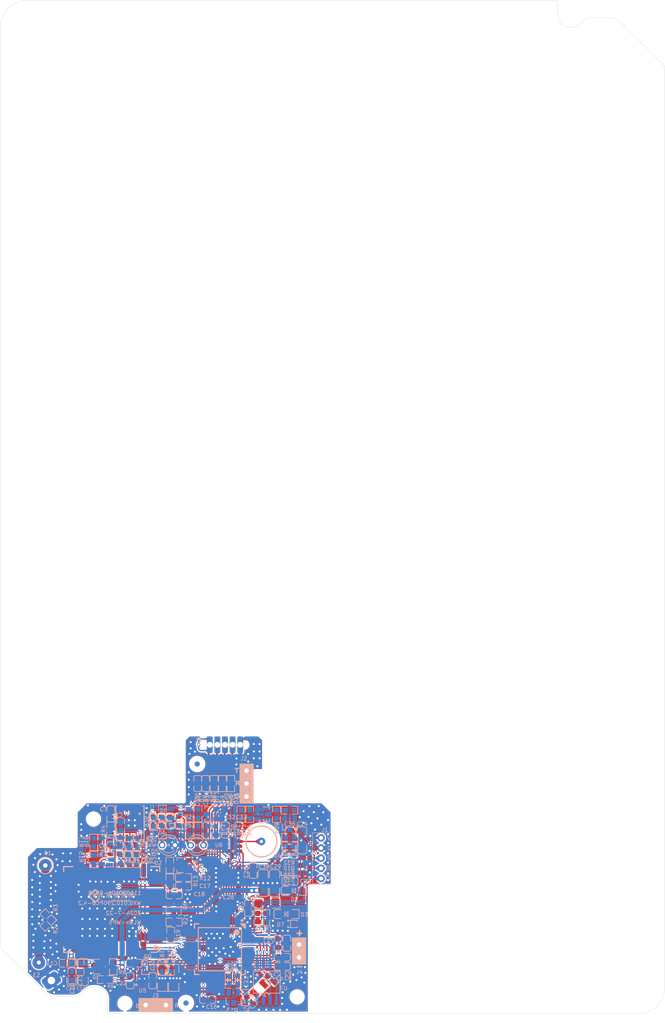
<source format=kicad_pcb>
(kicad_pcb (version 20241229) (generator "pcbnew") (generator_version "9.0")
  (layers (0 "F.Cu" signal "Top Layer") (2 "B.Cu" signal "Bottom Layer") (13 "F.Paste" user "Top Paste") (15 "B.Paste" user "Bottom Paste") (5 "F.SilkS" user "F.Silkscreen") (7 "B.SilkS" user "Bottom Overlay") (1 "F.Mask" user "Top Solder") (3 "B.Mask" user "Bottom Solder") (25 "Edge.Cuts" user))
  (property "DOCUMENTNUMBER" "NB阀控水表")
  (property "PAGESETUP" "Record=PageOptions¦CenterHorizontal=True¦CenterVertical=True¦PrintScale=0.90¦XCorrection=1.00¦YCorrection=1.00¦PrintKind=0¦BorderSize=5000000¦LeftOffset=0¦BottomOffset=0¦Orientation=2¦PaperLength=1000¦PaperWidth=1000¦Scale=100¦PaperSource=7¦PrintQuality=-3¦MediaType=1¦DitherType=10¦PrintScaleMode=0¦PaperKind=A3 (297 x 420 毫米)¦PaperIndex=8")
  (property "SHEETTOTAL" "2")
  (net 0 "")
  (net 1 "RESET")
  (net 2 "XT1")
  (net 3 "XT2")
  (net 4 "VBAT")
  (net 5 "NetC5_2")
  (net 6 "NetR5_2")
  (net 7 "NB_RST")
  (net 8 "NetQ4_1")
  (net 9 "KEY")
  (net 10 "DRV-")
  (net 11 "DRV+")
  (net 12 "ANT")
  (net 13 "NetE1_1")
  (net 14 "NB_RX")
  (net 15 "NB_TX")
  (net 16 "NetD4_2")
  (net 17 "NetQ3_1")
  (net 18 "VDD_NB")
  (net 19 "DB_TXD")
  (net 20 "DB_RXD")
  (net 21 "NB_RST_MCU")
  (net 22 "SVS")
  (net 23 "SVS_EN")
  (net 24 "CLOSE")
  (net 25 "OPEN")
  (net 26 "OUT_A")
  (net 27 "OUT_B")
  (net 28 "NB_RX_MCU")
  (net 29 "NB_TX_MCU")
  (net 30 "VDD_IO")
  (net 31 "OUT_EN")
  (net 32 "IR_TX")
  (net 33 "VCC_M")
  (net 34 "VCC")
  (net 35 "GND")
  (net 36 "NB_ON")
  (net 37 "NetE2_1")
  (net 38 "NetQ11_1")
  (net 39 "NetC7_1")
  (net 40 "USIM_VDD")
  (net 41 "LED1")
  (net 42 "LED0")
  (net 43 "IR_EN")
  (net 44 "EXTI4")
  (net 45 "SWDIO")
  (net 46 "SWCLK")
  (net 47 "NetJ1_3")
  (net 48 "NetQ2_3")
  (net 49 "CTR_F_VCC")
  (net 50 "FLASH_MOSI")
  (net 51 "FLASH_CLK")
  (net 52 "FLASH_MISO")
  (net 53 "FLASH_CS")
  (net 54 "FLASH_WP")
  (net 55 "NetC17_1")
  (net 56 "NetC18_2")
  (net 57 "AIN8")
  (net 58 "NetC6_2")
  (net 59 "NetR7_2")
  (net 60 "NetR6_2")
  (net 61 "NetD1_2")
  (net 62 "NetD6_2")
  (net 63 "NetQ6_3")
  (net 64 "NetJ5_2")
  (net 65 "NetC33_2")
  (net 66 "EXTI3")
  (net 67 "EXTI1")
  (net 68 "EXTI2")
  (net 69 "NetC8_2")
  (net 70 "NetQ1_1")
  (net 71 "NetJ5_4")
  (net 72 "NetJ5_3")
  (net 73 "NetC23_2")
  (net 74 "FLASH_VCC")
  (net 75 "NetQ7_1")
  (net 76 "NetQ12_1")
  (net 77 "NetQ4_3")
  (net 78 "NetQ9_3")
  (net 79 "NetQ9_1")
  (net 80 "NetD4_1")
  (net 81 "NetD5_1")
  (net 82 "NetQ12_3")
  (net 83 "NetQ11_3")
  (net 84 "NetQ10_1")
  (net 85 "NetQ10_3")
  (net 86 "NetQ2_1")
  (net 87 "NetQ13_1")
  (net 88 "STATUS")
  (footprint "·ÖÁ¢Ôª¼þ:C0603" (layer "F.Cu") (at 124.7279 202.0954 180)
    (property "Reference" "C16")
    (property "Value" "100nF" (hide yes))
  )
  (footprint "·ÖÁ¢Ôª¼þ:R0603" (layer "F.Cu") (at 116.4475 179.7434 90)
    (property "Reference" "R13")
    (property "Value" "4.7kΩ±5%" (hide yes))
  )
  (footprint "Devices:C0603" (layer "F.Cu") (at 111.1897 173.368 90)
    (property "Reference" "C5")
    (property "Value" "33pF" (hide yes))
  )
  (footprint "·ÖÁ¢Ôª¼þ:R1206" (layer "F.Cu") (at 114.9997 196.1518 -90)
    (property "Reference" "R37")
    (property "Value" "1Ω±1%" (hide yes))
  )
  (footprint "Devices:LED-0603" (layer "F.Cu") (at 113.1201 166.0528)
    (property "Reference" "D1")
    (property "Value" "Red" (hide yes))
  )
  (footprint "Devices:R0603" (layer "F.Cu") (at 108.1417 171.717 -90)
    (property "Reference" "R6")
    (property "Value" "22Ω±5%" (hide yes))
  )
  (footprint "Devices:TOUCH-1" (layer "F.Cu") (at 134.4815 170.9296)
    (property "Reference" "KT1")
    (property "Value" "Touch" (hide yes))
  )
  (footprint "Devices:MB26-Y0B" (layer "F.Cu") (at 113.6799 190.6206 180)
    (property "Reference" "U2")
    (property "Value" "UMN601-M1" (hide yes))
  )
  (footprint "¼¯³ÉµçÂ·:LQFP-64_L10.0-W10.0-P0.50-LS12.0-BL" (layer "F.Cu") (at 126.3027 192.164 180)
    (property "Reference" "U1")
    (property "Value" "FM33LE026" (hide yes))
  )
  (footprint "ÐéÄâÆ÷¼þ:J_DIP_2.0_1*05_H" (layer "F.Cu") (at 146.2417 170.225 -90)
    (property "Reference" "J1")
    (property "Value" "CON5-2.0" (hide yes))
  )
  (footprint "·ÖÁ¢Ôª¼þ:LED-3" (layer "F.Cu") (at 121.8069 171.6662 180)
    (property "Reference" "D4")
    (property "Value" "AT403" (hide yes))
  )
  (footprint "·ÖÁ¢Ôª¼þ:R0603" (layer "F.Cu") (at 93.0701 186.42263 -135)
    (property "Reference" "R2")
    (property "Value" "0Ω±5%" (hide yes))
  )
  (footprint "·ÖÁ¢Ôª¼þ:R0603" (layer "F.Cu") (at 116.4729 167.7546)
    (property "Reference" "R52")
    (property "Value" "1kΩ±5%" (hide yes))
  )
  (footprint "·ÖÁ¢Ôª¼þ:SOT-23" (layer "F.Cu") (at 120.1305 176.5684 90)
    (property "Reference" "Q5")
    (property "Value" "S8050" (hide yes))
  )
  (footprint "·ÖÁ¢Ôª¼þ:C1206" (layer "F.Cu") (at 137.0723 177.4828 -90)
    (property "Reference" "C29")
    (property "Value" "100uF" (hide yes))
  )
  (footprint "·ÖÁ¢Ôª¼þ:C1206" (layer "F.Cu") (at 97.1435 198.3108 90)
    (property "Reference" "C13")
    (property "Value" "100uF" (hide yes))
  )
  (footprint "·ÖÁ¢Ôª¼þ:C0603" (layer "F.Cu") (at 140.9585 178.7782 180)
    (property "Reference" "C23")
    (property "Value" "100pF" (hide yes))
  )
  (footprint "·ÖÁ¢Ôª¼þ:R0603" (layer "F.Cu") (at 135.3705 185.1028 -90)
    (property "Reference" "R1")
    (property "Value" "10kΩ±5%" (hide yes))
  )
  (footprint "·ÖÁ¢Ôª¼þ:R1206" (layer "F.Cu") (at 117.2095 196.1518 -90)
    (property "Reference" "R35")
    (property "Value" "1Ω±1%" (hide yes))
  )
  (footprint "·ÖÁ¢Ôª¼þ:C0603" (layer "F.Cu") (at 136.96973 198.64003 135)
    (property "Reference" "C19")
    (property "Value" "22pF" (hide yes))
  )
  (footprint "·ÖÁ¢Ôª¼þ:C0603" (layer "F.Cu") (at 113.0439 197.5488 -90)
    (property "Reference" "C30")
    (property "Value" "10nF" (hide yes))
  )
  (footprint "Devices:C0603" (layer "F.Cu") (at 104.7889 166.3068 90)
    (property "Reference" "C7")
    (property "Value" "33pF" (hide yes))
  )
  (footprint "·ÖÁ¢Ôª¼þ:SOD-123" (layer "F.Cu") (at 142.4825 180.6578 180)
    (property "Reference" "D2")
    (property "Value" "DSK14" (hide yes))
  )
  (footprint "¼¯³ÉµçÂ·:WSON-8" (layer "F.Cu") (at 110.1991 199.1871 90)
    (property "Reference" "U5")
    (property "Value" "DRV8837" (hide yes))
  )
  (footprint "·ÖÁ¢Ôª¼þ:C0603" (layer "F.Cu") (at 119.9781 179.7434 180)
    (property "Reference" "C17")
    (property "Value" "1nF" (hide yes))
  )
  (footprint "½Ó²å¼þ:SIP-2-4mm" (layer "F.Cu") (at 111.6723 203.1876)
    (property "Reference" "J3")
    (property "Value" "CON2" (hide yes))
  )
  (footprint "·ÖÁ¢Ôª¼þ:R0603" (layer "F.Cu") (at 131.9669 184.8996 90)
    (property "Reference" "R23")
    (property "Value" "0Ω±5%" (hide yes))
  )
  (footprint "·ÖÁ¢Ôª¼þ:SOD-323_L1.8-W1.3-LS2.5-RD" (layer "F.Cu") (at 140.6537 187.1856)
    (property "Reference" "D7")
    (property "Value" "XE3D5VB" (hide yes))
  )
  (footprint "·ÖÁ¢Ôª¼þ:C0603" (layer "F.Cu") (at 139.4345 195.5676 180)
    (property "Reference" "C8")
    (property "Value" "100nF" (hide yes))
  )
  (footprint "Devices:C0603" (layer "F.Cu") (at 104.8143 171.717)
    (property "Reference" "C6")
    (property "Value" "33pF" (hide yes))
  )
  (footprint "·ÖÁ¢Ôª¼þ:C0603" (layer "F.Cu") (at 130.0873 167.8308 -90)
    (property "Reference" "C33")
    (property "Value" "4.7pF" (hide yes))
  )
  (footprint "Devices:MARK" (layer "F.Cu") (at 121.8323 155.6642 90)
    (property "Reference" "LABEL2" (hide yes))
    (property "Value" "" (hide yes))
  )
  (footprint "·ÖÁ¢Ôª¼þ:C1206" (layer "F.Cu") (at 133.9227 183.0962)
    (property "Reference" "C28")
    (property "Value" "100uF" (hide yes))
  )
  (footprint "·ÖÁ¢Ôª¼þ:C1206" (layer "F.Cu") (at 134.8117 177.4828 -90)
    (property "Reference" "C38")
    (property "Value" "100uF" (hide yes))
  )
  (footprint "Devices:MARK" (layer "F.Cu") (at 119.6225 202.7812 90)
    (property "Reference" "LABEL1" (hide yes))
    (property "Value" "" (hide yes))
  )
  (footprint "·ÖÁ¢Ôª¼þ:C0603" (layer "F.Cu") (at 132.75333 202.88183 135)
    (property "Reference" "C15")
    (property "Value" "22pF" (hide yes))
  )
  (footprint "Devices:R0603" (layer "F.Cu") (at 104.5603 198.1584 180)
    (property "Reference" "R9")
    (property "Value" "10kΩ±5%" (hide yes))
  )
  (footprint "·ÖÁ¢Ôª¼þ:SOT-23" (layer "F.Cu") (at 118.1493 183.1724 180)
    (property "Reference" "Q6")
    (property "Value" "S8050" (hide yes))
  )
  (footprint "·ÖÁ¢Ôª¼þ:C0603" (layer "F.Cu") (at 137.7581 191.8084 90)
    (property "Reference" "C3")
    (property "Value" "100nF" (hide yes))
  )
  (footprint "·ÖÁ¢Ôª¼þ:C1206" (layer "F.Cu") (at 140.1965 169.05 -90)
    (property "Reference" "C36")
    (property "Value" "100uF" (hide yes))
  )
  (footprint "·ÖÁ¢Ôª¼þ:C0603" (layer "F.Cu") (at 123.5087 160.3378 90)
    (property "Reference" "C34")
    (property "Value" "100nF" (hide yes))
  )
  (footprint "·ÖÁ¢Ôª¼þ:ANT-1" (layer "F.Cu") (at 91.90244 175.65281)
    (property "Reference" "E1")
    (property "Value" "" (hide yes))
  )
  (footprint "·ÖÁ¢Ôª¼þ:R0603" (layer "F.Cu") (at 91.90267 185.2552 -45)
    (property "Reference" "R3")
    (property "Value" "0Ω±5%" (hide yes))
  )
  (footprint "·ÖÁ¢Ôª¼þ:C0603" (layer "F.Cu") (at 139.4345 193.7642 180)
    (property "Reference" "C9")
    (property "Value" "100nF" (hide yes))
  )
  (footprint "·ÖÁ¢Ôª¼þ:C1206" (layer "F.Cu") (at 142.4063 169.05 -90)
    (property "Reference" "C24")
    (property "Value" "100uF" (hide yes))
  )
  (footprint "·ÖÁ¢Ôª¼þ:R0603" (layer "F.Cu") (at 104.7889 167.8308 -90)
    (property "Reference" "R4")
    (property "Value" "10kΩ±5%" (hide yes))
  )
  (footprint "Devices:R0603" (layer "F.Cu") (at 105.2969 196.4566 90)
    (property "Reference" "R8")
    (property "Value" "200KΩ±5%" (hide yes))
  )
  (footprint "·ÖÁ¢Ôª¼þ:R0603" (layer "F.Cu") (at 125.1597 160.3378 90)
    (property "Reference" "R50")
    (property "Value" "100Ω±5%" (hide yes))
  )
  (footprint "Devices:R0603" (layer "F.Cu") (at 104.8143 173.368)
    (property "Reference" "R7")
    (property "Value" "22Ω±5%" (hide yes))
  )
  (footprint "Devices:MFF2" (layer "F.Cu") (at 110.4785 164.4526 -90)
    (property "Reference" "U3")
    (property "Value" "ESIM" (hide yes))
  )
  (footprint "·ÖÁ¢Ôª¼þ:R0603" (layer "F.Cu") (at 116.4475 174.7904 -90)
    (property "Reference" "R18")
    (property "Value" "10kΩ±5%" (hide yes))
  )
  (footprint "·ÖÁ¢Ôª¼þ:R0603" (layer "F.Cu") (at 126.8107 160.3378 90)
    (property "Reference" "R49")
    (property "Value" "100Ω±5%" (hide yes))
  )
  (footprint "·ÖÁ¢Ôª¼þ:R0603" (layer "F.Cu") (at 118.3271 178.0416)
    (property "Reference" "R12")
    (property "Value" "4.7kΩ±5%" (hide yes))
  )
  (footprint "·ÖÁ¢Ôª¼þ:LED-0603" (layer "F.Cu") (at 113.1201 167.7546)
    (property "Reference" "D6")
    (property "Value" "Red" (hide yes))
  )
  (footprint "·ÖÁ¢Ôª¼þ:C0603" (layer "F.Cu") (at 108.6243 199.1998 90)
    (property "Reference" "C22")
    (property "Value" "100nF" (hide yes))
  )
  (footprint "¼¯³ÉµçÂ·:SOT89" (layer "F.Cu") (at 140.02744 175.6286 90)
    (property "Reference" "U4")
    (property "Value" "CE6232A33P" (hide yes))
  )
  (footprint "·ÖÁ¢Ôª¼þ:R0603" (layer "F.Cu") (at 116.4475 186.8046)
    (property "Reference" "R21")
    (property "Value" "0Ω±5%" (hide yes))
  )
  (footprint "·ÖÁ¢Ôª¼þ:R0603" (layer "F.Cu") (at 128.4617 160.3378 90)
    (property "Reference" "R48")
    (property "Value" "100Ω±5%" (hide yes))
  )
  (footprint "·ÖÁ¢Ôª¼þ:C1206" (layer "F.Cu") (at 99.3533 198.3108 90)
    (property "Reference" "C14")
    (property "Value" "100uF" (hide yes))
  )
  (footprint "·ÖÁ¢Ôª¼þ:C0603" (layer "F.Cu") (at 127.3949 169.4818 90)
    (property "Reference" "C32")
    (property "Value" "100nF" (hide yes))
  )
  (footprint "·ÖÁ¢Ôª¼þ:C0603" (layer "F.Cu") (at 121.9339 160.3378 90)
    (property "Reference" "C35")
    (property "Value" "1uF" (hide yes))
  )
  (footprint "Devices:SOT-23" (layer "F.Cu") (at 103.6713 196.5455 90)
    (property "Reference" "Q1")
    (property "Value" "CJ2301" (hide yes))
  )
  (footprint "·ÖÁ¢Ôª¼þ:C0603" (layer "F.Cu") (at 132.8559 177.432 90)
    (property "Reference" "C26")
    (property "Value" "100nF" (hide yes))
  )
  (footprint "ÐéÄâÆ÷¼þ:BCON-B5" (layer "F.Cu") (at 127.30905 151.87061 180)
    (property "Reference" "J5")
    (property "Value" "BCON-B5" (hide yes))
  )
  (footprint "·ÖÁ¢Ôª¼þ:C0603" (layer "F.Cu") (at 139.4853 191.8084 90)
    (property "Reference" "C4")
    (property "Value" "10μF/10V" (hide yes))
  )
  (footprint "Devices:HOLE-2.5" (layer "F.Cu") (at 101.40105 166.5132)
    (property "Reference" "H1" (hide yes))
    (property "Value" "" (hide yes))
  )
  (footprint "Devices:HOLE-2.5" (layer "F.Cu") (at 107.59146 202.8418)
    (property "Reference" "H4" (hide yes))
    (property "Value" "" (hide yes))
  )
  (footprint "ÐéÄâÆ÷¼þ:ANT-3" (layer "F.Cu") (at 93.1049 198.3427 35)
    (property "Reference" "E2")
    (property "Value" "ANTENNA_3" (hide yes))
  )
  (footprint "·ÖÁ¢Ôª¼þ:R0603" (layer "F.Cu") (at 116.4729 166.0528)
    (property "Reference" "R24")
    (property "Value" "1kΩ±5%" (hide yes))
  )
  (footprint "Devices:SOT-23-6" (layer "F.Cu") (at 130.0619 172.8219 90)
    (property "Reference" "U6")
    (property "Value" "TTP233H" (hide yes))
  )
  (footprint "Devices:R0603" (layer "F.Cu") (at 109.6657 171.717 -90)
    (property "Reference" "R5")
    (property "Value" "22Ω±5%" (hide yes))
  )
  (footprint "·ÖÁ¢Ôª¼þ:SOD-123" (layer "F.Cu") (at 141.0093 185.2552 180)
    (property "Reference" "D3")
    (property "Value" "DSK14" (hide yes))
  )
  (footprint "·ÖÁ¢Ôª¼þ:LED-3" (layer "F.Cu") (at 116.1935 171.6408)
    (property "Reference" "D5")
    (property "Value" "AT203-立" (hide yes))
  )
  (footprint "Devices:HOLE-2.5" (layer "F.Cu") (at 141.53305 201.5652)
    (property "Reference" "H2" (hide yes))
    (property "Value" "" (hide yes))
  )
  (footprint "·ÖÁ¢Ôª¼þ:C0603" (layer "F.Cu") (at 118.1239 181.4452 180)
    (property "Reference" "C18")
    (property "Value" "1nF" (hide yes))
  )
  (footprint "Devices:R0603" (layer "F.Cu") (at 116.5999 190.2336 90)
    (property "Reference" "R19")
    (property "Value" "10kΩ±5%" (hide yes))
  )
  (footprint "·ÖÁ¢Ôª¼þ:C0603" (layer "F.Cu") (at 108.6243 194.9072)
    (property "Reference" "C21")
    (property "Value" "100nF" (hide yes))
  )
  (footprint "½Ó²å¼þ:SIP-3" (layer "F.Cu") (at 131.5605 162.065 90)
    (property "Reference" "J2")
    (property "Value" "CON3" (hide yes))
  )
  (footprint "·ÖÁ¢Ôª¼þ:C0603" (layer "F.Cu") (at 133.7703 186.7538 90)
    (property "Reference" "C2")
    (property "Value" "100nF" (hide yes))
  )
  (footprint "Devices:Y3215" (layer "F.Cu") (at 134.9387 199.0474 -135)
    (property "Reference" "Y1")
    (property "Value" "32.768K" (hide yes))
  )
  (footprint "½Ó²å¼þ:SIP-2" (layer "F.Cu") (at 141.8983 191.2496 -90)
    (property "Reference" "J4")
    (property "Value" "CON2" (hide yes))
  )
  (footprint "·ÖÁ¢Ôª¼þ:R0603" (layer "B.Cu") (at 108.3195 173.6474 -90)
    (property "Reference" "R51")
    (property "Value" "10kΩ±5%" (hide yes))
  )
  (footprint "·ÖÁ¢Ôª¼þ:R0603" (layer "B.Cu") (at 120.2829 166.2814 90)
    (property "Reference" "R30")
    (property "Value" "1MΩ±5%" (hide yes))
  )
  (footprint "Devices:SOT-23" (layer "B.Cu") (at 106.7193 170.193 -90)
    (property "Reference" "Q4")
    (property "Value" "S8050" (hide yes))
  )
  (footprint "·ÖÁ¢Ôª¼þ:R0603" (layer "B.Cu") (at 123.8135 167.9832 -90)
    (property "Reference" "R42")
    (property "Value" "20kΩ±5%" (hide yes))
  )
  (footprint "·ÖÁ¢Ôª¼þ:R0603" (layer "B.Cu") (at 132.1701 164.7574 -90)
    (property "Reference" "R45")
    (property "Value" "47K±5%" (hide yes))
  )
  (footprint "·ÖÁ¢Ôª¼þ:C0603" (layer "B.Cu") (at 110.0213 173.6474 -90)
    (property "Reference" "C20")
    (property "Value" "33pF" (hide yes))
  )
  (footprint "·ÖÁ¢Ôª¼þ:SOT-23" (layer "B.Cu") (at 133.7703 166.5354 90)
    (property "Reference" "Q11")
    (property "Value" "S8050" (hide yes))
  )
  (footprint "·ÖÁ¢Ôª¼þ:R0603" (layer "B.Cu") (at 120.2575 169.6342 90)
    (property "Reference" "R36")
    (property "Value" "1kΩ±5%" (hide yes))
  )
  (footprint "·ÖÁ¢Ôª¼þ:R0603" (layer "B.Cu") (at 139.2059 164.7574)
    (property "Reference" "R32")
    (property "Value" "1MΩ±5%" (hide yes))
  )
  (footprint "·ÖÁ¢Ôª¼þ:SOT-23" (layer "B.Cu") (at 128.0172 200.7492)
    (property "Reference" "Q13")
    (property "Value" "S8550" (hide yes))
  )
  (footprint "Devices:C0603" (layer "B.Cu") (at 95.3909 194.9326)
    (property "Reference" "C11")
    (property "Value" "100pF" (hide yes))
  )
  (footprint "Devices:R0603" (layer "B.Cu") (at 110.0213 170.32 -90)
    (property "Reference" "R20")
    (property "Value" "4.7kΩ±5%" (hide yes))
  )
  (footprint "Devices:R0603" (layer "B.Cu") (at 103.0617 170.2946 -90)
    (property "Reference" "R16")
    (property "Value" "10kΩ±5%" (hide yes))
  )
  (footprint "·ÖÁ¢Ôª¼þ:R0603" (layer "B.Cu") (at 125.5153 169.6342 90)
    (property "Reference" "R47")
    (property "Value" "47K±5%" (hide yes))
  )
  (footprint "¼¯³ÉµçÂ·:SOIC-8" (layer "B.Cu") (at 135.5483 198.66579)
    (property "Reference" "U7")
    (property "Value" "P25Q32H-SUH-IR" (hide yes))
  )
  (footprint "·ÖÁ¢Ôª¼þ:R0603" (layer "B.Cu") (at 106.6939 173.6474 -90)
    (property "Reference" "R14")
    (property "Value" "0Ω±5%" (hide yes))
  )
  (footprint "·ÖÁ¢Ôª¼þ:R0603" (layer "B.Cu") (at 139.2821 171.8186)
    (property "Reference" "R46")
    (property "Value" "10kΩ±1%" (hide yes))
  )
  (footprint "·ÖÁ¢Ôª¼þ:C0603" (layer "B.Cu") (at 140.9331 173.5204 180)
    (property "Reference" "C25")
    (property "Value" "12pF" (hide yes))
  )
  (footprint "·ÖÁ¢Ôª¼þ:R0603" (layer "B.Cu") (at 113.2471 167.9324 90)
    (property "Reference" "R26")
    (property "Value" "1kΩ±5%" (hide yes))
  )
  (footprint "·ÖÁ¢Ôª¼þ:R0603" (layer "B.Cu") (at 114.9743 169.6342 90)
    (property "Reference" "R43")
    (property "Value" "100Ω±5%" (hide yes))
  )
  (footprint "·ÖÁ¢Ôª¼þ:R0603" (layer "B.Cu") (at 128.1315 199.0982)
    (property "Reference" "R53")
    (property "Value" "200KΩ±5%" (hide yes))
  )
  (footprint "·ÖÁ¢Ôª¼þ:R0603" (layer "B.Cu") (at 122.0101 166.2814 90)
    (property "Reference" "R34")
    (property "Value" "100kΩ±5%" (hide yes))
  )
  (footprint "Devices:C0603" (layer "B.Cu") (at 98.7691 196.5836 90)
    (property "Reference" "C12")
    (property "Value" "100nF" (hide yes))
  )
  (footprint "·ÖÁ¢Ôª¼þ:R0603" (layer "B.Cu") (at 114.8219 196.5328 90)
    (property "Reference" "R11")
    (property "Value" "47K±5%" (hide yes))
  )
  (footprint "Devices:R0603" (layer "B.Cu") (at 101.4361 170.2946 -90)
    (property "Reference" "R17")
    (property "Value" "4.7kΩ±5%" (hide yes))
  )
  (footprint "Devices:R0603" (layer "B.Cu") (at 101.4361 175.2984 90)
    (property "Reference" "R15")
    (property "Value" "47K±5%" (hide yes))
  )
  (footprint "·ÖÁ¢Ôª¼þ:SOT-23" (layer "B.Cu") (at 103.0363 175.4254 90)
    (property "Reference" "Q3")
    (property "Value" "S8550" (hide yes))
  )
  (footprint "·ÖÁ¢Ôª¼þ:SOT-23" (layer "B.Cu") (at 125.6169 164.5796 -90)
    (property "Reference" "Q12")
    (property "Value" "S8050" (hide yes))
  )
  (footprint "Devices:MARK" (layer "B.Cu") (at 119.6225 202.7812 90)
    (property "Reference" "LABEL3" (hide yes))
    (property "Value" "" (hide yes))
  )
  (footprint "·ÖÁ¢Ôª¼þ:SOT-23" (layer "B.Cu") (at 139.1297 166.4084)
    (property "Reference" "Q10")
    (property "Value" "CJ2301" (hide yes))
  )
  (footprint "·ÖÁ¢Ôª¼þ:R0603" (layer "B.Cu") (at 114.9743 166.256 90)
    (property "Reference" "R25")
    (property "Value" "1MΩ±5%" (hide yes))
  )
  (footprint "·ÖÁ¢Ôª¼þ:R0603" (layer "B.Cu") (at 129.7825 197.4218 180)
    (property "Reference" "R54")
    (property "Value" "10kΩ±5%" (hide yes))
  )
  (footprint "·ÖÁ¢Ôª¼þ:R0603" (layer "B.Cu") (at 122.0101 167.9832 -90)
    (property "Reference" "R41")
    (property "Value" "0Ω±5%" (hide yes))
  )
  (footprint "·ÖÁ¢Ôª¼þ:SOT-23" (layer "B.Cu") (at 116.6253 166.3576 90)
    (property "Reference" "Q7")
    (property "Value" "CJ2301" (hide yes))
  )
  (footprint "·ÖÁ¢Ôª¼þ:R0603" (layer "B.Cu") (at 140.9331 170.1168 180)
    (property "Reference" "R44")
    (property "Value" "20K±1%" (hide yes))
  )
  (footprint "·ÖÁ¢Ôª¼þ:C0603" (layer "B.Cu") (at 97.1435 198.2346 90)
    (property "Reference" "C10")
    (property "Value" "22pF" (hide yes))
  )
  (footprint "·ÖÁ¢Ôª¼þ:SOT-23" (layer "B.Cu") (at 118.6573 167.8689 -90)
    (property "Reference" "Q9")
    (property "Value" "CJ2301" (hide yes))
  )
  (footprint "·ÖÁ¢Ôª¼þ:R0603" (layer "B.Cu") (at 137.4533 164.7574 -90)
    (property "Reference" "R38")
    (property "Value" "10kΩ±5%" (hide yes))
  )
  (footprint "Devices:C0603" (layer "B.Cu") (at 106.7447 167.0434 -90)
    (property "Reference" "C1")
    (property "Value" "100nF" (hide yes))
  )
  (footprint "·ÖÁ¢Ôª¼þ:C0603" (layer "B.Cu") (at 131.4081 200.8762 -90)
    (property "Reference" "C37")
    (property "Value" "100nF" (hide yes))
  )
  (footprint "·ÖÁ¢Ôª¼þ:R0603" (layer "B.Cu") (at 130.4683 166.4084 90)
    (property "Reference" "R40")
    (property "Value" "4.7kΩ±5%" (hide yes))
  )
  (footprint "Devices:R0603" (layer "B.Cu") (at 116.5237 194.8818 -90)
    (property "Reference" "R10")
    (property "Value" "4.7kΩ±5%" (hide yes))
  )
  (footprint "Devices:MARK" (layer "B.Cu") (at 121.8323 155.6642 90)
    (property "Reference" "LABEL4" (hide yes))
    (property "Value" "" (hide yes))
  )
  (footprint "·ÖÁ¢Ôª¼þ:R0603" (layer "B.Cu") (at 108.4465 171.971 90)
    (property "Reference" "R22")
    (property "Value" "47K±5%" (hide yes))
  )
  (footprint "·ÖÁ¢Ôª¼þ:SOT-23" (layer "B.Cu") (at 113.1963 194.7421 -90)
    (property "Reference" "Q2")
    (property "Value" "S8050" (hide yes))
  )
  (gr_poly (pts (xy 107.8115 170.79955) (xy 107.68755 170.54555) (xy 108.18945 170.54555) (xy 108.0655 170.79955)) (fill yes) (layer "F.Cu") (net 58))
  (gr_poly (pts (xy 121.23845 158.5598) (xy 121.4955 158.4328) (xy 121.4955 158.9408) (xy 121.23845 158.8138)) (fill yes) (layer "F.Cu") (net 34))
  (gr_poly (pts (xy 127.92576 187.59264) (xy 127.91434 187.32154) (xy 128.19119 187.32154) (xy 128.17976 187.59264)) (fill yes) (layer "F.Cu") (net 44))
  (gr_poly (pts (xy 136.0817 188.93544) (xy 136.16806 189.17773) (xy 135.74134 189.17773) (xy 135.8277 188.93544)) (fill yes) (layer "F.Cu") (net 34))
  (gr_poly (pts (xy 116.7269 187.82365) (xy 116.8539 188.0807) (xy 116.3459 188.0807) (xy 116.4729 187.82365)) (fill yes) (layer "F.Cu") (net 63))
  (gr_poly (pts (xy 132.17329 200.94741) (xy 132.26524 200.67585) (xy 132.62445 201.03506) (xy 132.35289 201.12701)) (fill yes) (layer "F.Cu") (net 2))
  (gr_poly (pts (xy 107.2069 175.03135) (xy 107.33331 175.28961) (xy 106.8265 175.28961) (xy 106.9529 175.03135)) (fill yes) (layer "F.Cu") (net 59))
  (gr_poly (pts (xy 116.3713 177.20035) (xy 116.2443 176.9433) (xy 116.7523 176.9433) (xy 116.6253 177.20035)) (fill yes) (layer "F.Cu") (net 30))
  (gr_poly (pts (xy 115.46655 167.8816) (xy 115.2095 168.0086) (xy 115.2095 167.5006) (xy 115.46655 167.6276)) (fill yes) (layer "F.Cu") (net 62))
  (gr_poly (pts (xy 105.90374 179.6672) (xy 106.14603 179.58084) (xy 106.14603 180.00756) (xy 105.90374 179.9212)) (fill yes) (layer "F.Cu") (net 30))
  (gr_poly (pts (xy 133.23093 190.54094) (xy 132.95983 190.55236) (xy 132.95983 190.27551) (xy 133.23093 190.28694)) (fill yes) (layer "F.Cu") (net 52))
  (gr_poly (pts (xy 111.6723 188.02104) (xy 111.75866 188.26333) (xy 111.33194 188.26333) (xy 111.4183 188.02104)) (fill yes) (layer "F.Cu") (net 43))
  (gr_poly (pts (xy 133.23093 196.04106) (xy 132.95983 196.05248) (xy 132.95983 195.77563) (xy 133.23093 195.78706)) (fill yes) (layer "F.Cu") (net 3))
  (gr_poly (pts (xy 107.8115 165.21155) (xy 107.68755 164.95755) (xy 108.18945 164.95755) (xy 108.0655 165.21155)) (fill yes) (layer "F.Cu") (net 39))
  (gr_poly (pts (xy 127.96054 174.46884) (xy 127.76556 174.3559) (xy 128.0272 174.09426) (xy 128.14014 174.28924)) (fill yes) (layer "F.Cu") (net 44))
  (gr_poly (pts (xy 115.5839 182.9184) (xy 115.7932 182.83915) (xy 115.7932 183.25165) (xy 115.5839 183.1724)) (fill yes) (layer "F.Cu") (net 15))
  (gr_poly (pts (xy 117.64435 174.98214) (xy 118.00356 175.1648) (xy 117.4696 175.34316) (xy 117.28694 174.98395)) (fill yes) (layer "F.Cu") (net 14))
  (gr_poly (pts (xy 122.95674 177.74544) (xy 122.75383 177.63346) (xy 123.02436 177.36292) (xy 123.13634 177.56584)) (fill yes) (layer "F.Cu") (net 41))
  (gr_poly (pts (xy 133.23093 191.04107) (xy 132.95983 191.05249) (xy 132.95983 190.77564) (xy 133.23093 190.78707)) (fill yes) (layer "F.Cu") (net 51))
  (gr_poly (pts (xy 135.6753 192.28824) (xy 135.76166 192.53053) (xy 135.33494 192.53053) (xy 135.4213 192.28824)) (fill yes) (layer "F.Cu") (net 50))
  (gr_poly (pts (xy 107.22425 171.844) (xy 106.9672 171.971) (xy 106.9672 171.463) (xy 107.22425 171.59)) (fill yes) (layer "F.Cu") (net 58))
  (gr_poly (pts (xy 105.7541 175.03135) (xy 105.8811 175.2884) (xy 105.37369 175.30011) (xy 105.5001 175.03135)) (fill yes) (layer "F.Cu") (net 40))
  (gr_poly (pts (xy 109.7529 174.12695) (xy 109.6259 173.8699) (xy 110.10715 173.87295) (xy 110.0069 174.12695)) (fill yes) (layer "F.Cu") (net 6))
  (gr_poly (pts (xy 99.96014 173.5204) (xy 100.20243 173.43404) (xy 100.20243 173.86076) (xy 99.96014 173.7744)) (fill yes) (layer "F.Cu") (net 30))
  (gr_poly (pts (xy 119.3939 172.28891) (xy 119.48026 172.5312) (xy 119.05354 172.5312) (xy 119.1399 172.28891)) (fill yes) (layer "F.Cu") (net 42))
  (gr_poly (pts (xy 94.16725 186.8016) (xy 93.115 187.09184) (xy 93.0252 185.75342) (xy 94.07337 186.0396)) (fill yes) (layer "F.Cu") (net 12))
  (gr_poly (pts (xy 110.49425 171.59) (xy 110.7513 171.463) (xy 110.7513 171.971) (xy 110.49425 171.844)) (fill yes) (layer "F.Cu") (net 5))
  (gr_poly (pts (xy 133.7703 191.75484) (xy 133.85666 191.99713) (xy 133.42994 191.99713) (xy 133.5163 191.75484)) (fill yes) (layer "F.Cu") (net 53))
  (gr_poly (pts (xy 133.80535 176.0604) (xy 133.29735 176.28595) (xy 133.29735 175.2984) (xy 133.80535 175.5524)) (fill yes) (layer "F.Cu") (net 34))
  (gr_poly (pts (xy 123.48168 152.88661) (xy 123.73867 152.7602) (xy 123.73867 153.26701) (xy 123.48168 153.14061)) (fill yes) (layer "F.Cu") (net 34))
  (gr_poly (pts (xy 145.2445 170.098) (xy 145.54937 169.9366) (xy 145.54937 170.5134) (xy 145.2445 170.352)) (fill yes) (layer "F.Cu") (net 34))
  (gr_poly (pts (xy 137.50267 193.86543) (xy 137.59466 193.73911) (xy 137.80859 193.95304) (xy 137.68227 194.04503)) (fill yes) (layer "F.Cu") (net 34))
  (gr_poly (pts (xy 133.23093 194.54093) (xy 132.95983 194.55236) (xy 132.95983 194.27551) (xy 133.23093 194.28693)) (fill yes) (layer "F.Cu") (net 34))
  (gr_poly (pts (xy 99.8105 192.7609) (xy 99.1739 192.94995) (xy 99.1739 191.68284) (xy 99.8105 191.8719)) (fill yes) (layer "F.Cu") (net 18))
  (gr_poly (pts (xy 119.01566 164.4272) (xy 118.77337 164.51356) (xy 118.77337 164.08684) (xy 119.01566 164.1732)) (fill yes) (layer "F.Cu") (net 34))
  (gr_poly (pts (xy 122.62935 158.8138) (xy 122.37535 158.9408) (xy 122.37535 158.4328) (xy 122.62935 158.5598)) (fill yes) (layer "F.Cu") (net 34))
  (gr_poly (pts (xy 107.44625 171.59) (xy 107.70025 171.463) (xy 107.70025 171.971) (xy 107.44625 171.844)) (fill yes) (layer "F.Cu") (net 58))
  (gr_poly (pts (xy 119.37447 188.78707) (xy 119.64557 188.77564) (xy 119.64557 189.05249) (xy 119.37447 189.04107)) (fill yes) (layer "F.Cu") (net 28))
  (gr_poly (pts (xy 106.2875 195.2501) (xy 105.73835 195.31055) (xy 105.73835 194.30065) (xy 106.2875 194.3611)) (fill yes) (layer "F.Cu") (net 33))
  (gr_poly (pts (xy 122.92577 199.09223) (xy 122.91435 198.82113) (xy 123.1912 198.82113) (xy 123.17977 199.09223)) (fill yes) (layer "F.Cu") (net 34))
  (gr_poly (pts (xy 128.6903 161.09675) (xy 128.5633 160.8397) (xy 128.90315 160.84275) (xy 128.9443 161.09675)) (fill yes) (layer "F.Cu") (net 67))
  (gr_poly (pts (xy 122.92577 193.53836) (xy 122.83941 193.29607) (xy 123.26613 193.29607) (xy 123.17977 193.53836)) (fill yes) (layer "F.Cu") (net 34))
  (gr_poly (pts (xy 117.56815 182.36084) (xy 117.92736 182.5435) (xy 117.6982 183.02666) (xy 117.51554 182.66745)) (fill yes) (layer "F.Cu") (net 56))
  (gr_poly (pts (xy 119.37447 192.28694) (xy 119.64557 192.27551) (xy 119.64557 192.55236) (xy 119.37447 192.54094)) (fill yes) (layer "F.Cu") (net 21))
  (gr_poly (pts (xy 98.91845 195.5168) (xy 97.90245 195.76775) (xy 97.90245 194.24985) (xy 98.91845 194.5008)) (fill yes) (layer "F.Cu") (net 18))
  (gr_poly (pts (xy 114.37435 199.6316) (xy 113.48535 199.70475) (xy 113.48535 198.69485) (xy 114.37435 198.7426)) (fill yes) (layer "F.Cu") (net 57))
  (gr_poly (pts (xy 142.6095 179.89885) (xy 142.7365 180.15285) (xy 142.2285 180.15285) (xy 142.3555 179.89885)) (fill yes) (layer "F.Cu") (net 4))
  (gr_poly (pts (xy 112.9931 165.57296) (xy 112.90674 165.33067) (xy 113.33346 165.33067) (xy 113.2471 165.57296)) (fill yes) (layer "F.Cu") (net 34))
  (gr_poly (pts (xy 124.67964 185.23577) (xy 124.69107 185.50687) (xy 124.41422 185.50687) (xy 124.42564 185.23577)) (fill yes) (layer "F.Cu") (net 67))
  (gr_poly (pts (xy 127.17976 185.23577) (xy 127.19119 185.50687) (xy 126.91434 185.50687) (xy 126.92576 185.23577)) (fill yes) (layer "F.Cu") (net 20))
  (gr_poly (pts (xy 122.9245 201.69176) (xy 122.83814 201.44947) (xy 123.26486 201.44947) (xy 123.1785 201.69176)) (fill yes) (layer "F.Cu") (net 34))
  (gr_poly (pts (xy 123.17977 198.76994) (xy 123.26613 199.01223) (xy 122.83941 199.01223) (xy 122.92577 198.76994)) (fill yes) (layer "F.Cu") (net 34))
  (gr_poly (pts (xy 143.0921 180.7594) (xy 143.0921 190.2844) (xy 142.7111 191.3512) (xy 141.0855 191.3512) (xy 141.0855 183.9465) (xy 141.8729 180.7594)) (fill yes) (layer "F.Cu") (net 4))
  (gr_poly (pts (xy 94.07744 186.8016) (xy 93.0252 187.09184) (xy 93.115 185.75342) (xy 94.16318 186.0396)) (fill yes) (layer "F.Cu") (net 12))
  (gr_poly (pts (xy 130.1889 170.34845) (xy 130.3159 170.6055) (xy 129.8079 170.6055) (xy 129.9349 170.34845)) (fill yes) (layer "F.Cu") (net 65))
  (gr_poly (pts (xy 121.0703 162.95124) (xy 121.15666 163.19353) (xy 120.72994 163.19353) (xy 120.8163 162.95124)) (fill yes) (layer "F.Cu") (net 34))
  (gr_poly (pts (xy 137.0723 191.6814) (xy 137.3197 191.56405) (xy 137.3197 192.05275) (xy 137.0723 191.9354)) (fill yes) (layer "F.Cu") (net 35))
  (gr_poly (pts (xy 130.87406 192.28694) (xy 131.14516 192.27551) (xy 131.14516 192.55236) (xy 130.87406 192.54094)) (fill yes) (layer "F.Cu") (net 54))
  (gr_poly (pts (xy 123.48168 150.60061) (xy 123.73867 150.4742) (xy 123.73867 150.98101) (xy 123.48168 150.85461)) (fill yes) (layer "F.Cu") (net 34))
  (gr_poly (pts (xy 135.2435 187.51275) (xy 135.1165 187.2557) (xy 135.6245 187.2557) (xy 135.4975 187.51275)) (fill yes) (layer "F.Cu") (net 34))
  (gr_poly (pts (xy 137.13704 190.59885) (xy 137.3197 190.36416) (xy 137.48784 190.6593) (xy 137.2891 190.806)) (fill yes) (layer "F.Cu") (net 34))
  (gr_poly (pts (xy 126.92576 199.09223) (xy 126.91434 198.82113) (xy 127.19119 198.82113) (xy 127.17976 199.09223)) (fill yes) (layer "F.Cu") (net 57))
  (gr_poly (pts (xy 113.2471 165.35735) (xy 113.3741 165.6144) (xy 112.8661 165.6144) (xy 112.9931 165.35735)) (fill yes) (layer "F.Cu") (net 34))
  (gr_poly (pts (xy 127.6743 185.22778) (xy 127.69106 185.50687) (xy 127.41421 185.50687) (xy 127.4203 185.24375)) (fill yes) (layer "F.Cu") (net 32))
  (gr_poly (pts (xy 133.23093 193.54093) (xy 132.95983 193.55236) (xy 132.95983 193.27551) (xy 133.23093 193.28693)) (fill yes) (layer "F.Cu") (net 34))
  (gr_poly (pts (xy 108.6069 175.03135) (xy 108.73331 175.28961) (xy 108.2265 175.28961) (xy 108.3529 175.03135)) (fill yes) (layer "F.Cu") (net 60))
  (gr_poly (pts (xy 117.14295 174.9174) (xy 116.8859 175.0444) (xy 116.8859 174.5364) (xy 117.14295 174.6634)) (fill yes) (layer "F.Cu") (net 14))
  (gr_poly (pts (xy 102.85974 197.17745) (xy 103.0424 196.81824) (xy 103.57636 196.9966) (xy 103.21715 197.17926)) (fill yes) (layer "F.Cu") (net 70))
  (gr_poly (pts (xy 104.60145 196.3296) (xy 104.8585 196.2026) (xy 104.8585 196.7106) (xy 104.60145 196.5836)) (fill yes) (layer "F.Cu") (net 70))
  (gr_poly (pts (xy 144.7685 173.75176) (xy 144.68214 173.50947) (xy 145.10886 173.50947) (xy 145.0225 173.75176)) (fill yes) (layer "F.Cu") (net 4))
  (gr_poly (pts (xy 119.37447 194.78706) (xy 119.64557 194.77563) (xy 119.64557 195.05248) (xy 119.37447 195.04106)) (fill yes) (layer "F.Cu") (net 27))
  (gr_poly (pts (xy 118.7589 166.1798) (xy 118.6258 166.18285) (xy 118.6258 165.92275) (xy 118.7589 165.9258)) (fill yes) (layer "F.Cu") (net 42))
  (gr_poly (pts (xy 120.2575 179.04795) (xy 120.3845 179.30195) (xy 119.8765 179.30195) (xy 120.0035 179.04795)) (fill yes) (layer "F.Cu") (net 55))
  (gr_poly (pts (xy 115.71395 165.9258) (xy 115.971 165.7988) (xy 115.971 166.3068) (xy 115.71395 166.1798)) (fill yes) (layer "F.Cu") (net 61))
  (gr_poly (pts (xy 91.52167 177.62638) (xy 91.0136 176.55993) (xy 92.7916 176.55961) (xy 92.28367 177.62624)) (fill yes) (layer "F.Cu") (net 13))
  (gr_poly (pts (xy 110.6055 169.28165) (xy 110.72945 169.53565) (xy 110.22755 169.53565) (xy 110.3515 169.28165)) (fill yes) (layer "F.Cu") (net 40))
  (gr_poly (pts (xy 137.40555 189.47284) (xy 137.76476 189.6555) (xy 137.3197 189.92276) (xy 137.13704 189.56355)) (fill yes) (layer "F.Cu") (net 34))
  (gr_poly (pts (xy 118.2001 178.73705) (xy 118.0731 178.48305) (xy 118.5811 178.48305) (xy 118.4541 178.73705)) (fill yes) (layer "F.Cu") (net 30))
  (gr_poly (pts (xy 105.1318 195.085) (xy 104.30325 195.09465) (xy 104.30325 194.18635) (xy 105.1318 194.196)) (fill yes) (layer "F.Cu") (net 33))
  (gr_poly (pts (xy 128.98646 196.66664) (xy 129.09672 196.43425) (xy 129.39845 196.73598) (xy 129.16606 196.84624)) (fill yes) (layer "F.Cu") (net 49))
  (gr_poly (pts (xy 131.3954 176.22721) (xy 131.37254 176.02407) (xy 131.79926 176.02407) (xy 131.7764 176.22721)) (fill yes) (layer "F.Cu") (net 34))
  (gr_poly (pts (xy 129.8197 191.6424) (xy 129.92146 191.51194) (xy 130.12976 191.72024) (xy 129.9993 191.822)) (fill yes) (layer "F.Cu") (net 54))
  (gr_poly (pts (xy 117.9715 187.50005) (xy 117.8445 187.24605) (xy 118.3525 187.24605) (xy 118.2255 187.50005)) (fill yes) (layer "F.Cu") (net 28))
  (gr_poly (pts (xy 110.5801 194.21175) (xy 110.7071 194.4688) (xy 110.1991 194.4688) (xy 110.3261 194.21175)) (fill yes) (layer "F.Cu") (net 31))
  (gr_poly (pts (xy 132.87854 181.5468) (xy 133.12083 181.46044) (xy 133.12083 181.88716) (xy 132.87854 181.8008)) (fill yes) (layer "F.Cu") (net 47))
  (gr_poly (pts (xy 110.3515 169.63696) (xy 110.26514 169.39467) (xy 110.69186 169.39467) (xy 110.6055 169.63696)) (fill yes) (layer "F.Cu") (net 40))
  (gr_poly (pts (xy 103.0363 197.46295) (xy 103.1633 197.71695) (xy 102.6553 197.71695) (xy 102.7823 197.46295)) (fill yes) (layer "F.Cu") (net 70))
  (gr_poly (pts (xy 103.0069 175.03135) (xy 103.13331 175.28961) (xy 102.6265 175.28961) (xy 102.7529 175.03135)) (fill yes) (layer "F.Cu") (net 7))
  (gr_poly (pts (xy 118.4541 180.74975) (xy 118.5811 181.00375) (xy 118.0731 181.00375) (xy 118.2001 180.74975)) (fill yes) (layer "F.Cu") (net 30))
  (gr_poly (pts (xy 125.3883 161.09675) (xy 125.2613 160.8397) (xy 125.60115 160.84275) (xy 125.6423 161.09675)) (fill yes) (layer "F.Cu") (net 66))
  (gr_poly (pts (xy 142.6095 179.7942) (xy 142.93846 180.31325) (xy 142.02654 180.31325) (xy 142.3555 179.7942)) (fill yes) (layer "F.Cu") (net 4))
  (gr_poly (pts (xy 130.94785 171.0566) (xy 130.6908 171.1836) (xy 130.6908 170.6756) (xy 130.94785 170.8026)) (fill yes) (layer "F.Cu") (net 65))
  (gr_poly (pts (xy 130.87406 194.28693) (xy 131.14516 194.27551) (xy 131.14516 194.55236) (xy 130.87406 194.54093)) (fill yes) (layer "F.Cu") (net 34))
  (gr_poly (pts (xy 134.32046 188.81804) (xy 134.43244 188.61512) (xy 134.70298 188.88566) (xy 134.50006 188.99764)) (fill yes) (layer "F.Cu") (net 46))
  (gr_poly (pts (xy 137.02455 193.82823) (xy 137.2816 193.70123) (xy 137.27855 194.20565) (xy 137.02455 194.08223)) (fill yes) (layer "F.Cu") (net 34))
  (gr_poly (pts (xy 111.8261 196.01515) (xy 111.84845 196.26915) (xy 111.54975 196.26915) (xy 111.5721 196.01515)) (fill yes) (layer "F.Cu") (net 27))
  (gr_poly (pts (xy 117.14295 178.2194) (xy 116.88895 178.3464) (xy 116.88895 177.8384) (xy 117.14295 177.9654)) (fill yes) (layer "F.Cu") (net 30))
  (gr_poly (pts (xy 116.64765 199.6316) (xy 115.7556 200.0761) (xy 115.75865 198.69485) (xy 116.64765 198.7426)) (fill yes) (layer "F.Cu") (net 57))
  (gr_poly (pts (xy 104.55725 196.5836) (xy 104.30325 196.7106) (xy 104.30325 196.2026) (xy 104.55725 196.3296)) (fill yes) (layer "F.Cu") (net 70))
  (gr_poly (pts (xy 129.92576 199.09223) (xy 129.91433 198.82113) (xy 130.19118 198.82113) (xy 130.17976 199.09223)) (fill yes) (layer "F.Cu") (net 2))
  (gr_poly (pts (xy 133.23093 191.54094) (xy 132.95983 191.55236) (xy 132.95983 191.27551) (xy 133.23093 191.28694)) (fill yes) (layer "F.Cu") (net 53))
  (gr_poly (pts (xy 124.17977 185.23577) (xy 124.19119 185.50687) (xy 123.91434 185.50687) (xy 123.92577 185.23577)) (fill yes) (layer "F.Cu") (net 68))
  (gr_poly (pts (xy 134.67505 184.9758) (xy 134.92905 184.8488) (xy 134.92905 185.3568) (xy 134.67505 185.2298)) (fill yes) (layer "F.Cu") (net 1))
  (gr_poly (pts (xy 133.23093 190.04107) (xy 132.95983 190.05249) (xy 132.95983 189.77564) (xy 133.23093 189.78707)) (fill yes) (layer "F.Cu") (net 50))
  (gr_poly (pts (xy 136.7167 184.6456) (xy 136.46575 183.85515) (xy 137.98365 183.85515) (xy 137.7327 184.6456)) (fill yes) (layer "F.Cu") (net 33))
  (gr_poly (pts (xy 123.17977 185.23577) (xy 123.1912 185.50687) (xy 122.91435 185.50687) (xy 122.92577 185.23577)) (fill yes) (layer "F.Cu") (net 41))
  (gr_poly (pts (xy 112.9931 166.74825) (xy 112.8661 166.49425) (xy 113.3741 166.49425) (xy 113.2471 166.74825)) (fill yes) (layer "F.Cu") (net 34))
  (gr_poly (pts (xy 130.87406 194.78706) (xy 131.14516 194.77563) (xy 131.14516 195.05248) (xy 130.87406 195.04106)) (fill yes) (layer "F.Cu") (net 35))
  (gr_poly (pts (xy 135.0403 191.72944) (xy 135.12666 191.97173) (xy 134.69994 191.97173) (xy 134.7863 191.72944)) (fill yes) (layer "F.Cu") (net 52))
  (gr_poly (pts (xy 117.33374 193.5864) (xy 117.57603 193.50004) (xy 117.57603 193.92676) (xy 117.33374 193.8404)) (fill yes) (layer "F.Cu") (net 31))
  (gr_poly (pts (xy 125.78076 158.14375) (xy 125.5981 158.50264) (xy 125.20416 158.1849) (xy 125.56305 158.00224)) (fill yes) (layer "F.Cu") (net 71))
  (gr_poly (pts (xy 133.23093 194.04106) (xy 132.95983 194.05248) (xy 132.95983 193.77563) (xy 133.23093 193.78706)) (fill yes) (layer "F.Cu") (net 35))
  (gr_poly (pts (xy 108.0655 170.95805) (xy 108.1925 171.2151) (xy 107.70025 171.21205) (xy 107.8115 170.95805)) (fill yes) (layer "F.Cu") (net 58))
  (gr_poly (pts (xy 110.3261 195.60265) (xy 110.1991 195.34865) (xy 110.7071 195.34865) (xy 110.5801 195.60265)) (fill yes) (layer "F.Cu") (net 31))
  (gr_poly (pts (xy 118.4541 179.04795) (xy 118.5811 179.30195) (xy 118.0731 179.30195) (xy 118.2001 179.04795)) (fill yes) (layer "F.Cu") (net 30))
  (gr_poly (pts (xy 115.56155 198.7426) (xy 116.45055 198.69485) (xy 116.45055 200.0761) (xy 115.56155 199.6316)) (fill yes) (layer "F.Cu") (net 57))
  (gr_poly (pts (xy 131.7764 181.30378) (xy 131.79926 181.50693) (xy 131.37254 181.50693) (xy 131.3954 181.30378)) (fill yes) (layer "F.Cu") (net 34))
  (gr_poly (pts (xy 116.5745 186.10915) (xy 116.7015 186.3662) (xy 116.1935 186.3662) (xy 116.3205 186.10915)) (fill yes) (layer "F.Cu") (net 63))
  (gr_poly (pts (xy 142.4698 189.28415) (xy 142.72075 190.42715) (xy 141.07585 190.42715) (xy 141.3268 189.28415)) (fill yes) (layer "F.Cu") (net 4))
  (gr_poly (pts (xy 94.22697 186.0396) (xy 95.09861 185.94254) (xy 95.09861 186.89866) (xy 94.22697 186.8016)) (fill yes) (layer "F.Cu") (net 12))
  (gr_poly (pts (xy 132.16746 201.31244) (xy 132.07766 201.58185) (xy 131.71845 201.22264) (xy 131.98786 201.13284)) (fill yes) (layer "F.Cu") (net 2))
  (gr_poly (pts (xy 120.76245 175.26124) (xy 120.47508 175.11755) (xy 120.76245 174.83018) (xy 120.90614 175.11755)) (fill yes) (layer "F.Cu") (net 29))
  (gr_poly (pts (xy 111.4183 179.56836) (xy 111.33194 179.32607) (xy 111.75866 179.32607) (xy 111.6723 179.56836)) (fill yes) (layer "F.Cu") (net 43))
  (gr_poly (pts (xy 128.73246 175.10204) (xy 128.84272 174.86965) (xy 129.14445 175.17138) (xy 128.91206 175.28164)) (fill yes) (layer "F.Cu") (net 22))
  (gr_poly (pts (xy 97.5499 191.8719) (xy 98.1859 191.68344) (xy 98.1859 192.94935) (xy 97.5499 192.7609)) (fill yes) (layer "F.Cu") (net 18))
  (gr_poly (pts (xy 110.36115 171.844) (xy 110.1041 171.971) (xy 110.1041 171.463) (xy 110.36115 171.59)) (fill yes) (layer "F.Cu") (net 5))
  (gr_poly (pts (xy 130.24953 159.398) (xy 130.97098 158.94715) (xy 130.97098 160.10285) (xy 130.24953 159.652)) (fill yes) (layer "F.Cu") (net 20))
  (gr_poly (pts (xy 120.2575 177.34615) (xy 120.3845 177.6032) (xy 119.8765 177.6032) (xy 120.0035 177.34615)) (fill yes) (layer "F.Cu") (net 55))
  (gr_poly (pts (xy 120.0035 177.27655) (xy 119.8765 177.0195) (xy 120.3845 177.0195) (xy 120.2575 177.27655)) (fill yes) (layer "F.Cu") (net 55))
  (gr_poly (pts (xy 104.09345 167.7038) (xy 104.34745 167.5768) (xy 104.34745 168.0848) (xy 104.09345 167.9578)) (fill yes) (layer "F.Cu") (net 39))
  (gr_poly (pts (xy 117.74974 192.29964) (xy 117.51735 192.18938) (xy 117.81909 191.88765) (xy 117.92934 192.12004)) (fill yes) (layer "F.Cu") (net 21))
  (gr_poly (pts (xy 137.7327 181.32125) (xy 137.98365 182.33725) (xy 136.46575 182.33725) (xy 136.7167 181.32125)) (fill yes) (layer "F.Cu") (net 33))
  (gr_poly (pts (xy 135.17146 198.20684) (xy 135.07951 198.4784) (xy 134.7203 198.11919) (xy 134.99186 198.02724)) (fill yes) (layer "F.Cu") (net 3))
  (gr_poly (pts (xy 105.31925 198.2854) (xy 105.0622 198.4124) (xy 105.0622 197.9044) (xy 105.31925 198.0314)) (fill yes) (layer "F.Cu") (net 48))
  (gr_poly (pts (xy 124.12976 158.16915) (xy 123.9471 158.48004) (xy 123.62656 158.1849) (xy 123.93745 158.00224)) (fill yes) (layer "F.Cu") (net 34))
  (gr_poly (pts (xy 143.1057 171.8322) (xy 142.78516 172.39234) (xy 142.36596 171.97314) (xy 142.9261 171.6526)) (fill yes) (layer "F.Cu") (net 34))
  (gr_poly (pts (xy 127.96406 169.3548) (xy 128.19323 169.29384) (xy 128.19323 169.72056) (xy 127.96406 169.6596)) (fill yes) (layer "F.Cu") (net 34))
  (gr_poly (pts (xy 127.2679 170.24075) (xy 127.1409 169.9837) (xy 127.6489 169.9837) (xy 127.5219 170.24075)) (fill yes) (layer "F.Cu") (net 34))
  (gr_poly (pts (xy 128.05806 195.847) (xy 127.81577 195.93336) (xy 127.81577 195.50664) (xy 128.05806 195.593)) (fill yes) (layer "F.Cu") (net 31))
  (gr_poly (pts (xy 118.4541 180.09624) (xy 118.54046 180.33853) (xy 118.11374 180.33853) (xy 118.2001 180.09624)) (fill yes) (layer "F.Cu") (net 30))
  (gr_poly (pts (xy 105.15486 169.177) (xy 105.40257 169.09864) (xy 105.36701 169.52388) (xy 105.13145 169.431)) (fill yes) (layer "F.Cu") (net 40))
  (gr_poly (pts (xy 115.1775 179.5476) (xy 115.0121 179.58295) (xy 115.0121 179.25824) (xy 115.1775 179.2936)) (fill yes) (layer "F.Cu") (net 15))
  (gr_poly (pts (xy 130.0365 174.58996) (xy 129.95014 174.34767) (xy 130.37686 174.34767) (xy 130.2905 174.58996)) (fill yes) (layer "F.Cu") (net 23))
  (gr_poly (pts (xy 128.6155 153.77748) (xy 128.48909 153.51988) (xy 128.9965 153.52043) (xy 128.8695 153.77748)) (fill yes) (layer "F.Cu") (net 64))
  (gr_poly (pts (xy 111.3261 196.01515) (xy 111.34845 196.26915) (xy 111.04975 196.26915) (xy 111.0721 196.01515)) (fill yes) (layer "F.Cu") (net 26))
  (gr_poly (pts (xy 112.5613 200.8508) (xy 114.44711 200.8508) (xy 116.35944 202.76766) (xy 116.35944 203.48054) (xy 115.9903 203.84968) (xy 115.42449 203.84968) (xy 115.17842 203.57941) (xy 113.5267 201.7652) (xy 112.25481 201.7652) (xy 111.0627 200.1396) (xy 111.0627 199.5046)) (fill yes) (layer "F.Cu") (net 10))
  (gr_poly (pts (xy 136.41466 189.5224) (xy 136.17237 189.60876) (xy 136.17237 189.18204) (xy 136.41466 189.2684)) (fill yes) (layer "F.Cu") (net 34))
  (gr_poly (pts (xy 138.78985 190.0304) (xy 139.0469 189.9034) (xy 139.0469 190.4114) (xy 138.78985 190.2844)) (fill yes) (layer "F.Cu") (net 34))
  (gr_poly (pts (xy 138.78985 191.6814) (xy 139.0469 191.5544) (xy 139.0469 192.0624) (xy 138.78985 191.9354)) (fill yes) (layer "F.Cu") (net 35))
  (gr_poly (pts (xy 115.1985 178.1476) (xy 115.0121 178.20395) (xy 115.0121 177.83724) (xy 115.1985 177.8936)) (fill yes) (layer "F.Cu") (net 14))
  (gr_poly (pts (xy 104.05535 173.241) (xy 104.3124 173.114) (xy 104.3124 173.622) (xy 104.05535 173.495)) (fill yes) (layer "F.Cu") (net 39))
  (gr_poly (pts (xy 135.29735 180.2768) (xy 136.31335 180.02585) (xy 136.31335 181.54375) (xy 135.29735 181.2928)) (fill yes) (layer "F.Cu") (net 33))
  (gr_poly (pts (xy 113.35175 198.7426) (xy 114.24075 198.69485) (xy 114.24075 200.0761) (xy 113.35175 199.6316)) (fill yes) (layer "F.Cu") (net 57))
  (gr_poly (pts (xy 138.45355 191.9354) (xy 138.19955 192.0624) (xy 138.19955 191.5544) (xy 138.45355 191.6814)) (fill yes) (layer "F.Cu") (net 35))
  (gr_poly (pts (xy 127.1155 153.77748) (xy 126.98909 153.51988) (xy 127.4965 153.52043) (xy 127.3695 153.77748)) (fill yes) (layer "F.Cu") (net 72))
  (gr_poly (pts (xy 103.96645 194.196) (xy 104.85545 194.30065) (xy 104.85545 195.31055) (xy 103.96645 195.085)) (fill yes) (layer "F.Cu") (net 33))
  (gr_poly (pts (xy 116.56304 185.65855) (xy 116.7457 185.29934) (xy 116.92406 185.8333) (xy 116.56485 186.01596)) (fill yes) (layer "F.Cu") (net 63))
  (gr_poly (pts (xy 135.18264 197.83645) (xy 135.2746 197.56489) (xy 135.63381 197.9241) (xy 135.36225 198.01606)) (fill yes) (layer "F.Cu") (net 3))
  (gr_poly (pts (xy 128.67963 185.23577) (xy 128.69106 185.50687) (xy 128.41421 185.50687) (xy 128.42563 185.23577)) (fill yes) (layer "F.Cu") (net 22))
  (gr_poly (pts (xy 115.75205 174.6634) (xy 116.00605 174.5364) (xy 116.00605 175.0444) (xy 115.75205 174.9174)) (fill yes) (layer "F.Cu") (net 14))
  (gr_poly (pts (xy 120.8163 163.8684) (xy 120.7655 163.65877) (xy 121.1211 163.65877) (xy 121.0703 163.8684)) (fill yes) (layer "F.Cu") (net 34))
  (gr_poly (pts (xy 115.46655 166.1798) (xy 115.2095 166.3068) (xy 115.2095 165.7988) (xy 115.46655 165.9258)) (fill yes) (layer "F.Cu") (net 61))
  (gr_poly (pts (xy 123.43377 194.2722) (xy 123.17977 194.0182) (xy 122.92577 194.3992) (xy 123.17977 194.7802) (xy 123.43377 194.5262)) (fill yes) (layer "F.Cu") (net 34))
  (gr_poly (pts (xy 109.8943 199.6316) (xy 109.06575 199.70475) (xy 109.06575 198.69485) (xy 109.8943 198.7426)) (fill yes) (layer "F.Cu") (net 33))
  (gr_poly (pts (xy 137.02455 195.2882) (xy 137.2816 195.1612) (xy 137.2816 195.6692) (xy 137.02455 195.5422)) (fill yes) (layer "F.Cu") (net 69))
  (gr_poly (pts (xy 105.24149 198.0314) (xy 105.48347 197.94468) (xy 105.48525 198.37139) (xy 105.24265 198.2854)) (fill yes) (layer "F.Cu") (net 48))
  (gr_poly (pts (xy 97.461 193.5102) (xy 97.75615 194.2529) (xy 96.38455 194.24985) (xy 96.572 193.5102)) (fill yes) (layer "F.Cu") (net 18))
  (gr_poly (pts (xy 113.2471 167.05915) (xy 113.3741 167.3162) (xy 112.8661 167.3162) (xy 112.9931 167.05915)) (fill yes) (layer "F.Cu") (net 34))
  (gr_poly (pts (xy 141.911 182.30575) (xy 141.87595 181.16275) (xy 143.08905 181.16275) (xy 143.054 182.30575)) (fill yes) (layer "F.Cu") (net 4))
  (gr_poly (pts (xy 98.8069 175.03135) (xy 98.93331 175.28961) (xy 98.4265 175.28961) (xy 98.5529 175.03135)) (fill yes) (layer "F.Cu") (net 30))
  (gr_poly (pts (xy 110.0069 175.03135) (xy 110.13331 175.28961) (xy 109.6265 175.28961) (xy 109.7529 175.03135)) (fill yes) (layer "F.Cu") (net 6))
  (gr_poly (pts (xy 108.0655 164.83084) (xy 108.15186 165.07313) (xy 107.72514 165.07313) (xy 107.8115 164.83084)) (fill yes) (layer "F.Cu") (net 39))
  (gr_poly (pts (xy 143.41925 171.8694) (xy 143.1622 171.9964) (xy 143.16525 171.59305) (xy 143.41925 171.6154)) (fill yes) (layer "F.Cu") (net 34))
  (gr_poly (pts (xy 142.13503 173.87295) (xy 141.75403 173.1079) (xy 143.16525 173.11095) (xy 142.89703 173.87295)) (fill yes) (layer "F.Cu") (net 34))
  (gr_poly (pts (xy 142.89703 172.83765) (xy 143.27498 173.59965) (xy 141.75708 173.59965) (xy 142.13503 172.83765)) (fill yes) (layer "F.Cu") (net 34))
  (gr_poly (pts (xy 119.39086 189.31234) (xy 119.64557 189.27552) (xy 119.64557 189.55237) (xy 119.39086 189.51554)) (fill yes) (layer "F.Cu") (net 29))
  (gr_poly (pts (xy 127.6743 171.48535) (xy 127.5473 171.2283) (xy 128.02685 171.23135) (xy 127.9283 171.48535)) (fill yes) (layer "F.Cu") (net 34))
  (gr_poly (pts (xy 104.9159 167.07185) (xy 105.0429 167.3289) (xy 104.5349 167.3289) (xy 104.6619 167.07185)) (fill yes) (layer "F.Cu") (net 39))
  (gr_poly (pts (xy 133.22454 195.02836) (xy 132.95983 195.05248) (xy 132.95983 194.77563) (xy 133.22454 194.79976)) (fill yes) (layer "F.Cu") (net 35))
  (gr_poly (pts (xy 126.67964 185.23577) (xy 126.69106 185.50687) (xy 126.41421 185.50687) (xy 126.42564 185.23577)) (fill yes) (layer "F.Cu") (net 19))
  (gr_poly (pts (xy 136.7167 182.55975) (xy 136.31335 181.54375) (xy 137.83125 181.54375) (xy 137.7327 182.55975)) (fill yes) (layer "F.Cu") (net 33))
  (gr_poly (pts (xy 122.2387 151.34344) (xy 122.32506 151.58573) (xy 121.89834 151.58573) (xy 121.9847 151.34344)) (fill yes) (layer "F.Cu") (net 34))
  (gr_poly (pts (xy 115.71395 167.6276) (xy 115.971 167.5006) (xy 115.971 168.0086) (xy 115.71395 167.8816)) (fill yes) (layer "F.Cu") (net 62))
  (gr_poly (pts (xy 130.62933 195.15436) (xy 130.51908 195.38675) (xy 130.21734 195.08501) (xy 130.44973 194.97476)) (fill yes) (layer "F.Cu") (net 35))
  (gr_poly (pts (xy 98.5529 178.20984) (xy 98.4265 177.95159) (xy 98.93331 177.95159) (xy 98.8069 178.20984)) (fill yes) (layer "F.Cu") (net 30))
  (gr_poly (pts (xy 123.46284 177.13394) (xy 123.27853 177.0216) (xy 123.5301 176.77003) (xy 123.64244 176.95434)) (fill yes) (layer "F.Cu") (net 42))
  (gr_poly (pts (xy 114.85615 202.15592) (xy 115.66405 202.36214) (xy 114.84684 203.17934) (xy 114.64062 202.37145)) (fill yes) (layer "F.Cu") (net 10))
  (gr_poly (pts (xy 116.4729 187.50005) (xy 116.3459 187.24605) (xy 116.8539 187.24605) (xy 116.7269 187.50005)) (fill yes) (layer "F.Cu") (net 63))
  (gr_poly (pts (xy 117.56815 177.9654) (xy 117.8252 177.8384) (xy 117.8252 178.3464) (xy 117.56815 178.2194)) (fill yes) (layer "F.Cu") (net 30))
  (gr_poly (pts (xy 127.0393 161.09675) (xy 126.9123 160.8397) (xy 127.25215 160.84275) (xy 127.2933 161.09675)) (fill yes) (layer "F.Cu") (net 68))
  (gr_poly (pts (xy 130.24953 156.858) (xy 130.97098 156.40715) (xy 130.97098 157.56285) (xy 130.24953 157.112)) (fill yes) (layer "F.Cu") (net 19))
  (gr_poly (pts (xy 138.0502 192.9514) (xy 138.23105 193.32275) (xy 137.48835 193.32275) (xy 137.6692 192.9514)) (fill yes) (layer "F.Cu") (net 34))
  (gr_poly (pts (xy 123.67964 185.23577) (xy 123.69107 185.50687) (xy 123.41422 185.50687) (xy 123.42564 185.23577)) (fill yes) (layer "F.Cu") (net 42))
  (gr_poly (pts (xy 141.71745 172.733) (xy 140.95545 173.11095) (xy 140.95545 171.59305) (xy 141.71745 171.971)) (fill yes) (layer "F.Cu") (net 34))
  (gr_poly (pts (xy 107.6591 198.7553) (xy 108.18285 198.69485) (xy 108.18285 199.70475) (xy 107.6591 199.6443)) (fill yes) (layer "F.Cu") (net 33))
  (gr_poly (pts (xy 137.6692 193.37221) (xy 137.64634 193.16907) (xy 138.07306 193.16907) (xy 138.0502 193.37221)) (fill yes) (layer "F.Cu") (net 34))
  (gr_poly (pts (xy 105.1953 165.875) (xy 105.36074 165.85383) (xy 105.36074 166.15017) (xy 105.1953 166.129)) (fill yes) (layer "F.Cu") (net 39))
  (gr_poly (pts (xy 119.37447 192.78706) (xy 119.64557 192.77564) (xy 119.64557 193.05249) (xy 119.37447 193.04106)) (fill yes) (layer "F.Cu") (net 36))
  (gr_poly (pts (xy 103.59234 174.3586) (xy 103.83463 174.27224) (xy 103.83463 174.69896) (xy 103.59234 174.6126)) (fill yes) (layer "F.Cu") (net 7))
  (gr_poly (pts (xy 139.15052 172.098) (xy 139.92726 172.08242) (xy 139.92726 172.62157) (xy 139.15052 172.606)) (fill yes) (layer "F.Cu") (net 34))
  (gr_poly (pts (xy 130.66845 173.31596) (xy 130.30924 173.1333) (xy 130.6908 172.80254) (xy 130.87346 173.16175)) (fill yes) (layer "F.Cu") (net 9))
  (gr_poly (pts (xy 118.2001 180.43885) (xy 118.0731 180.1818) (xy 118.5811 180.1818) (xy 118.4541 180.43885)) (fill yes) (layer "F.Cu") (net 30))
  (gr_poly (pts (xy 125.91894 194.2722) (xy 126.16123 194.18584) (xy 126.16123 194.61256) (xy 125.91894 194.5262)) (fill yes) (layer "F.Cu") (net 34))
  (gr_poly (pts (xy 130.85794 183.97836) (xy 130.74769 184.21075) (xy 130.44595 183.90901) (xy 130.67834 183.79876)) (fill yes) (layer "F.Cu") (net 9))
  (gr_poly (pts (xy 127.27635 175.13699) (xy 127.04544 175.01839) (xy 127.36845 174.73954) (xy 127.47046 174.97189)) (fill yes) (layer "F.Cu") (net 32))
  (gr_poly (pts (xy 104.6619 167.06575) (xy 104.5349 166.8087) (xy 105.0429 166.8087) (xy 104.9159 167.06575)) (fill yes) (layer "F.Cu") (net 39))
  (gr_poly (pts (xy 128.67963 196.73536) (xy 128.69106 197.00646) (xy 128.41421 197.00646) (xy 128.42563 196.73536)) (fill yes) (layer "F.Cu") (net 31))
  (gr_poly (pts (xy 118.2001 181.01616) (xy 118.11374 180.77387) (xy 118.54046 180.77387) (xy 118.4541 181.01616)) (fill yes) (layer "F.Cu") (net 30))
  (gr_poly (pts (xy 125.6155 153.77748) (xy 125.48909 153.51988) (xy 125.9965 153.52043) (xy 125.8695 153.77748)) (fill yes) (layer "F.Cu") (net 71))
  (gr_poly (pts (xy 132.3733 182.48965) (xy 132.40835 182.74365) (xy 131.9923 182.7467) (xy 132.1193 182.48965)) (fill yes) (layer "F.Cu") (net 47))
  (gr_poly (pts (xy 112.0025 198.7426) (xy 112.60245 198.69485) (xy 112.60245 199.70475) (xy 112.0025 199.6316)) (fill yes) (layer "F.Cu") (net 57))
  (gr_poly (pts (xy 121.9847 152.26336) (xy 121.89834 152.02107) (xy 122.32506 152.02107) (xy 122.2387 152.26336)) (fill yes) (layer "F.Cu") (net 34))
  (gr_poly (pts (xy 128.17976 185.23577) (xy 128.19119 185.50687) (xy 127.91434 185.50687) (xy 127.92576 185.23577)) (fill yes) (layer "F.Cu") (net 44))
  (gr_poly (pts (xy 105.48435 169.431) (xy 105.2273 169.558) (xy 105.2273 169.05) (xy 105.48435 169.177)) (fill yes) (layer "F.Cu") (net 40))
  (gr_poly (pts (xy 136.58665 181.2928) (xy 135.57065 181.54375) (xy 135.57065 180.02585) (xy 136.58665 180.2768)) (fill yes) (layer "F.Cu") (net 33))
  (gr_poly (pts (xy 139.0535 172.098) (xy 139.43755 171.96795) (xy 139.43755 172.73605) (xy 139.0535 172.606)) (fill yes) (layer "F.Cu") (net 34))
  (gr_poly (pts (xy 123.17977 196.73536) (xy 123.1912 197.00646) (xy 122.91435 197.00646) (xy 122.92577 196.73536)) (fill yes) (layer "F.Cu") (net 34))
  (gr_poly (pts (xy 140.88535 171.971) (xy 141.64735 171.59305) (xy 141.64735 173.11095) (xy 140.88535 172.733)) (fill yes) (layer "F.Cu") (net 34))
  (gr_poly (pts (xy 131.27145 184.9758) (xy 131.5285 184.8488) (xy 131.5285 185.3568) (xy 131.27145 185.2298)) (fill yes) (layer "F.Cu") (net 1))
  (gr_poly (pts (xy 116.6253 177.33345) (xy 116.7523 177.5905) (xy 116.2443 177.5905) (xy 116.3713 177.33345)) (fill yes) (layer "F.Cu") (net 30))
  (gr_poly (pts (xy 135.35544 196.84614) (xy 135.627 196.93809) (xy 135.2678 197.2973) (xy 135.17584 197.02574)) (fill yes) (layer "F.Cu") (net 3))
  (gr_poly (pts (xy 106.3383 174.06345) (xy 106.2113 173.80945) (xy 106.7193 173.80945) (xy 106.5923 174.06345)) (fill yes) (layer "F.Cu") (net 59))
  (gr_poly (pts (xy 130.61622 194.54093) (xy 130.3706 194.62283) (xy 130.39123 194.19661) (xy 130.62975 194.28693)) (fill yes) (layer "F.Cu") (net 34))
  (gr_poly (pts (xy 123.1785 201.39995) (xy 123.3055 201.65395) (xy 122.7975 201.65395) (xy 122.9245 201.39995)) (fill yes) (layer "F.Cu") (net 34))
  (gr_poly (pts (xy 134.4053 192.33904) (xy 134.49166 192.58133) (xy 134.06494 192.58133) (xy 134.1513 192.33904)) (fill yes) (layer "F.Cu") (net 51))
  (gr_poly (pts (xy 133.23093 189.04107) (xy 132.95983 189.05249) (xy 132.95983 188.77564) (xy 133.23093 188.78707)) (fill yes) (layer "F.Cu") (net 46))
  (gr_poly (pts (xy 110.84985 202.14962) (xy 111.15135 202.3682) (xy 110.8529 202.66665) (xy 110.63432 202.36515)) (fill yes) (layer "F.Cu") (net 11))
  (gr_poly (pts (xy 90.9457 192.81393) (xy 91.5172 193.89864) (xy 89.7392 193.89864) (xy 90.3107 192.81393)) (fill yes) (layer "F.Cu") (net 37))
  (gr_poly (pts (xy 119.3585 194.2976) (xy 119.64557 194.27551) (xy 119.64557 194.55236) (xy 119.39043 194.5516)) (fill yes) (layer "F.Cu") (net 26))
  (gr_poly (pts (xy 121.73134 190.04107) (xy 121.46024 190.05249) (xy 121.46024 189.77564) (xy 121.73134 189.78707)) (fill yes) (layer "F.Cu") (net 44))
  (gr_poly (pts (xy 138.863 180.10865) (xy 138.80255 179.21965) (xy 139.81245 179.21965) (xy 139.752 180.10865)) (fill yes) (layer "F.Cu") (net 73))
  (gr_poly (pts (xy 118.7335 172.75564) (xy 118.81986 172.99793) (xy 118.39314 172.99793) (xy 118.4795 172.75564)) (fill yes) (layer "F.Cu") (net 41))
  (gr_poly (pts (xy 127.5219 170.34845) (xy 127.6489 170.6055) (xy 127.1409 170.6055) (xy 127.2679 170.34845)) (fill yes) (layer "F.Cu") (net 34))
  (gr_poly (pts (xy 133.5163 180.0736) (xy 134.05275 180.04515) (xy 134.05275 181.11805) (xy 133.5163 181.0896)) (fill yes) (layer "F.Cu") (net 33))
  (gr_poly (pts (xy 120.0035 178.73705) (xy 119.8765 178.48305) (xy 120.3845 178.48305) (xy 120.2575 178.73705)) (fill yes) (layer "F.Cu") (net 55))
  (gr_poly (pts (xy 128.14115 169.6596) (xy 127.83635 169.812) (xy 127.83635 169.2024) (xy 128.14115 169.3548)) (fill yes) (layer "F.Cu") (net 34))
  (gr_poly (pts (xy 110.8341 187.48764) (xy 110.92046 187.72993) (xy 110.49374 187.72993) (xy 110.5801 187.48764)) (fill yes) (layer "F.Cu") (net 21))
  (gr_poly (pts (xy 133.23093 188.54094) (xy 132.95983 188.55237) (xy 132.95983 188.27552) (xy 133.23093 188.28694)) (fill yes) (layer "F.Cu") (net 45))
  (gr_poly (pts (xy 119.37447 191.28694) (xy 119.64557 191.27551) (xy 119.64557 191.55236) (xy 119.37447 191.54094)) (fill yes) (layer "F.Cu") (net 43))
  (gr_poly (pts (xy 110.8341 200.2412) (xy 111.40526 201.90455) (xy 112.2057 202.705) (xy 112.2057 203.3908) (xy 111.9009 203.6956) (xy 111.3167 203.6956) (xy 110.8849 203.6956) (xy 110.5547 203.086) (xy 110.5547 202.2478) (xy 110.5547 201.816) (xy 110.5547 200.2412)) (fill yes) (layer "F.Cu") (net 11))
  (gr_poly (pts (xy 128.8695 157.92785) (xy 128.90315 158.18185) (xy 128.4885 158.1849) (xy 128.6155 157.92785)) (fill yes) (layer "F.Cu") (net 64))
  (gr_poly (pts (xy 116.3713 180.50235) (xy 116.2443 180.2453) (xy 116.7523 180.2453) (xy 116.6253 180.50235)) (fill yes) (layer "F.Cu") (net 56))
  (gr_poly (pts (xy 110.5801 179.54296) (xy 110.49374 179.30067) (xy 110.92046 179.30067) (xy 110.8341 179.54296)) (fill yes) (layer "F.Cu") (net 21))
  (gr_poly (pts (xy 131.13904 201.08794) (xy 131.4106 201.17989) (xy 131.0514 201.5391) (xy 130.95944 201.26754)) (fill yes) (layer "F.Cu") (net 2))
  (gr_poly (pts (xy 129.17976 185.23577) (xy 129.19118 185.50687) (xy 128.91433 185.50687) (xy 128.92576 185.23577)) (fill yes) (layer "F.Cu") (net 23))
  (gr_poly (pts (xy 128.41161 189.92628) (xy 128.49642 189.6988) (xy 128.86078 189.92092) (xy 128.63984 190.05727)) (fill yes) (layer "F.Cu") (net 9))
  (gr_poly (pts (xy 92.28367 184.24989) (xy 92.57188 185.3001) (xy 91.23346 185.2103) (xy 91.52167 184.16009)) (fill yes) (layer "F.Cu") (net 13))
  (gr_poly (pts (xy 119.18767 191.54094) (xy 118.94265 191.62372) (xy 118.95936 191.19733) (xy 119.19863 191.28694)) (fill yes) (layer "F.Cu") (net 43))
  (gr_poly (pts (xy 116.6253 180.74975) (xy 116.7523 181.00375) (xy 116.2443 181.00375) (xy 116.3713 180.74975)) (fill yes) (layer "F.Cu") (net 56))
  (gr_poly (pts (xy 109.5895 171.0058) (xy 109.66875 171.2151) (xy 109.25625 171.2151) (xy 109.3355 171.0058)) (fill yes) (layer "F.Cu") (net 5))
  (gr_poly (pts (xy 134.46575 185.2298) (xy 134.21175 185.3568) (xy 134.21175 184.8488) (xy 134.46575 184.9758)) (fill yes) (layer "F.Cu") (net 1))
  (gr_poly (pts (xy 105.48435 166.129) (xy 105.23035 166.256) (xy 105.23035 165.80185) (xy 105.48435 165.875)) (fill yes) (layer "F.Cu") (net 39))
  (gr_poly (pts (xy 133.27296 170.8026) (xy 133.93732 170.3962) (xy 133.93732 171.463) (xy 133.27296 171.0566)) (fill yes) (layer "F.Cu") (net 65))
  (gr_poly (pts (xy 129.9349 170.24075) (xy 129.8079 169.9837) (xy 130.3159 169.9837) (xy 130.1889 170.24075)) (fill yes) (layer "F.Cu") (net 65))
  (gr_poly (pts (xy 105.29385 170.16636) (xy 104.93464 169.9837) (xy 105.2273 169.56404) (xy 105.40996 169.92325)) (fill yes) (layer "F.Cu") (net 40))
  (gr_poly (pts (xy 121.73134 191.04107) (xy 121.46024 191.05249) (xy 121.46024 190.77564) (xy 121.73134 190.78707)) (fill yes) (layer "F.Cu") (net 9))
  (gr_poly (pts (xy 139.752 179.26385) (xy 139.91405 180.15285) (xy 138.70095 180.15285) (xy 138.863 179.26385)) (fill yes) (layer "F.Cu") (net 73))
  (gr_poly (pts (xy 131.90645 175.5524) (xy 132.4175 175.2984) (xy 132.41445 176.28595) (xy 131.90645 176.0604)) (fill yes) (layer "F.Cu") (net 34))
  (gr_poly (pts (xy 118.22274 190.1066) (xy 118.46503 190.02024) (xy 118.46503 190.44696) (xy 118.22274 190.3606)) (fill yes) (layer "F.Cu") (net 34))
  (gr_poly (pts (xy 108.0147 174.12695) (xy 107.8877 173.8699) (xy 108.3957 173.8699) (xy 108.2687 174.12695)) (fill yes) (layer "F.Cu") (net 60))
  (gr_poly (pts (xy 116.91435 182.06626) (xy 116.55514 181.8836) (xy 116.9748 181.59094) (xy 117.15746 181.95015)) (fill yes) (layer "F.Cu") (net 56))
  (gr_poly (pts (xy 123.9659 153.77238) (xy 123.84059 153.4649) (xy 124.3469 153.52043) (xy 124.2199 153.77748)) (fill yes) (layer "F.Cu") (net 34))
  (gr_poly (pts (xy 117.29535 190.3606) (xy 117.04135 190.4876) (xy 117.04135 189.9796) (xy 117.29535 190.1066)) (fill yes) (layer "F.Cu") (net 34))
  (gr_poly (pts (xy 129.17976 196.77994) (xy 129.18425 197.00157) (xy 128.92127 197.00157) (xy 128.92576 196.77994)) (fill yes) (layer "F.Cu") (net 49))
  (gr_poly (pts (xy 138.45355 190.2844) (xy 138.19955 190.4114) (xy 138.19955 189.9034) (xy 138.45355 190.0304)) (fill yes) (layer "F.Cu") (net 34))
  (gr_poly (pts (xy 139.752 177.44775) (xy 139.81245 178.33675) (xy 138.80255 178.33675) (xy 138.863 177.44775)) (fill yes) (layer "F.Cu") (net 73))
  (gr_poly (pts (xy 118.22245 200.0126) (xy 117.9654 200.1396) (xy 117.9654 199.6316) (xy 118.22245 199.7586)) (fill yes) (layer "F.Cu") (net 57))
  (gr_poly (pts (xy 133.22903 195.5422) (xy 132.95983 195.55235) (xy 132.95983 195.2755) (xy 133.23283 195.2882)) (fill yes) (layer "F.Cu") (net 69))
  (gr_poly (pts (xy 143.1057 171.8322) (xy 142.78516 172.39234) (xy 142.36596 171.97314) (xy 142.9261 171.6526)) (fill yes) (layer "F.Cu") (net 34))
  (gr_poly (pts (xy 122.81325 158.5598) (xy 123.0703 158.4328) (xy 123.0703 158.9408) (xy 122.81325 158.8138)) (fill yes) (layer "F.Cu") (net 34))
  (gr_poly (pts (xy 133.07485 184.9758) (xy 133.3319 184.8488) (xy 133.3319 185.3568) (xy 133.07485 185.2298)) (fill yes) (layer "F.Cu") (net 1))
  (gr_poly (pts (xy 98.69386 191.8719) (xy 99.5859 191.4274) (xy 99.60672 193.20371) (xy 98.69386 192.7609)) (fill yes) (layer "F.Cu") (net 18))
  (gr_poly (pts (xy 132.66235 185.2298) (xy 132.40835 185.3568) (xy 132.40835 184.8488) (xy 132.66235 184.9758)) (fill yes) (layer "F.Cu") (net 1))
  (gr_poly (pts (xy 127.9283 171.30095) (xy 128.02685 171.55495) (xy 127.5473 171.558) (xy 127.6743 171.30095)) (fill yes) (layer "F.Cu") (net 34))
  (gr_poly (pts (xy 109.0815 170.7518) (xy 109.00225 170.5425) (xy 109.41475 170.5425) (xy 109.3355 170.7518)) (fill yes) (layer "F.Cu") (net 5))
  (gr_poly (pts (xy 117.77106 193.04106) (xy 117.52877 193.12742) (xy 117.52877 192.7007) (xy 117.77106 192.78706)) (fill yes) (layer "F.Cu") (net 36))
  (gr_poly (pts (xy 97.57835 194.5008) (xy 98.59435 194.24985) (xy 98.59435 195.76775) (xy 97.57835 195.5168)) (fill yes) (layer "F.Cu") (net 18))
  (gr_poly (pts (xy 101.0551 195.5168) (xy 100.11225 195.76775) (xy 100.11225 194.24985) (xy 101.0551 194.5008)) (fill yes) (layer "F.Cu") (net 18))
  (gr_poly (pts (xy 119.56205 167.8562) (xy 119.8191 167.7292) (xy 119.8191 168.2372) (xy 119.56205 168.1102)) (fill yes) (layer "B.Cu") (net 79))
  (gr_poly (pts (xy 113.94255 166.4084) (xy 113.68855 166.5354) (xy 113.68855 166.0274) (xy 113.94255 166.1544)) (fill yes) (layer "B.Cu") (net 75))
  (gr_poly (pts (xy 126.82926 174.29916) (xy 127.06165 174.40941) (xy 126.75992 174.71115) (xy 126.64966 174.47876)) (fill yes) (layer "B.Cu") (net 32))
  (gr_poly (pts (xy 132.88435 166.2814) (xy 133.1414 166.1544) (xy 133.1414 166.6624) (xy 132.88435 166.5354)) (fill yes) (layer "B.Cu") (net 38))
  (gr_poly (pts (xy 115.96795 195.84824) (xy 116.32716 196.02785) (xy 116.08225 196.50136) (xy 115.90264 196.14215)) (fill yes) (layer "B.Cu") (net 86))
  (gr_poly (pts (xy 130.0365 167.16735) (xy 130.02685 166.91335) (xy 130.4175 166.9103) (xy 130.2905 167.16735)) (fill yes) (layer "B.Cu") (net 23))
  (gr_poly (pts (xy 128.6014 169.08638) (xy 128.62426 169.28953) (xy 128.19754 169.28953) (xy 128.2204 169.08638)) (fill yes) (layer "B.Cu") (net 34))
  (gr_poly (pts (xy 128.0045 199.79365) (xy 127.8775 199.53965) (xy 128.3855 199.53965) (xy 128.2585 199.79365)) (fill yes) (layer "B.Cu") (net 87))
  (gr_poly (pts (xy 136.61386 164.95095) (xy 136.4312 165.31016) (xy 135.89724 165.1318) (xy 136.25645 164.94914)) (fill yes) (layer "B.Cu") (net 83))
  (gr_poly (pts (xy 107.60525 170.32) (xy 107.3482 170.447) (xy 107.3482 169.939) (xy 107.60525 170.066)) (fill yes) (layer "B.Cu") (net 8))
  (gr_poly (pts (xy 135.0403 193.78674) (xy 135.16488 194.14623) (xy 134.66172 194.14623) (xy 134.7863 193.78674)) (fill yes) (layer "B.Cu") (net 52))
  (gr_poly (pts (xy 123.48168 150.60061) (xy 123.73867 150.4742) (xy 123.73867 150.98101) (xy 123.48168 150.85461)) (fill yes) (layer "B.Cu") (net 34))
  (gr_poly (pts (xy 119.54325 168.1102) (xy 119.2862 168.2372) (xy 119.2862 167.7292) (xy 119.54325 167.8562)) (fill yes) (layer "B.Cu") (net 79))
  (gr_poly (pts (xy 102.9093 172.70455) (xy 102.7823 172.4475) (xy 103.2903 172.4475) (xy 103.1633 172.70455)) (fill yes) (layer "B.Cu") (net 30))
  (gr_poly (pts (xy 118.02914 194.12844) (xy 117.79675 194.01818) (xy 118.09849 193.71645) (xy 118.20874 193.94884)) (fill yes) (layer "B.Cu") (net 31))
  (gr_poly (pts (xy 122.48586 176.91536) (xy 122.71825 177.02561) (xy 122.41652 177.32735) (xy 122.30626 177.09496)) (fill yes) (layer "B.Cu") (net 41))
  (gr_poly (pts (xy 123.48168 152.88661) (xy 123.73867 152.7602) (xy 123.73867 153.26701) (xy 123.48168 153.14061)) (fill yes) (layer "B.Cu") (net 34))
  (gr_poly (pts (xy 114.27885 166.1544) (xy 114.5359 166.0274) (xy 114.5359 166.5354) (xy 114.27885 166.4084)) (fill yes) (layer "B.Cu") (net 75))
  (gr_poly (pts (xy 145.05253 178.098) (xy 145.70609 177.7) (xy 145.70609 178.75) (xy 145.05253 178.352)) (fill yes) (layer "B.Cu") (net 46))
  (gr_poly (pts (xy 118.09574 164.1732) (xy 118.33803 164.08684) (xy 118.33803 164.51356) (xy 118.09574 164.4272)) (fill yes) (layer "B.Cu") (net 34))
  (gr_poly (pts (xy 119.02255 170.40766) (xy 118.66334 170.225) (xy 119.28925 170.22805) (xy 119.38176 170.40766)) (fill yes) (layer "B.Cu") (net 16))
  (gr_poly (pts (xy 115.73935 164.478) (xy 115.9964 164.351) (xy 115.9964 164.859) (xy 115.73935 164.732)) (fill yes) (layer "B.Cu") (net 34))
  (gr_poly (pts (xy 104.5603 171.85365) (xy 104.4333 171.5966) (xy 104.9413 171.5966) (xy 104.8143 171.85365)) (fill yes) (layer "B.Cu") (net 77))
  (gr_poly (pts (xy 130.67426 191.5544) (xy 130.43197 191.64076) (xy 130.43197 191.21404) (xy 130.67426 191.3004)) (fill yes) (layer "B.Cu") (net 54))
  (gr_poly (pts (xy 118.49806 190.98696) (xy 118.73045 191.09721) (xy 118.42872 191.39895) (xy 118.31846 191.16656)) (fill yes) (layer "B.Cu") (net 43))
  (gr_poly (pts (xy 121.36545 164.5288) (xy 121.5717 164.4272) (xy 121.5717 164.8336) (xy 121.36545 164.732)) (fill yes) (layer "B.Cu") (net 16))
  (gr_poly (pts (xy 134.28694 187.88996) (xy 134.17669 188.12235) (xy 133.87495 187.82061) (xy 134.10734 187.71036)) (fill yes) (layer "B.Cu") (net 45))
  (gr_poly (pts (xy 128.9189 189.16404) (xy 129.00526 189.40633) (xy 128.57854 189.40633) (xy 128.6649 189.16404)) (fill yes) (layer "B.Cu") (net 9))
  (gr_poly (pts (xy 118.01265 169.14014) (xy 118.37186 169.31975) (xy 118.02535 169.69166) (xy 117.84574 169.33245)) (fill yes) (layer "B.Cu") (net 16))
  (gr_poly (pts (xy 100.74065 171.8186) (xy 100.99465 171.6916) (xy 100.99465 172.1996) (xy 100.74065 172.0726)) (fill yes) (layer "B.Cu") (net 17))
  (gr_poly (pts (xy 111.4183 188.94096) (xy 111.33194 188.69867) (xy 111.75866 188.69867) (xy 111.6723 188.94096)) (fill yes) (layer "B.Cu") (net 43))
  (gr_poly (pts (xy 102.13155 175.5524) (xy 101.87755 175.6794) (xy 101.87755 175.1714) (xy 102.13155 175.2984)) (fill yes) (layer "B.Cu") (net 17))
  (gr_poly (pts (xy 102.13155 173.7744) (xy 101.87755 173.9014) (xy 101.87755 173.3934) (xy 102.13155 173.5204)) (fill yes) (layer "B.Cu") (net 30))
  (gr_poly (pts (xy 121.36412 163.6017) (xy 121.16097 163.62456) (xy 121.16097 163.19784) (xy 121.36412 163.2207)) (fill yes) (layer "B.Cu") (net 34))
  (gr_poly (pts (xy 119.43294 164.83665) (xy 119.2862 165.12402) (xy 118.88758 164.954) (xy 119.17495 164.80726)) (fill yes) (layer "B.Cu") (net 16))
  (gr_poly (pts (xy 129.9095 196.8122) (xy 129.95065 196.98035) (xy 129.61435 196.98035) (xy 129.6555 196.8122)) (fill yes) (layer "B.Cu") (net 49))
  (gr_poly (pts (xy 124.50895 168.0848) (xy 124.2519 168.2118) (xy 124.2519 167.7038) (xy 124.50895 167.8308)) (fill yes) (layer "B.Cu") (net 76))
  (gr_poly (pts (xy 124.9819 167.8308) (xy 124.7279 167.5768) (xy 124.4739 167.5768) (xy 124.2199 167.8308) (xy 124.6009 168.0848)) (fill yes) (layer "B.Cu") (net 76))
  (gr_poly (pts (xy 139.1551 172.51405) (xy 139.0281 172.26005) (xy 139.5361 172.26005) (xy 139.4091 172.51405)) (fill yes) (layer "B.Cu") (net 22))
  (gr_poly (pts (xy 100.74065 175.1714) (xy 100.9977 175.0444) (xy 100.9977 175.5524) (xy 100.74065 175.4254)) (fill yes) (layer "B.Cu") (net 17))
  (gr_poly (pts (xy 130.71265 202.4002) (xy 130.96665 202.2732) (xy 130.96665 202.7812) (xy 130.71265 202.6542)) (fill yes) (layer "B.Cu") (net 74))
  (gr_poly (pts (xy 122.99386 176.30576) (xy 123.22625 176.41601) (xy 122.92452 176.71775) (xy 122.81426 176.48536)) (fill yes) (layer "B.Cu") (net 42))
  (gr_poly (pts (xy 129.60746 174.9936) (xy 129.36517 175.07996) (xy 129.36517 174.65324) (xy 129.60746 174.7396)) (fill yes) (layer "B.Cu") (net 22))
  (gr_poly (pts (xy 115.66975 164.732) (xy 115.41575 164.859) (xy 115.41575 164.351) (xy 115.66975 164.478)) (fill yes) (layer "B.Cu") (net 34))
  (gr_poly (pts (xy 104.18235 174.3459) (xy 104.4394 174.2189) (xy 104.4394 174.7269) (xy 104.18235 174.5999)) (fill yes) (layer "B.Cu") (net 7))
  (gr_poly (pts (xy 109.01495 175.4254) (xy 108.7579 175.5524) (xy 108.7579 175.0444) (xy 109.01495 175.1714)) (fill yes) (layer "B.Cu") (net 7))
  (gr_poly (pts (xy 139.0027 165.45285) (xy 138.8757 165.19885) (xy 139.3837 165.19885) (xy 139.2567 165.45285)) (fill yes) (layer "B.Cu") (net 84))
  (gr_poly (pts (xy 119.14266 190.3606) (xy 118.90037 190.44696) (xy 118.90037 190.02024) (xy 119.14266 190.1066)) (fill yes) (layer "B.Cu") (net 34))
  (gr_poly (pts (xy 131.16509 175.6159) (xy 131.36823 175.59304) (xy 131.36823 176.01976) (xy 131.16509 175.9969)) (fill yes) (layer "B.Cu") (net 34))
  (gr_poly (pts (xy 130.97325 165.44196) (xy 130.61404 165.26235) (xy 130.90975 164.83964) (xy 131.08936 165.19885)) (fill yes) (layer "B.Cu") (net 38))
  (gr_poly (pts (xy 138.0502 192.53058) (xy 138.07306 192.73373) (xy 137.64634 192.73373) (xy 137.6692 192.53058)) (fill yes) (layer "B.Cu") (net 34))
  (gr_poly (pts (xy 115.32685 195.56636) (xy 114.96764 195.38675) (xy 115.26335 194.96404) (xy 115.44296 195.32325)) (fill yes) (layer "B.Cu") (net 86))
  (gr_poly (pts (xy 107.38935 175.4254) (xy 107.1323 175.5524) (xy 107.1323 175.0444) (xy 107.38935 175.1714)) (fill yes) (layer "B.Cu") (net 7))
  (gr_poly (pts (xy 145.0225 172.83184) (xy 145.10886 173.07413) (xy 144.68214 173.07413) (xy 144.7685 172.83184)) (fill yes) (layer "B.Cu") (net 4))
  (gr_poly (pts (xy 145.05253 176.098) (xy 145.70609 175.7) (xy 145.70609 176.75) (xy 145.05253 176.352)) (fill yes) (layer "B.Cu") (net 45))
  (gr_poly (pts (xy 114.7965 170.39315) (xy 114.6695 170.1361) (xy 115.1775 170.1361) (xy 115.0505 170.39315)) (fill yes) (layer "B.Cu") (net 81))
  (gr_poly (pts (xy 122.2387 151.34344) (xy 122.32506 151.58573) (xy 121.89834 151.58573) (xy 121.9847 151.34344)) (fill yes) (layer "B.Cu") (net 34))
  (gr_poly (pts (xy 117.05434 191.7576) (xy 117.29663 191.67124) (xy 117.29663 192.09796) (xy 117.05434 192.0116)) (fill yes) (layer "B.Cu") (net 21))
  (gr_poly (pts (xy 121.8831 167.04035) (xy 121.7561 166.7833) (xy 122.2641 166.7833) (xy 122.1371 167.04035)) (fill yes) (layer "B.Cu") (net 82))
  (gr_poly (pts (xy 106.08706 166.129) (xy 105.84477 166.21536) (xy 105.84477 165.78864) (xy 106.08706 165.875)) (fill yes) (layer "B.Cu") (net 39))
  (gr_poly (pts (xy 140.7299 165.45285) (xy 140.6029 165.19885) (xy 141.1109 165.19885) (xy 140.9839 165.45285)) (fill yes) (layer "B.Cu") (net 4))
  (gr_poly (pts (xy 117.51125 164.4272) (xy 117.25725 164.5542) (xy 117.25725 164.0462) (xy 117.51125 164.1732)) (fill yes) (layer "B.Cu") (net 34))
  (gr_poly (pts (xy 116.17115 168.18764) (xy 116.53036 168.3703) (xy 115.9964 168.54866) (xy 115.81374 168.18945)) (fill yes) (layer "B.Cu") (net 78))
  (gr_poly (pts (xy 110.71675 172.098) (xy 110.4597 172.225) (xy 110.4597 171.717) (xy 110.71675 171.844)) (fill yes) (layer "B.Cu") (net 21))
  (gr_poly (pts (xy 137.5803 200.84673) (xy 137.70488 201.20621) (xy 137.20172 201.20621) (xy 137.3263 200.84673)) (fill yes) (layer "B.Cu") (net 50))
  (gr_poly (pts (xy 134.7863 192.64936) (xy 134.69994 192.40707) (xy 135.12666 192.40707) (xy 135.0403 192.64936)) (fill yes) (layer "B.Cu") (net 52))
  (gr_poly (pts (xy 128.2204 169.92801) (xy 128.19754 169.72487) (xy 128.62426 169.72487) (xy 128.6014 169.92801)) (fill yes) (layer "B.Cu") (net 34))
  (gr_poly (pts (xy 97.461 193.60215) (xy 97.54685 194.49115) (xy 96.53695 194.49115) (xy 96.572 193.60215)) (fill yes) (layer "B.Cu") (net 18))
  (gr_poly (pts (xy 115.66975 168.1102) (xy 115.41575 168.2372) (xy 115.41575 167.7292) (xy 115.66975 167.8562)) (fill yes) (layer "B.Cu") (net 78))
  (gr_poly (pts (xy 129.6555 199.79365) (xy 129.5285 199.53965) (xy 130.0365 199.53965) (xy 129.9095 199.79365)) (fill yes) (layer "B.Cu") (net 34))
  (gr_poly (pts (xy 136.37552 189.5859) (xy 136.17237 189.60876) (xy 136.17237 189.18204) (xy 136.37552 189.2049)) (fill yes) (layer "B.Cu") (net 34))
  (gr_poly (pts (xy 123.2039 200.78496) (xy 123.28226 201.03267) (xy 122.85702 200.99711) (xy 122.9499 200.76155)) (fill yes) (layer "B.Cu") (net 34))
  (gr_poly (pts (xy 118.84194 173.63064) (xy 118.60955 173.52038) (xy 118.91129 173.21865) (xy 119.02154 173.45104)) (fill yes) (layer "B.Cu") (net 41))
  (gr_poly (pts (xy 130.02786 184.44924) (xy 130.13812 184.21685) (xy 130.43985 184.51858) (xy 130.20746 184.62884)) (fill yes) (layer "B.Cu") (net 9))
  (gr_poly (pts (xy 104.51774 174.5999) (xy 104.27867 174.6897) (xy 104.26089 174.26335) (xy 104.50608 174.3459)) (fill yes) (layer "B.Cu") (net 7))
  (gr_poly (pts (xy 123.2039 170.62189) (xy 123.53918 171.19458) (xy 122.61462 171.19458) (xy 122.9499 170.62189)) (fill yes) (layer "B.Cu") (net 80))
  (gr_poly (pts (xy 128.0045 198.11725) (xy 127.8775 197.8602) (xy 128.3855 197.8602) (xy 128.2585 198.11725)) (fill yes) (layer "B.Cu") (net 87))
  (gr_poly (pts (xy 135.4213 193.20816) (xy 135.33494 192.96587) (xy 135.76166 192.96587) (xy 135.6753 193.20816)) (fill yes) (layer "B.Cu") (net 50))
  (gr_poly (pts (xy 102.36625 170.1676) (xy 102.62025 170.0406) (xy 102.62025 170.5486) (xy 102.36625 170.4216)) (fill yes) (layer "B.Cu") (net 77))
  (gr_poly (pts (xy 123.1785 192.61786) (xy 123.26522 192.85984) (xy 122.83851 192.86162) (xy 122.9245 192.61902)) (fill yes) (layer "B.Cu") (net 34))
  (gr_poly (pts (xy 135.53389 189.2049) (xy 135.73703 189.18204) (xy 135.73703 189.60876) (xy 135.53389 189.5859)) (fill yes) (layer "B.Cu") (net 34))
  (gr_poly (pts (xy 133.07466 202.4002) (xy 133.33171 202.2732) (xy 133.33171 202.7812) (xy 133.07466 202.6542)) (fill yes) (layer "B.Cu") (net 74))
  (gr_poly (pts (xy 120.92755 164.732) (xy 120.72435 164.8336) (xy 120.72435 164.4272) (xy 120.92755 164.5288)) (fill yes) (layer "B.Cu") (net 16))
  (gr_poly (pts (xy 106.16199 198.28413) (xy 105.9197 198.37049) (xy 105.9197 197.94377) (xy 106.16199 198.03013)) (fill yes) (layer "B.Cu") (net 48))
  (gr_poly (pts (xy 131.61435 165.72384) (xy 131.97356 165.90345) (xy 131.72865 166.37696) (xy 131.54904 166.01775)) (fill yes) (layer "B.Cu") (net 38))
  (gr_poly (pts (xy 129.28844 201.34305) (xy 129.4711 200.98384) (xy 129.78916 201.3781) (xy 129.42995 201.56076)) (fill yes) (layer "B.Cu") (net 34))
  (gr_poly (pts (xy 127.13814 195.593) (xy 127.38043 195.50664) (xy 127.38043 195.93336) (xy 127.13814 195.847)) (fill yes) (layer "B.Cu") (net 31))
  (gr_poly (pts (xy 112.62604 168.37385) (xy 112.8087 168.01464) (xy 113.10136 168.4343) (xy 112.74215 168.61696)) (fill yes) (layer "B.Cu") (net 43))
  (gr_poly (pts (xy 102.13155 170.4216) (xy 101.8745 170.5486) (xy 101.8745 170.0406) (xy 102.13155 170.1676)) (fill yes) (layer "B.Cu") (net 77))
  (gr_poly (pts (xy 139.4091 172.82495) (xy 139.5361 173.07895) (xy 139.0281 173.07895) (xy 139.1551 172.82495)) (fill yes) (layer "B.Cu") (net 22))
  (gr_poly (pts (xy 116.6507 194.12285) (xy 116.7777 194.3799) (xy 116.2697 194.3799) (xy 116.3967 194.12285)) (fill yes) (layer "B.Cu") (net 36))
  (gr_poly (pts (xy 114.27885 164.478) (xy 114.5359 164.351) (xy 114.5359 164.859) (xy 114.27885 164.732)) (fill yes) (layer "B.Cu") (net 34))
  (gr_poly (pts (xy 123.51146 201.3588) (xy 123.26917 201.44516) (xy 123.26917 201.01844) (xy 123.51146 201.1048)) (fill yes) (layer "B.Cu") (net 34))
  (gr_poly (pts (xy 105.99845 175.1714) (xy 106.25245 175.0444) (xy 106.25245 175.5524) (xy 105.99845 175.4254)) (fill yes) (layer "B.Cu") (net 7))
  (gr_poly (pts (xy 139.2567 165.52245) (xy 139.3837 165.7795) (xy 138.8757 165.7795) (xy 139.0027 165.52245)) (fill yes) (layer "B.Cu") (net 84))
  (gr_poly (pts (xy 140.71415 169.25196) (xy 140.35494 169.0693) (xy 140.5333 168.53534) (xy 140.71596 168.89455)) (fill yes) (layer "B.Cu") (net 85))
  (gr_poly (pts (xy 132.86555 166.5354) (xy 132.6085 166.6624) (xy 132.6085 166.1544) (xy 132.86555 166.2814)) (fill yes) (layer "B.Cu") (net 38))
  (gr_poly (pts (xy 139.1551 170.81225) (xy 139.0281 170.5552) (xy 139.5361 170.5552) (xy 139.4091 170.81225)) (fill yes) (layer "B.Cu") (net 22))
  (gr_poly (pts (xy 107.44015 169.0246) (xy 107.1831 169.1516) (xy 107.1831 168.6436) (xy 107.44015 168.7706)) (fill yes) (layer "B.Cu") (net 40))
  (gr_poly (pts (xy 133.7703 193.78674) (xy 133.89488 194.14623) (xy 133.39172 194.14623) (xy 133.5163 193.78674)) (fill yes) (layer "B.Cu") (net 53))
  (gr_poly (pts (xy 136.75785 164.6304) (xy 137.01185 164.5034) (xy 137.01185 165.0114) (xy 136.75785 164.8844)) (fill yes) (layer "B.Cu") (net 83))
  (gr_poly (pts (xy 127.47162 173.64612) (xy 127.7041 173.74972) (xy 127.42067 174.06872) (xy 127.30369 173.8374)) (fill yes) (layer "B.Cu") (net 44))
  (gr_poly (pts (xy 123.17977 200.77242) (xy 123.26576 201.01502) (xy 122.83905 201.01324) (xy 122.92577 200.77126)) (fill yes) (layer "B.Cu") (net 34))
  (gr_poly (pts (xy 102.15035 173.5204) (xy 102.4074 173.3934) (xy 102.4074 173.9014) (xy 102.15035 173.7744)) (fill yes) (layer "B.Cu") (net 30))
  (gr_poly (pts (xy 133.79846 181.8008) (xy 133.55617 181.88716) (xy 133.55617 181.46044) (xy 133.79846 181.5468)) (fill yes) (layer "B.Cu") (net 47))
  (gr_poly (pts (xy 129.67785 202.6542) (xy 129.4208 202.7812) (xy 129.4208 202.2732) (xy 129.67785 202.4002)) (fill yes) (layer "B.Cu") (net 74))
  (gr_poly (pts (xy 114.08225 194.8691) (xy 113.8252 194.9961) (xy 113.8252 194.4881) (xy 114.08225 194.6151)) (fill yes) (layer "B.Cu") (net 86))
  (gr_poly (pts (xy 134.21194 202.6542) (xy 133.9549 202.7812) (xy 133.9549 202.2732) (xy 134.21194 202.4002)) (fill yes) (layer "B.Cu") (net 74))
  (gr_poly (pts (xy 105.52245 175.10666) (xy 105.16324 174.924) (xy 105.6972 174.74564) (xy 105.87986 175.10485)) (fill yes) (layer "B.Cu") (net 7))
  (gr_poly (pts (xy 129.9095 199.86325) (xy 130.0365 200.1203) (xy 129.5285 200.1203) (xy 129.6555 199.86325)) (fill yes) (layer "B.Cu") (net 34))
  (gr_poly (pts (xy 106.06166 169.4564) (xy 105.81937 169.54276) (xy 105.81937 169.11604) (xy 106.06166 169.2024)) (fill yes) (layer "B.Cu") (net 40))
  (gr_poly (pts (xy 123.19244 170.12645) (xy 123.37205 169.76724) (xy 123.71856 170.13915) (xy 123.35935 170.31876)) (fill yes) (layer "B.Cu") (net 80))
  (gr_poly (pts (xy 129.70354 194.2722) (xy 129.94583 194.18584) (xy 129.94583 194.61256) (xy 129.70354 194.5262)) (fill yes) (layer "B.Cu") (net 34))
  (gr_poly (pts (xy 138.42155 166.2814) (xy 138.6786 166.1544) (xy 138.6786 166.6624) (xy 138.42155 166.5354)) (fill yes) (layer "B.Cu") (net 84))
  (gr_poly (pts (xy 107.75105 170.066) (xy 108.0081 169.939) (xy 108.0081 170.447) (xy 107.75105 170.32)) (fill yes) (layer "B.Cu") (net 8))
  (gr_poly (pts (xy 110.5801 188.40756) (xy 110.49374 188.16527) (xy 110.92046 188.16527) (xy 110.8341 188.40756)) (fill yes) (layer "B.Cu") (net 21))
  (gr_poly (pts (xy 124.80534 165.00835) (xy 124.98495 164.64914) (xy 125.31876 165.03375) (xy 124.95955 165.21336)) (fill yes) (layer "B.Cu") (net 76))
  (gr_poly (pts (xy 145.05253 174.098) (xy 145.70609 173.7) (xy 145.70609 174.75) (xy 145.05253 174.352)) (fill yes) (layer "B.Cu") (net 47))
  (gr_poly (pts (xy 129.63694 196.84624) (xy 129.40455 196.73598) (xy 129.70629 196.43425) (xy 129.81654 196.66664)) (fill yes) (layer "B.Cu") (net 49))
  (gr_poly (pts (xy 139.4091 171.12315) (xy 139.5361 171.3802) (xy 139.0281 171.3802) (xy 139.1551 171.12315)) (fill yes) (layer "B.Cu") (net 22))
  (gr_poly (pts (xy 140.9839 165.52245) (xy 141.1109 165.7795) (xy 140.6029 165.7795) (xy 140.7299 165.52245)) (fill yes) (layer "B.Cu") (net 4))
  (gr_poly (pts (xy 138.59754 173.84755) (xy 138.7802 173.48834) (xy 139.02206 173.9588) (xy 138.66285 174.14146)) (fill yes) (layer "B.Cu") (net 22))
  (gr_poly (pts (xy 134.1513 193.25896) (xy 134.06494 193.01667) (xy 134.49166 193.01667) (xy 134.4053 193.25896)) (fill yes) (layer "B.Cu") (net 51))
  (gr_poly (pts (xy 119.84432 170.87021) (xy 120.47644 171.00857) (xy 119.8782 171.7135) (xy 119.6797 171.0648)) (fill yes) (layer "B.Cu") (net 16))
  (gr_poly (pts (xy 133.5163 192.67476) (xy 133.42994 192.43247) (xy 133.85666 192.43247) (xy 133.7703 192.67476)) (fill yes) (layer "B.Cu") (net 53))
  (gr_poly (pts (xy 122.70555 166.4084) (xy 122.45155 166.5354) (xy 122.45155 166.0274) (xy 122.70555 166.1544)) (fill yes) (layer "B.Cu") (net 82))
  (gr_poly (pts (xy 120.3845 167.22425) (xy 120.5115 167.4813) (xy 120.0035 167.4813) (xy 120.1305 167.22425)) (fill yes) (layer "B.Cu") (net 79))
  (gr_poly (pts (xy 132.10355 202.6542) (xy 131.8465 202.7812) (xy 131.8465 202.2732) (xy 132.10355 202.4002)) (fill yes) (layer "B.Cu") (net 74))
  (gr_poly (pts (xy 110.35274 196.32655) (xy 110.5354 195.96734) (xy 111.06936 196.1457) (xy 110.71015 196.32836)) (fill yes) (layer "B.Cu") (net 48))
  (gr_poly (pts (xy 115.0505 170.59649) (xy 115.38578 171.16918) (xy 114.46122 171.16918) (xy 114.7965 170.59649)) (fill yes) (layer "B.Cu") (net 81))
  (gr_poly (pts (xy 120.1305 167.04035) (xy 120.0035 166.7833) (xy 120.5115 166.7833) (xy 120.3845 167.04035)) (fill yes) (layer "B.Cu") (net 79))
  (gr_poly (pts (xy 113.53514 164.87756) (xy 113.42489 165.10995) (xy 113.12315 164.80821) (xy 113.35554 164.69796)) (fill yes) (layer "B.Cu") (net 34))
  (gr_poly (pts (xy 136.3103 200.84673) (xy 136.43488 201.20621) (xy 135.93172 201.20621) (xy 136.0563 200.84673)) (fill yes) (layer "B.Cu") (net 51))
  (gr_poly (pts (xy 122.77334 166.16405) (xy 122.956 165.80484) (xy 123.48996 165.9832) (xy 123.13075 166.16586)) (fill yes) (layer "B.Cu") (net 82))
  (gr_poly (pts (xy 111.6723 178.64844) (xy 111.75866 178.89073) (xy 111.33194 178.89073) (xy 111.4183 178.64844)) (fill yes) (layer "B.Cu") (net 43))
  (gr_poly (pts (xy 122.92577 199.68986) (xy 122.83941 199.44757) (xy 123.26613 199.44757) (xy 123.17977 199.68986)) (fill yes) (layer "B.Cu") (net 34))
  (gr_poly (pts (xy 100.88006 173.7744) (xy 100.63777 173.86076) (xy 100.63777 173.43404) (xy 100.88006 173.5204)) (fill yes) (layer "B.Cu") (net 30))
  (gr_poly (pts (xy 110.8341 178.62304) (xy 110.92046 178.86533) (xy 110.49374 178.86533) (xy 110.5801 178.62304)) (fill yes) (layer "B.Cu") (net 21))
  (gr_poly (pts (xy 109.14195 170.32) (xy 108.88795 170.447) (xy 108.88795 169.939) (xy 109.14195 170.066)) (fill yes) (layer "B.Cu") (net 8))
  (gr_poly (pts (xy 104.23315 170.51174) (xy 104.59236 170.6944) (xy 104.0584 170.87276) (xy 103.87574 170.51355)) (fill yes) (layer "B.Cu") (net 77))
  (gr_poly (pts (xy 106.82366 179.9212) (xy 106.58137 180.00756) (xy 106.58137 179.58084) (xy 106.82366 179.6672)) (fill yes) (layer "B.Cu") (net 30))
  (gr_poly (pts (xy 126.83886 194.5262) (xy 126.59657 194.61256) (xy 126.59657 194.18584) (xy 126.83886 194.2722)) (fill yes) (layer "B.Cu") (net 34))
  (gr_poly (pts (xy 103.75715 170.4216) (xy 103.5001 170.5486) (xy 103.5001 170.0406) (xy 103.75715 170.1676)) (fill yes) (layer "B.Cu") (net 77))
  (gr_poly (pts (xy 121.9085 170.39315) (xy 121.7815 170.1361) (xy 122.2895 170.1361) (xy 122.1625 170.39315)) (fill yes) (layer "B.Cu") (net 44))
  (gr_poly (pts (xy 136.3103 193.78674) (xy 136.43488 194.14623) (xy 135.93172 194.14623) (xy 136.0563 193.78674)) (fill yes) (layer "B.Cu") (net 54))
  (gr_poly (pts (xy 109.32585 170.066) (xy 109.57985 169.939) (xy 109.57985 170.447) (xy 109.32585 170.32)) (fill yes) (layer "B.Cu") (net 8))
  (gr_poly (pts (xy 102.15035 175.2984) (xy 102.4074 175.1714) (xy 102.4074 175.6794) (xy 102.15035 175.5524)) (fill yes) (layer "B.Cu") (net 17))
  (gr_poly (pts (xy 117.84574 165.84655) (xy 118.0284 165.48734) (xy 118.37186 165.8562) (xy 118.01265 166.03886)) (fill yes) (layer "B.Cu") (net 16))
  (gr_poly (pts (xy 128.2585 199.86325) (xy 128.3855 200.1203) (xy 127.8775 200.1203) (xy 128.0045 199.86325)) (fill yes) (layer "B.Cu") (net 87))
  (gr_poly (pts (xy 130.2905 173.67004) (xy 130.37686 173.91233) (xy 129.95014 173.91233) (xy 130.0365 173.67004)) (fill yes) (layer "B.Cu") (net 23))
  (gr_poly (pts (xy 116.89606 193.1495) (xy 117.00632 192.91711) (xy 117.30805 193.21885) (xy 117.07566 193.32911)) (fill yes) (layer "B.Cu") (net 36))
  (gr_poly (pts (xy 138.14875 166.5354) (xy 137.8917 166.6624) (xy 137.8917 166.1544) (xy 138.14875 166.2814)) (fill yes) (layer "B.Cu") (net 84))
  (gr_poly (pts (xy 141.1363 167.29435) (xy 141.0093 167.04035) (xy 141.48885 167.04035) (xy 141.3903 167.29435)) (fill yes) (layer "B.Cu") (net 4))
  (gr_poly (pts (xy 128.2585 198.40275) (xy 128.3855 198.6598) (xy 127.8775 198.6598) (xy 128.0045 198.40275)) (fill yes) (layer "B.Cu") (net 87))
  (gr_poly (pts (xy 103.1633 172.81225) (xy 103.2903 173.0693) (xy 102.7823 173.0693) (xy 102.9093 172.81225)) (fill yes) (layer "B.Cu") (net 30))
  (gr_poly (pts (xy 131.74876 182.15686) (xy 131.58895 182.02938) (xy 131.89069 181.72765) (xy 132.01817 181.88746)) (fill yes) (layer "B.Cu") (net 34))
  (gr_poly (pts (xy 120.76245 170.31876) (xy 120.40324 170.13915) (xy 120.69895 169.71644) (xy 120.87856 170.07565)) (fill yes) (layer "B.Cu") (net 32))
  (gr_poly (pts (xy 115.73935 166.1544) (xy 115.9964 166.0274) (xy 115.9964 166.5354) (xy 115.73935 166.4084)) (fill yes) (layer "B.Cu") (net 75))
  (gr_poly (pts (xy 100.74065 173.5204) (xy 100.9977 173.3934) (xy 100.9977 173.9014) (xy 100.74065 173.7744)) (fill yes) (layer "B.Cu") (net 30))
  (gr_poly (pts (xy 107.62405 175.1714) (xy 107.87805 175.0444) (xy 107.87805 175.5524) (xy 107.62405 175.4254)) (fill yes) (layer "B.Cu") (net 7))
  (gr_poly (pts (xy 119.49532 173.16643) (xy 119.26321 173.05365) (xy 119.57154 172.75866) (xy 119.67929 172.99119)) (fill yes) (layer "B.Cu") (net 42))
  (gr_poly (pts (xy 109.32585 175.1714) (xy 109.57985 175.0444) (xy 109.57985 175.5524) (xy 109.32585 175.4254)) (fill yes) (layer "B.Cu") (net 7))
  (gr_poly (pts (xy 124.81985 167.8308) (xy 125.0769 167.7038) (xy 125.0769 168.2118) (xy 124.81985 168.0848)) (fill yes) (layer "B.Cu") (net 76))
  (gr_poly (pts (xy 115.66975 166.4084) (xy 115.41575 166.5354) (xy 115.41575 166.0274) (xy 115.66975 166.1544)) (fill yes) (layer "B.Cu") (net 75))
  (gr_poly (pts (xy 117.86714 180.4292) (xy 118.10943 180.34284) (xy 118.10943 180.76956) (xy 117.86714 180.6832)) (fill yes) (layer "B.Cu") (net 30))
  (gr_poly (pts (xy 122.1371 167.22425) (xy 122.2641 167.4813) (xy 121.7561 167.4813) (xy 121.8831 167.22425)) (fill yes) (layer "B.Cu") (net 82))
  (gr_poly (pts (xy 121.9847 152.26336) (xy 121.89834 152.02107) (xy 122.32506 152.02107) (xy 122.2387 152.26336)) (fill yes) (layer "B.Cu") (net 34))
  (gr_poly (pts (xy 141.0601 169.42135) (xy 141.1871 169.67535) (xy 140.6791 169.67535) (xy 140.8061 169.42135)) (fill yes) (layer "B.Cu") (net 85))
  (gr_poly (pts (xy 119.63825 164.5288) (xy 119.8445 164.4272) (xy 119.8445 164.8336) (xy 119.63825 164.732)) (fill yes) (layer "B.Cu") (net 16))
  (gr_poly (pts (xy 114.12645 194.6151) (xy 114.3835 194.4881) (xy 114.3835 194.9961) (xy 114.12645 194.8691)) (fill yes) (layer "B.Cu") (net 86))
  (gr_poly (pts (xy 105.99845 173.3172) (xy 106.25245 173.1902) (xy 106.25245 173.6982) (xy 105.99845 173.5712)) (fill yes) (layer "B.Cu") (net 77))
  (gr_poly (pts (xy 106.12364 169.13585) (xy 106.30325 168.77664) (xy 106.59896 169.19935) (xy 106.23975 169.37896)) (fill yes) (layer "B.Cu") (net 40))
  (gr_line (start 104.94977 182.5628) (end 105.0175 182.5628) (stroke (width 0.0508)) (layer "B.SilkS"))
  (gr_line (start 104.94977 182.6136) (end 105.0175 182.6136) (stroke (width 0.0508)) (layer "B.SilkS"))
  (gr_line (start 105.55937 182.6644) (end 105.6271 182.6644) (stroke (width 0.0508)) (layer "B.SilkS"))
  (gr_line (start 107.74377 182.7152) (end 107.8115 182.7152) (stroke (width 0.0508)) (layer "B.SilkS"))
  (gr_line (start 102.30817 182.1564) (end 102.6807 182.1564) (stroke (width 0.0508)) (layer "B.SilkS"))
  (gr_line (start 104.13697 181.4452) (end 104.6111 181.4452) (stroke (width 0.0508)) (layer "B.SilkS"))
  (gr_line (start 107.79457 182.3596) (end 107.8623 182.3596) (stroke (width 0.0508)) (layer "B.SilkS"))
  (gr_line (start 100.98737 182.4104) (end 101.4615 182.4104) (stroke (width 0.0508)) (layer "B.SilkS"))
  (gr_line (start 106.98177 181.9024) (end 107.1003 181.9024) (stroke (width 0.0508)) (layer "B.SilkS"))
  (gr_line (start 101.64777 180.3276) (end 101.8679 180.3276) (stroke (width 0.0508)) (layer "B.SilkS"))
  (gr_line (start 101.34297 182.766) (end 102.1219 182.766) (stroke (width 0.0508)) (layer "B.SilkS"))
  (gr_line (start 107.59137 182.8168) (end 107.6083 182.8168) (stroke (width 0.0508)) (layer "B.SilkS"))
  (gr_line (start 105.40697 181.6484) (end 105.5763 181.6484) (stroke (width 0.0508)) (layer "B.SilkS"))
  (gr_line (start 102.46057 181.496) (end 102.4775 181.496) (stroke (width 0.0508)) (layer "B.SilkS"))
  (gr_line (start 104.13697 181.9532) (end 104.3063 181.9532) (stroke (width 0.0508)) (layer "B.SilkS"))
  (gr_line (start 108.35337 181.9532) (end 108.4719 181.9532) (stroke (width 0.0508)) (layer "B.SilkS"))
  (gr_line (start 106.32137 182.766) (end 106.3891 182.766) (stroke (width 0.0508)) (layer "B.SilkS"))
  (gr_line (start 101.85097 182.6136) (end 102.3251 182.6136) (stroke (width 0.0508)) (layer "B.SilkS"))
  (gr_line (start 108.81057 181.6992) (end 108.8783 181.6992) (stroke (width 0.0508)) (layer "B.SilkS"))
  (gr_line (start 107.89617 181.8008) (end 107.9639 181.8008) (stroke (width 0.0508)) (layer "B.SilkS"))
  (gr_line (start 104.69577 181.5468) (end 104.9159 181.5468) (stroke (width 0.0508)) (layer "B.SilkS"))
  (gr_line (start 105.55937 182.6136) (end 105.8811 182.6136) (stroke (width 0.0508)) (layer "B.SilkS"))
  (gr_line (start 107.59137 182.4612) (end 107.6083 182.4612) (stroke (width 0.0508)) (layer "B.SilkS"))
  (gr_line (start 100.47937 181.4452) (end 100.9535 181.4452) (stroke (width 0.0508)) (layer "B.SilkS"))
  (gr_line (start 105.40697 182.6136) (end 105.4747 182.6136) (stroke (width 0.0508)) (layer "B.SilkS"))
  (gr_line (start 100.98737 180.9372) (end 101.4615 180.9372) (stroke (width 0.0508)) (layer "B.SilkS"))
  (gr_line (start 105.50857 181.1912) (end 105.6271 181.1912) (stroke (width 0.0508)) (layer "B.SilkS"))
  (gr_line (start 102.46057 182.004) (end 102.4775 182.004) (stroke (width 0.0508)) (layer "B.SilkS"))
  (gr_line (start 100.42857 181.496) (end 100.9027 181.496) (stroke (width 0.0508)) (layer "B.SilkS"))
  (gr_line (start 103.98457 181.0896) (end 104.0523 181.0896) (stroke (width 0.0508)) (layer "B.SilkS"))
  (gr_line (start 106.06737 182.766) (end 106.1859 182.766) (stroke (width 0.0508)) (layer "B.SilkS"))
  (gr_line (start 108.20097 182.6136) (end 108.5227 182.6136) (stroke (width 0.0508)) (layer "B.SilkS"))
  (gr_line (start 105.96577 181.0896) (end 106.0843 181.0896) (stroke (width 0.0508)) (layer "B.SilkS"))
  (gr_line (start 107.94697 181.1912) (end 108.0147 181.1912) (stroke (width 0.0508)) (layer "B.SilkS"))
  (gr_line (start 106.98177 180.9372) (end 107.5067 180.9372) (stroke (width 0.0508)) (layer "B.SilkS"))
  (gr_line (start 107.38817 182.4104) (end 107.4559 182.4104) (stroke (width 0.0508)) (layer "B.SilkS"))
  (gr_line (start 102.76537 181.75) (end 103.1887 181.75) (stroke (width 0.0508)) (layer "B.SilkS"))
  (gr_line (start 102.15577 182.3088) (end 102.5791 182.3088) (stroke (width 0.0508)) (layer "B.SilkS"))
  (gr_line (start 106.37217 181.0896) (end 106.4907 181.0896) (stroke (width 0.0508)) (layer "B.SilkS"))
  (gr_line (start 105.15297 182.6136) (end 105.2207 182.6136) (stroke (width 0.0508)) (layer "B.SilkS"))
  (gr_line (start 108.96297 181.242) (end 109.0815 181.242) (stroke (width 0.0508)) (layer "B.SilkS"))
  (gr_line (start 102.91777 181.9024) (end 103.0363 181.9024) (stroke (width 0.0508)) (layer "B.SilkS"))
  (gr_line (start 107.74377 182.4612) (end 107.9131 182.4612) (stroke (width 0.0508)) (layer "B.SilkS"))
  (gr_line (start 105.96577 181.8516) (end 106.0335 181.8516) (stroke (width 0.0508)) (layer "B.SilkS"))
  (gr_line (start 109.21697 181.6992) (end 109.3355 181.6992) (stroke (width 0.0508)) (layer "B.SilkS"))
  (gr_line (start 108.81057 181.75) (end 108.8783 181.75) (stroke (width 0.0508)) (layer "B.SilkS"))
  (gr_line (start 106.98177 181.9532) (end 107.9639 181.9532) (stroke (width 0.0508)) (layer "B.SilkS"))
  (gr_line (start 107.59137 181.2928) (end 107.6591 181.2928) (stroke (width 0.0508)) (layer "B.SilkS"))
  (gr_line (start 107.59137 182.6136) (end 107.6083 182.6136) (stroke (width 0.0508)) (layer "B.SilkS"))
  (gr_line (start 100.42857 181.5468) (end 100.8519 181.5468) (stroke (width 0.0508)) (layer "B.SilkS"))
  (gr_line (start 108.35337 181.496) (end 108.4719 181.496) (stroke (width 0.0508)) (layer "B.SilkS"))
  (gr_line (start 105.96577 182.3596) (end 106.0335 182.3596) (stroke (width 0.0508)) (layer "B.SilkS"))
  (gr_line (start 101.74937 181.1912) (end 102.2235 181.1912) (stroke (width 0.0508)) (layer "B.SilkS"))
  (gr_line (start 106.98177 182.004) (end 107.9639 182.004) (stroke (width 0.0508)) (layer "B.SilkS"))
  (gr_line (start 103.98457 181.6484) (end 104.0523 181.6484) (stroke (width 0.0508)) (layer "B.SilkS"))
  (gr_line (start 104.69577 181.8008) (end 104.8143 181.8008) (stroke (width 0.0508)) (layer "B.SilkS"))
  (gr_line (start 100.63177 182.0548) (end 101.1059 182.0548) (stroke (width 0.0508)) (layer "B.SilkS"))
  (gr_line (start 106.62617 182.5628) (end 106.9479 182.5628) (stroke (width 0.0508)) (layer "B.SilkS"))
  (gr_line (start 104.69577 181.2928) (end 104.8143 181.2928) (stroke (width 0.0508)) (layer "B.SilkS"))
  (gr_line (start 105.40697 182.512) (end 105.4747 182.512) (stroke (width 0.0508)) (layer "B.SilkS"))
  (gr_line (start 101.44457 181.496) (end 101.9187 181.496) (stroke (width 0.0508)) (layer "B.SilkS"))
  (gr_line (start 107.89617 181.9024) (end 107.9639 181.9024) (stroke (width 0.0508)) (layer "B.SilkS"))
  (gr_line (start 104.69577 181.1404) (end 104.8143 181.1404) (stroke (width 0.0508)) (layer "B.SilkS"))
  (gr_line (start 101.90177 180.7848) (end 102.3251 180.7848) (stroke (width 0.0508)) (layer "B.SilkS"))
  (gr_line (start 108.35337 181.2928) (end 108.8783 181.2928) (stroke (width 0.0508)) (layer "B.SilkS"))
  (gr_line (start 108.81057 181.9532) (end 108.8783 181.9532) (stroke (width 0.0508)) (layer "B.SilkS"))
  (gr_line (start 101.95257 182.512) (end 102.3759 182.512) (stroke (width 0.0508)) (layer "B.SilkS"))
  (gr_line (start 108.04857 182.3596) (end 108.0655 182.3596) (stroke (width 0.0508)) (layer "B.SilkS"))
  (gr_line (start 103.98457 181.0388) (end 105.0683 181.0388) (stroke (width 0.0508)) (layer "B.SilkS"))
  (gr_line (start 105.50857 180.9372) (end 106.4907 180.9372) (stroke (width 0.0508)) (layer "B.SilkS"))
  (gr_line (start 104.89897 181.3944) (end 105.0175 181.3944) (stroke (width 0.0508)) (layer "B.SilkS"))
  (gr_line (start 102.35897 182.1056) (end 102.5791 182.1056) (stroke (width 0.0508)) (layer "B.SilkS"))
  (gr_line (start 101.13977 180.7848) (end 101.6139 180.7848) (stroke (width 0.0508)) (layer "B.SilkS"))
  (gr_line (start 107.33737 181.3944) (end 107.5067 181.3944) (stroke (width 0.0508)) (layer "B.SilkS"))
  (gr_line (start 103.98457 181.6992) (end 104.0523 181.6992) (stroke (width 0.0508)) (layer "B.SilkS"))
  (gr_line (start 100.58097 181.3436) (end 101.0043 181.3436) (stroke (width 0.0508)) (layer "B.SilkS"))
  (gr_line (start 102.96857 181.4452) (end 102.9855 181.4452) (stroke (width 0.0508)) (layer "B.SilkS"))
  (gr_line (start 101.29217 182.7152) (end 102.2235 182.7152) (stroke (width 0.0508)) (layer "B.SilkS"))
  (gr_line (start 107.59137 181.0896) (end 107.6591 181.0896) (stroke (width 0.0508)) (layer "B.SilkS"))
  (gr_line (start 107.59137 182.4104) (end 107.6083 182.4104) (stroke (width 0.0508)) (layer "B.SilkS"))
  (gr_line (start 102.35897 181.8008) (end 102.6299 181.8008) (stroke (width 0.0508)) (layer "B.SilkS"))
  (gr_line (start 108.96297 181.6992) (end 109.0815 181.6992) (stroke (width 0.0508)) (layer "B.SilkS"))
  (gr_line (start 100.78417 181.1404) (end 101.2583 181.1404) (stroke (width 0.0508)) (layer "B.SilkS"))
  (gr_line (start 108.35337 181.4452) (end 108.4719 181.4452) (stroke (width 0.0508)) (layer "B.SilkS"))
  (gr_line (start 101.80017 182.6644) (end 102.2235 182.6644) (stroke (width 0.0508)) (layer "B.SilkS"))
  (gr_line (start 106.42297 182.4104) (end 106.4907 182.4104) (stroke (width 0.0508)) (layer "B.SilkS"))
  (gr_line (start 101.95257 180.8356) (end 102.3759 180.8356) (stroke (width 0.0508)) (layer "B.SilkS"))
  (gr_line (start 101.19057 180.734) (end 101.6647 180.734) (stroke (width 0.0508)) (layer "B.SilkS"))
  (gr_line (start 108.35337 181.6992) (end 108.4719 181.6992) (stroke (width 0.0508)) (layer "B.SilkS"))
  (gr_line (start 106.98177 181.5468) (end 107.9639 181.5468) (stroke (width 0.0508)) (layer "B.SilkS"))
  (gr_line (start 103.88297 181.9532) (end 103.9507 181.9532) (stroke (width 0.0508)) (layer "B.SilkS"))
  (gr_line (start 107.94697 182.7152) (end 108.0655 182.7152) (stroke (width 0.0508)) (layer "B.SilkS"))
  (gr_line (start 107.38817 182.766) (end 107.4559 182.766) (stroke (width 0.0508)) (layer "B.SilkS"))
  (gr_line (start 107.38817 182.4612) (end 107.4559 182.4612) (stroke (width 0.0508)) (layer "B.SilkS"))
  (gr_line (start 101.69857 182.1056) (end 101.8171 182.1056) (stroke (width 0.0508)) (layer "B.SilkS"))
  (gr_line (start 105.61017 182.3596) (end 105.8811 182.3596) (stroke (width 0.0508)) (layer "B.SilkS"))
  (gr_line (start 103.98457 180.988) (end 105.0683 180.988) (stroke (width 0.0508)) (layer "B.SilkS"))
  (gr_line (start 108.96297 181.1404) (end 109.0815 181.1404) (stroke (width 0.0508)) (layer "B.SilkS"))
  (gr_line (start 107.08337 182.3596) (end 107.1511 182.3596) (stroke (width 0.0508)) (layer "B.SilkS"))
  (gr_line (start 105.96577 181.3944) (end 106.0335 181.3944) (stroke (width 0.0508)) (layer "B.SilkS"))
  (gr_line (start 107.94697 181.0388) (end 108.0147 181.0388) (stroke (width 0.0508)) (layer "B.SilkS"))
  (gr_line (start 102.20657 182.258) (end 102.6807 182.258) (stroke (width 0.0508)) (layer "B.SilkS"))
  (gr_line (start 108.96297 181.0388) (end 109.0815 181.0388) (stroke (width 0.0508)) (layer "B.SilkS"))
  (gr_line (start 103.98457 181.1912) (end 104.0523 181.1912) (stroke (width 0.0508)) (layer "B.SilkS"))
  (gr_line (start 108.81057 181.5976) (end 108.8783 181.5976) (stroke (width 0.0508)) (layer "B.SilkS"))
  (gr_line (start 107.94697 182.8168) (end 108.0655 182.8168) (stroke (width 0.0508)) (layer "B.SilkS"))
  (gr_line (start 141.5173 189.0398) (end 142.4317 189.0398) (stroke (width 0.3048)) (layer "B.SilkS"))
  (gr_line (start 105.50857 181.1404) (end 105.6271 181.1404) (stroke (width 0.0508)) (layer "B.SilkS"))
  (gr_line (start 101.08897 180.8356) (end 101.5631 180.8356) (stroke (width 0.0508)) (layer "B.SilkS"))
  (gr_line (start 108.25177 182.8168) (end 108.5227 182.8168) (stroke (width 0.0508)) (layer "B.SilkS"))
  (gr_line (start 100.93657 182.3596) (end 101.4107 182.3596) (stroke (width 0.0508)) (layer "B.SilkS"))
  (gr_line (start 106.11817 182.8168) (end 106.1859 182.8168) (stroke (width 0.0508)) (layer "B.SilkS"))
  (gr_line (start 107.94697 181.1404) (end 108.0147 181.1404) (stroke (width 0.0508)) (layer "B.SilkS"))
  (gr_line (start 105.15297 182.6644) (end 105.2207 182.6644) (stroke (width 0.0508)) (layer "B.SilkS"))
  (gr_line (start 104.44177 181.5976) (end 104.5603 181.5976) (stroke (width 0.0508)) (layer "B.SilkS"))
  (gr_line (start 107.08337 182.4104) (end 107.1511 182.4104) (stroke (width 0.0508)) (layer "B.SilkS"))
  (gr_line (start 107.94697 181.242) (end 108.0147 181.242) (stroke (width 0.0508)) (layer "B.SilkS"))
  (gr_line (start 106.01657 182.4104) (end 106.0843 182.4104) (stroke (width 0.0508)) (layer "B.SilkS"))
  (gr_line (start 105.20377 182.512) (end 105.2207 182.512) (stroke (width 0.0508)) (layer "B.SilkS"))
  (gr_line (start 101.24137 182.6644) (end 101.7155 182.6644) (stroke (width 0.0508)) (layer "B.SilkS"))
  (gr_line (start 105.25457 182.3596) (end 105.3223 182.3596) (stroke (width 0.0508)) (layer "B.SilkS"))
  (gr_line (start 101.44457 181.8516) (end 101.9187 181.8516) (stroke (width 0.0508)) (layer "B.SilkS"))
  (gr_line (start 101.39377 181.8008) (end 101.8679 181.8008) (stroke (width 0.0508)) (layer "B.SilkS"))
  (gr_line (start 100.73337 182.1564) (end 101.2075 182.1564) (stroke (width 0.0508)) (layer "B.SilkS"))
  (gr_line (start 106.01657 182.512) (end 106.0843 182.512) (stroke (width 0.0508)) (layer "B.SilkS"))
  (gr_line (start 102.25737 182.2072) (end 102.6807 182.2072) (stroke (width 0.0508)) (layer "B.SilkS"))
  (gr_line (start 105.50857 181.3436) (end 106.4907 181.3436) (stroke (width 0.0508)) (layer "B.SilkS"))
  (gr_line (start 109.21697 181.1404) (end 109.3355 181.1404) (stroke (width 0.0508)) (layer "B.SilkS"))
  (gr_line (start 108.35337 181.5468) (end 108.7259 181.5468) (stroke (width 0.0508)) (layer "B.SilkS"))
  (gr_line (start 108.96297 181.9532) (end 109.4879 181.9532) (stroke (width 0.0508)) (layer "B.SilkS"))
  (gr_line (start 100.53017 181.3944) (end 101.0043 181.3944) (stroke (width 0.0508)) (layer "B.SilkS"))
  (gr_line (start 106.62617 182.4104) (end 106.9479 182.4104) (stroke (width 0.0508)) (layer "B.SilkS"))
  (gr_line (start 106.16897 182.512) (end 106.2875 182.512) (stroke (width 0.0508)) (layer "B.SilkS"))
  (gr_line (start 102.40977 181.5468) (end 102.5283 181.5468) (stroke (width 0.0508)) (layer "B.SilkS"))
  (gr_line (start 104.69577 181.9024) (end 104.8143 181.9024) (stroke (width 0.0508)) (layer "B.SilkS"))
  (gr_line (start 105.50857 180.988) (end 105.6271 180.988) (stroke (width 0.0508)) (layer "B.SilkS"))
  (gr_line (start 108.96297 181.6484) (end 109.0815 181.6484) (stroke (width 0.0508)) (layer "B.SilkS"))
  (gr_line (start 105.96577 181.6484) (end 106.0335 181.6484) (stroke (width 0.0508)) (layer "B.SilkS"))
  (gr_line (start 101.54617 181.3944) (end 102.0203 181.3944) (stroke (width 0.0508)) (layer "B.SilkS"))
  (gr_line (start 102.30817 181.6484) (end 102.6299 181.6484) (stroke (width 0.0508)) (layer "B.SilkS"))
  (gr_line (start 105.40697 182.7152) (end 105.4747 182.7152) (stroke (width 0.0508)) (layer "B.SilkS"))
  (gr_line (start 104.13697 181.1912) (end 104.6111 181.1912) (stroke (width 0.0508)) (layer "B.SilkS"))
  (gr_line (start 108.35337 181.5976) (end 108.7259 181.5976) (stroke (width 0.0508)) (layer "B.SilkS"))
  (gr_line (start 100.58097 182.004) (end 101.0043 182.004) (stroke (width 0.0508)) (layer "B.SilkS"))
  (gr_line (start 105.55937 182.5628) (end 105.8811 182.5628) (stroke (width 0.0508)) (layer "B.SilkS"))
  (gr_line (start 106.16897 182.4612) (end 106.2875 182.4612) (stroke (width 0.0508)) (layer "B.SilkS"))
  (gr_line (start 103.98457 181.2928) (end 104.0523 181.2928) (stroke (width 0.0508)) (layer "B.SilkS"))
  (gr_line (start 104.94977 181.3436) (end 105.0175 181.3436) (stroke (width 0.0508)) (layer "B.SilkS"))
  (gr_line (start 106.42297 182.512) (end 106.4907 182.512) (stroke (width 0.0508)) (layer "B.SilkS"))
  (gr_line (start 100.37777 181.75) (end 100.7503 181.75) (stroke (width 0.0508)) (layer "B.SilkS"))
  (gr_line (start 107.94697 181.2928) (end 108.0147 181.2928) (stroke (width 0.0508)) (layer "B.SilkS"))
  (gr_line (start 105.40697 181.9532) (end 106.5923 181.9532) (stroke (width 0.0508)) (layer "B.SilkS"))
  (gr_line (start 108.20097 182.4612) (end 108.2687 182.4612) (stroke (width 0.0508)) (layer "B.SilkS"))
  (gr_line (start 102.76537 181.1912) (end 103.1887 181.1912) (stroke (width 0.0508)) (layer "B.SilkS"))
  (gr_line (start 107.89617 182.5628) (end 107.9639 182.5628) (stroke (width 0.0508)) (layer "B.SilkS"))
  (gr_line (start 102.81617 181.6484) (end 103.1379 181.6484) (stroke (width 0.0508)) (layer "B.SilkS"))
  (gr_line (start 105.15297 182.7152) (end 105.2207 182.7152) (stroke (width 0.0508)) (layer "B.SilkS"))
  (gr_line (start 108.96297 181.75) (end 109.0815 181.75) (stroke (width 0.0508)) (layer "B.SilkS"))
  (gr_line (start 108.96297 180.8864) (end 109.0815 180.8864) (stroke (width 0.0508)) (layer "B.SilkS"))
  (gr_line (start 106.21977 182.4104) (end 106.2875 182.4104) (stroke (width 0.0508)) (layer "B.SilkS"))
  (gr_line (start 107.08337 182.6644) (end 107.1511 182.6644) (stroke (width 0.0508)) (layer "B.SilkS"))
  (gr_line (start 105.40697 182.6644) (end 105.4747 182.6644) (stroke (width 0.0508)) (layer "B.SilkS"))
  (gr_line (start 104.08617 182.004) (end 104.3063 182.004) (stroke (width 0.0508)) (layer "B.SilkS"))
  (gr_line (start 104.13697 181.496) (end 104.6111 181.496) (stroke (width 0.0508)) (layer "B.SilkS"))
  (gr_line (start 102.81617 181.2928) (end 103.1379 181.2928) (stroke (width 0.0508)) (layer "B.SilkS"))
  (gr_line (start 105.50857 181.5468) (end 106.4907 181.5468) (stroke (width 0.0508)) (layer "B.SilkS"))
  (gr_line (start 104.94977 182.7152) (end 105.0175 182.7152) (stroke (width 0.0508)) (layer "B.SilkS"))
  (gr_line (start 107.94697 181.0896) (end 108.0147 181.0896) (stroke (width 0.0508)) (layer "B.SilkS"))
  (gr_line (start 102.81617 181.1404) (end 103.1379 181.1404) (stroke (width 0.0508)) (layer "B.SilkS"))
  (gr_line (start 104.23857 181.8516) (end 104.5095 181.8516) (stroke (width 0.0508)) (layer "B.SilkS"))
  (gr_line (start 107.38817 182.6644) (end 107.4559 182.6644) (stroke (width 0.0508)) (layer "B.SilkS"))
  (gr_line (start 105.40697 182.4104) (end 105.4747 182.4104) (stroke (width 0.0508)) (layer "B.SilkS"))
  (gr_line (start 104.69577 181.6992) (end 104.8143 181.6992) (stroke (width 0.0508)) (layer "B.SilkS"))
  (gr_line (start 109.42017 181.8516) (end 109.5387 181.8516) (stroke (width 0.0508)) (layer "B.SilkS"))
  (gr_line (start 105.55937 182.4104) (end 105.8811 182.4104) (stroke (width 0.0508)) (layer "B.SilkS"))
  (gr_line (start 104.74657 181.9532) (end 105.0683 181.9532) (stroke (width 0.0508)) (layer "B.SilkS"))
  (gr_line (start 104.69577 181.4452) (end 105.0175 181.4452) (stroke (width 0.0508)) (layer "B.SilkS"))
  (gr_line (start 108.35337 181.1404) (end 108.8783 181.1404) (stroke (width 0.0508)) (layer "B.SilkS"))
  (gr_line (start 100.78417 182.2072) (end 101.2583 182.2072) (stroke (width 0.0508)) (layer "B.SilkS"))
  (gr_line (start 107.59137 182.5628) (end 107.6083 182.5628) (stroke (width 0.0508)) (layer "B.SilkS"))
  (gr_line (start 105.55937 182.7152) (end 105.6271 182.7152) (stroke (width 0.0508)) (layer "B.SilkS"))
  (gr_line (start 105.00057 182.766) (end 105.1699 182.766) (stroke (width 0.0508)) (layer "B.SilkS"))
  (gr_line (start 101.29217 181.6992) (end 101.7663 181.6992) (stroke (width 0.0508)) (layer "B.SilkS"))
  (gr_line (start 107.59137 181.1912) (end 107.6591 181.1912) (stroke (width 0.0508)) (layer "B.SilkS"))
  (gr_line (start 103.98457 181.1404) (end 104.0523 181.1404) (stroke (width 0.0508)) (layer "B.SilkS"))
  (gr_line (start 101.44457 182.8676) (end 102.0203 182.8676) (stroke (width 0.0508)) (layer "B.SilkS"))
  (gr_line (start 108.50577 180.8864) (end 108.6243 180.8864) (stroke (width 0.0508)) (layer "B.SilkS"))
  (gr_line (start 107.08337 182.7152) (end 107.1511 182.7152) (stroke (width 0.0508)) (layer "B.SilkS"))
  (gr_line (start 102.10497 182.3596) (end 102.5791 182.3596) (stroke (width 0.0508)) (layer "B.SilkS"))
  (gr_line (start 101.29217 181.6484) (end 101.7663 181.6484) (stroke (width 0.0508)) (layer "B.SilkS"))
  (gr_line (start 105.96577 181.9024) (end 106.0335 181.9024) (stroke (width 0.0508)) (layer "B.SilkS"))
  (gr_line (start 102.91777 181.5468) (end 103.0363 181.5468) (stroke (width 0.0508)) (layer "B.SilkS"))
  (gr_line (start 104.89897 182.4104) (end 104.9159 182.4104) (stroke (width 0.0508)) (layer "B.SilkS"))
  (gr_line (start 108.96297 181.9024) (end 109.0815 181.9024) (stroke (width 0.0508)) (layer "B.SilkS"))
  (gr_line (start 104.69577 181.6484) (end 104.8143 181.6484) (stroke (width 0.0508)) (layer "B.SilkS"))
  (gr_line (start 107.08337 182.8168) (end 107.1511 182.8168) (stroke (width 0.0508)) (layer "B.SilkS"))
  (gr_line (start 100.37777 181.5976) (end 100.7503 181.5976) (stroke (width 0.0508)) (layer "B.SilkS"))
  (gr_line (start 102.96857 181.496) (end 102.9855 181.496) (stroke (width 0.0508)) (layer "B.SilkS"))
  (gr_line (start 101.29217 180.6324) (end 102.2235 180.6324) (stroke (width 0.0508)) (layer "B.SilkS"))
  (gr_line (start 108.96297 181.2928) (end 109.4879 181.2928) (stroke (width 0.0508)) (layer "B.SilkS"))
  (gr_line (start 106.06737 182.5628) (end 106.4399 182.5628) (stroke (width 0.0508)) (layer "B.SilkS"))
  (gr_line (start 108.04857 182.4612) (end 108.0655 182.4612) (stroke (width 0.0508)) (layer "B.SilkS"))
  (gr_line (start 106.21977 182.3596) (end 106.2875 182.3596) (stroke (width 0.0508)) (layer "B.SilkS"))
  (gr_line (start 106.62617 182.512) (end 106.6939 182.512) (stroke (width 0.0508)) (layer "B.SilkS"))
  (gr_line (start 102.00337 180.8864) (end 102.4775 180.8864) (stroke (width 0.0508)) (layer "B.SilkS"))
  (gr_line (start 107.18497 181.0896) (end 107.2527 181.0896) (stroke (width 0.0508)) (layer "B.SilkS"))
  (gr_line (start 108.35337 181.0896) (end 108.8783 181.0896) (stroke (width 0.0508)) (layer "B.SilkS"))
  (gr_line (start 106.88017 181.1912) (end 107.5067 181.1912) (stroke (width 0.0508)) (layer "B.SilkS"))
  (gr_line (start 102.05417 182.4104) (end 102.4775 182.4104) (stroke (width 0.0508)) (layer "B.SilkS"))
  (gr_line (start 104.18777 181.6484) (end 104.3063 181.6484) (stroke (width 0.0508)) (layer "B.SilkS"))
  (gr_line (start 107.33737 181.8516) (end 107.5067 181.8516) (stroke (width 0.0508)) (layer "B.SilkS"))
  (gr_line (start 109.31857 180.9372) (end 109.4371 180.9372) (stroke (width 0.0508)) (layer "B.SilkS"))
  (gr_line (start 105.40697 182.004) (end 106.5923 182.004) (stroke (width 0.0508)) (layer "B.SilkS"))
  (gr_line (start 106.93097 180.988) (end 107.5067 180.988) (stroke (width 0.0508)) (layer "B.SilkS"))
  (gr_line (start 109.26777 181.0388) (end 109.3863 181.0388) (stroke (width 0.0508)) (layer "B.SilkS"))
  (gr_line (start 108.20097 182.5628) (end 108.5227 182.5628) (stroke (width 0.0508)) (layer "B.SilkS"))
  (gr_line (start 107.59137 182.3596) (end 107.6083 182.3596) (stroke (width 0.0508)) (layer "B.SilkS"))
  (gr_line (start 108.81057 181.8008) (end 108.8783 181.8008) (stroke (width 0.0508)) (layer "B.SilkS"))
  (gr_line (start 101.80017 180.6832) (end 102.2235 180.6832) (stroke (width 0.0508)) (layer "B.SilkS"))
  (gr_line (start 104.94977 180.9372) (end 105.0683 180.9372) (stroke (width 0.0508)) (layer "B.SilkS"))
  (gr_line (start 104.69577 180.8864) (end 104.8143 180.8864) (stroke (width 0.0508)) (layer "B.SilkS"))
  (gr_line (start 102.86697 181.8516) (end 103.0363 181.8516) (stroke (width 0.0508)) (layer "B.SilkS"))
  (gr_line (start 105.40697 182.3596) (end 105.4747 182.3596) (stroke (width 0.0508)) (layer "B.SilkS"))
  (gr_line (start 107.18497 181.1404) (end 107.2527 181.1404) (stroke (width 0.0508)) (layer "B.SilkS"))
  (gr_line (start 102.25737 181.75) (end 102.6807 181.75) (stroke (width 0.0508)) (layer "B.SilkS"))
  (gr_line (start 101.13977 182.5628) (end 101.6139 182.5628) (stroke (width 0.0508)) (layer "B.SilkS"))
  (gr_line (start 107.59137 181.0388) (end 107.6591 181.0388) (stroke (width 0.0508)) (layer "B.SilkS"))
  (gr_line (start 102.81617 181.8008) (end 103.1379 181.8008) (stroke (width 0.0508)) (layer "B.SilkS"))
  (gr_line (start 101.24137 180.6832) (end 101.7155 180.6832) (stroke (width 0.0508)) (layer "B.SilkS"))
  (gr_line (start 106.32137 182.8168) (end 106.3891 182.8168) (stroke (width 0.0508)) (layer "B.SilkS"))
  (gr_line (start 107.38817 182.512) (end 107.4559 182.512) (stroke (width 0.0508)) (layer "B.SilkS"))
  (gr_line (start 108.04857 182.512) (end 108.0655 182.512) (stroke (width 0.0508)) (layer "B.SilkS"))
  (gr_line (start 102.40977 181.9024) (end 102.5283 181.9024) (stroke (width 0.0508)) (layer "B.SilkS"))
  (gr_line (start 108.96297 180.988) (end 109.0815 180.988) (stroke (width 0.0508)) (layer "B.SilkS"))
  (gr_line (start 141.9999 189.497) (end 141.9999 188.5318) (stroke (width 0.3048)) (layer "B.SilkS"))
  (gr_line (start 107.89617 181.6484) (end 107.9639 181.6484) (stroke (width 0.0508)) (layer "B.SilkS"))
  (gr_line (start 106.62617 182.8168) (end 106.9479 182.8168) (stroke (width 0.0508)) (layer "B.SilkS"))
  (gr_line (start 100.63177 181.2928) (end 101.1059 181.2928) (stroke (width 0.0508)) (layer "B.SilkS"))
  (gr_line (start 105.40697 182.5628) (end 105.4747 182.5628) (stroke (width 0.0508)) (layer "B.SilkS"))
  (gr_line (start 107.59137 182.7152) (end 107.6083 182.7152) (stroke (width 0.0508)) (layer "B.SilkS"))
  (gr_line (start 102.86697 181.3436) (end 103.0871 181.3436) (stroke (width 0.0508)) (layer "B.SilkS"))
  (gr_line (start 106.67697 182.6136) (end 106.9479 182.6136) (stroke (width 0.0508)) (layer "B.SilkS"))
  (gr_line (start 108.35337 182.004) (end 108.4719 182.004) (stroke (width 0.0508)) (layer "B.SilkS"))
  (gr_line (start 105.50857 181.8008) (end 106.4907 181.8008) (stroke (width 0.0508)) (layer "B.SilkS"))
  (gr_line (start 108.35337 181.3436) (end 108.8783 181.3436) (stroke (width 0.0508)) (layer "B.SilkS"))
  (gr_line (start 105.20377 182.4612) (end 105.2715 182.4612) (stroke (width 0.0508)) (layer "B.SilkS"))
  (gr_line (start 108.96297 181.1912) (end 109.0815 181.1912) (stroke (width 0.0508)) (layer "B.SilkS"))
  (gr_line (start 101.69857 181.242) (end 102.1727 181.242) (stroke (width 0.0508)) (layer "B.SilkS"))
  (gr_line (start 107.59137 181.242) (end 107.6591 181.242) (stroke (width 0.0508)) (layer "B.SilkS"))
  (gr_line (start 130.8493 181.9786) (end 132.7289 181.9786) (stroke (width 0.127)) (layer "B.SilkS"))
  (gr_line (start 105.55937 182.4612) (end 105.6271 182.4612) (stroke (width 0.0508)) (layer "B.SilkS"))
  (gr_line (start 108.20097 182.766) (end 108.5227 182.766) (stroke (width 0.0508)) (layer "B.SilkS"))
  (gr_line (start 105.55937 182.512) (end 105.6271 182.512) (stroke (width 0.0508)) (layer "B.SilkS"))
  (gr_line (start 101.85097 180.734) (end 102.3251 180.734) (stroke (width 0.0508)) (layer "B.SilkS"))
  (gr_line (start 107.08337 182.5628) (end 107.4559 182.5628) (stroke (width 0.0508)) (layer "B.SilkS"))
  (gr_line (start 108.81057 181.8516) (end 108.8783 181.8516) (stroke (width 0.0508)) (layer "B.SilkS"))
  (gr_line (start 102.35897 181.5976) (end 102.5791 181.5976) (stroke (width 0.0508)) (layer "B.SilkS"))
  (gr_line (start 107.08337 182.766) (end 107.1511 182.766) (stroke (width 0.0508)) (layer "B.SilkS"))
  (gr_line (start 108.96297 181.3944) (end 109.4879 181.3944) (stroke (width 0.0508)) (layer "B.SilkS"))
  (gr_line (start 107.59137 182.512) (end 107.6083 182.512) (stroke (width 0.0508)) (layer "B.SilkS"))
  (gr_line (start 103.98457 181.3436) (end 104.0523 181.3436) (stroke (width 0.0508)) (layer "B.SilkS"))
  (gr_line (start 107.38817 182.7152) (end 107.4559 182.7152) (stroke (width 0.0508)) (layer "B.SilkS"))
  (gr_line (start 104.94977 182.6644) (end 105.0175 182.6644) (stroke (width 0.0508)) (layer "B.SilkS"))
  (gr_line (start 104.44177 181.6992) (end 104.5603 181.6992) (stroke (width 0.0508)) (layer "B.SilkS"))
  (gr_line (start 104.89897 182.512) (end 104.9667 182.512) (stroke (width 0.0508)) (layer "B.SilkS"))
  (gr_line (start 105.50857 181.0896) (end 105.6271 181.0896) (stroke (width 0.0508)) (layer "B.SilkS"))
  (gr_line (start 100.73337 181.1912) (end 101.2075 181.1912) (stroke (width 0.0508)) (layer "B.SilkS"))
  (gr_line (start 101.54617 182.9692) (end 101.9187 182.9692) (stroke (width 0.0508)) (layer "B.SilkS"))
  (gr_line (start 105.15297 182.5628) (end 105.2207 182.5628) (stroke (width 0.0508)) (layer "B.SilkS"))
  (gr_line (start 107.74377 182.512) (end 107.9131 182.512) (stroke (width 0.0508)) (layer "B.SilkS"))
  (gr_line (start 103.98457 181.8008) (end 104.0523 181.8008) (stroke (width 0.0508)) (layer "B.SilkS"))
  (gr_line (start 107.59137 181.3944) (end 108.0147 181.3944) (stroke (width 0.0508)) (layer "B.SilkS"))
  (gr_line (start 101.19057 182.6136) (end 101.6647 182.6136) (stroke (width 0.0508)) (layer "B.SilkS"))
  (gr_line (start 104.18777 181.6992) (end 104.3063 181.6992) (stroke (width 0.0508)) (layer "B.SilkS"))
  (gr_line (start 101.74937 182.1564) (end 101.7663 182.1564) (stroke (width 0.0508)) (layer "B.SilkS"))
  (gr_line (start 101.49537 181.9024) (end 101.9695 181.9024) (stroke (width 0.0508)) (layer "B.SilkS"))
  (gr_line (start 108.96297 181.8516) (end 109.0815 181.8516) (stroke (width 0.0508)) (layer "B.SilkS"))
  (gr_line (start 108.35337 181.6484) (end 108.4719 181.6484) (stroke (width 0.0508)) (layer "B.SilkS"))
  (gr_line (start 105.40697 182.4612) (end 105.4747 182.4612) (stroke (width 0.0508)) (layer "B.SilkS"))
  (gr_line (start 107.43897 181.75) (end 107.5575 181.75) (stroke (width 0.0508)) (layer "B.SilkS"))
  (gr_line (start 107.59137 182.6644) (end 107.6083 182.6644) (stroke (width 0.0508)) (layer "B.SilkS"))
  (gr_line (start 102.91777 181.0388) (end 103.0363 181.0388) (stroke (width 0.0508)) (layer "B.SilkS"))
  (gr_line (start 101.64777 182.0548) (end 101.8679 182.0548) (stroke (width 0.0508)) (layer "B.SilkS"))
  (gr_line (start 103.98457 181.75) (end 104.0523 181.75) (stroke (width 0.0508)) (layer "B.SilkS"))
  (gr_line (start 104.44177 181.9532) (end 104.5603 181.9532) (stroke (width 0.0508)) (layer "B.SilkS"))
  (gr_line (start 107.74377 182.6136) (end 107.8115 182.6136) (stroke (width 0.0508)) (layer "B.SilkS"))
  (gr_line (start 108.20097 182.512) (end 108.2687 182.512) (stroke (width 0.0508)) (layer "B.SilkS"))
  (gr_line (start 109.21697 181.0896) (end 109.3355 181.0896) (stroke (width 0.0508)) (layer "B.SilkS"))
  (gr_line (start 104.69577 181.496) (end 104.9667 181.496) (stroke (width 0.0508)) (layer "B.SilkS"))
  (gr_line (start 104.44177 181.6484) (end 104.5603 181.6484) (stroke (width 0.0508)) (layer "B.SilkS"))
  (gr_line (start 102.40977 182.0548) (end 102.5791 182.0548) (stroke (width 0.0508)) (layer "B.SilkS"))
  (gr_line (start 105.50857 181.0388) (end 105.6271 181.0388) (stroke (width 0.0508)) (layer "B.SilkS"))
  (gr_line (start 107.74377 182.6644) (end 107.8115 182.6644) (stroke (width 0.0508)) (layer "B.SilkS"))
  (gr_line (start 101.85097 181.0896) (end 102.3251 181.0896) (stroke (width 0.0508)) (layer "B.SilkS"))
  (gr_line (start 106.98177 181.5976) (end 107.9639 181.5976) (stroke (width 0.0508)) (layer "B.SilkS"))
  (gr_line (start 104.18777 181.3944) (end 104.3063 181.3944) (stroke (width 0.0508)) (layer "B.SilkS"))
  (gr_line (start 104.69577 181.242) (end 104.8143 181.242) (stroke (width 0.0508)) (layer "B.SilkS"))
  (gr_line (start 101.59697 182.004) (end 101.9187 182.004) (stroke (width 0.0508)) (layer "B.SilkS"))
  (gr_line (start 107.59137 180.9372) (end 108.0147 180.9372) (stroke (width 0.0508)) (layer "B.SilkS"))
  (gr_line (start 101.90177 182.5628) (end 102.3251 182.5628) (stroke (width 0.0508)) (layer "B.SilkS"))
  (gr_line (start 100.83497 182.258) (end 101.3091 182.258) (stroke (width 0.0508)) (layer "B.SilkS"))
  (gr_line (start 102.76537 181.6992) (end 103.1887 181.6992) (stroke (width 0.0508)) (layer "B.SilkS"))
  (gr_line (start 104.69577 181.3944) (end 104.8143 181.3944) (stroke (width 0.0508)) (layer "B.SilkS"))
  (gr_line (start 100.42857 181.8008) (end 100.8519 181.8008) (stroke (width 0.0508)) (layer "B.SilkS"))
  (gr_line (start 107.74377 182.766) (end 107.8115 182.766) (stroke (width 0.0508)) (layer "B.SilkS"))
  (gr_line (start 107.59137 180.988) (end 108.0147 180.988) (stroke (width 0.0508)) (layer "B.SilkS"))
  (gr_line (start 104.79737 182.004) (end 105.0175 182.004) (stroke (width 0.0508)) (layer "B.SilkS"))
  (gr_line (start 107.43897 181.6992) (end 107.5575 181.6992) (stroke (width 0.0508)) (layer "B.SilkS"))
  (gr_line (start 102.86697 181.0896) (end 103.1379 181.0896) (stroke (width 0.0508)) (layer "B.SilkS"))
  (gr_line (start 101.34297 181.5976) (end 101.8171 181.5976) (stroke (width 0.0508)) (layer "B.SilkS"))
  (gr_line (start 105.40697 182.766) (end 105.4747 182.766) (stroke (width 0.0508)) (layer "B.SilkS"))
  (gr_line (start 104.28937 181.8008) (end 104.5095 181.8008) (stroke (width 0.0508)) (layer "B.SilkS"))
  (gr_line (start 104.13697 181.9024) (end 104.5095 181.9024) (stroke (width 0.0508)) (layer "B.SilkS"))
  (gr_line (start 104.69577 180.9372) (end 104.8143 180.9372) (stroke (width 0.0508)) (layer "B.SilkS"))
  (gr_line (start 108.96297 181.0896) (end 109.0815 181.0896) (stroke (width 0.0508)) (layer "B.SilkS"))
  (gr_line (start 104.69577 181.75) (end 104.8143 181.75) (stroke (width 0.0508)) (layer "B.SilkS"))
  (gr_line (start 107.74377 182.4104) (end 107.9131 182.4104) (stroke (width 0.0508)) (layer "B.SilkS"))
  (gr_line (start 107.03257 181.2928) (end 107.4051 181.2928) (stroke (width 0.0508)) (layer "B.SilkS"))
  (gr_line (start 107.74377 182.8168) (end 107.8115 182.8168) (stroke (width 0.0508)) (layer "B.SilkS"))
  (gr_line (start 100.83497 181.0896) (end 101.3091 181.0896) (stroke (width 0.0508)) (layer "B.SilkS"))
  (gr_line (start 108.20097 182.7152) (end 108.2687 182.7152) (stroke (width 0.0508)) (layer "B.SilkS"))
  (gr_line (start 106.37217 181.1912) (end 106.4907 181.1912) (stroke (width 0.0508)) (layer "B.SilkS"))
  (gr_line (start 106.98177 181.8008) (end 107.1003 181.8008) (stroke (width 0.0508)) (layer "B.SilkS"))
  (gr_line (start 109.26777 181.5976) (end 109.3863 181.5976) (stroke (width 0.0508)) (layer "B.SilkS"))
  (gr_line (start 108.35337 181.3944) (end 108.8783 181.3944) (stroke (width 0.0508)) (layer "B.SilkS"))
  (gr_line (start 101.64777 181.2928) (end 102.1219 181.2928) (stroke (width 0.0508)) (layer "B.SilkS"))
  (gr_line (start 109.26777 181.6484) (end 109.3863 181.6484) (stroke (width 0.0508)) (layer "B.SilkS"))
  (gr_line (start 105.61017 182.8168) (end 105.8811 182.8168) (stroke (width 0.0508)) (layer "B.SilkS"))
  (gr_line (start 101.95257 180.988) (end 102.4267 180.988) (stroke (width 0.0508)) (layer "B.SilkS"))
  (gr_line (start 109.42017 181.9024) (end 109.5387 181.9024) (stroke (width 0.0508)) (layer "B.SilkS"))
  (gr_line (start 108.40417 181.0388) (end 108.5735 181.0388) (stroke (width 0.0508)) (layer "B.SilkS"))
  (gr_line (start 107.89617 181.75) (end 107.9639 181.75) (stroke (width 0.0508)) (layer "B.SilkS"))
  (gr_line (start 108.96297 181.3436) (end 109.4879 181.3436) (stroke (width 0.0508)) (layer "B.SilkS"))
  (gr_line (start 102.00337 180.9372) (end 102.4775 180.9372) (stroke (width 0.0508)) (layer "B.SilkS"))
  (gr_line (start 108.45497 180.988) (end 108.5735 180.988) (stroke (width 0.0508)) (layer "B.SilkS"))
  (gr_line (start 107.59137 181.3436) (end 108.0147 181.3436) (stroke (width 0.0508)) (layer "B.SilkS"))
  (gr_line (start 104.89897 182.3596) (end 104.9159 182.3596) (stroke (width 0.0508)) (layer "B.SilkS"))
  (gr_line (start 101.34297 180.5816) (end 102.1219 180.5816) (stroke (width 0.0508)) (layer "B.SilkS"))
  (gr_line (start 106.06737 182.6644) (end 106.3891 182.6644) (stroke (width 0.0508)) (layer "B.SilkS"))
  (gr_line (start 101.49537 181.4452) (end 101.9695 181.4452) (stroke (width 0.0508)) (layer "B.SilkS"))
  (gr_line (start 105.96577 181.0388) (end 106.1351 181.0388) (stroke (width 0.0508)) (layer "B.SilkS"))
  (gr_line (start 102.96857 180.988) (end 103.0363 180.988) (stroke (width 0.0508)) (layer "B.SilkS"))
  (gr_line (start 107.94697 182.6644) (end 108.0655 182.6644) (stroke (width 0.0508)) (layer "B.SilkS"))
  (gr_line (start 107.38817 181.8008) (end 107.5067 181.8008) (stroke (width 0.0508)) (layer "B.SilkS"))
  (gr_line (start 105.40697 182.8168) (end 105.4747 182.8168) (stroke (width 0.0508)) (layer "B.SilkS"))
  (gr_line (start 107.38817 182.3596) (end 107.4559 182.3596) (stroke (width 0.0508)) (layer "B.SilkS"))
  (gr_line (start 101.03817 180.8864) (end 101.4615 180.8864) (stroke (width 0.0508)) (layer "B.SilkS"))
  (gr_line (start 105.50857 181.496) (end 106.4907 181.496) (stroke (width 0.0508)) (layer "B.SilkS"))
  (gr_line (start 108.81057 181.0388) (end 108.8783 181.0388) (stroke (width 0.0508)) (layer "B.SilkS"))
  (gr_line (start 106.98177 180.8864) (end 107.4559 180.8864) (stroke (width 0.0508)) (layer "B.SilkS"))
  (gr_line (start 104.18777 181.5976) (end 104.3063 181.5976) (stroke (width 0.0508)) (layer "B.SilkS"))
  (gr_line (start 108.96297 181.8008) (end 109.0815 181.8008) (stroke (width 0.0508)) (layer "B.SilkS"))
  (gr_line (start 106.62617 182.4612) (end 106.6939 182.4612) (stroke (width 0.0508)) (layer "B.SilkS"))
  (gr_line (start 108.35337 181.1912) (end 108.7767 181.1912) (stroke (width 0.0508)) (layer "B.SilkS"))
  (gr_line (start 132.9575 182.2072) (end 132.9575 181.9532) (stroke (width 0.127)) (layer "B.SilkS"))
  (gr_line (start 105.50857 180.8864) (end 106.4907 180.8864) (stroke (width 0.0508)) (layer "B.SilkS"))
  (gr_line (start 102.91777 181.3944) (end 103.0363 181.3944) (stroke (width 0.0508)) (layer "B.SilkS"))
  (gr_line (start 108.96297 181.5976) (end 109.0815 181.5976) (stroke (width 0.0508)) (layer "B.SilkS"))
  (gr_line (start 132.7289 181.9786) (end 132.9575 182.2072) (stroke (width 0.127)) (layer "B.SilkS"))
  (gr_line (start 107.08337 182.4612) (end 107.1511 182.4612) (stroke (width 0.0508)) (layer "B.SilkS"))
  (gr_line (start 102.40977 181.8516) (end 102.5791 181.8516) (stroke (width 0.0508)) (layer "B.SilkS"))
  (gr_line (start 106.93097 181.0388) (end 107.5067 181.0388) (stroke (width 0.0508)) (layer "B.SilkS"))
  (gr_line (start 102.76537 181.242) (end 103.1887 181.242) (stroke (width 0.0508)) (layer "B.SilkS"))
  (gr_line (start 100.37777 181.6992) (end 100.7503 181.6992) (stroke (width 0.0508)) (layer "B.SilkS"))
  (gr_line (start 106.98177 181.6992) (end 107.1003 181.6992) (stroke (width 0.0508)) (layer "B.SilkS"))
  (gr_line (start 104.69577 181.5976) (end 104.8143 181.5976) (stroke (width 0.0508)) (layer "B.SilkS"))
  (gr_line (start 106.62617 182.766) (end 106.9479 182.766) (stroke (width 0.0508)) (layer "B.SilkS"))
  (gr_line (start 105.50857 181.242) (end 106.4907 181.242) (stroke (width 0.0508)) (layer "B.SilkS"))
  (gr_line (start 108.35337 181.75) (end 108.6751 181.75) (stroke (width 0.0508)) (layer "B.SilkS"))
  (gr_line (start 105.50857 181.4452) (end 105.6271 181.4452) (stroke (width 0.0508)) (layer "B.SilkS"))
  (gr_line (start 141.5173 195.6184) (end 142.4317 195.6184) (stroke (width 0.3048)) (layer "B.SilkS"))
  (gr_line (start 105.55937 182.766) (end 105.8811 182.766) (stroke (width 0.0508)) (layer "B.SilkS"))
  (gr_line (start 107.59137 181.1404) (end 107.6591 181.1404) (stroke (width 0.0508)) (layer "B.SilkS"))
  (gr_line (start 107.59137 182.766) (end 107.6083 182.766) (stroke (width 0.0508)) (layer "B.SilkS"))
  (gr_line (start 103.98457 181.4452) (end 104.0523 181.4452) (stroke (width 0.0508)) (layer "B.SilkS"))
  (gr_line (start 100.42857 181.8516) (end 100.9027 181.8516) (stroke (width 0.0508)) (layer "B.SilkS"))
  (gr_line (start 107.89617 181.6992) (end 107.9639 181.6992) (stroke (width 0.0508)) (layer "B.SilkS"))
  (gr_line (start 108.20097 182.6644) (end 108.2687 182.6644) (stroke (width 0.0508)) (layer "B.SilkS"))
  (gr_line (start 105.96577 181.4452) (end 106.0335 181.4452) (stroke (width 0.0508)) (layer "B.SilkS"))
  (gr_line (start 104.49257 182.004) (end 104.6111 182.004) (stroke (width 0.0508)) (layer "B.SilkS"))
  (gr_line (start 104.23857 181.75) (end 104.5603 181.75) (stroke (width 0.0508)) (layer "B.SilkS"))
  (gr_line (start 100.37777 181.6484) (end 100.7503 181.6484) (stroke (width 0.0508)) (layer "B.SilkS"))
  (gr_line (start 106.62617 182.3596) (end 106.9479 182.3596) (stroke (width 0.0508)) (layer "B.SilkS"))
  (gr_line (start 101.64777 183.02) (end 101.8679 183.02) (stroke (width 0.0508)) (layer "B.SilkS"))
  (gr_line (start 108.81057 181.5468) (end 108.8783 181.5468) (stroke (width 0.0508)) (layer "B.SilkS"))
  (gr_line (start 100.93657 180.988) (end 101.4107 180.988) (stroke (width 0.0508)) (layer "B.SilkS"))
  (gr_line (start 107.59137 180.8864) (end 108.0147 180.8864) (stroke (width 0.0508)) (layer "B.SilkS"))
  (gr_line (start 105.96577 181.5976) (end 106.0335 181.5976) (stroke (width 0.0508)) (layer "B.SilkS"))
  (gr_line (start 106.32137 182.7152) (end 106.3891 182.7152) (stroke (width 0.0508)) (layer "B.SilkS"))
  (gr_line (start 108.35337 181.8516) (end 108.4719 181.8516) (stroke (width 0.0508)) (layer "B.SilkS"))
  (gr_line (start 102.25737 181.6992) (end 102.6807 181.6992) (stroke (width 0.0508)) (layer "B.SilkS"))
  (gr_line (start 106.98177 181.75) (end 107.1003 181.75) (stroke (width 0.0508)) (layer "B.SilkS"))
  (gr_line (start 100.68257 181.242) (end 101.1059 181.242) (stroke (width 0.0508)) (layer "B.SilkS"))
  (gr_line (start 106.98177 181.3436) (end 107.1511 181.3436) (stroke (width 0.0508)) (layer "B.SilkS"))
  (gr_line (start 103.98457 181.3944) (end 104.0523 181.3944) (stroke (width 0.0508)) (layer "B.SilkS"))
  (gr_line (start 107.74377 182.5628) (end 107.8115 182.5628) (stroke (width 0.0508)) (layer "B.SilkS"))
  (gr_line (start 106.88017 181.242) (end 107.5067 181.242) (stroke (width 0.0508)) (layer "B.SilkS"))
  (gr_line (start 108.96297 182.004) (end 109.4879 182.004) (stroke (width 0.0508)) (layer "B.SilkS"))
  (gr_line (start 104.94977 180.8864) (end 105.0683 180.8864) (stroke (width 0.0508)) (layer "B.SilkS"))
  (gr_line (start 101.80017 181.1404) (end 102.3251 181.1404) (stroke (width 0.0508)) (layer "B.SilkS"))
  (gr_line (start 105.96577 181.1404) (end 106.0335 181.1404) (stroke (width 0.0508)) (layer "B.SilkS"))
  (gr_line (start 108.96297 180.9372) (end 109.0815 180.9372) (stroke (width 0.0508)) (layer "B.SilkS"))
  (gr_line (start 103.98457 181.496) (end 104.0523 181.496) (stroke (width 0.0508)) (layer "B.SilkS"))
  (gr_line (start 101.59697 181.3436) (end 102.0711 181.3436) (stroke (width 0.0508)) (layer "B.SilkS"))
  (gr_line (start 108.45497 180.9372) (end 108.6243 180.9372) (stroke (width 0.0508)) (layer "B.SilkS"))
  (gr_line (start 108.81057 181.496) (end 108.8783 181.496) (stroke (width 0.0508)) (layer "B.SilkS"))
  (gr_line (start 102.00337 182.4612) (end 102.4775 182.4612) (stroke (width 0.0508)) (layer "B.SilkS"))
  (gr_line (start 102.86697 181.5976) (end 103.1379 181.5976) (stroke (width 0.0508)) (layer "B.SilkS"))
  (gr_line (start 132.9575 182.2072) (end 132.9575 181.9532) (stroke (width 0.127)) (layer "B.SilkS"))
  (gr_line (start 103.88297 181.9024) (end 104.0523 181.9024) (stroke (width 0.0508)) (layer "B.SilkS"))
  (gr_line (start 101.90177 181.0388) (end 102.3759 181.0388) (stroke (width 0.0508)) (layer "B.SilkS"))
  (gr_line (start 103.98457 181.242) (end 104.0523 181.242) (stroke (width 0.0508)) (layer "B.SilkS"))
  (gr_line (start 101.34297 181.75) (end 101.8171 181.75) (stroke (width 0.0508)) (layer "B.SilkS"))
  (gr_line (start 107.89617 182.6136) (end 107.9639 182.6136) (stroke (width 0.0508)) (layer "B.SilkS"))
  (gr_line (start 105.05137 182.8168) (end 105.1191 182.8168) (stroke (width 0.0508)) (layer "B.SilkS"))
  (gr_line (start 108.04857 182.4104) (end 108.0655 182.4104) (stroke (width 0.0508)) (layer "B.SilkS"))
  (gr_line (start 101.44457 180.48) (end 102.0203 180.48) (stroke (width 0.0508)) (layer "B.SilkS"))
  (gr_line (start 108.04857 182.6136) (end 108.0655 182.6136) (stroke (width 0.0508)) (layer "B.SilkS"))
  (gr_line (start 104.89897 182.4612) (end 104.9667 182.4612) (stroke (width 0.0508)) (layer "B.SilkS"))
  (gr_line (start 104.69577 181.8516) (end 104.8143 181.8516) (stroke (width 0.0508)) (layer "B.SilkS"))
  (gr_line (start 100.47937 181.9024) (end 100.9535 181.9024) (stroke (width 0.0508)) (layer "B.SilkS"))
  (gr_line (start 108.20097 182.4104) (end 108.5227 182.4104) (stroke (width 0.0508)) (layer "B.SilkS"))
  (gr_line (start 106.93097 181.3944) (end 107.1003 181.3944) (stroke (width 0.0508)) (layer "B.SilkS"))
  (gr_line (start 103.83217 182.004) (end 103.9507 182.004) (stroke (width 0.0508)) (layer "B.SilkS"))
  (gr_line (start 101.08897 182.512) (end 101.5631 182.512) (stroke (width 0.0508)) (layer "B.SilkS"))
  (gr_line (start 105.86417 181.1912) (end 106.0335 181.1912) (stroke (width 0.0508)) (layer "B.SilkS"))
  (gr_line (start 107.33737 181.3436) (end 107.4559 181.3436) (stroke (width 0.0508)) (layer "B.SilkS"))
  (gr_line (start 106.98177 181.6484) (end 107.1003 181.6484) (stroke (width 0.0508)) (layer "B.SilkS"))
  (gr_line (start 106.37217 180.988) (end 106.4907 180.988) (stroke (width 0.0508)) (layer "B.SilkS"))
  (gr_line (start 105.45777 181.5976) (end 105.5763 181.5976) (stroke (width 0.0508)) (layer "B.SilkS"))
  (gr_line (start 108.81057 181.4452) (end 108.8783 181.4452) (stroke (width 0.0508)) (layer "B.SilkS"))
  (gr_line (start 103.98457 181.5468) (end 104.0523 181.5468) (stroke (width 0.0508)) (layer "B.SilkS"))
  (gr_line (start 106.42297 182.3596) (end 106.4907 182.3596) (stroke (width 0.0508)) (layer "B.SilkS"))
  (gr_line (start 103.93377 181.8516) (end 104.0523 181.8516) (stroke (width 0.0508)) (layer "B.SilkS"))
  (gr_line (start 101.54617 181.9532) (end 101.9187 181.9532) (stroke (width 0.0508)) (layer "B.SilkS"))
  (gr_line (start 108.96297 181.5468) (end 109.0815 181.5468) (stroke (width 0.0508)) (layer "B.SilkS"))
  (gr_line (start 106.06737 182.6136) (end 106.4399 182.6136) (stroke (width 0.0508)) (layer "B.SilkS"))
  (gr_line (start 105.61017 181.6992) (end 106.4907 181.6992) (stroke (width 0.0508)) (layer "B.SilkS"))
  (gr_line (start 109.21697 181.75) (end 109.3355 181.75) (stroke (width 0.0508)) (layer "B.SilkS"))
  (gr_line (start 106.01657 182.4612) (end 106.0843 182.4612) (stroke (width 0.0508)) (layer "B.SilkS"))
  (gr_line (start 104.69577 181.0896) (end 104.8143 181.0896) (stroke (width 0.0508)) (layer "B.SilkS"))
  (gr_line (start 104.13697 181.242) (end 104.6111 181.242) (stroke (width 0.0508)) (layer "B.SilkS"))
  (gr_line (start 108.81057 181.6484) (end 108.8783 181.6484) (stroke (width 0.0508)) (layer "B.SilkS"))
  (gr_line (start 107.89617 181.8516) (end 107.9639 181.8516) (stroke (width 0.0508)) (layer "B.SilkS"))
  (gr_line (start 103.98457 181.5976) (end 104.0523 181.5976) (stroke (width 0.0508)) (layer "B.SilkS"))
  (gr_line (start 101.49537 180.4292) (end 101.9695 180.4292) (stroke (width 0.0508)) (layer "B.SilkS"))
  (gr_line (start 104.69577 181.3436) (end 104.8143 181.3436) (stroke (width 0.0508)) (layer "B.SilkS"))
  (gr_line (start 107.38817 182.8168) (end 107.4559 182.8168) (stroke (width 0.0508)) (layer "B.SilkS"))
  (gr_line (start 132.7289 182.2072) (end 132.9575 182.2072) (stroke (width 0.127)) (layer "B.SilkS"))
  (gr_line (start 104.69577 181.1912) (end 104.8143 181.1912) (stroke (width 0.0508)) (layer "B.SilkS"))
  (gr_line (start 108.81057 182.004) (end 108.8783 182.004) (stroke (width 0.0508)) (layer "B.SilkS"))
  (gr_line (start 106.98177 181.8516) (end 107.1003 181.8516) (stroke (width 0.0508)) (layer "B.SilkS"))
  (gr_line (start 101.39377 181.5468) (end 101.8679 181.5468) (stroke (width 0.0508)) (layer "B.SilkS"))
  (gr_line (start 106.37217 181.1404) (end 106.4907 181.1404) (stroke (width 0.0508)) (layer "B.SilkS"))
  (gr_line (start 106.88017 182.7152) (end 106.9479 182.7152) (stroke (width 0.0508)) (layer "B.SilkS"))
  (gr_line (start 107.08337 182.6136) (end 107.4559 182.6136) (stroke (width 0.0508)) (layer "B.SilkS"))
  (gr_line (start 104.13697 181.5468) (end 104.6111 181.5468) (stroke (width 0.0508)) (layer "B.SilkS"))
  (gr_line (start 108.35337 181.9024) (end 108.4719 181.9024) (stroke (width 0.0508)) (layer "B.SilkS"))
  (gr_line (start 100.53017 181.9532) (end 101.0043 181.9532) (stroke (width 0.0508)) (layer "B.SilkS"))
  (gr_line (start 108.04857 182.5628) (end 108.0655 182.5628) (stroke (width 0.0508)) (layer "B.SilkS"))
  (gr_line (start 101.39377 182.8168) (end 102.1219 182.8168) (stroke (width 0.0508)) (layer "B.SilkS"))
  (gr_line (start 106.37217 181.0388) (end 106.4907 181.0388) (stroke (width 0.0508)) (layer "B.SilkS"))
  (gr_line (start 100.88577 182.3088) (end 101.3599 182.3088) (stroke (width 0.0508)) (layer "B.SilkS"))
  (gr_line (start 105.50857 181.2928) (end 106.4907 181.2928) (stroke (width 0.0508)) (layer "B.SilkS"))
  (gr_line (start 101.03817 182.4612) (end 101.4615 182.4612) (stroke (width 0.0508)) (layer "B.SilkS"))
  (gr_line (start 107.08337 182.512) (end 107.1511 182.512) (stroke (width 0.0508)) (layer "B.SilkS"))
  (gr_line (start 106.42297 182.4612) (end 106.4907 182.4612) (stroke (width 0.0508)) (layer "B.SilkS"))
  (gr_line (start 108.81057 181.9024) (end 108.8783 181.9024) (stroke (width 0.0508)) (layer "B.SilkS"))
  (gr_line (start 106.06737 182.7152) (end 106.1859 182.7152) (stroke (width 0.0508)) (layer "B.SilkS"))
  (gr_line (start 108.35337 181.8008) (end 108.7259 181.8008) (stroke (width 0.0508)) (layer "B.SilkS"))
  (gr_line (start 106.88017 182.6644) (end 106.9479 182.6644) (stroke (width 0.0508)) (layer "B.SilkS"))
  (gr_line (start 108.25177 182.3596) (end 108.5227 182.3596) (stroke (width 0.0508)) (layer "B.SilkS"))
  (gr_line (start 101.54617 180.3784) (end 101.9187 180.3784) (stroke (width 0.0508)) (layer "B.SilkS"))
  (gr_line (start 109.26777 180.988) (end 109.3863 180.988) (stroke (width 0.0508)) (layer "B.SilkS"))
  (gr_line (start 105.20377 182.4104) (end 105.2715 182.4104) (stroke (width 0.0508)) (layer "B.SilkS"))
  (gr_line (start 107.94697 182.766) (end 108.0655 182.766) (stroke (width 0.0508)) (layer "B.SilkS"))
  (gr_line (start 104.18777 181.3436) (end 104.3063 181.3436) (stroke (width 0.0508)) (layer "B.SilkS"))
  (gr_line (start 108.81057 180.988) (end 108.8783 180.988) (stroke (width 0.0508)) (layer "B.SilkS"))
  (gr_line (start 100.68257 182.1056) (end 101.1059 182.1056) (stroke (width 0.0508)) (layer "B.SilkS"))
  (gr_line (start 100.88577 181.0388) (end 101.3599 181.0388) (stroke (width 0.0508)) (layer "B.SilkS"))
  (gr_line (start 101.39377 180.5308) (end 102.1219 180.5308) (stroke (width 0.0508)) (layer "B.SilkS"))
  (gr_line (start 105.55937 181.75) (end 106.4907 181.75) (stroke (width 0.0508)) (layer "B.SilkS"))
  (gr_line (start 101.49537 182.9184) (end 101.9695 182.9184) (stroke (width 0.0508)) (layer "B.SilkS"))
  (gr_line (start 99.1986 200.74505) (end 99.615699 200.327949) (stroke (width 0.05)) (layer "Edge.Cuts"))
  (gr_arc (start 93.93345 201.489) (mid 92.760116 201.255624) (end 91.765425 200.590975) (stroke (width 0.05)) (layer "Edge.Cuts"))
  (gr_arc (start 203.06866 8.51821) (mid 204.241997 8.751584) (end 205.236685 9.416235) (stroke (width 0.05)) (layer "Edge.Cuts"))
  (gr_line (start 192.88326 8.10266) (end 192.88326 5.16862) (stroke (width 0.05)) (layer "Edge.Cuts"))
  (gr_line (start 103.465791 200.327949) (end 103.465798 200.327942) (stroke (width 0.05)) (layer "Edge.Cuts"))
  (gr_arc (start 197.803519 9.262159) (mid 198.627552 8.711544) (end 199.59957 8.51821) (stroke (width 0.05)) (layer "Edge.Cuts"))
  (gr_line (start 213.9011 18.0806) (end 205.93903 10.11841) (stroke (width 0.05)) (layer "Edge.Cuts"))
  (gr_line (start 91.06325 199.8888) (end 91.765425 200.590975) (stroke (width 0.05)) (layer "Edge.Cuts"))
  (gr_line (start 197.80352 9.26216) (end 197.386411 9.679261) (stroke (width 0.05)) (layer "Edge.Cuts"))
  (gr_line (start 93.93345 201.489) (end 97.40254 201.489) (stroke (width 0.05)) (layer "Edge.Cuts"))
  (gr_line (start 104.11885 201.90455) (end 104.11885 204.8386) (stroke (width 0.05)) (layer "Edge.Cuts"))
  (gr_line (start 91.06308 199.8888) (end 91.06325 199.8888) (stroke (width 0.05)) (layer "Edge.Cuts"))
  (gr_arc (start 103.465798 200.327942) (mid 103.949128 201.051296) (end 104.11885 201.90455) (stroke (width 0.05)) (layer "Edge.Cuts"))
  (gr_arc (start 195.33237 10.42321) (mid 194.360354 10.229864) (end 193.536319 9.679261) (stroke (width 0.05)) (layer "Edge.Cuts"))
  (gr_line (start 203.06866 8.51821) (end 199.59957 8.51821) (stroke (width 0.05)) (layer "Edge.Cuts"))
  (gr_line (start 104.11885 204.8386) (end 208.9011 204.8386) (stroke (width 0.05)) (layer "Edge.Cuts"))
  (gr_line (start 197.803519 9.262159) (end 197.80352 9.26216) (stroke (width 0.05)) (layer "Edge.Cuts"))
  (gr_line (start 83.1011 10.1686) (end 83.1011 191.9266) (stroke (width 0.05)) (layer "Edge.Cuts"))
  (gr_line (start 193.536319 9.679261) (end 193.536312 9.679268) (stroke (width 0.05)) (layer "Edge.Cuts"))
  (gr_line (start 83.1011 10.168597) (end 83.1011 10.1686) (stroke (width 0.05)) (layer "Edge.Cuts"))
  (gr_line (start 205.93903 10.11841) (end 205.93886 10.11841) (stroke (width 0.05)) (layer "Edge.Cuts"))
  (gr_line (start 88.1011 5.16862) (end 88.1011 5.1686) (stroke (width 0.05)) (layer "Edge.Cuts"))
  (gr_arc (start 83.1011 10.168597) (mid 84.565567 6.633065) (end 88.1011 5.1686) (stroke (width 0.05)) (layer "Edge.Cuts"))
  (gr_line (start 83.1011 191.9266) (end 91.06308 199.8888) (stroke (width 0.05)) (layer "Edge.Cuts"))
  (gr_arc (start 99.198591 200.745051) (mid 98.374558 201.295667) (end 97.40254 201.489) (stroke (width 0.05)) (layer "Edge.Cuts"))
  (gr_arc (start 193.536312 9.679268) (mid 193.052982 8.955914) (end 192.88326 8.10266) (stroke (width 0.05)) (layer "Edge.Cuts"))
  (gr_arc (start 213.9011 199.838603) (mid 212.436633 203.374135) (end 208.9011 204.8386) (stroke (width 0.05)) (layer "Edge.Cuts"))
  (gr_line (start 192.88326 5.16862) (end 88.1011 5.16862) (stroke (width 0.05)) (layer "Edge.Cuts"))
  (gr_line (start 99.198591 200.745051) (end 99.1986 200.74505) (stroke (width 0.05)) (layer "Edge.Cuts"))
  (gr_arc (start 101.66974 199.584) (mid 102.641756 199.777346) (end 103.465791 200.327949) (stroke (width 0.05)) (layer "Edge.Cuts"))
  (gr_arc (start 99.615699 200.327949) (mid 100.439734 199.777346) (end 101.41175 199.584) (stroke (width 0.05)) (layer "Edge.Cuts"))
  (gr_line (start 205.93886 10.11841) (end 205.236685 9.416235) (stroke (width 0.05)) (layer "Edge.Cuts"))
  (gr_line (start 101.41175 199.584) (end 101.66974 199.584) (stroke (width 0.05)) (layer "Edge.Cuts"))
  (gr_arc (start 197.386411 9.679261) (mid 196.562376 10.229864) (end 195.59036 10.42321) (stroke (width 0.05)) (layer "Edge.Cuts"))
  (gr_line (start 195.59036 10.42321) (end 195.33237 10.42321) (stroke (width 0.05)) (layer "Edge.Cuts"))
  (gr_line (start 213.9011 199.838603) (end 213.9011 199.8386) (stroke (width 0.05)) (layer "Edge.Cuts"))
  (gr_line (start 213.9011 199.8386) (end 213.9011 18.0806) (stroke (width 0.05)) (layer "Edge.Cuts"))
  (gr_text "R" (at 117.2857 203.788945 360) (layer "B.SilkS") (effects (font (size 0.762 0.762) (thickness 0.127)) (justify left bottom)))
  (gr_text "绿" (at 112.4851 169.924421 360) (layer "B.SilkS") (effects (font (size 0.96012 0.96012) (thickness 0.127) (bold yes)) (justify left bottom)))
  (gr_text "IO" (at 148.062245 176.797 90) (layer "B.SilkS") (effects (font (size 0.762 0.762) (thickness 0.127)) (justify left bottom)))
  (gr_text "CK" (at 148.036845 178.8036 90) (layer "B.SilkS") (effects (font (size 0.762 0.762) (thickness 0.127)) (justify left bottom)))
  (gr_text "R" (at 129.3253 160.094621 360) (layer "B.SilkS") (effects (font (size 0.96012 0.96012) (thickness 0.127) (bold yes)) (justify left bottom)))
  (gr_text "B" (at 109.5895 203.814345 360) (layer "B.SilkS") (effects (font (size 0.762 0.762) (thickness 0.127)) (justify left bottom)))
  (gr_text "111020101-0028" (at 110.8595 181.538545 0) (layer "B.SilkS") (effects (font (size 0.762 0.762) (thickness 0.127)) (justify left bottom mirror)))
  (gr_text "S" (at 147.3339 174.629745 360) (layer "B.SilkS") (effects (font (size 0.762 0.762) (thickness 0.127)) (justify left bottom)))
  (gr_text "V" (at 147.3847 170.794345 360) (layer "B.SilkS") (effects (font (size 0.762 0.762) (thickness 0.127)) (justify left bottom)))
  (gr_text "G" (at 129.1729 162.583821 360) (layer "B.SilkS") (effects (font (size 0.96012 0.96012) (thickness 0.127) (bold yes)) (justify left bottom)))
  (gr_text "WX0.010.290PCB-4.2" (at 110.8595 183.511265 0) (layer "B.SilkS") (effects (font (size 0.762 0.762) (thickness 0.127)) (justify left bottom mirror)))
  (gr_text "G" (at 147.3593 172.724745 360) (layer "B.SilkS") (effects (font (size 0.762 0.762) (thickness 0.127)) (justify left bottom)))
  (gr_text "红" (at 112.5613 164.971421 360) (layer "B.SilkS") (effects (font (size 0.96012 0.96012) (thickness 0.127) (bold yes)) (justify left bottom)))
  (gr_text "2024-7-22" (at 110.8595 185.483985 0) (layer "B.SilkS") (effects (font (size 0.762 0.762) (thickness 0.127)) (justify left bottom mirror)))
  (gr_text "V1" (at 110.88488 189.260145 0) (layer "B.SilkS") (effects (font (size 0.762 0.762) (thickness 0.127)) (justify left bottom mirror)))
  (gr_text "WLWn-WP5" (at 110.8595 187.329745 0) (layer "B.SilkS") (effects (font (size 0.762 0.762) (thickness 0.127)) (justify left bottom mirror)))
  (gr_text "T" (at 129.1729 157.554621 360) (layer "B.SilkS") (effects (font (size 0.96012 0.96012) (thickness 0.127) (bold yes)) (justify left bottom)))
  (segment (start 130.05276 185.39134) (end 130.3413 185.1028) (width 0.254) (layer "F.Cu") (net 1))
  (segment (start 130.3413 185.1028) (end 133.7703 185.1028) (width 0.254) (layer "F.Cu") (net 1))
  (segment (start 133.7703 185.1028) (end 135.3705 185.1028) (width 0.254) (layer "F.Cu") (net 1))
  (segment (start 130.05276 186.4142) (end 130.05276 185.39134) (width 0.254) (layer "F.Cu") (net 1))
  (segment (start 132.9214 200.6222) (end 133.14265 200.84345) (width 0.254) (layer "F.Cu") (net 2))
  (segment (start 130.05276 200.18126) (end 130.05276 197.9138) (width 0.254) (layer "F.Cu") (net 2))
  (segment (start 132.6781 200.6222) (end 132.9214 200.6222) (width 0.254) (layer "F.Cu") (net 2))
  (segment (start 130.05276 200.18126) (end 131.5859 201.7144) (width 0.254) (layer "F.Cu") (net 2))
  (segment (start 131.5859 201.7144) (end 132.6781 200.6222) (width 0.254) (layer "F.Cu") (net 2))
  (segment (start 134.6085 198.7172) (end 134.6085 198.5902) (width 0.254) (layer "F.Cu") (net 3))
  (segment (start 132.0525 195.91406) (end 134.24376 195.91406) (width 0.254) (layer "F.Cu") (net 3))
  (segment (start 134.6085 198.7172) (end 134.9387 199.0474) (width 0.254) (layer "F.Cu") (net 3))
  (segment (start 134.24376 195.91406) (end 135.8023 197.4726) (width 0.254) (layer "F.Cu") (net 3))
  (segment (start 135.7261 197.4726) (end 135.8023 197.4726) (width 0.254) (layer "F.Cu") (net 3))
  (segment (start 134.6085 198.5902) (end 135.7261 197.4726) (width 0.254) (layer "F.Cu") (net 3))
  (segment (start 141.8983 191.2496) (end 141.8983 183.0708) (width 1.143) (layer "F.Cu") (net 4))
  (segment (start 141.0093 185.2552) (end 141.5173 185.2552) (width 0.254) (layer "F.Cu") (net 4))
  (segment (start 142.4825 182.4866) (end 142.4825 180.6578) (width 1.143) (layer "F.Cu") (net 4))
  (segment (start 144.8955 177.3812) (end 144.8955 173.2918) (width 0.254) (layer "F.Cu") (net 4))
  (segment (start 141.8983 183.0708) (end 142.4825 182.4866) (width 1.143) (layer "F.Cu") (net 4))
  (segment (start 142.4825 179.7942) (end 144.8955 177.3812) (width 0.254) (layer "F.Cu") (net 4))
  (segment (start 142.4825 180.6578) (end 142.4825 179.7942) (width 0.254) (layer "F.Cu") (net 4))
  (via (at 144.8955 173.2918) (size 0.6096) (drill 0.4064) (layers "F.Cu" "B.Cu") (net 4))
  (segment (start 140.8569 166.2306) (end 140.8569 164.7574) (width 0.254) (layer "B.Cu") (net 4))
  (segment (start 141.2633 168.415) (end 144.8955 172.0472) (width 0.254) (layer "B.Cu") (net 4))
  (segment (start 140.8569 166.2306) (end 141.0347 166.4084) (width 0.254) (layer "B.Cu") (net 4))
  (segment (start 141.2633 168.415) (end 141.2633 166.637) (width 0.254) (layer "B.Cu") (net 4))
  (segment (start 141.0347 166.4084) (end 141.2633 166.637) (width 0.254) (layer "B.Cu") (net 4))
  (segment (start 144.8955 173.2918) (end 144.8955 172.0472) (width 0.254) (layer "B.Cu") (net 4))
  (segment (start 109.4625 171.5138) (end 109.6657 171.717) (width 0.254) (layer "F.Cu") (net 5))
  (segment (start 109.2085 170.7518) (end 109.2085 170.0406) (width 0.254) (layer "F.Cu") (net 5))
  (segment (start 109.6657 171.717) (end 111.1897 171.717) (width 0.254) (layer "F.Cu") (net 5))
  (segment (start 109.2085 170.7518) (end 109.4625 171.0058) (width 0.254) (layer "F.Cu") (net 5))
  (segment (start 109.4625 171.5138) (end 109.4625 171.0058) (width 0.254) (layer "F.Cu") (net 5))
  (segment (start 109.8799 176.6206) (end 109.8799 173.5822) (width 0.254) (layer "F.Cu") (net 6))
  (segment (start 109.6657 173.368) (end 109.8799 173.5822) (width 0.254) (layer "F.Cu") (net 6))
  (segment (start 103.2141 174.4856) (end 104.0523 174.4856) (width 0.254) (layer "F.Cu") (net 7))
  (segment (start 102.8799 176.6206) (end 102.8799 174.8198) (width 0.254) (layer "F.Cu") (net 7))
  (segment (start 102.8799 174.8198) (end 103.2141 174.4856) (width 0.254) (layer "F.Cu") (net 7))
  (via (at 104.0523 174.4856) (size 0.6096) (drill 0.4064) (layers "F.Cu" "B.Cu") (net 7))
  (segment (start 105.8938 175.2984) (end 106.6939 175.2984) (width 0.254) (layer "B.Cu") (net 7))
  (segment (start 108.3195 175.2984) (end 110.0213 175.2984) (width 0.254) (layer "B.Cu") (net 7))
  (segment (start 104.065 174.4729) (end 105.0683 174.4729) (width 0.254) (layer "B.Cu") (net 7))
  (segment (start 104.0523 174.4856) (end 104.065 174.4729) (width 0.254) (layer "B.Cu") (net 7))
  (segment (start 106.6939 175.2984) (end 108.3195 175.2984) (width 0.254) (layer "B.Cu") (net 7))
  (segment (start 105.0683 174.4729) (end 105.8938 175.2984) (width 0.254) (layer "B.Cu") (net 7))
  (segment (start 106.7193 170.193) (end 109.8816 170.193) (width 0.254) (layer "B.Cu") (net 8))
  (segment (start 109.8816 170.193) (end 109.9832 170.2946) (width 0.254) (layer "B.Cu") (net 8))
  (segment (start 120.5529 190.91407) (end 127.60343 190.91407) (width 0.254) (layer "F.Cu") (net 9))
  (segment (start 128.7919 189.7256) (end 128.7919 189.624) (width 0.254) (layer "F.Cu") (net 9))
  (segment (start 130.4429 184.2138) (end 130.8747 183.782) (width 0.254) (layer "F.Cu") (net 9))
  (segment (start 130.0619 172.8219) (end 130.354 172.8219) (width 0.254) (layer "F.Cu") (net 9))
  (segment (start 130.8747 183.782) (end 130.8747 173.3426) (width 0.254) (layer "F.Cu") (net 9))
  (segment (start 130.354 172.8219) (end 130.8747 173.3426) (width 0.254) (layer "F.Cu") (net 9))
  (segment (start 127.60343 190.91407) (end 128.7919 189.7256) (width 0.254) (layer "F.Cu") (net 9))
  (via (at 128.7919 189.624) (size 0.6096) (drill 0.4064) (layers "F.Cu" "B.Cu") (net 9))
  (via (at 130.4429 184.2138) (size 0.6096) (drill 0.4064) (layers "F.Cu" "B.Cu") (net 9))
  (segment (start 128.7919 185.8648) (end 130.4429 184.2138) (width 0.254) (layer "B.Cu") (net 9))
  (segment (start 128.7919 189.624) (end 128.7919 185.8648) (width 0.254) (layer "B.Cu") (net 9))
  (segment (start 111.1991 200.0728) (end 111.1991 199.1871) (width 0.3048) (layer "F.Cu") (net 10))
  (segment (start 111.1991 200.0728) (end 112.4597 201.3334) (width 0.3048) (layer "F.Cu") (net 10))
  (segment (start 112.4597 201.3334) (end 113.8181 201.3334) (width 0.3048) (layer "F.Cu") (net 10))
  (segment (start 113.8181 201.3334) (end 115.6723 203.1876) (width 0.3048) (layer "F.Cu") (net 10))
  (segment (start 110.6991 202.2144) (end 110.6991 199.1871) (width 0.3048) (layer "F.Cu") (net 11))
  (segment (start 110.6991 202.2144) (end 111.6723 203.1876) (width 0.3048) (layer "F.Cu") (net 11))
  (segment (start 93.07214 186.4206) (end 96.2799 186.4206) (width 0.762) (layer "F.Cu") (net 12))
  (segment (start 93.0701 186.42263) (end 93.07214 186.4206) (width 0.762) (layer "F.Cu") (net 12))
  (segment (start 91.90267 185.2552) (end 91.9111 185.24677) (width 0.762) (layer "F.Cu") (net 13))
  (segment (start 91.90267 185.2552) (end 91.90267 175.65304) (width 0.762) (layer "F.Cu") (net 13))
  (segment (start 91.90244 175.65281) (end 91.90267 175.65304) (width 0.762) (layer "F.Cu") (net 13))
  (segment (start 115.7109 174.7904) (end 116.4475 174.7904) (width 0.254) (layer "F.Cu") (net 14))
  (segment (start 115.1985 178.0206) (end 115.4061 177.813) (width 0.254) (layer "F.Cu") (net 14))
  (segment (start 113.6799 178.0206) (end 115.1985 178.0206) (width 0.254) (layer "F.Cu") (net 14))
  (segment (start 117.273 174.7904) (end 118.0985 175.6159) (width 0.254) (layer "F.Cu") (net 14))
  (segment (start 115.4061 175.0952) (end 115.7109 174.7904) (width 0.254) (layer "F.Cu") (net 14))
  (segment (start 115.4061 177.813) (end 115.4061 175.0952) (width 0.254) (layer "F.Cu") (net 14))
  (segment (start 116.4475 174.7904) (end 117.273 174.7904) (width 0.254) (layer "F.Cu") (net 14))
  (segment (start 115.5839 183.0454) (end 116.3078 183.0454) (width 0.254) (layer "F.Cu") (net 15))
  (segment (start 115.4061 182.8676) (end 115.4061 179.6492) (width 0.254) (layer "F.Cu") (net 15))
  (segment (start 113.6799 179.4206) (end 115.1775 179.4206) (width 0.254) (layer "F.Cu") (net 15))
  (segment (start 115.4061 182.8676) (end 115.5839 183.0454) (width 0.254) (layer "F.Cu") (net 15))
  (segment (start 115.1775 179.4206) (end 115.4061 179.6492) (width 0.254) (layer "F.Cu") (net 15))
  (segment (start 118.6573 165.4051) (end 118.7208 165.4051) (width 0.2032) (layer "B.Cu") (net 16))
  (segment (start 118.6573 169.8628) (end 118.6573 169.7739) (width 0.2032) (layer "B.Cu") (net 16))
  (segment (start 120.2829 164.6304) (end 122.0101 164.6304) (width 0.2032) (layer "B.Cu") (net 16))
  (segment (start 117.6667 166.2052) (end 118.4668 165.4051) (width 0.254) (layer "B.Cu") (net 16))
  (segment (start 120.4607 171.6662) (end 120.5369 171.6662) (width 0.2032) (layer "B.Cu") (net 16))
  (segment (start 118.6573 169.8628) (end 120.4607 171.6662) (width 0.254) (layer "B.Cu") (net 16))
  (segment (start 117.6667 168.9738) (end 117.6667 166.2052) (width 0.254) (layer "B.Cu") (net 16))
  (segment (start 118.7208 165.4051) (end 119.4955 164.6304) (width 0.2032) (layer "B.Cu") (net 16))
  (segment (start 118.4668 165.4051) (end 118.6573 165.4051) (width 0.2032) (layer "B.Cu") (net 16))
  (segment (start 118.4668 169.7739) (end 118.6573 169.7739) (width 0.2032) (layer "B.Cu") (net 16))
  (segment (start 117.6667 168.9738) (end 118.4668 169.7739) (width 0.254) (layer "B.Cu") (net 16))
  (segment (start 119.4955 164.6304) (end 120.2829 164.6304) (width 0.2032) (layer "B.Cu") (net 16))
  (segment (start 101.4361 175.2984) (end 101.5631 175.4254) (width 0.254) (layer "B.Cu") (net 17))
  (segment (start 101.5631 175.4254) (end 103.0363 175.4254) (width 0.254) (layer "B.Cu") (net 17))
  (segment (start 100.2169 171.9456) (end 101.4361 171.9456) (width 0.254) (layer "B.Cu") (net 17))
  (segment (start 99.7851 174.9174) (end 100.1661 175.2984) (width 0.254) (layer "B.Cu") (net 17))
  (segment (start 99.7851 172.3774) (end 100.2169 171.9456) (width 0.254) (layer "B.Cu") (net 17))
  (segment (start 100.1661 175.2984) (end 101.4361 175.2984) (width 0.254) (layer "B.Cu") (net 17))
  (segment (start 99.7851 174.9174) (end 99.7851 172.3774) (width 0.254) (layer "B.Cu") (net 17))
  (segment (start 101.0551 195.0088) (end 101.6393 195.593) (width 1.016) (layer "F.Cu") (net 18))
  (segment (start 97.0165 192.8498) (end 97.5499 192.3164) (width 0.889) (layer "F.Cu") (net 18))
  (segment (start 99.8105 192.3164) (end 100.0899 192.5958) (width 0.889) (layer "F.Cu") (net 18))
  (segment (start 97.0165 194.9326) (end 97.0165 193.5102) (width 0.889) (layer "F.Cu") (net 18))
  (segment (start 97.0165 193.5102) (end 97.0165 192.8498) (width 0.889) (layer "F.Cu") (net 18))
  (segment (start 97.5499 192.3164) (end 99.8105 192.3164) (width 0.889) (layer "F.Cu") (net 18))
  (segment (start 97.1435 195.0088) (end 99.3533 195.0088) (width 1.016) (layer "F.Cu") (net 18))
  (segment (start 99.3533 195.0088) (end 101.0551 195.0088) (width 1.016) (layer "F.Cu") (net 18))
  (via (at 97.0165 192.8498) (size 0.762) (drill 0.508) (layers "F.Cu" "B.Cu") (net 18))
  (via (at 100.6995 195.2628) (size 0.6096) (drill 0.4064) (layers "F.Cu" "B.Cu") (net 18))
  (via (at 97.0165 193.5102) (size 0.762) (drill 0.508) (layers "F.Cu" "B.Cu") (net 18))
  (via (at 100.4709 194.704) (size 0.6096) (drill 0.4064) (layers "F.Cu" "B.Cu") (net 18))
  (via (at 101.05383 194.75353) (size 0.6096) (drill 0.4064) (layers "F.Cu" "B.Cu") (net 18))
  (segment (start 97.1435 194.9326) (end 98.7691 194.9326) (width 1.016) (layer "B.Cu") (net 18))
  (segment (start 97.0165 194.9326) (end 97.0165 193.5102) (width 0.889) (layer "B.Cu") (net 18))
  (segment (start 98.7691 194.9326) (end 100.79856 194.9326) (width 1.016) (layer "B.Cu") (net 18))
  (segment (start 97.0165 193.5102) (end 97.0165 192.8498) (width 0.889) (layer "B.Cu") (net 18))
  (segment (start 97.1435 196.5836) (end 97.1435 194.9326) (width 1.016) (layer "B.Cu") (net 18))
  (segment (start 129.7317 156.985) (end 131.4843 156.985) (width 0.254) (layer "F.Cu") (net 19))
  (segment (start 126.55264 186.4142) (end 126.55264 175.85314) (width 0.254) (layer "F.Cu") (net 19))
  (segment (start 129.4777 157.239) (end 129.7317 156.985) (width 0.254) (layer "F.Cu") (net 19))
  (segment (start 129.4777 161.8872) (end 129.4777 157.239) (width 0.254) (layer "F.Cu") (net 19))
  (segment (start 125.8201 165.5448) (end 129.4777 161.8872) (width 0.254) (layer "F.Cu") (net 19))
  (segment (start 125.8201 175.1206) (end 126.55264 175.85314) (width 0.254) (layer "F.Cu") (net 19))
  (segment (start 125.8201 175.1206) (end 125.8201 165.5448) (width 0.254) (layer "F.Cu") (net 19))
  (segment (start 126.3281 174.9682) (end 126.3281 165.7734) (width 0.254) (layer "F.Cu") (net 20))
  (segment (start 129.9095 159.7282) (end 130.1127 159.525) (width 0.254) (layer "F.Cu") (net 20))
  (segment (start 126.3281 174.9682) (end 127.05276 175.69286) (width 0.254) (layer "F.Cu") (net 20))
  (segment (start 126.3281 165.7734) (end 129.9095 162.192) (width 0.254) (layer "F.Cu") (net 20))
  (segment (start 127.05276 186.4142) (end 127.05276 175.69286) (width 0.254) (layer "F.Cu") (net 20))
  (segment (start 130.1127 159.525) (end 131.49414 159.525) (width 0.254) (layer "F.Cu") (net 20))
  (segment (start 129.9095 162.192) (end 129.9095 159.7282) (width 0.254) (layer "F.Cu") (net 20))
  (segment (start 117.5143 191.8846) (end 118.04364 192.41394) (width 0.254) (layer "F.Cu") (net 21))
  (segment (start 118.04364 192.41394) (end 120.5529 192.41394) (width 0.254) (layer "F.Cu") (net 21))
  (segment (start 110.7071 187.9476) (end 110.7071 179.083) (width 0.254) (layer "F.Cu") (net 21))
  (via (at 110.7071 179.083) (size 0.6096) (drill 0.4064) (layers "F.Cu" "B.Cu") (net 21))
  (via (at 117.5143 191.8846) (size 0.6096) (drill 0.4064) (layers "F.Cu" "B.Cu") (net 21))
  (via (at 110.7071 187.9476) (size 0.6096) (drill 0.4064) (layers "F.Cu" "B.Cu") (net 21))
  (segment (start 110.7071 191.4274) (end 110.7071 187.9476) (width 0.254) (layer "B.Cu") (net 21))
  (segment (start 111.1643 191.8846) (end 117.5143 191.8846) (width 0.254) (layer "B.Cu") (net 21))
  (segment (start 110.7071 179.083) (end 110.7071 178.4988) (width 0.254) (layer "B.Cu") (net 21))
  (segment (start 111.0881 178.1178) (end 111.0881 172.225) (width 0.254) (layer "B.Cu") (net 21))
  (segment (start 110.8341 171.971) (end 111.0881 172.225) (width 0.254) (layer "B.Cu") (net 21))
  (segment (start 110.0213 171.971) (end 110.8341 171.971) (width 0.254) (layer "B.Cu") (net 21))
  (segment (start 110.7071 178.4988) (end 111.0881 178.1178) (width 0.254) (layer "B.Cu") (net 21))
  (segment (start 110.7071 191.4274) (end 111.1643 191.8846) (width 0.254) (layer "B.Cu") (net 21))
  (segment (start 128.55263 186.4142) (end 128.55263 175.46147) (width 0.254) (layer "F.Cu") (net 22))
  (segment (start 128.55263 175.46147) (end 129.1475 174.8666) (width 0.254) (layer "F.Cu") (net 22))
  (via (at 129.1475 174.8666) (size 0.6096) (drill 0.4064) (layers "F.Cu" "B.Cu") (net 22))
  (segment (start 139.2821 171.8186) (end 139.2821 170.1168) (width 0.254) (layer "B.Cu") (net 22))
  (segment (start 129.8587 175.0444) (end 137.5803 175.0444) (width 0.254) (layer "B.Cu") (net 22))
  (segment (start 129.1475 174.8666) (end 129.6809 174.8666) (width 0.254) (layer "B.Cu") (net 22))
  (segment (start 139.1043 173.5204) (end 139.2821 173.5204) (width 0.254) (layer "B.Cu") (net 22))
  (segment (start 129.6809 174.8666) (end 129.8587 175.0444) (width 0.254) (layer "B.Cu") (net 22))
  (segment (start 137.5803 175.0444) (end 139.1043 173.5204) (width 0.254) (layer "B.Cu") (net 22))
  (segment (start 139.2821 173.5204) (end 139.2821 171.8186) (width 0.254) (layer "B.Cu") (net 22))
  (segment (start 129.05276 186.4142) (end 129.05276 176.00274) (width 0.254) (layer "F.Cu") (net 23))
  (segment (start 130.1635 174.892) (end 130.1635 174.13) (width 0.254) (layer "F.Cu") (net 23))
  (segment (start 129.05276 176.00274) (end 130.1635 174.892) (width 0.254) (layer "F.Cu") (net 23))
  (via (at 130.1635 174.13) (size 0.6096) (drill 0.4064) (layers "F.Cu" "B.Cu") (net 23))
  (segment (start 130.1635 174.13) (end 130.1635 166.7132) (width 0.254) (layer "B.Cu") (net 23))
  (segment (start 130.1635 166.7132) (end 130.4683 166.4084) (width 0.254) (layer "B.Cu") (net 23))
  (segment (start 120.5369 195.93006) (end 120.5529 195.91406) (width 0.254) (layer "F.Cu") (net 24))
  (segment (start 120.54223 194.4246) (end 120.5529 194.41393) (width 0.254) (layer "F.Cu") (net 26))
  (segment (start 111.1991 196.7741) (end 111.1991 194.8724) (width 0.254) (layer "F.Cu") (net 26))
  (segment (start 111.1991 194.8724) (end 111.6469 194.4246) (width 0.254) (layer "F.Cu") (net 26))
  (segment (start 111.6469 194.4246) (end 120.54223 194.4246) (width 0.254) (layer "F.Cu") (net 26))
  (segment (start 111.6991 196.7741) (end 111.6991 195.3136) (width 0.254) (layer "F.Cu") (net 27))
  (segment (start 111.6991 195.3136) (end 112.09864 194.91406) (width 0.254) (layer "F.Cu") (net 27))
  (segment (start 112.09864 194.91406) (end 120.5529 194.91406) (width 0.254) (layer "F.Cu") (net 27))
  (segment (start 118.0985 188.608) (end 118.0985 186.8046) (width 0.254) (layer "F.Cu") (net 28))
  (segment (start 118.0985 188.608) (end 118.40457 188.91407) (width 0.254) (layer "F.Cu") (net 28))
  (segment (start 118.40457 188.91407) (end 120.5529 188.91407) (width 0.254) (layer "F.Cu") (net 28))
  (segment (start 115.7109 189.41394) (end 120.5529 189.41394) (width 0.2032) (layer "F.Cu") (net 29))
  (segment (start 120.9433 184.2138) (end 121.2735 183.8836) (width 0.2032) (layer "F.Cu") (net 29))
  (segment (start 115.4569 189.15994) (end 115.4569 184.5186) (width 0.2032) (layer "F.Cu") (net 29))
  (segment (start 115.7617 184.2138) (end 120.9433 184.2138) (width 0.2032) (layer "F.Cu") (net 29))
  (segment (start 115.4569 189.15994) (end 115.7109 189.41394) (width 0.2032) (layer "F.Cu") (net 29))
  (segment (start 120.3083 174.6634) (end 121.2735 175.6286) (width 0.2032) (layer "F.Cu") (net 29))
  (segment (start 120.1305 174.6634) (end 120.3083 174.6634) (width 0.2032) (layer "F.Cu") (net 29))
  (segment (start 115.4569 184.5186) (end 115.7617 184.2138) (width 0.2032) (layer "F.Cu") (net 29))
  (segment (start 121.2735 183.8836) (end 121.2735 175.6286) (width 0.2032) (layer "F.Cu") (net 29))
  (segment (start 98.6799 178.2956) (end 100.1785 179.7942) (width 0.254) (layer "F.Cu") (net 30))
  (segment (start 118.3271 181.242) (end 118.3271 180.5562) (width 0.254) (layer "F.Cu") (net 30))
  (segment (start 98.9977 173.6474) (end 100.4201 173.6474) (width 0.254) (layer "F.Cu") (net 30))
  (segment (start 118.1239 181.4452) (end 118.3271 181.242) (width 0.254) (layer "F.Cu") (net 30))
  (segment (start 98.6799 173.9652) (end 98.9977 173.6474) (width 0.254) (layer "F.Cu") (net 30))
  (segment (start 116.4983 178.0924) (end 116.4983 176.4922) (width 0.254) (layer "F.Cu") (net 30))
  (segment (start 118.3271 179.7434) (end 118.3271 178.0416) (width 0.254) (layer "F.Cu") (net 30))
  (segment (start 100.1785 179.7942) (end 106.3637 179.7942) (width 0.254) (layer "F.Cu") (net 30))
  (segment (start 98.6799 176.6206) (end 98.6799 173.9652) (width 0.254) (layer "F.Cu") (net 30))
  (segment (start 98.6799 178.2956) (end 98.6799 176.6206) (width 0.254) (layer "F.Cu") (net 30))
  (segment (start 116.4475 176.4414) (end 116.4983 176.4922) (width 0.254) (layer "F.Cu") (net 30))
  (segment (start 118.3271 180.5562) (end 118.3271 179.7434) (width 0.254) (layer "F.Cu") (net 30))
  (segment (start 116.4983 178.0924) (end 118.2763 178.0924) (width 0.254) (layer "F.Cu") (net 30))
  (segment (start 118.2763 178.0924) (end 118.3271 178.0416) (width 0.254) (layer "F.Cu") (net 30))
  (via (at 106.3637 179.7942) (size 0.6096) (drill 0.4064) (layers "F.Cu" "B.Cu") (net 30))
  (via (at 100.4201 173.6474) (size 0.6096) (drill 0.4064) (layers "F.Cu" "B.Cu") (net 30))
  (via (at 118.3271 180.5562) (size 0.6096) (drill 0.4064) (layers "F.Cu" "B.Cu") (net 30))
  (segment (start 103.0363 173.5204) (end 103.0363 171.971) (width 0.254) (layer "B.Cu") (net 30))
  (segment (start 100.4201 173.6474) (end 101.4361 173.6474) (width 0.254) (layer "B.Cu") (net 30))
  (segment (start 116.0665 180.5562) (end 118.3271 180.5562) (width 0.254) (layer "B.Cu") (net 30))
  (segment (start 101.4361 173.6474) (end 102.922 173.6474) (width 0.254) (layer "B.Cu") (net 30))
  (segment (start 106.3637 179.7942) (end 115.3045 179.7942) (width 0.254) (layer "B.Cu") (net 30))
  (segment (start 103.0363 171.971) (end 103.0617 171.9456) (width 0.254) (layer "B.Cu") (net 30))
  (segment (start 102.922 173.6474) (end 102.9855 173.5839) (width 0.254) (layer "B.Cu") (net 30))
  (segment (start 115.3045 179.7942) (end 116.0665 180.5562) (width 0.254) (layer "B.Cu") (net 30))
  (segment (start 110.4531 196.7741) (end 110.4531 194.1706) (width 0.254) (layer "F.Cu") (net 31))
  (segment (start 127.5981 195.72) (end 128.2331 195.72) (width 0.254) (layer "F.Cu") (net 31))
  (segment (start 128.55263 197.9138) (end 128.55263 196.03953) (width 0.254) (layer "F.Cu") (net 31))
  (segment (start 110.4531 196.7741) (end 110.6991 196.7741) (width 0.254) (layer "F.Cu") (net 31))
  (segment (start 110.1991 196.7741) (end 110.4531 196.7741) (width 0.254) (layer "F.Cu") (net 31))
  (segment (start 110.4531 194.1706) (end 110.9103 193.7134) (width 0.254) (layer "F.Cu") (net 31))
  (segment (start 110.9103 193.7134) (end 117.7937 193.7134) (width 0.254) (layer "F.Cu") (net 31))
  (segment (start 128.2331 195.72) (end 128.55263 196.03953) (width 0.254) (layer "F.Cu") (net 31))
  (via (at 127.5981 195.72) (size 0.6096) (drill 0.4064) (layers "F.Cu" "B.Cu") (net 31))
  (via (at 117.7937 193.7134) (size 0.6096) (drill 0.4064) (layers "F.Cu" "B.Cu") (net 31))
  (segment (start 119.8003 195.72) (end 127.5981 195.72) (width 0.254) (layer "B.Cu") (net 31))
  (segment (start 117.7937 193.7134) (end 119.8003 195.72) (width 0.254) (layer "B.Cu") (net 31))
  (segment (start 127.5473 186.40887) (end 127.55263 186.4142) (width 0.254) (layer "F.Cu") (net 32))
  (segment (start 127.0647 174.74574) (end 127.5473 175.22834) (width 0.254) (layer "F.Cu") (net 32))
  (segment (start 127.5473 186.40887) (end 127.5473 175.22834) (width 0.254) (layer "F.Cu") (net 32))
  (segment (start 127.0647 174.74574) (end 127.0647 174.7142) (width 0.254) (layer "F.Cu") (net 32))
  (via (at 127.0647 174.7142) (size 0.6096) (drill 0.4064) (layers "F.Cu" "B.Cu") (net 32))
  (segment (start 120.2575 169.6342) (end 121.5783 170.955) (width 0.254) (layer "B.Cu") (net 32))
  (segment (start 122.3149 173.4442) (end 125.7947 173.4442) (width 0.254) (layer "B.Cu") (net 32))
  (segment (start 121.5783 172.7076) (end 121.5783 170.955) (width 0.254) (layer "B.Cu") (net 32))
  (segment (start 121.5783 172.7076) (end 122.3149 173.4442) (width 0.254) (layer "B.Cu") (net 32))
  (segment (start 125.7947 173.4442) (end 127.0647 174.7142) (width 0.254) (layer "B.Cu") (net 32))
  (segment (start 137.0723 180.7848) (end 137.2247 180.9372) (width 0.889) (layer "F.Cu") (net 33))
  (segment (start 134.8117 180.7848) (end 137.0723 180.7848) (width 1.016) (layer "F.Cu") (net 33))
  (segment (start 137.2247 184.6456) (end 137.2247 183.0962) (width 1.016) (layer "F.Cu") (net 33))
  (segment (start 108.6243 199.1871) (end 109.8943 199.1871) (width 0.889) (layer "F.Cu") (net 33))
  (segment (start 137.2247 184.6456) (end 137.8343 185.2552) (width 1.016) (layer "F.Cu") (net 33))
  (segment (start 105.2969 194.8056) (end 106.2875 194.8056) (width 0.889) (layer "F.Cu") (net 33))
  (segment (start 105.1318 194.6405) (end 105.2969 194.8056) (width 0.889) (layer "F.Cu") (net 33))
  (segment (start 134.6085 180.5816) (end 134.8117 180.7848) (width 1.016) (layer "F.Cu") (net 33))
  (segment (start 133.5163 180.5816) (end 134.6085 180.5816) (width 1.016) (layer "F.Cu") (net 33))
  (segment (start 132.5765 180.5816) (end 133.5163 180.5816) (width 1.016) (layer "F.Cu") (net 33))
  (segment (start 103.6713 194.6405) (end 105.1318 194.6405) (width 0.889) (layer "F.Cu") (net 33))
  (segment (start 137.2247 183.0962) (end 137.2247 180.9372) (width 1.016) (layer "F.Cu") (net 33))
  (segment (start 107.0495 198.5902) (end 107.6591 199.1998) (width 0.889) (layer "F.Cu") (net 33))
  (segment (start 107.6591 199.1998) (end 108.6243 199.1998) (width 0.889) (layer "F.Cu") (net 33))
  (segment (start 107.0495 198.5902) (end 107.0495 195.72) (width 0.889) (layer "F.Cu") (net 33))
  (segment (start 106.2875 194.8056) (end 107.0495 194.8056) (width 0.889) (layer "F.Cu") (net 33))
  (segment (start 107.0495 195.72) (end 107.0495 194.8056) (width 0.889) (layer "F.Cu") (net 33))
  (via (at 107.0495 194.8056) (size 0.9) (drill 0.6) (layers "F.Cu" "B.Cu") (net 33))
  (via (at 132.5765 180.607) (size 0.9) (drill 0.6) (layers "F.Cu" "B.Cu") (net 33))
  (via (at 106.2875 194.8056) (size 0.9) (drill 0.6) (layers "F.Cu" "B.Cu") (net 33))
  (via (at 133.5163 180.5816) (size 0.9) (drill 0.6) (layers "F.Cu" "B.Cu") (net 33))
  (via (at 107.0495 195.72) (size 0.9) (drill 0.6) (layers "F.Cu" "B.Cu") (net 33))
  (segment (start 126.8615 180.5816) (end 133.5163 180.5816) (width 1.016) (layer "B.Cu") (net 33))
  (segment (start 107.0241 186.5506) (end 109.1323 184.4424) (width 1.016) (layer "B.Cu") (net 33))
  (segment (start 123.0007 184.4424) (end 126.8615 180.5816) (width 1.016) (layer "B.Cu") (net 33))
  (segment (start 109.1323 184.4424) (end 123.0007 184.4424) (width 1.016) (layer "B.Cu") (net 33))
  (segment (start 106.2875 194.8056) (end 107.0241 194.8056) (width 1.016) (layer "B.Cu") (net 33))
  (segment (start 107.0241 195.72) (end 107.0241 194.8056) (width 1.016) (layer "B.Cu") (net 33))
  (segment (start 107.0241 194.8056) (end 107.0241 186.5506) (width 1.016) (layer "B.Cu") (net 33))
  (segment (start 124.0929 158.0264) (end 124.0929 153.2992) (width 0.254) (layer "F.Cu") (net 34))
  (segment (start 140.1965 172.352) (end 142.4063 172.352) (width 0.762) (layer "F.Cu") (net 34))
  (segment (start 137.8597 193.688) (end 137.8597 192.9514) (width 0.381) (layer "F.Cu") (net 34))
  (segment (start 136.6659 190.7162) (end 137.1993 190.7162) (width 0.254) (layer "F.Cu") (net 34))
  (segment (start 122.1117 151.8034) (end 122.1117 151.0668) (width 0.254) (layer "F.Cu") (net 34))
  (segment (start 135.9547 189.3954) (end 137.1485 189.3954) (width 0.254) (layer "F.Cu") (net 34))
  (segment (start 136.4373 192.9768) (end 136.4373 190.9448) (width 0.254) (layer "F.Cu") (net 34))
  (segment (start 116.5999 190.2336) (end 118.6827 190.2336) (width 0.254) (layer "F.Cu") (net 34))
  (segment (start 120.5115 164.3002) (end 120.9433 163.8684) (width 0.254) (layer "F.Cu") (net 34))
  (segment (start 136.00017 193.41393) (end 136.4373 192.9768) (width 0.254) (layer "F.Cu") (net 34))
  (segment (start 132.0525 194.41393) (end 136.49877 194.41393) (width 0.254) (layer "F.Cu") (net 34))
  (segment (start 123.05277 197.9138) (end 123.05277 194.3992) (width 0.254) (layer "F.Cu") (net 34))
  (segment (start 123.5087 158.6106) (end 124.0929 158.0264) (width 0.254) (layer "F.Cu") (net 34))
  (segment (start 118.5557 164.3002) (end 120.5115 164.3002) (width 0.254) (layer "F.Cu") (net 34))
  (segment (start 137.7581 190.1574) (end 139.4853 190.1574) (width 0.254) (layer "F.Cu") (net 34))
  (segment (start 123.05277 194.3992) (end 126.3789 194.3992) (width 0.254) (layer "F.Cu") (net 34))
  (segment (start 143.7271 171.7424) (end 145.2445 170.225) (width 0.254) (layer "F.Cu") (net 34))
  (segment (start 120.9433 163.4112) (end 120.9433 158.9662) (width 0.254) (layer "F.Cu") (net 34))
  (segment (start 123.5087 158.6868) (end 123.5087 158.6106) (width 0.254) (layer "F.Cu") (net 34))
  (segment (start 136.4373 190.9448) (end 136.6659 190.7162) (width 0.254) (layer "F.Cu") (net 34))
  (segment (start 135.9547 189.3954) (end 135.9547 188.3794) (width 0.254) (layer "F.Cu") (net 34))
  (segment (start 131.5859 175.8064) (end 135.5991 175.8064) (width 0.508) (layer "F.Cu") (net 34))
  (segment (start 130.1635 194.41393) (end 130.1635 194.3992) (width 0.254) (layer "F.Cu") (net 34))
  (segment (start 142.4063 172.352) (end 142.51603 172.46173) (width 0.762) (layer "F.Cu") (net 34))
  (segment (start 132.0525 193.41393) (end 136.00017 193.41393) (width 0.254) (layer "F.Cu") (net 34))
  (segment (start 137.7835 193.7642) (end 137.8597 193.688) (width 0.381) (layer "F.Cu") (net 34))
  (segment (start 122.45089 150.72761) (end 124.30905 150.72761) (width 0.254) (layer "F.Cu") (net 34))
  (segment (start 122.43291 153.01361) (end 124.30905 153.01361) (width 0.254) (layer "F.Cu") (net 34))
  (segment (start 122.2895 158.6868) (end 123.5087 158.6868) (width 0.254) (layer "F.Cu") (net 34))
  (segment (start 135.5991 175.8064) (end 139.0535 172.352) (width 0.508) (layer "F.Cu") (net 34))
  (segment (start 123.0515 202.07) (end 123.0769 202.0954) (width 0.254) (layer "F.Cu") (net 34))
  (segment (start 113.1201 166.0528) (end 113.1201 165.113) (width 0.254) (layer "F.Cu") (net 34))
  (segment (start 142.51603 174.1046) (end 142.51603 172.46173) (width 0.762) (layer "F.Cu") (net 34))
  (segment (start 127.4203 169.5072) (end 128.4109 169.5072) (width 0.3048) (layer "F.Cu") (net 34))
  (segment (start 137.1485 189.3954) (end 137.7581 190.005) (width 0.254) (layer "F.Cu") (net 34))
  (segment (start 123.05277 194.3992) (end 123.05277 193.0784) (width 0.254) (layer "F.Cu") (net 34))
  (segment (start 135.3705 187.7952) (end 135.9547 188.3794) (width 0.254) (layer "F.Cu") (net 34))
  (segment (start 120.9433 158.9662) (end 121.2227 158.6868) (width 0.254) (layer "F.Cu") (net 34))
  (segment (start 122.1117 151.0668) (end 122.45089 150.72761) (width 0.254) (layer "F.Cu") (net 34))
  (segment (start 145.2445 170.225) (end 146.2417 170.225) (width 0.254) (layer "F.Cu") (net 34))
  (segment (start 130.1635 194.41393) (end 132.0525 194.41393) (width 0.254) (layer "F.Cu") (net 34))
  (segment (start 124.0929 153.2992) (end 124.2425 153.1496) (width 0.254) (layer "F.Cu") (net 34))
  (segment (start 127.8013 171.8948) (end 127.8013 170.9423) (width 0.254) (layer "F.Cu") (net 34))
  (segment (start 136.95747 193.95523) (end 137.59247 193.95523) (width 0.254) (layer "F.Cu") (net 34))
  (segment (start 127.3949 169.4818) (end 127.4203 169.5072) (width 0.3048) (layer "F.Cu") (net 34))
  (segment (start 143.0159 171.7424) (end 143.7271 171.7424) (width 0.254) (layer "F.Cu") (net 34))
  (segment (start 120.9433 163.8684) (end 120.9433 163.4112) (width 0.254) (layer "F.Cu") (net 34))
  (segment (start 135.3705 187.7952) (end 135.3705 186.7538) (width 0.254) (layer "F.Cu") (net 34))
  (segment (start 122.1117 152.6924) (end 122.43291 153.01361) (width 0.254) (layer "F.Cu") (net 34))
  (segment (start 123.05277 199.2299) (end 123.05277 197.9138) (width 0.254) (layer "F.Cu") (net 34))
  (segment (start 137.7581 190.1574) (end 137.7581 190.005) (width 0.254) (layer "F.Cu") (net 34))
  (segment (start 127.3949 170.9169) (end 127.3949 169.4818) (width 0.254) (layer "F.Cu") (net 34))
  (segment (start 142.4063 172.352) (end 143.0159 171.7424) (width 0.254) (layer "F.Cu") (net 34))
  (segment (start 137.59247 193.95523) (end 137.7835 193.7642) (width 0.254) (layer "F.Cu") (net 34))
  (segment (start 131.5859 181.7246) (end 131.5859 175.8064) (width 0.381) (layer "F.Cu") (net 34))
  (segment (start 136.49877 194.41393) (end 136.95747 193.95523) (width 0.254) (layer "F.Cu") (net 34))
  (segment (start 122.1117 152.6924) (end 122.1117 151.8034) (width 0.254) (layer "F.Cu") (net 34))
  (segment (start 139.0535 172.352) (end 140.1965 172.352) (width 0.508) (layer "F.Cu") (net 34))
  (segment (start 121.2227 158.6868) (end 121.9339 158.6868) (width 0.254) (layer "F.Cu") (net 34))
  (segment (start 137.1993 190.7162) (end 137.7581 190.1574) (width 0.254) (layer "F.Cu") (net 34))
  (segment (start 113.1201 167.7546) (end 113.1201 166.0528) (width 0.254) (layer "F.Cu") (net 34))
  (segment (start 123.0515 202.07) (end 123.0515 201.2318) (width 0.254) (layer "F.Cu") (net 34))
  (via (at 120.9433 163.4112) (size 0.6096) (drill 0.4064) (layers "F.Cu" "B.Cu") (net 34))
  (via (at 123.05277 199.2299) (size 0.6096) (drill 0.4064) (layers "F.Cu" "B.Cu") (net 34))
  (via (at 122.1117 151.8034) (size 0.6096) (drill 0.4064) (layers "F.Cu" "B.Cu") (net 34))
  (via (at 131.5859 175.8064) (size 0.6096) (drill 0.4064) (layers "F.Cu" "B.Cu") (net 34))
  (via (at 128.4109 169.5072) (size 0.6096) (drill 0.4064) (layers "F.Cu" "B.Cu") (net 34))
  (via (at 137.8597 192.9514) (size 0.6096) (drill 0.4064) (layers "F.Cu" "B.Cu") (net 34))
  (via (at 113.1201 165.113) (size 0.6096) (drill 0.4064) (layers "F.Cu" "B.Cu") (net 34))
  (via (at 126.3789 194.3992) (size 0.6096) (drill 0.4064) (layers "F.Cu" "B.Cu") (net 34))
  (via (at 118.6827 190.2336) (size 0.6096) (drill 0.4064) (layers "F.Cu" "B.Cu") (net 34))
  (via (at 123.05277 193.0784) (size 0.6096) (drill 0.4064) (layers "F.Cu" "B.Cu") (net 34))
  (via (at 130.1635 194.3992) (size 0.6096) (drill 0.4064) (layers "F.Cu" "B.Cu") (net 34))
  (via (at 131.5859 181.7246) (size 0.6096) (drill 0.4064) (layers "F.Cu" "B.Cu") (net 34))
  (via (at 118.5557 164.3002) (size 0.6096) (drill 0.4064) (layers "F.Cu" "B.Cu") (net 34))
  (via (at 135.9547 189.3954) (size 0.6096) (drill 0.4064) (layers "F.Cu" "B.Cu") (net 34))
  (via (at 123.0515 201.2318) (size 0.6096) (drill 0.4064) (layers "F.Cu" "B.Cu") (net 34))
  (segment (start 123.0769 201.2064) (end 123.0769 200.419) (width 0.254) (layer "B.Cu") (net 34))
  (segment (start 133.5671 189.3954) (end 135.9547 189.3954) (width 0.381) (layer "B.Cu") (net 34))
  (segment (start 122.1117 151.0668) (end 122.45089 150.72761) (width 0.254) (layer "B.Cu") (net 34))
  (segment (start 123.05277 201.18227) (end 123.05277 199.2299) (width 0.254) (layer "B.Cu") (net 34))
  (segment (start 122.1117 151.8034) (end 122.1117 151.0668) (width 0.254) (layer "B.Cu") (net 34))
  (segment (start 128.8427 175.8064) (end 131.5859 175.8064) (width 0.381) (layer "B.Cu") (net 34))
  (segment (start 128.4109 175.3746) (end 128.8427 175.8064) (width 0.381) (layer "B.Cu") (net 34))
  (segment (start 125.0073 201.7652) (end 129.0459 201.7652) (width 0.254) (layer "B.Cu") (net 34))
  (segment (start 122.1117 152.6924) (end 122.1117 151.8034) (width 0.254) (layer "B.Cu") (net 34))
  (segment (start 120.9433 163.4112) (end 127.9029 163.4112) (width 0.381) (layer "B.Cu") (net 34))
  (segment (start 123.05277 201.18227) (end 123.0769 201.2064) (width 0.254) (layer "B.Cu") (net 34))
  (segment (start 116.4729 164.605) (end 116.6253 164.4526) (width 0.254) (layer "B.Cu") (net 34))
  (segment (start 135.9547 189.3954) (end 137.4787 189.3954) (width 0.381) (layer "B.Cu") (net 34))
  (segment (start 123.0515 193.07713) (end 123.0515 190.64) (width 0.254) (layer "B.Cu") (net 34))
  (segment (start 131.5859 181.7246) (end 133.0591 183.1978) (width 0.381) (layer "B.Cu") (net 34))
  (segment (start 113.6281 164.605) (end 114.9743 164.605) (width 0.254) (layer "B.Cu") (net 34))
  (segment (start 127.9029 163.4112) (end 128.4109 163.9192) (width 0.381) (layer "B.Cu") (net 34))
  (segment (start 118.6827 190.2336) (end 122.6451 190.2336) (width 0.254) (layer "B.Cu") (net 34))
  (segment (start 133.0591 188.8874) (end 133.5671 189.3954) (width 0.381) (layer "B.Cu") (net 34))
  (segment (start 126.3789 194.3992) (end 130.1635 194.3992) (width 0.254) (layer "B.Cu") (net 34))
  (segment (start 122.6451 190.2336) (end 123.0515 190.64) (width 0.254) (layer "B.Cu") (net 34))
  (segment (start 129.9222 200.8889) (end 129.9222 200.7492) (width 0.254) (layer "B.Cu") (net 34))
  (segment (start 116.7777 164.3002) (end 118.5557 164.3002) (width 0.254) (layer "B.Cu") (net 34))
  (segment (start 123.0515 193.07713) (end 123.05277 193.0784) (width 0.254) (layer "B.Cu") (net 34))
  (segment (start 122.1117 152.6924) (end 122.43291 153.01361) (width 0.254) (layer "B.Cu") (net 34))
  (segment (start 123.0515 201.2318) (end 124.4739 201.2318) (width 0.254) (layer "B.Cu") (net 34))
  (segment (start 128.4109 169.5072) (end 128.4109 163.9192) (width 0.381) (layer "B.Cu") (net 34))
  (segment (start 137.4787 189.3954) (end 137.8597 189.7764) (width 0.381) (layer "B.Cu") (net 34))
  (segment (start 133.0591 188.8874) (end 133.0591 183.1978) (width 0.381) (layer "B.Cu") (net 34))
  (segment (start 137.8597 192.9514) (end 137.8597 189.7764) (width 0.381) (layer "B.Cu") (net 34))
  (segment (start 122.43291 153.01361) (end 124.30905 153.01361) (width 0.254) (layer "B.Cu") (net 34))
  (segment (start 129.7825 200.6095) (end 129.7825 199.0982) (width 0.254) (layer "B.Cu") (net 34))
  (segment (start 129.7825 200.6095) (end 129.9222 200.7492) (width 0.254) (layer "B.Cu") (net 34))
  (segment (start 114.9743 164.605) (end 116.4729 164.605) (width 0.254) (layer "B.Cu") (net 34))
  (segment (start 129.0459 201.7652) (end 129.9222 200.8889) (width 0.254) (layer "B.Cu") (net 34))
  (segment (start 124.4739 201.2318) (end 125.0073 201.7652) (width 0.254) (layer "B.Cu") (net 34))
  (segment (start 122.45089 150.72761) (end 124.30905 150.72761) (width 0.254) (layer "B.Cu") (net 34))
  (segment (start 128.4109 175.3746) (end 128.4109 169.5072) (width 0.381) (layer "B.Cu") (net 34))
  (segment (start 113.1201 165.113) (end 113.6281 164.605) (width 0.254) (layer "B.Cu") (net 34))
  (segment (start 116.6253 164.4526) (end 116.7777 164.3002) (width 0.254) (layer "B.Cu") (net 34))
  (segment (start 130.2425 150.8636) (end 130.2425 150.84727) (width 0.508) (layer "F.Cu") (net 35))
  (segment (start 106.0081 168.6436) (end 106.0335 168.6182) (width 0.254) (layer "F.Cu") (net 35))
  (segment (start 106.0843 163.6144) (end 111.1897 163.6144) (width 0.0889) (layer "F.Cu") (net 35))
  (segment (start 103.9507 168.6436) (end 106.0081 168.6436) (width 0.254) (layer "F.Cu") (net 35))
  (segment (start 137.7581 191.8084) (end 139.4853 191.8084) (width 0.254) (layer "F.Cu") (net 35))
  (segment (start 130.30905 150.71128) (end 132.52578 150.71128) (width 0.508) (layer "F.Cu") (net 35))
  (segment (start 132.0525 194.91406) (end 133.50944 194.91406) (width 0.2286) (layer "F.Cu") (net 35))
  (segment (start 136.8691 193.307) (end 136.8691 192.0116) (width 0.254) (layer "F.Cu") (net 35))
  (segment (start 130.69003 194.91406) (end 132.0525 194.91406) (width 0.254) (layer "F.Cu") (net 35))
  (segment (start 132.52578 150.71128) (end 133.0845 151.27) (width 0.508) (layer "F.Cu") (net 35))
  (segment (start 136.8691 192.0116) (end 137.0723 191.8084) (width 0.254) (layer "F.Cu") (net 35))
  (segment (start 136.26204 193.91406) (end 136.8691 193.307) (width 0.254) (layer "F.Cu") (net 35))
  (segment (start 130.21429 195.3898) (end 130.69003 194.91406) (width 0.254) (layer "F.Cu") (net 35))
  (segment (start 130.30905 150.72761) (end 130.30905 150.71128) (width 0.508) (layer "F.Cu") (net 35))
  (segment (start 132.0525 193.91406) (end 136.26204 193.91406) (width 0.254) (layer "F.Cu") (net 35))
  (segment (start 137.0723 191.8084) (end 137.7581 191.8084) (width 0.254) (layer "F.Cu") (net 35))
  (via (at 117.5397 173.749) (size 0.6096) (drill 0.4064) (layers "F.Cu" "B.Cu") (net 35))
  (via (at 93.0033 182.49168) (size 0.6096) (drill 0.4064) (layers "F.Cu" "B.Cu") (net 35))
  (via (at 109.5133 185.941) (size 0.6096) (drill 0.4064) (layers "F.Cu" "B.Cu") (net 35))
  (via (at 135.8277 183.7058) (size 0.6096) (drill 0.4064) (layers "F.Cu" "B.Cu") (net 35))
  (via (at 129.5539 155.7404) (size 0.6096) (drill 0.4064) (layers "F.Cu" "B.Cu") (net 35))
  (via (at 147.6133 166.7132) (size 0.6096) (drill 0.4064) (layers "F.Cu" "B.Cu") (net 35))
  (via (at 93.0033 177.7368) (size 0.6096) (drill 0.4064) (layers "F.Cu" "B.Cu") (net 35))
  (via (at 93.2065 184.8742) (size 0.6096) (drill 0.4064) (layers "F.Cu" "B.Cu") (net 35))
  (via (at 126.2265 192.6974) (size 0.6096) (drill 0.4064) (layers "F.Cu" "B.Cu") (net 35))
  (via (at 94.4257 193.9166) (size 0.6096) (drill 0.4064) (layers "F.Cu" "B.Cu") (net 35))
  (via (at 93.0033 178.92552) (size 0.6096) (drill 0.4064) (layers "F.Cu" "B.Cu") (net 35))
  (via (at 95.5433 197.5234) (size 0.6096) (drill 0.4064) (layers "F.Cu" "B.Cu") (net 35))
  (via (at 135.8785 163.7414) (size 0.6096) (drill 0.4064) (layers "F.Cu" "B.Cu") (net 35))
  (via (at 120.6385 186.5252) (size 0.6096) (drill 0.4064) (layers "F.Cu" "B.Cu") (net 35))
  (via (at 129.9349 177.1272) (size 0.6096) (drill 0.4064) (layers "F.Cu" "B.Cu") (net 35))
  (via (at 129.7825 183.4772) (size 0.6096) (drill 0.4064) (layers "F.Cu" "B.Cu") (net 35))
  (via (at 103.62684 184.13767) (size 0.6096) (drill 0.4064) (layers "F.Cu" "B.Cu") (net 35))
  (via (at 89.3203 178.51787) (size 0.6096) (drill 0.4064) (layers "F.Cu" "B.Cu") (net 35))
  (via (at 144.1081 169.8374) (size 0.6096) (drill 0.4064) (layers "F.Cu" "B.Cu") (net 35))
  (via (at 105.0937 188.1254) (size 0.6096) (drill 0.4064) (layers "F.Cu" "B.Cu") (net 35))
  (via (at 144.3367 167.3482) (size 0.6096) (drill 0.4064) (layers "F.Cu" "B.Cu") (net 35))
  (via (at 98.9723 181.85168) (size 0.6096) (drill 0.4064) (layers "F.Cu" "B.Cu") (net 35))
  (via (at 93.3335 193.2054) (size 0.6096) (drill 0.4064) (layers "F.Cu" "B.Cu") (net 35))
  (via (at 98.9723 167.526) (size 0.6096) (drill 0.4064) (layers "F.Cu" "B.Cu") (net 35))
  (via (at 120.5369 152.5654) (size 0.6096) (drill 0.4064) (layers "F.Cu" "B.Cu") (net 35))
  (via (at 120.16218 161.65859) (size 0.6096) (drill 0.4064) (layers "F.Cu" "B.Cu") (net 35))
  (via (at 109.5387 166.7386) (size 0.6096) (drill 0.4064) (layers "F.Cu" "B.Cu") (net 35))
  (via (at 133.6941 156.096) (size 0.6096) (drill 0.4064) (layers "F.Cu" "B.Cu") (net 35))
  (via (at 120.3591 181.3436) (size 0.6096) (drill 0.4064) (layers "F.Cu" "B.Cu") (net 35))
  (via (at 147.5879 173.2664) (size 0.6096) (drill 0.4064) (layers "F.Cu" "B.Cu") (net 35))
  (via (at 127.1155 203.4924) (size 0.6096) (drill 0.4064) (layers "F.Cu" "B.Cu") (net 35))
  (via (at 100.9027 198.40606) (size 0.6096) (drill 0.4064) (layers "F.Cu" "B.Cu") (net 35))
  (via (at 117.1333 197.9044) (size 0.6096) (drill 0.4064) (layers "F.Cu" "B.Cu") (net 35))
  (via (at 128.9189 192.672) (size 0.6096) (drill 0.4064) (layers "F.Cu" "B.Cu") (net 35))
  (via (at 89.3203 181.416) (size 0.6096) (drill 0.4064) (layers "F.Cu" "B.Cu") (net 35))
  (via (at 105.09367 189.54788) (size 0.6096) (drill 0.4064) (layers "F.Cu" "B.Cu") (net 35))
  (via (at 124.08013 193.43405) (size 0.6096) (drill 0.4064) (layers "F.Cu" "B.Cu") (net 35))
  (via (at 89.34571 187.25547) (size 0.6096) (drill 0.4064) (layers "F.Cu" "B.Cu") (net 35))
  (via (at 102.16 186.22047) (size 0.6096) (drill 0.4064) (layers "F.Cu" "B.Cu") (net 35))
  (via (at 121.7561 201.2318) (size 0.6096) (drill 0.4064) (layers "F.Cu" "B.Cu") (net 35))
  (via (at 132.2463 186.0934) (size 0.6096) (drill 0.4064) (layers "F.Cu" "B.Cu") (net 35))
  (via (at 124.6517 189.116) (size 0.6096) (drill 0.4064) (layers "F.Cu" "B.Cu") (net 35))
  (via (at 100.70583 188.15087) (size 0.6096) (drill 0.4064) (layers "F.Cu" "B.Cu") (net 35))
  (via (at 129.2745 173.8506) (size 0.6096) (drill 0.4064) (layers "F.Cu" "B.Cu") (net 35))
  (via (at 128.2077 193.4594) (size 0.6096) (drill 0.4064) (layers "F.Cu" "B.Cu") (net 35))
  (via (at 147.6133 177.2034) (size 0.6096) (drill 0.4064) (layers "F.Cu" "B.Cu") (net 35))
  (via (at 144.8193 165.1638) (size 0.6096) (drill 0.4064) (layers "F.Cu" "B.Cu") (net 35))
  (via (at 138.5709 202.9336) (size 0.6096) (drill 0.4064) (layers "F.Cu" "B.Cu") (net 35))
  (via (at 90.8189 181.79572) (size 0.6096) (drill 0.4064) (layers "F.Cu" "B.Cu") (net 35))
  (via (at 127.4203 166.1036) (size 0.6096) (drill 0.4064) (layers "F.Cu" "B.Cu") (net 35))
  (via (at 95.6703 196.4312) (size 0.6096) (drill 0.4064) (layers "F.Cu" "B.Cu") (net 35))
  (via (at 122.2895 192.4688) (size 0.6096) (drill 0.4064) (layers "F.Cu" "B.Cu") (net 35))
  (via (at 138.6725 188.5318) (size 0.6096) (drill 0.4064) (layers "F.Cu" "B.Cu") (net 35))
  (via (at 125.5915 184.7218) (size 0.6096) (drill 0.4064) (layers "F.Cu" "B.Cu") (net 35))
  (via (at 139.5107 204.102) (size 0.6096) (drill 0.4064) (layers "F.Cu" "B.Cu") (net 35))
  (via (at 119.9527 182.2326) (size 0.6096) (drill 0.4064) (layers "F.Cu" "B.Cu") (net 35))
  (via (at 130.2651 188.1508) (size 0.6096) (drill 0.4064) (layers "F.Cu" "B.Cu") (net 35))
  (via (at 125.1851 190.005) (size 0.6096) (drill 0.4064) (layers "F.Cu" "B.Cu") (net 35))
  (via (at 119.3685 182.8422) (size 0.6096) (drill 0.4064) (layers "F.Cu" "B.Cu") (net 35))
  (via (at 127.3695 193.053) (size 0.6096) (drill 0.4064) (layers "F.Cu" "B.Cu") (net 35))
  (via (at 103.66492 188.15087) (size 0.6096) (drill 0.4064) (layers "F.Cu" "B.Cu") (net 35))
  (via (at 100.1407 169.7612) (size 0.6096) (drill 0.4064) (layers "F.Cu" "B.Cu") (net 35))
  (via (at 89.3203 182.86507) (size 0.6096) (drill 0.4064) (layers "F.Cu" "B.Cu") (net 35))
  (via (at 142.8127 167.2212) (size 0.6096) (drill 0.4064) (layers "F.Cu" "B.Cu") (net 35))
  (via (at 135.4594 204.07661) (size 0.6096) (drill 0.4064) (layers "F.Cu" "B.Cu") (net 35))
  (via (at 131.7891 196.6852) (size 0.6096) (drill 0.4064) (layers "F.Cu" "B.Cu") (net 35))
  (via (at 91.9365 189.4462) (size 0.6096) (drill 0.4064) (layers "F.Cu" "B.Cu") (net 35))
  (via (at 131.4335 199.53) (size 0.6096) (drill 0.4064) (layers "F.Cu" "B.Cu") (net 35))
  (via (at 108.4465 188.6588) (size 0.6096) (drill 0.4064) (layers "F.Cu" "B.Cu") (net 35))
  (via (at 109.32913 181.85168) (size 0.6096) (drill 0.4064) (layers "F.Cu" "B.Cu") (net 35))
  (via (at 106.58593 184.13767) (size 0.6096) (drill 0.4064) (layers "F.Cu" "B.Cu") (net 35))
  (via (at 147.6387 171.2598) (size 0.6096) (drill 0.4064) (layers "F.Cu" "B.Cu") (net 35))
  (via (at 89.5489 175.527) (size 0.6096) (drill 0.4064) (layers "F.Cu" "B.Cu") (net 35))
  (via (at 138.5455 201.7906) (size 0.6096) (drill 0.4064) (layers "F.Cu" "B.Cu") (net 35))
  (via (at 129.7825 182.7914) (size 0.6096) (drill 0.4064) (layers "F.Cu" "B.Cu") (net 35))
  (via (at 125.5407 177.12085) (size 0.6096) (drill 0.4064) (layers "F.Cu" "B.Cu") (net 35))
  (via (at 133.97985 204.07661) (size 0.6096) (drill 0.4064) (layers "F.Cu" "B.Cu") (net 35))
  (via (at 112.8661 169.431) (size 0.6096) (drill 0.4064) (layers "F.Cu" "B.Cu") (net 35))
  (via (at 113.8567 169.8628) (size 0.6096) (drill 0.4064) (layers "F.Cu" "B.Cu") (net 35))
  (via (at 129.1729 195.3136) (size 0.6096) (drill 0.4064) (layers "F.Cu" "B.Cu") (net 35))
  (via (at 142.0507 166.129) (size 0.6096) (drill 0.4064) (layers "F.Cu" "B.Cu") (net 35))
  (via (at 124.2961 195.0596) (size 0.6096) (drill 0.4064) (layers "F.Cu" "B.Cu") (net 35))
  (via (at 93.9431 176.797) (size 0.6096) (drill 0.4064) (layers "F.Cu" "B.Cu") (net 35))
  (via (at 120.4353 182.9184) (size 0.6096) (drill 0.4064) (layers "F.Cu" "B.Cu") (net 35))
  (via (at 100.65503 189.54788) (size 0.6096) (drill 0.4064) (layers "F.Cu" "B.Cu") (net 35))
  (via (at 134.11312 151.72723) (size 0.6096) (drill 0.4064) (layers "F.Cu" "B.Cu") (net 35))
  (via (at 143.7525 166.0782) (size 0.6096) (drill 0.4064) (layers "F.Cu" "B.Cu") (net 35))
  (via (at 100.45185 181.85168) (size 0.6096) (drill 0.4064) (layers "F.Cu" "B.Cu") (net 35))
  (via (at 100.66774 184.13767) (size 0.6096) (drill 0.4064) (layers "F.Cu" "B.Cu") (net 35))
  (via (at 138.6725 200.6476) (size 0.6096) (drill 0.4064) (layers "F.Cu" "B.Cu") (net 35))
  (via (at 112.2565 172.6314) (size 0.6096) (drill 0.4064) (layers "F.Cu" "B.Cu") (net 35))
  (via (at 132.9829 154.5212) (size 0.6096) (drill 0.4064) (layers "F.Cu" "B.Cu") (net 35))
  (via (at 118.4541 197.9044) (size 0.6096) (drill 0.4064) (layers "F.Cu" "B.Cu") (net 35))
  (via (at 92.92708 191.85924) (size 0.6096) (drill 0.4064) (layers "F.Cu" "B.Cu") (net 35))
  (via (at 89.5235 193.1546) (size 0.6096) (drill 0.4064) (layers "F.Cu" "B.Cu") (net 35))
  (via (at 134.81678 179.1338) (size 0.6096) (drill 0.4064) (layers "F.Cu" "B.Cu") (net 35))
  (via (at 90.8189 184.4678) (size 0.6096) (drill 0.4064) (layers "F.Cu" "B.Cu") (net 35))
  (via (at 145.0479 168.5674) (size 0.6096) (drill 0.4064) (layers "F.Cu" "B.Cu") (net 35))
  (via (at 109.2339 196.0502) (size 0.6096) (drill 0.4064) (layers "F.Cu" "B.Cu") (net 35))
  (via (at 91.7333 193.0784) (size 0.6096) (drill 0.4064) (layers "F.Cu" "B.Cu") (net 35))
  (via (at 125.5407 179.845) (size 0.6096) (drill 0.4064) (layers "F.Cu" "B.Cu") (net 35))
  (via (at 89.5489 190.5384) (size 0.6096) (drill 0.4064) (layers "F.Cu" "B.Cu") (net 35))
  (via (at 95.28286 174.8158) (size 0.6096) (drill 0.4064) (layers "F.Cu" "B.Cu") (net 35))
  (via (at 111.8501 165.2146) (size 0.6096) (drill 0.4064) (layers "F.Cu" "B.Cu") (net 35))
  (via (at 145.7845 163.97) (size 0.6096) (drill 0.4064) (layers "F.Cu" "B.Cu") (net 35))
  (via (at 130.1381 189.6748) (size 0.6096) (drill 0.4064) (layers "F.Cu" "B.Cu") (net 35))
  (via (at 123.6865 161.5316) (size 0.6096) (drill 0.4064) (layers "F.Cu" "B.Cu") (net 35))
  (via (at 109.6657 193.8912) (size 0.6096) (drill 0.4064) (layers "F.Cu" "B.Cu") (net 35))
  (via (at 92.6223 188.5826) (size 0.6096) (drill 0.4064) (layers "F.Cu" "B.Cu") (net 35))
  (via (at 125.9725 202.578) (size 0.6096) (drill 0.4064) (layers "F.Cu" "B.Cu") (net 35))
  (via (at 109.7419 188.7096) (size 0.6096) (drill 0.4064) (layers "F.Cu" "B.Cu") (net 35))
  (via (at 93.0033 181.30296) (size 0.6096) (drill 0.4064) (layers "F.Cu" "B.Cu") (net 35))
  (via (at 109.1323 187.9984) (size 0.6096) (drill 0.4064) (layers "F.Cu" "B.Cu") (net 35))
  (via (at 114.3901 197.9044) (size 0.6096) (drill 0.4064) (layers "F.Cu" "B.Cu") (net 35))
  (via (at 134.1259 154.5212) (size 0.6096) (drill 0.4064) (layers "F.Cu" "B.Cu") (net 35))
  (via (at 120.16218 157.31521) (size 0.6096) (drill 0.4064) (layers "F.Cu" "B.Cu") (net 35))
  (via (at 127.6489 165.4432) (size 0.6096) (drill 0.4064) (layers "F.Cu" "B.Cu") (net 35))
  (via (at 88.9393 196.482) (size 0.6096) (drill 0.4064) (layers "F.Cu" "B.Cu") (net 35))
  (via (at 93.0033 183.6804) (size 0.6096) (drill 0.4064) (layers "F.Cu" "B.Cu") (net 35))
  (via (at 133.88714 179.1338) (size 0.6096) (drill 0.4064) (layers "F.Cu" "B.Cu") (net 35))
  (via (at 146.6735 165.1638) (size 0.6096) (drill 0.4064) (layers "F.Cu" "B.Cu") (net 35))
  (via (at 102.13458 189.54788) (size 0.6096) (drill 0.4064) (layers "F.Cu" "B.Cu") (net 35))
  (via (at 106.37004 181.85168) (size 0.6096) (drill 0.4064) (layers "F.Cu" "B.Cu") (net 35))
  (via (at 90.6665 185.7124) (size 0.6096) (drill 0.4064) (layers "F.Cu" "B.Cu") (net 35))
  (via (at 125.5407 178.0289) (size 0.6096) (drill 0.4064) (layers "F.Cu" "B.Cu") (net 35))
  (via (at 131.1541 186.0934) (size 0.6096) (drill 0.4064) (layers "F.Cu" "B.Cu") (net 35))
  (via (at 125.5407 178.93695) (size 0.6096) (drill 0.4064) (layers "F.Cu" "B.Cu") (net 35))
  (via (at 90.8189 180.45968) (size 0.6096) (drill 0.4064) (layers "F.Cu" "B.Cu") (net 35))
  (via (at 98.4643 180.8102) (size 0.6096) (drill 0.4064) (layers "F.Cu" "B.Cu") (net 35))
  (via (at 119.5209 181.3436) (size 0.6096) (drill 0.4064) (layers "F.Cu" "B.Cu") (net 35))
  (via (at 94.0955 187.4904) (size 0.6096) (drill 0.4064) (layers "F.Cu" "B.Cu") (net 35))
  (via (at 108.3195 167.78) (size 0.6096) (drill 0.4064) (layers "F.Cu" "B.Cu") (net 35))
  (via (at 136.67606 179.1338) (size 0.6096) (drill 0.4064) (layers "F.Cu" "B.Cu") (net 35))
  (via (at 136.7421 187.5412) (size 0.6096) (drill 0.4064) (layers "F.Cu" "B.Cu") (net 35))
  (via (at 88.9647 194.1706) (size 0.6096) (drill 0.4064) (layers "F.Cu" "B.Cu") (net 35))
  (via (at 89.5489 191.8338) (size 0.6096) (drill 0.4064) (layers "F.Cu" "B.Cu") (net 35))
  (via (at 103.63954 186.22047) (size 0.6096) (drill 0.4064) (layers "F.Cu" "B.Cu") (net 35))
  (via (at 143.1429 196.8376) (size 0.6096) (drill 0.4064) (layers "F.Cu" "B.Cu") (net 35))
  (via (at 144.0319 177.051) (size 0.6096) (drill 0.4064) (layers "F.Cu" "B.Cu") (net 35))
  (via (at 130.21429 195.3898) (size 0.6096) (drill 0.4064) (layers "F.Cu" "B.Cu") (net 35))
  (via (at 125.5915 183.7312) (size 0.6096) (drill 0.4064) (layers "F.Cu" "B.Cu") (net 35))
  (via (at 136.7421 186.55907) (size 0.6096) (drill 0.4064) (layers "F.Cu" "B.Cu") (net 35))
  (via (at 143.9811 172.7838) (size 0.6096) (drill 0.4064) (layers "F.Cu" "B.Cu") (net 35))
  (via (at 90.8189 177.7876) (size 0.6096) (drill 0.4064) (layers "F.Cu" "B.Cu") (net 35))
  (via (at 103.5951 199.4284) (size 0.6096) (drill 0.4064) (layers "F.Cu" "B.Cu") (net 35))
  (via (at 125.9725 203.467) (size 0.6096) (drill 0.4064) (layers "F.Cu" "B.Cu") (net 35))
  (via (at 103.5189 163.9192) (size 0.6096) (drill 0.4064) (layers "F.Cu" "B.Cu") (net 35))
  (via (at 93.3335 173.495) (size 0.6096) (drill 0.4064) (layers "F.Cu" "B.Cu") (net 35))
  (via (at 147.6133 169.5326) (size 0.6096) (drill 0.4064) (layers "F.Cu" "B.Cu") (net 35))
  (via (at 131.8907 155.1816) (size 0.6096) (drill 0.4064) (layers "F.Cu" "B.Cu") (net 35))
  (via (at 100.7503 178.8036) (size 0.6096) (drill 0.4064) (layers "F.Cu" "B.Cu") (net 35))
  (via (at 135.74642 179.1338) (size 0.6096) (drill 0.4064) (layers "F.Cu" "B.Cu") (net 35))
  (via (at 93.2827 187.8968) (size 0.6096) (drill 0.4064) (layers "F.Cu" "B.Cu") (net 35))
  (via (at 111.4691 197.9806) (size 0.508) (drill 0.3048) (layers "F.Cu" "B.Cu") (net 35))
  (via (at 108.9545 186.449) (size 0.6096) (drill 0.4064) (layers "F.Cu" "B.Cu") (net 35))
  (via (at 90.8189 183.13176) (size 0.6096) (drill 0.4064) (layers "F.Cu" "B.Cu") (net 35))
  (via (at 142.9397 198.7426) (size 0.6096) (drill 0.4064) (layers "F.Cu" "B.Cu") (net 35))
  (via (at 93.0033 180.11424) (size 0.6096) (drill 0.4064) (layers "F.Cu" "B.Cu") (net 35))
  (via (at 109.0307 193.8658) (size 0.6096) (drill 0.4064) (layers "F.Cu" "B.Cu") (net 35))
  (via (at 101.8171 178.8544) (size 0.6096) (drill 0.4064) (layers "F.Cu" "B.Cu") (net 35))
  (via (at 122.2895 193.8658) (size 0.6096) (drill 0.4064) (layers "F.Cu" "B.Cu") (net 35))
  (via (at 116.4729 197.9044) (size 0.6096) (drill 0.4064) (layers "F.Cu" "B.Cu") (net 35))
  (via (at 138.8757 198.895) (size 0.6096) (drill 0.4064) (layers "F.Cu" "B.Cu") (net 35))
  (via (at 132.3733 197.5234) (size 0.6096) (drill 0.4064) (layers "F.Cu" "B.Cu") (net 35))
  (via (at 133.3639 197.879) (size 0.6096) (drill 0.4064) (layers "F.Cu" "B.Cu") (net 35))
  (via (at 110.4531 197.9806) (size 0.508) (drill 0.3048) (layers "F.Cu" "B.Cu") (net 35))
  (via (at 119.3177 197.0662) (size 0.6096) (drill 0.4064) (layers "F.Cu" "B.Cu") (net 35))
  (via (at 96.76241 174.8158) (size 0.6096) (drill 0.4064) (layers "F.Cu" "B.Cu") (net 35))
  (via (at 129.2999 190.64) (size 0.6096) (drill 0.4064) (layers "F.Cu" "B.Cu") (net 35))
  (via (at 128.4363 191.7322) (size 0.6096) (drill 0.4064) (layers "F.Cu" "B.Cu") (net 35))
  (via (at 125.55968 191.98626) (size 0.6096) (drill 0.4064) (layers "F.Cu" "B.Cu") (net 35))
  (via (at 122.3657 161.557) (size 0.6096) (drill 0.4064) (layers "F.Cu" "B.Cu") (net 35))
  (via (at 104.1793 178.8798) (size 0.6096) (drill 0.4064) (layers "F.Cu" "B.Cu") (net 35))
  (via (at 94.5781 200.1142) (size 0.6096) (drill 0.4064) (layers "F.Cu" "B.Cu") (net 35))
  (via (at 132.99552 153.175) (size 0.6096) (drill 0.4064) (layers "F.Cu" "B.Cu") (net 35))
  (via (at 104.89049 181.85168) (size 0.6096) (drill 0.4064) (layers "F.Cu" "B.Cu") (net 35))
  (via (at 120.16218 158.763) (size 0.6096) (drill 0.4064) (layers "F.Cu" "B.Cu") (net 35))
  (via (at 120.3083 153.6576) (size 0.6096) (drill 0.4064) (layers "F.Cu" "B.Cu") (net 35))
  (via (at 142.4063 197.7266) (size 0.6096) (drill 0.4064) (layers "F.Cu" "B.Cu") (net 35))
  (via (at 132.3987 198.6156) (size 0.6096) (drill 0.4064) (layers "F.Cu" "B.Cu") (net 35))
  (via (at 132.9575 179.1338) (size 0.6096) (drill 0.4064) (layers "F.Cu" "B.Cu") (net 35))
  (via (at 89.9553 188.1508) (size 0.6096) (drill 0.4064) (layers "F.Cu" "B.Cu") (net 35))
  (via (at 108.1417 196.0502) (size 0.6096) (drill 0.4064) (layers "F.Cu" "B.Cu") (net 35))
  (via (at 103.61412 189.54788) (size 0.6096) (drill 0.4064) (layers "F.Cu" "B.Cu") (net 35))
  (via (at 125.3629 195.0342) (size 0.6096) (drill 0.4064) (layers "F.Cu" "B.Cu") (net 35))
  (via (at 126.3027 189.9796) (size 0.6096) (drill 0.4064) (layers "F.Cu" "B.Cu") (net 35))
  (via (at 107.84959 181.85168) (size 0.6096) (drill 0.4064) (layers "F.Cu" "B.Cu") (net 35))
  (via (at 94.1971 192.6466) (size 0.6096) (drill 0.4064) (layers "F.Cu" "B.Cu") (net 35))
  (via (at 92.8763 195.593) (size 0.6096) (drill 0.4064) (layers "F.Cu" "B.Cu") (net 35))
  (via (at 89.3203 184.31413) (size 0.6096) (drill 0.4064) (layers "F.Cu" "B.Cu") (net 35))
  (via (at 89.3203 179.96694) (size 0.6096) (drill 0.4064) (layers "F.Cu" "B.Cu") (net 35))
  (via (at 91.7333 190.6146) (size 0.6096) (drill 0.4064) (layers "F.Cu" "B.Cu") (net 35))
  (via (at 140.1711 198.5902) (size 0.6096) (drill 0.4064) (layers "F.Cu" "B.Cu") (net 35))
  (via (at 99.1882 184.13767) (size 0.6096) (drill 0.4064) (layers "F.Cu" "B.Cu") (net 35))
  (via (at 138.1645 204.1274) (size 0.6096) (drill 0.4064) (layers "F.Cu" "B.Cu") (net 35))
  (via (at 132.2717 187.592) (size 0.6096) (drill 0.4064) (layers "F.Cu" "B.Cu") (net 35))
  (via (at 127.4203 166.7132) (size 0.6096) (drill 0.4064) (layers "F.Cu" "B.Cu") (net 35))
  (via (at 127.03923 191.98626) (size 0.6096) (drill 0.4064) (layers "F.Cu" "B.Cu") (net 35))
  (via (at 120.5369 151.3462) (size 0.6096) (drill 0.4064) (layers "F.Cu" "B.Cu") (net 35))
  (via (at 93.9431 179.5148) (size 0.6096) (drill 0.4064) (layers "F.Cu" "B.Cu") (net 35))
  (via (at 122.4673 174.511) (size 0.6096) (drill 0.4064) (layers "F.Cu" "B.Cu") (net 35))
  (via (at 108.3195 193.9166) (size 0.6096) (drill 0.4064) (layers "F.Cu" "B.Cu") (net 35))
  (via (at 98.9977 169.7866) (size 0.6096) (drill 0.4064) (layers "F.Cu" "B.Cu") (net 35))
  (via (at 102.9347 178.8544) (size 0.6096) (drill 0.4064) (layers "F.Cu" "B.Cu") (net 35))
  (via (at 109.3863 178.829) (size 0.6096) (drill 0.4064) (layers "F.Cu" "B.Cu") (net 35))
  (via (at 146.2925 167.6276) (size 0.6096) (drill 0.4064) (layers "F.Cu" "B.Cu") (net 35))
  (via (at 93.6383 200.673) (size 0.6096) (drill 0.4064) (layers "F.Cu" "B.Cu") (net 35))
  (via (at 94.3241 175.6032) (size 0.6096) (drill 0.4064) (layers "F.Cu" "B.Cu") (net 35))
  (via (at 114.2885 173.368) (size 0.6096) (drill 0.4064) (layers "F.Cu" "B.Cu") (net 35))
  (via (at 90.8189 179.12364) (size 0.6096) (drill 0.4064) (layers "F.Cu" "B.Cu") (net 35))
  (via (at 137.6819 188.5064) (size 0.6096) (drill 0.4064) (layers "F.Cu" "B.Cu") (net 35))
  (via (at 121.8323 174.13) (size 0.6096) (drill 0.4064) (layers "F.Cu" "B.Cu") (net 35))
  (via (at 131.8653 153.683) (size 0.6096) (drill 0.4064) (layers "F.Cu" "B.Cu") (net 35))
  (via (at 101.9314 181.85168) (size 0.6096) (drill 0.4064) (layers "F.Cu" "B.Cu") (net 35))
  (via (at 139.6885 188.5572) (size 0.6096) (drill 0.4064) (layers "F.Cu" "B.Cu") (net 35))
  (via (at 95.41003 173.26641) (size 0.6096) (drill 0.4064) (layers "F.Cu" "B.Cu") (net 35))
  (via (at 108.3957 178.829) (size 0.6096) (drill 0.4064) (layers "F.Cu" "B.Cu") (net 35))
  (via (at 131.2811 197.6504) (size 0.6096) (drill 0.4064) (layers "F.Cu" "B.Cu") (net 35))
  (via (at 125.55968 193.43405) (size 0.6096) (drill 0.4064) (layers "F.Cu" "B.Cu") (net 35))
  (via (at 105.10639 184.13767) (size 0.6096) (drill 0.4064) (layers "F.Cu" "B.Cu") (net 35))
  (via (at 134.11312 153.17502) (size 0.6096) (drill 0.4064) (layers "F.Cu" "B.Cu") (net 35))
  (via (at 143.0667 195.6946) (size 0.6096) (drill 0.4064) (layers "F.Cu" "B.Cu") (net 35))
  (via (at 117.7937 197.9044) (size 0.6096) (drill 0.4064) (layers "F.Cu" "B.Cu") (net 35))
  (via (at 96.88958 173.26641) (size 0.6096) (drill 0.4064) (layers "F.Cu" "B.Cu") (net 35))
  (via (at 94.5273 196.2026) (size 0.6096) (drill 0.4064) (layers "F.Cu" "B.Cu") (net 35))
  (via (at 112.7645 176.5684) (size 0.6096) (drill 0.4064) (layers "F.Cu" "B.Cu") (net 35))
  (via (at 143.9557 163.9954) (size 0.6096) (drill 0.4064) (layers "F.Cu" "B.Cu") (net 35))
  (via (at 89.8791 174.2062) (size 0.6096) (drill 0.4064) (layers "F.Cu" "B.Cu") (net 35))
  (via (at 92.5207 194.2468) (size 0.6096) (drill 0.4064) (layers "F.Cu" "B.Cu") (net 35))
  (via (at 102.14729 184.13767) (size 0.6096) (drill 0.4064) (layers "F.Cu" "B.Cu") (net 35))
  (via (at 136.7421 188.52333) (size 0.6096) (drill 0.4064) (layers "F.Cu" "B.Cu") (net 35))
  (via (at 92.9271 190.43683) (size 0.6096) (drill 0.4064) (layers "F.Cu" "B.Cu") (net 35))
  (via (at 90.6411 187.084) (size 0.6096) (drill 0.4064) (layers "F.Cu" "B.Cu") (net 35))
  (via (at 105.5763 199.6062) (size 0.6096) (drill 0.4064) (layers "F.Cu" "B.Cu") (net 35))
  (via (at 94.0955 174.4602) (size 0.6096) (drill 0.4064) (layers "F.Cu" "B.Cu") (net 35))
  (via (at 129.9349 179.0068) (size 0.6096) (drill 0.4064) (layers "F.Cu" "B.Cu") (net 35))
  (via (at 108.3449 166.7386) (size 0.6096) (drill 0.4064) (layers "F.Cu" "B.Cu") (net 35))
  (via (at 131.7383 186.8554) (size 0.6096) (drill 0.4064) (layers "F.Cu" "B.Cu") (net 35))
  (via (at 145.5305 166.383) (size 0.6096) (drill 0.4064) (layers "F.Cu" "B.Cu") (net 35))
  (via (at 100.68045 186.22047) (size 0.6096) (drill 0.4064) (layers "F.Cu" "B.Cu") (net 35))
  (via (at 92.1397 173.2156) (size 0.6096) (drill 0.4064) (layers "F.Cu" "B.Cu") (net 35))
  (via (at 104.7381 200.3428) (size 0.6096) (drill 0.4064) (layers "F.Cu" "B.Cu") (net 35))
  (via (at 91.7079 191.91) (size 0.6096) (drill 0.4064) (layers "F.Cu" "B.Cu") (net 35))
  (via (at 90.8951 173.4188) (size 0.6096) (drill 0.4064) (layers "F.Cu" "B.Cu") (net 35))
  (via (at 144.0319 175.2984) (size 0.6096) (drill 0.4064) (layers "F.Cu" "B.Cu") (net 35))
  (via (at 121.8069 203.467) (size 0.6096) (drill 0.4064) (layers "F.Cu" "B.Cu") (net 35))
  (via (at 123.6357 189.116) (size 0.6096) (drill 0.4064) (layers "F.Cu" "B.Cu") (net 35))
  (via (at 98.4643 179.4894) (size 0.6096) (drill 0.4064) (layers "F.Cu" "B.Cu") (net 35))
  (via (at 100.2931 163.8176) (size 0.6096) (drill 0.4064) (layers "F.Cu" "B.Cu") (net 35))
  (via (at 126.1503 201.0032) (size 0.6096) (drill 0.4064) (layers "F.Cu" "B.Cu") (net 35))
  (via (at 124.08013 191.98626) (size 0.6096) (drill 0.4064) (layers "F.Cu" "B.Cu") (net 35))
  (via (at 105.4239 178.8798) (size 0.6096) (drill 0.4064) (layers "F.Cu" "B.Cu") (net 35))
  (via (at 95.7465 192.2402) (size 0.6096) (drill 0.4064) (layers "F.Cu" "B.Cu") (net 35))
  (via (at 129.9349 178.067) (size 0.6096) (drill 0.4064) (layers "F.Cu" "B.Cu") (net 35))
  (via (at 113.8821 176.6192) (size 0.6096) (drill 0.4064) (layers "F.Cu" "B.Cu") (net 35))
  (via (at 125.5407 176.2128) (size 0.6096) (drill 0.4064) (layers "F.Cu" "B.Cu") (net 35))
  (via (at 114.2885 174.257) (size 0.6096) (drill 0.4064) (layers "F.Cu" "B.Cu") (net 35))
  (via (at 140.9839 195.72) (size 0.6096) (drill 0.4064) (layers "F.Cu" "B.Cu") (net 35))
  (via (at 114.9743 197.9044) (size 0.6096) (drill 0.4064) (layers "F.Cu" "B.Cu") (net 35))
  (via (at 89.3203 185.7632) (size 0.6096) (drill 0.4064) (layers "F.Cu" "B.Cu") (net 35))
  (via (at 89.5743 189.3192) (size 0.6096) (drill 0.4064) (layers "F.Cu" "B.Cu") (net 35))
  (via (at 91.3269 186.3982) (size 0.6096) (drill 0.4064) (layers "F.Cu" "B.Cu") (net 35))
  (via (at 129.5793 154.572) (size 0.6096) (drill 0.4064) (layers "F.Cu" "B.Cu") (net 35))
  (via (at 94.1717 185.179) (size 0.6096) (drill 0.4064) (layers "F.Cu" "B.Cu") (net 35))
  (via (at 141.3903 198.2346) (size 0.6096) (drill 0.4064) (layers "F.Cu" "B.Cu") (net 35))
  (via (at 100.9027 196.92651) (size 0.6096) (drill 0.4064) (layers "F.Cu" "B.Cu") (net 35))
  (via (at 120.6385 185.7632) (size 0.6096) (drill 0.4064) (layers "F.Cu" "B.Cu") (net 35))
  (via (at 103.41094 181.85168) (size 0.6096) (drill 0.4064) (layers "F.Cu" "B.Cu") (net 35))
  (via (at 95.5433 199.4284) (size 0.6096) (drill 0.4064) (layers "F.Cu" "B.Cu") (net 35))
  (via (at 102.18538 188.15087) (size 0.6096) (drill 0.4064) (layers "F.Cu" "B.Cu") (net 35))
  (via (at 98.9977 168.6436) (size 0.6096) (drill 0.4064) (layers "F.Cu" "B.Cu") (net 35))
  (via (at 147.6133 175.0698) (size 0.6096) (drill 0.4064) (layers "F.Cu" "B.Cu") (net 35))
  (via (at 109.7165 189.5732) (size 0.6096) (drill 0.4064) (layers "F.Cu" "B.Cu") (net 35))
  (via (at 99.2009 186.22047) (size 0.6096) (drill 0.4064) (layers "F.Cu" "B.Cu") (net 35))
  (via (at 93.8923 180.734) (size 0.6096) (drill 0.4064) (layers "F.Cu" "B.Cu") (net 35))
  (via (at 142.3301 170.7264) (size 0.6096) (drill 0.4064) (layers "F.Cu" "B.Cu") (net 35))
  (via (at 99.22628 188.15087) (size 0.6096) (drill 0.4064) (layers "F.Cu" "B.Cu") (net 35))
  (via (at 120.16218 160.2108) (size 0.6096) (drill 0.4064) (layers "F.Cu" "B.Cu") (net 35))
  (via (at 120.6385 187.3126) (size 0.6096) (drill 0.4064) (layers "F.Cu" "B.Cu") (net 35))
  (via (at 124.8041 192.7482) (size 0.6096) (drill 0.4064) (layers "F.Cu" "B.Cu") (net 35))
  (via (at 121.3751 153.2258) (size 0.6096) (drill 0.4064) (layers "F.Cu" "B.Cu") (net 35))
  (via (at 124.0929 190.0304) (size 0.6096) (drill 0.4064) (layers "F.Cu" "B.Cu") (net 35))
  (via (at 115.5331 197.9044) (size 0.6096) (drill 0.4064) (layers "F.Cu" "B.Cu") (net 35))
  (via (at 137.6057 179.1338) (size 0.6096) (drill 0.4064) (layers "F.Cu" "B.Cu") (net 35))
  (via (at 142.7873 164.9606) (size 0.6096) (drill 0.4064) (layers "F.Cu" "B.Cu") (net 35))
  (via (at 99.17548 189.54788) (size 0.6096) (drill 0.4064) (layers "F.Cu" "B.Cu") (net 35))
  (via (at 140.76158 197.19324) (size 0.6096) (drill 0.4064) (layers "F.Cu" "B.Cu") (net 35))
  (via (at 107.4051 178.8036) (size 0.6096) (drill 0.4064) (layers "F.Cu" "B.Cu") (net 35))
  (via (at 147.6133 178.5496) (size 0.6096) (drill 0.4064) (layers "F.Cu" "B.Cu") (net 35))
  (via (at 109.5387 167.8054) (size 0.6096) (drill 0.4064) (layers "F.Cu" "B.Cu") (net 35))
  (via (at 111.5961 168.542) (size 0.6096) (drill 0.4064) (layers "F.Cu" "B.Cu") (net 35))
  (via (at 112.3327 173.368) (size 0.6096) (drill 0.4064) (layers "F.Cu" "B.Cu") (net 35))
  (via (at 89.8283 176.9494) (size 0.6096) (drill 0.4064) (layers "F.Cu" "B.Cu") (net 35))
  (via (at 126.8869 189.1414) (size 0.6096) (drill 0.4064) (layers "F.Cu" "B.Cu") (net 35))
  (via (at 111.8501 164.351) (size 0.6096) (drill 0.4064) (layers "F.Cu" "B.Cu") (net 35))
  (via (at 94.0701 191.0972) (size 0.6096) (drill 0.4064) (layers "F.Cu" "B.Cu") (net 35))
  (via (at 105.11909 186.22047) (size 0.6096) (drill 0.4064) (layers "F.Cu" "B.Cu") (net 35))
  (via (at 132.99552 151.7272) (size 0.6096) (drill 0.4064) (layers "F.Cu" "B.Cu") (net 35))
  (via (at 108.7005 196.4312) (size 0.6096) (drill 0.4064) (layers "F.Cu" "B.Cu") (net 35))
  (via (at 119.4193 198.6664) (size 0.6096) (drill 0.4064) (layers "F.Cu" "B.Cu") (net 35))
  (via (at 125.7439 189.1414) (size 0.6096) (drill 0.4064) (layers "F.Cu" "B.Cu") (net 35))
  (via (at 123.0007 203.467) (size 0.6096) (drill 0.4064) (layers "F.Cu" "B.Cu") (net 35))
  (via (at 136.87544 204.10201) (size 0.6096) (drill 0.4064) (layers "F.Cu" "B.Cu") (net 35))
  (via (at 108.4465 189.5732) (size 0.6096) (drill 0.4064) (layers "F.Cu" "B.Cu") (net 35))
  (segment (start 130.30905 150.72761) (end 130.30905 150.71128) (width 0.508) (layer "B.Cu") (net 35))
  (segment (start 137.8851 196.6344) (end 137.8851 193.7896) (width 0.508) (layer "B.Cu") (net 35))
  (segment (start 132.52578 150.71128) (end 133.0845 151.27) (width 0.508) (layer "B.Cu") (net 35))
  (segment (start 130.2425 150.8636) (end 130.2425 150.84727) (width 0.508) (layer "B.Cu") (net 35))
  (segment (start 130.30905 150.71128) (end 132.52578 150.71128) (width 0.508) (layer "B.Cu") (net 35))
  (segment (start 117.3111 192.91406) (end 120.5529 192.91406) (width 0.254) (layer "F.Cu") (net 36))
  (via (at 117.3111 192.91406) (size 0.6096) (drill 0.4064) (layers "F.Cu" "B.Cu") (net 36))
  (segment (start 116.5237 193.70146) (end 117.3111 192.91406) (width 0.254) (layer "B.Cu") (net 36))
  (segment (start 116.5237 194.8818) (end 116.5237 193.70146) (width 0.254) (layer "B.Cu") (net 36))
  (segment (start 91.37215 188.12059) (end 91.90267 187.59006) (width 0.635) (layer "F.Cu") (net 37))
  (segment (start 90.6282 194.8056) (end 90.6282 189.91664) (width 0.635) (layer "F.Cu") (net 37))
  (arc (start 90.6282 189.91664) (mid 90.821546 188.944624) (end 91.372149 188.120589) (width 0.635) (layer "F.Cu") (net 37))
  (segment (start 130.4683 164.7574) (end 132.08338 166.37248) (width 0.254) (layer "B.Cu") (net 38))
  (segment (start 133.6433 166.4084) (end 133.7703 166.5354) (width 0.254) (layer "B.Cu") (net 38))
  (segment (start 132.1701 166.4084) (end 133.6433 166.4084) (width 0.254) (layer "B.Cu") (net 38))
  (arc (start 132.1701 166.4084) (mid 132.123168 166.399065) (end 132.08338 166.37248) (width 0.254) (layer "B.Cu") (net 38))
  (segment (start 103.4427 168.2372) (end 103.8491 167.8308) (width 0.254) (layer "F.Cu") (net 39))
  (segment (start 103.8491 167.8308) (end 104.7889 167.8308) (width 0.254) (layer "F.Cu") (net 39))
  (segment (start 104.7889 167.8308) (end 104.7889 166.3068) (width 0.254) (layer "F.Cu") (net 39))
  (segment (start 104.8397 166.3576) (end 105.1953 166.002) (width 0.254) (layer "F.Cu") (net 39))
  (segment (start 103.7983 173.368) (end 104.8143 173.368) (width 0.254) (layer "F.Cu") (net 39))
  (segment (start 103.4427 173.0124) (end 103.4427 168.2372) (width 0.254) (layer "F.Cu") (net 39))
  (segment (start 107.9385 165.2908) (end 107.9385 164.4526) (width 0.254) (layer "F.Cu") (net 39))
  (segment (start 105.1953 166.002) (end 105.6271 166.002) (width 0.254) (layer "F.Cu") (net 39))
  (segment (start 103.4427 173.0124) (end 103.7983 173.368) (width 0.254) (layer "F.Cu") (net 39))
  (segment (start 104.7889 166.3068) (end 104.8397 166.3576) (width 0.254) (layer "F.Cu") (net 39))
  (via (at 107.9385 165.2908) (size 0.6096) (drill 0.4064) (layers "F.Cu" "B.Cu") (net 39))
  (via (at 105.6271 166.002) (size 0.6096) (drill 0.4064) (layers "F.Cu" "B.Cu") (net 39))
  (segment (start 107.9385 165.6972) (end 107.9385 165.2908) (width 0.254) (layer "B.Cu") (net 39))
  (segment (start 105.6271 166.002) (end 107.6337 166.002) (width 0.254) (layer "B.Cu") (net 39))
  (segment (start 107.6337 166.002) (end 107.9385 165.6972) (width 0.254) (layer "B.Cu") (net 39))
  (segment (start 104.7889 169.4818) (end 104.9413 169.3294) (width 0.254) (layer "F.Cu") (net 40))
  (segment (start 104.7889 169.4818) (end 105.6271 170.32) (width 0.254) (layer "F.Cu") (net 40))
  (segment (start 104.9159 169.304) (end 104.9413 169.3294) (width 0.254) (layer "F.Cu") (net 40))
  (segment (start 105.6271 176.5678) (end 105.6271 170.32) (width 0.254) (layer "F.Cu") (net 40))
  (segment (start 105.6271 176.5678) (end 105.6799 176.6206) (width 0.254) (layer "F.Cu") (net 40))
  (segment (start 105.5763 169.304) (end 105.6017 169.3294) (width 0.254) (layer "F.Cu") (net 40))
  (segment (start 110.4785 170.0406) (end 110.4785 169.177) (width 0.254) (layer "F.Cu") (net 40))
  (segment (start 104.9159 169.304) (end 105.5763 169.304) (width 0.254) (layer "F.Cu") (net 40))
  (via (at 105.6017 169.3294) (size 0.6096) (drill 0.4064) (layers "F.Cu" "B.Cu") (net 40))
  (via (at 110.4785 169.177) (size 0.6096) (drill 0.4064) (layers "F.Cu" "B.Cu") (net 40))
  (segment (start 106.9479 168.8976) (end 110.1991 168.8976) (width 0.254) (layer "B.Cu") (net 40))
  (segment (start 110.1991 168.8976) (end 110.4785 169.177) (width 0.254) (layer "B.Cu") (net 40))
  (segment (start 106.1097 169.3294) (end 106.7447 168.6944) (width 0.254) (layer "B.Cu") (net 40))
  (segment (start 106.7447 168.6944) (end 106.9479 168.8976) (width 0.254) (layer "B.Cu") (net 40))
  (segment (start 105.6017 169.3294) (end 106.1097 169.3294) (width 0.254) (layer "B.Cu") (net 40))
  (segment (start 118.1239 167.7546) (end 118.6319 168.2626) (width 0.254) (layer "F.Cu") (net 41))
  (segment (start 123.05277 186.4142) (end 123.05277 177.66187) (width 0.254) (layer "F.Cu") (net 41))
  (segment (start 118.6065 173.2156) (end 118.6065 168.288) (width 0.254) (layer "F.Cu") (net 41))
  (segment (start 122.7213 177.3304) (end 123.05277 177.66187) (width 0.254) (layer "F.Cu") (net 41))
  (segment (start 118.6065 168.288) (end 118.6319 168.2626) (width 0.254) (layer "F.Cu") (net 41))
  (via (at 122.7213 177.3304) (size 0.6096) (drill 0.4064) (layers "F.Cu" "B.Cu") (net 41))
  (via (at 118.6065 173.2156) (size 0.6096) (drill 0.4064) (layers "F.Cu" "B.Cu") (net 41))
  (segment (start 118.6065 173.2156) (end 122.7213 177.3304) (width 0.254) (layer "B.Cu") (net 41))
  (segment (start 123.55264 186.4142) (end 123.55264 177.04414) (width 0.254) (layer "F.Cu") (net 42))
  (segment (start 123.2293 176.7208) (end 123.55264 177.04414) (width 0.254) (layer "F.Cu") (net 42))
  (segment (start 118.7589 166.0528) (end 119.3431 166.637) (width 0.254) (layer "F.Cu") (net 42))
  (segment (start 118.1239 166.0528) (end 118.7589 166.0528) (width 0.254) (layer "F.Cu") (net 42))
  (segment (start 119.2669 172.74887) (end 119.2669 166.7132) (width 0.254) (layer "F.Cu") (net 42))
  (segment (start 119.2669 166.7132) (end 119.3431 166.637) (width 0.254) (layer "F.Cu") (net 42))
  (via (at 119.2669 172.74887) (size 0.6096) (drill 0.4064) (layers "F.Cu" "B.Cu") (net 42))
  (via (at 123.2293 176.7208) (size 0.6096) (drill 0.4064) (layers "F.Cu" "B.Cu") (net 42))
  (segment (start 119.2669 172.7584) (end 123.2293 176.7208) (width 0.254) (layer "B.Cu") (net 42))
  (segment (start 119.2669 172.7584) (end 119.2669 172.74887) (width 0.254) (layer "B.Cu") (net 42))
  (segment (start 111.5453 188.481) (end 111.5453 179.1084) (width 0.254) (layer "F.Cu") (net 43))
  (segment (start 118.7335 191.402) (end 118.74544 191.41394) (width 0.254) (layer "F.Cu") (net 43))
  (segment (start 118.74544 191.41394) (end 120.5529 191.41394) (width 0.254) (layer "F.Cu") (net 43))
  (via (at 118.7335 191.402) (size 0.6096) (drill 0.4064) (layers "F.Cu" "B.Cu") (net 43))
  (via (at 111.5453 188.481) (size 0.6096) (drill 0.4064) (layers "F.Cu" "B.Cu") (net 43))
  (via (at 111.5453 179.1084) (size 0.6096) (drill 0.4064) (layers "F.Cu" "B.Cu") (net 43))
  (segment (start 111.9517 190.9702) (end 118.3017 190.9702) (width 0.254) (layer "B.Cu") (net 43))
  (segment (start 111.5453 179.1084) (end 111.5453 169.6342) (width 0.254) (layer "B.Cu") (net 43))
  (segment (start 118.3017 190.9702) (end 118.7335 191.402) (width 0.254) (layer "B.Cu") (net 43))
  (segment (start 111.5453 169.6342) (end 113.2471 167.9324) (width 0.254) (layer "B.Cu") (net 43))
  (segment (start 111.5453 190.5638) (end 111.9517 190.9702) (width 0.254) (layer "B.Cu") (net 43))
  (segment (start 111.5453 190.5638) (end 111.5453 188.481) (width 0.254) (layer "B.Cu") (net 43))
  (segment (start 122.7975 188.227) (end 127.82416 188.227) (width 0.254) (layer "F.Cu") (net 44))
  (segment (start 127.7251 174.0538) (end 128.05276 174.38146) (width 0.254) (layer "F.Cu") (net 44))
  (segment (start 122.5435 189.624) (end 122.5435 188.481) (width 0.254) (layer "F.Cu") (net 44))
  (segment (start 127.82416 188.227) (end 128.05276 187.9984) (width 0.254) (layer "F.Cu") (net 44))
  (segment (start 128.05276 187.9984) (end 128.05276 186.4142) (width 0.254) (layer "F.Cu") (net 44))
  (segment (start 128.05276 186.4142) (end 128.05276 174.38146) (width 0.254) (layer "F.Cu") (net 44))
  (segment (start 122.5435 188.481) (end 122.7975 188.227) (width 0.254) (layer "F.Cu") (net 44))
  (segment (start 120.5529 189.91407) (end 122.25343 189.91407) (width 0.254) (layer "F.Cu") (net 44))
  (segment (start 122.25343 189.91407) (end 122.5435 189.624) (width 0.254) (layer "F.Cu") (net 44))
  (via (at 127.7251 174.0538) (size 0.6096) (drill 0.4064) (layers "F.Cu" "B.Cu") (net 44))
  (segment (start 122.5181 172.987) (end 126.6329 172.987) (width 0.254) (layer "B.Cu") (net 44))
  (segment (start 126.6329 172.987) (end 127.6997 174.0538) (width 0.254) (layer "B.Cu") (net 44))
  (segment (start 122.0355 172.5044) (end 122.5181 172.987) (width 0.254) (layer "B.Cu") (net 44))
  (segment (start 127.6997 174.0538) (end 127.7251 174.0538) (width 0.254) (layer "B.Cu") (net 44))
  (segment (start 122.0355 172.5044) (end 122.0355 169.6088) (width 0.254) (layer "B.Cu") (net 44))
  (segment (start 132.0525 188.41394) (end 133.58336 188.41394) (width 0.254) (layer "F.Cu") (net 45))
  (segment (start 133.58336 188.41394) (end 133.8719 188.1254) (width 0.254) (layer "F.Cu") (net 45))
  (via (at 133.8719 188.1254) (size 0.6096) (drill 0.4064) (layers "F.Cu" "B.Cu") (net 45))
  (segment (start 133.8719 188.1254) (end 134.5323 187.465) (width 0.254) (layer "B.Cu") (net 45))
  (segment (start 134.5323 183.2994) (end 135.2181 182.6136) (width 0.254) (layer "B.Cu") (net 45))
  (segment (start 135.2181 182.6136) (end 142.5587 182.6136) (width 0.254) (layer "B.Cu") (net 45))
  (segment (start 142.5587 182.6136) (end 142.8381 182.3342) (width 0.254) (layer "B.Cu") (net 45))
  (segment (start 142.8381 176.5684) (end 143.1815 176.225) (width 0.254) (layer "B.Cu") (net 45))
  (segment (start 143.1815 176.225) (end 146.2417 176.225) (width 0.254) (layer "B.Cu") (net 45))
  (segment (start 142.8381 182.3342) (end 142.8381 176.5684) (width 0.254) (layer "B.Cu") (net 45))
  (segment (start 134.5323 187.465) (end 134.5323 183.2994) (width 0.254) (layer "B.Cu") (net 45))
  (segment (start 132.0525 188.91407) (end 134.40403 188.91407) (width 0.254) (layer "F.Cu") (net 46))
  (segment (start 134.40403 188.91407) (end 134.7355 188.5826) (width 0.254) (layer "F.Cu") (net 46))
  (via (at 134.7355 188.5826) (size 0.6096) (drill 0.4064) (layers "F.Cu" "B.Cu") (net 46))
  (segment (start 134.7355 188.5826) (end 134.7355 188.5318) (width 0.254) (layer "B.Cu") (net 46))
  (segment (start 134.9641 188.3032) (end 134.9641 183.5026) (width 0.254) (layer "B.Cu") (net 46))
  (segment (start 143.6453 178.225) (end 146.2417 178.225) (width 0.254) (layer "B.Cu") (net 46))
  (segment (start 143.3207 178.5496) (end 143.6453 178.225) (width 0.254) (layer "B.Cu") (net 46))
  (segment (start 142.8889 183.0454) (end 143.3207 182.6136) (width 0.254) (layer "B.Cu") (net 46))
  (segment (start 134.9641 183.5026) (end 135.4213 183.0454) (width 0.254) (layer "B.Cu") (net 46))
  (segment (start 134.7355 188.5318) (end 134.9641 188.3032) (width 0.254) (layer "B.Cu") (net 46))
  (segment (start 135.4213 183.0454) (end 142.8889 183.0454) (width 0.254) (layer "B.Cu") (net 46))
  (segment (start 143.3207 182.6136) (end 143.3207 178.5496) (width 0.254) (layer "B.Cu") (net 46))
  (segment (start 131.9669 183.2486) (end 132.2463 182.9692) (width 0.254) (layer "F.Cu") (net 47))
  (segment (start 132.6019 181.6738) (end 133.3385 181.6738) (width 0.254) (layer "F.Cu") (net 47))
  (segment (start 132.2463 182.9692) (end 132.2463 182.0294) (width 0.254) (layer "F.Cu") (net 47))
  (segment (start 132.2463 182.0294) (end 132.6019 181.6738) (width 0.254) (layer "F.Cu") (net 47))
  (via (at 133.3385 181.6738) (size 0.6096) (drill 0.4064) (layers "F.Cu" "B.Cu") (net 47))
  (segment (start 142.1777 181.3182) (end 142.1777 174.5618) (width 0.254) (layer "B.Cu") (net 47))
  (segment (start 141.8221 181.6738) (end 142.1777 181.3182) (width 0.254) (layer "B.Cu") (net 47))
  (segment (start 133.3385 181.6738) (end 141.8221 181.6738) (width 0.254) (layer "B.Cu") (net 47))
  (segment (start 142.1777 174.5618) (end 142.5145 174.225) (width 0.254) (layer "B.Cu") (net 47))
  (segment (start 142.5145 174.225) (end 146.2417 174.225) (width 0.254) (layer "B.Cu") (net 47))
  (segment (start 104.5603 198.1584) (end 105.7033 198.1584) (width 0.254) (layer "F.Cu") (net 48))
  (segment (start 104.5603 198.1584) (end 104.5857 198.1838) (width 0.254) (layer "F.Cu") (net 48))
  (via (at 105.70203 198.15713) (size 0.6096) (drill 0.4064) (layers "F.Cu" "B.Cu") (net 48))
  (segment (start 105.70203 198.15713) (end 108.70177 198.15713) (width 0.254) (layer "B.Cu") (net 48))
  (segment (start 108.70177 198.15713) (end 111.1643 195.6946) (width 0.254) (layer "B.Cu") (net 48))
  (segment (start 129.05276 197.9138) (end 129.05276 196.77994) (width 0.254) (layer "F.Cu") (net 49))
  (segment (start 129.05276 196.77994) (end 129.4015 196.4312) (width 0.254) (layer "F.Cu") (net 49))
  (via (at 129.4015 196.4312) (size 0.6096) (drill 0.4064) (layers "F.Cu" "B.Cu") (net 49))
  (segment (start 129.7825 197.4218) (end 129.7825 196.8122) (width 0.254) (layer "B.Cu") (net 49))
  (segment (start 129.4015 196.4312) (end 129.7825 196.8122) (width 0.254) (layer "B.Cu") (net 49))
  (segment (start 132.0525 189.91407) (end 135.07637 189.91407) (width 0.254) (layer "F.Cu") (net 50))
  (segment (start 135.07637 189.91407) (end 135.5483 190.386) (width 0.254) (layer "F.Cu") (net 50))
  (segment (start 135.5483 192.7482) (end 135.5483 190.386) (width 0.254) (layer "F.Cu") (net 50))
  (via (at 135.5483 192.7482) (size 0.6096) (drill 0.4064) (layers "F.Cu" "B.Cu") (net 50))
  (segment (start 135.5483 196.9646) (end 137.4533 198.8696) (width 0.254) (layer "B.Cu") (net 50))
  (segment (start 137.4533 202.19578) (end 137.4533 198.8696) (width 0.254) (layer "B.Cu") (net 50))
  (segment (start 135.5483 196.9646) (end 135.5483 192.7482) (width 0.254) (layer "B.Cu") (net 50))
  (segment (start 132.0525 190.91407) (end 133.89197 190.91407) (width 0.254) (layer "F.Cu") (net 51))
  (segment (start 133.89197 190.91407) (end 134.2783 191.3004) (width 0.254) (layer "F.Cu") (net 51))
  (segment (start 134.2783 192.799) (end 134.2783 191.3004) (width 0.254) (layer "F.Cu") (net 51))
  (via (at 134.2783 192.799) (size 0.6096) (drill 0.4064) (layers "F.Cu" "B.Cu") (net 51))
  (segment (start 134.2783 196.8884) (end 136.1833 198.7934) (width 0.254) (layer "B.Cu") (net 51))
  (segment (start 136.1833 202.19578) (end 136.1833 198.7934) (width 0.254) (layer "B.Cu") (net 51))
  (segment (start 134.2783 196.8884) (end 134.2783 192.799) (width 0.254) (layer "B.Cu") (net 51))
  (segment (start 134.50944 190.41394) (end 134.9133 190.8178) (width 0.254) (layer "F.Cu") (net 52))
  (segment (start 134.9133 192.1894) (end 134.9133 190.8178) (width 0.254) (layer "F.Cu") (net 52))
  (segment (start 132.0525 190.41394) (end 134.50944 190.41394) (width 0.254) (layer "F.Cu") (net 52))
  (via (at 134.9133 192.1894) (size 0.6096) (drill 0.4064) (layers "F.Cu" "B.Cu") (net 52))
  (segment (start 134.9133 195.1358) (end 134.9133 192.1894) (width 0.254) (layer "B.Cu") (net 52))
  (segment (start 133.40124 191.41394) (end 133.6433 191.656) (width 0.254) (layer "F.Cu") (net 53))
  (segment (start 132.0525 191.41394) (end 133.40124 191.41394) (width 0.254) (layer "F.Cu") (net 53))
  (segment (start 133.6433 192.2148) (end 133.6433 191.656) (width 0.254) (layer "F.Cu") (net 53))
  (via (at 133.6433 192.2148) (size 0.6096) (drill 0.4064) (layers "F.Cu" "B.Cu") (net 53))
  (segment (start 133.6433 195.1358) (end 133.6433 192.2148) (width 0.254) (layer "B.Cu") (net 53))
  (segment (start 129.9095 192.2148) (end 130.10864 192.41394) (width 0.254) (layer "F.Cu") (net 54))
  (segment (start 129.9095 191.7322) (end 130.2143 191.4274) (width 0.254) (layer "F.Cu") (net 54))
  (segment (start 130.10864 192.41394) (end 132.0525 192.41394) (width 0.254) (layer "F.Cu") (net 54))
  (segment (start 129.9095 192.2148) (end 129.9095 191.7322) (width 0.254) (layer "F.Cu") (net 54))
  (via (at 130.2143 191.4274) (size 0.6096) (drill 0.4064) (layers "F.Cu" "B.Cu") (net 54))
  (segment (start 136.1833 195.1358) (end 136.1833 191.783) (width 0.254) (layer "B.Cu") (net 54))
  (segment (start 130.2143 191.4274) (end 135.8277 191.4274) (width 0.254) (layer "B.Cu") (net 54))
  (segment (start 135.8277 191.4274) (end 136.1833 191.783) (width 0.254) (layer "B.Cu") (net 54))
  (segment (start 119.9781 179.7434) (end 120.1305 179.591) (width 0.254) (layer "F.Cu") (net 55))
  (segment (start 120.1305 179.591) (end 120.1305 176.5684) (width 0.254) (layer "F.Cu") (net 55))
  (segment (start 116.4729 181.4452) (end 118.0731 183.0454) (width 0.254) (layer "F.Cu") (net 56))
  (segment (start 116.4729 181.4452) (end 116.4983 181.4198) (width 0.254) (layer "F.Cu") (net 56))
  (segment (start 118.0731 183.0454) (end 118.2128 183.0454) (width 0.254) (layer "F.Cu") (net 56))
  (segment (start 116.4983 181.4198) (end 116.4983 179.7434) (width 0.254) (layer "F.Cu") (net 56))
  (segment (start 116.8412 199.1871) (end 116.8539 199.1998) (width 0.889) (layer "F.Cu") (net 57))
  (segment (start 117.2095 199.4538) (end 117.6413 199.8856) (width 0.254) (layer "F.Cu") (net 57))
  (segment (start 117.6413 199.8856) (end 126.72256 199.8856) (width 0.254) (layer "F.Cu") (net 57))
  (segment (start 126.72256 199.8856) (end 127.05276 199.5554) (width 0.254) (layer "F.Cu") (net 57))
  (segment (start 127.05276 199.5554) (end 127.05276 197.9138) (width 0.254) (layer "F.Cu") (net 57))
  (segment (start 112.0025 199.1871) (end 116.8412 199.1871) (width 0.889) (layer "F.Cu") (net 57))
  (segment (start 107.9385 171.5138) (end 107.9385 170.0406) (width 0.254) (layer "F.Cu") (net 58))
  (segment (start 106.4653 171.717) (end 108.1417 171.717) (width 0.254) (layer "F.Cu") (net 58))
  (segment (start 107.9385 171.5138) (end 108.1417 171.717) (width 0.254) (layer "F.Cu") (net 58))
  (segment (start 106.4653 174.3078) (end 107.0799 174.9224) (width 0.254) (layer "F.Cu") (net 59))
  (segment (start 107.0799 176.6206) (end 107.0799 174.9224) (width 0.254) (layer "F.Cu") (net 59))
  (segment (start 106.4653 174.3078) (end 106.4653 173.368) (width 0.254) (layer "F.Cu") (net 59))
  (segment (start 108.1417 174.5618) (end 108.1417 173.368) (width 0.254) (layer "F.Cu") (net 60))
  (segment (start 108.4799 176.6206) (end 108.4799 174.9) (width 0.254) (layer "F.Cu") (net 60))
  (segment (start 108.1417 174.5618) (end 108.4799 174.9) (width 0.254) (layer "F.Cu") (net 60))
  (segment (start 114.7711 166.0528) (end 116.4729 166.0528) (width 0.254) (layer "F.Cu") (net 61))
  (segment (start 114.7711 167.7546) (end 116.4729 167.7546) (width 0.254) (layer "F.Cu") (net 62))
  (segment (start 116.4475 186.8046) (end 116.4475 185.9537) (width 0.254) (layer "F.Cu") (net 63))
  (segment (start 116.5999 188.5826) (end 116.5999 186.957) (width 0.254) (layer "F.Cu") (net 63))
  (segment (start 116.4475 186.8046) (end 116.5999 186.957) (width 0.254) (layer "F.Cu") (net 63))
  (segment (start 116.4475 185.9537) (end 117.1968 185.2044) (width 0.254) (layer "F.Cu") (net 63))
  (segment (start 128.7425 158.612) (end 128.7425 153.1496) (width 0.254) (layer "F.Cu") (net 64))
  (segment (start 130.0619 170.9169) (end 130.0619 169.5072) (width 0.254) (layer "F.Cu") (net 65))
  (segment (start 130.4683 169.5326) (end 130.4937 169.5072) (width 0.254) (layer "F.Cu") (net 65))
  (segment (start 130.4683 170.9423) (end 130.481 170.9296) (width 0.254) (layer "F.Cu") (net 65))
  (segment (start 130.481 170.9296) (end 134.4815 170.9296) (width 0.254) (layer "F.Cu") (net 65))
  (segment (start 120.5529 188.41394) (end 121.56916 188.41394) (width 0.254) (layer "F.Cu") (net 66))
  (segment (start 121.9847 187.9984) (end 121.9847 176.1366) (width 0.254) (layer "F.Cu") (net 66))
  (segment (start 124.2453 173.876) (end 124.2453 164.7066) (width 0.254) (layer "F.Cu") (net 66))
  (segment (start 121.9847 176.1366) (end 124.2453 173.876) (width 0.254) (layer "F.Cu") (net 66))
  (segment (start 121.56916 188.41394) (end 121.9847 187.9984) (width 0.254) (layer "F.Cu") (net 66))
  (segment (start 125.5153 163.4366) (end 125.5153 160.3378) (width 0.254) (layer "F.Cu") (net 66))
  (segment (start 124.2453 164.7066) (end 125.5153 163.4366) (width 0.254) (layer "F.Cu") (net 66))
  (segment (start 124.55264 186.4142) (end 124.55264 175.88006) (width 0.254) (layer "F.Cu") (net 67))
  (segment (start 124.55264 175.88006) (end 125.3121 175.1206) (width 0.254) (layer "F.Cu") (net 67))
  (segment (start 125.3121 175.1206) (end 125.3121 165.3162) (width 0.254) (layer "F.Cu") (net 67))
  (segment (start 128.8173 161.811) (end 128.8173 160.3378) (width 0.254) (layer "F.Cu") (net 67))
  (segment (start 125.3121 165.3162) (end 128.8173 161.811) (width 0.254) (layer "F.Cu") (net 67))
  (segment (start 124.7787 174.9682) (end 124.7787 165.0114) (width 0.254) (layer "F.Cu") (net 68))
  (segment (start 127.1663 162.6238) (end 127.1663 160.3378) (width 0.254) (layer "F.Cu") (net 68))
  (segment (start 124.05277 175.69413) (end 124.7787 174.9682) (width 0.254) (layer "F.Cu") (net 68))
  (segment (start 124.7787 165.0114) (end 127.1663 162.6238) (width 0.254) (layer "F.Cu") (net 68))
  (segment (start 124.05277 186.4142) (end 124.05277 175.69413) (width 0.254) (layer "F.Cu") (net 68))
  (segment (start 132.0525 195.41393) (end 132.05377 195.4152) (width 0.254) (layer "F.Cu") (net 69))
  (segment (start 132.05377 195.4152) (end 137.7835 195.4152) (width 0.254) (layer "F.Cu") (net 69))
  (segment (start 103.7602 196.4566) (end 105.2969 196.4566) (width 0.254) (layer "F.Cu") (net 70))
  (segment (start 102.9093 197.3075) (end 103.6713 196.5455) (width 0.254) (layer "F.Cu") (net 70))
  (segment (start 102.9093 198.1584) (end 102.9093 197.3075) (width 0.254) (layer "F.Cu") (net 70))
  (segment (start 103.6713 196.5455) (end 103.7602 196.4566) (width 0.254) (layer "F.Cu") (net 70))
  (segment (start 125.7425 158.0024) (end 125.7425 153.1496) (width 0.254) (layer "F.Cu") (net 71))
  (segment (start 125.1597 158.5852) (end 125.7425 158.0024) (width 0.254) (layer "F.Cu") (net 71))
  (segment (start 125.1597 158.6868) (end 125.1597 158.5852) (width 0.254) (layer "F.Cu") (net 71))
  (segment (start 127.2425 158.128) (end 127.2425 153.1496) (width 0.254) (layer "F.Cu") (net 72))
  (segment (start 126.8107 158.6868) (end 126.8107 158.5598) (width 0.254) (layer "F.Cu") (net 72))
  (segment (start 126.8107 158.5598) (end 127.2425 158.128) (width 0.254) (layer "F.Cu") (net 72))
  (segment (start 139.3075 180.6578) (end 139.3075 178.7782) (width 0.889) (layer "F.Cu") (net 73))
  (segment (start 139.3075 176.5938) (end 140.2727 175.6286) (width 0.889) (layer "F.Cu") (net 73))
  (segment (start 140.2727 175.6286) (end 141.2379 175.6286) (width 0.889) (layer "F.Cu") (net 73))
  (segment (start 139.3075 178.7782) (end 139.3075 176.5938) (width 0.889) (layer "F.Cu") (net 73))
  (segment (start 139.51944 175.6286) (end 140.01497 175.6286) (width 2.032) (layer "F.Cu") (net 73))
  (segment (start 129.2237 202.5272) (end 131.4081 202.5272) (width 0.254) (layer "B.Cu") (net 74))
  (segment (start 128.9697 202.7812) (end 129.2237 202.5272) (width 0.254) (layer "B.Cu") (net 74))
  (segment (start 131.4081 202.5272) (end 134.5831 202.5272) (width 0.254) (layer "B.Cu") (net 74))
  (segment (start 113.2471 166.2814) (end 116.5491 166.2814) (width 0.254) (layer "B.Cu") (net 75))
  (segment (start 116.5491 166.2814) (end 116.6253 166.3576) (width 0.254) (layer "B.Cu") (net 75))
  (segment (start 124.6009 167.9578) (end 125.5153 167.9578) (width 0.254) (layer "B.Cu") (net 76))
  (segment (start 124.6009 167.9578) (end 124.6009 165.3924) (width 0.254) (layer "B.Cu") (net 76))
  (segment (start 123.7119 167.9578) (end 124.6009 167.9578) (width 0.254) (layer "B.Cu") (net 76))
  (segment (start 125.4137 164.5796) (end 125.6169 164.5796) (width 0.254) (layer "B.Cu") (net 76))
  (segment (start 124.6009 165.3924) (end 125.4137 164.5796) (width 0.254) (layer "B.Cu") (net 76))
  (segment (start 104.6873 173.0632) (end 105.0683 173.4442) (width 0.254) (layer "B.Cu") (net 77))
  (segment (start 103.0617 170.2946) (end 103.8364 170.2946) (width 0.254) (layer "B.Cu") (net 77))
  (segment (start 105.0683 173.4442) (end 106.4907 173.4442) (width 0.254) (layer "B.Cu") (net 77))
  (segment (start 106.4907 173.4442) (end 106.6939 173.6474) (width 0.254) (layer "B.Cu") (net 77))
  (segment (start 101.4361 170.2946) (end 103.0617 170.2946) (width 0.254) (layer "B.Cu") (net 77))
  (segment (start 104.6873 173.0632) (end 104.6873 171.1455) (width 0.254) (layer "B.Cu") (net 77))
  (segment (start 103.8364 170.2946) (end 104.6873 171.1455) (width 0.254) (layer "B.Cu") (net 77))
  (segment (start 115.7871 167.9832) (end 116.6253 168.8214) (width 0.254) (layer "B.Cu") (net 78))
  (segment (start 114.9743 167.9832) (end 115.7871 167.9832) (width 0.254) (layer "B.Cu") (net 78))
  (segment (start 118.6573 167.8689) (end 118.7716 167.9832) (width 0.254) (layer "B.Cu") (net 79))
  (segment (start 120.2575 166.3068) (end 120.2829 166.2814) (width 0.254) (layer "B.Cu") (net 79))
  (segment (start 120.2575 167.9832) (end 120.2575 166.3068) (width 0.254) (layer "B.Cu") (net 79))
  (segment (start 118.7716 167.9832) (end 120.2575 167.9832) (width 0.254) (layer "B.Cu") (net 79))
  (segment (start 123.0769 170.4216) (end 123.5087 169.9898) (width 0.254) (layer "B.Cu") (net 80))
  (segment (start 123.0769 171.6662) (end 123.0769 170.4216) (width 0.254) (layer "B.Cu") (net 80))
  (segment (start 114.9235 171.6408) (end 114.9235 169.685) (width 0.254) (layer "B.Cu") (net 81))
  (segment (start 114.9235 169.685) (end 114.9743 169.6342) (width 0.254) (layer "B.Cu") (net 81))
  (segment (start 122.0101 166.2814) (end 122.8356 166.2814) (width 0.254) (layer "B.Cu") (net 82))
  (segment (start 122.0101 167.9832) (end 122.0101 166.2814) (width 0.254) (layer "B.Cu") (net 82))
  (segment (start 122.8356 166.2814) (end 123.5849 165.5321) (width 0.254) (layer "B.Cu") (net 82))
  (segment (start 135.8023 165.5829) (end 136.6278 164.7574) (width 0.254) (layer "B.Cu") (net 83))
  (segment (start 136.6278 164.7574) (end 137.4533 164.7574) (width 0.254) (layer "B.Cu") (net 83))
  (segment (start 139.1297 164.8336) (end 139.2059 164.7574) (width 0.254) (layer "B.Cu") (net 84))
  (segment (start 137.4533 166.4084) (end 139.1297 166.4084) (width 0.254) (layer "B.Cu") (net 84))
  (segment (start 139.1297 166.4084) (end 139.1297 164.8336) (width 0.254) (layer "B.Cu") (net 84))
  (segment (start 140.0822 168.4404) (end 140.9331 169.2913) (width 0.254) (layer "B.Cu") (net 85))
  (segment (start 140.9331 170.1168) (end 140.9331 169.2913) (width 0.254) (layer "B.Cu") (net 85))
  (segment (start 113.1963 194.7421) (end 113.3614 194.9072) (width 0.254) (layer "B.Cu") (net 86))
  (segment (start 114.8219 194.8818) (end 116.4729 196.5328) (width 0.254) (layer "B.Cu") (net 86))
  (segment (start 114.6822 194.7421) (end 114.8219 194.8818) (width 0.254) (layer "B.Cu") (net 86))
  (segment (start 116.4729 196.5328) (end 116.5237 196.5328) (width 0.254) (layer "B.Cu") (net 86))
  (segment (start 113.1963 194.7421) (end 114.6822 194.7421) (width 0.254) (layer "B.Cu") (net 86))
  (segment (start 128.0172 200.7492) (end 128.1315 200.6349) (width 0.254) (layer "B.Cu") (net 87))
  (segment (start 128.1315 200.6349) (end 128.1315 199.0982) (width 0.254) (layer "B.Cu") (net 87))
  (segment (start 128.1315 199.0982) (end 128.1315 197.4218) (width 0.254) (layer "B.Cu") (net 87))
  (zone (net 35) (net_name "GND") (layer "F.Cu") (connect_pads (clearance 0.5)) (min_thickness 0.25) (fill yes (thermal_gap 0.254) (thermal_bridge_width 0.254))
    (polygon (pts (xy 83.83325 147.30774) (xy 83.83325 206.72665) (xy 153.70865 206.72665) (xy 153.88645 206.54885) (xy 153.88645 147.67165)))
  )
  (zone (net 0) (net_name "") (layer "F.Cu") (connect_pads (clearance 0)) (min_thickness 0.25)
    (keepout (tracks allowed) (vias allowed) (pads allowed) (copperpour not_allowed) (footprints allowed))
    (fill (thermal_gap 0.5) (thermal_bridge_width 0.5))
    (polygon (pts (xy 141.7459 177.9146) (xy 141.7459 173.9522) (xy 138.2153 173.9522) (xy 138.2153 177.9146)))
  )
  (zone (net 0) (net_name "") (layers "F.Cu" "B.Cu") (connect_pads (clearance 0)) (min_thickness 0.25)
    (keepout (tracks not_allowed) (vias not_allowed) (pads not_allowed) (copperpour not_allowed) (footprints allowed))
    (fill (thermal_gap 0.5) (thermal_bridge_width 0.5))
    (polygon (pts (xy 197.29661 9.589457) (xy 197.344467 9.559387) (xy 197.400632 9.55306) (xy 197.453981 9.571728) (xy 197.493946 9.611694) (xy 197.512613 9.665043) (xy 197.506284 9.721208) (xy 197.476212 9.769065) (xy 197.476212 9.769064) (xy 197.253204 9.968351) (xy 197.009285 10.141415) (xy 196.747523 10.286081) (xy 196.471209 10.400529) (xy 196.183819 10.48332) (xy 195.888966 10.533413) (xy 195.590358 10.550178) (xy 195.590358 10.55021) (xy 195.535255 10.537632) (xy 195.491066 10.502392) (xy 195.466544 10.451468) (xy 195.466545 10.394948) (xy 195.491069 10.344025) (xy 195.535259 10.308786) (xy 195.590362 10.29621) (xy 195.590362 10.296178) (xy 195.725872 10.29618) (xy 195.995189 10.26584) (xy 196.259415 10.205536) (xy 196.515229 10.116027) (xy 196.759411 9.998439) (xy 196.988893 9.854251) (xy 197.200788 9.685276) (xy 197.296609 9.589457)))
  )
  (zone (net 0) (net_name "") (layers "F.Cu" "B.Cu") (connect_pads (clearance 0)) (min_thickness 0.25)
    (keepout (tracks not_allowed) (vias not_allowed) (pads not_allowed) (copperpour not_allowed) (footprints allowed))
    (fill (thermal_gap 0.5) (thermal_bridge_width 0.5))
    (polygon (pts (xy 193.626113 110.453444) (xy 193.656184 110.5013) (xy 193.662514 110.557465) (xy 193.643847 110.610814) (xy 193.603882 110.650781) (xy 193.550534 110.669449) (xy 193.494369 110.663122) (xy 193.446511 110.633052) (xy 193.446512 110.633052) (xy 193.270406 110.435997) (xy 193.117471 110.220464) (xy 192.989629 109.989162) (xy 192.888489 109.745001) (xy 192.815322 109.491051) (xy 192.771049 109.230506) (xy 192.756226 108.966642) (xy 192.75626 108.966642) (xy 192.768836 108.911539) (xy 192.804075 108.867349) (xy 192.854998 108.842825) (xy 192.911518 108.842824) (xy 192.962441 108.867346) (xy 192.997682 108.911535) (xy 193.01026 108.966638) (xy 193.010226 108.966638) (xy 193.010228 109.084722) (xy 193.036675 109.319404) (xy 193.089231 109.549649) (xy 193.167237 109.772562) (xy 193.26971 109.98534) (xy 193.395362 110.185307) (xy 193.542614 110.369947) (xy 193.626113 110.453443)))
  )
  (zone (net 0) (net_name "") (layers "F.Cu" "B.Cu") (connect_pads (clearance 0)) (min_thickness 0.25)
    (keepout (tracks not_allowed) (vias not_allowed) (pads not_allowed) (copperpour not_allowed) (footprints allowed))
    (fill (thermal_gap 0.5) (thermal_bridge_width 0.5))
    (polygon (pts (xy 133.226164 110.453445) (xy 133.256235 110.501302) (xy 133.262563 110.557467) (xy 133.243896 110.610816) (xy 133.20393 110.650782) (xy 133.150582 110.669449) (xy 133.094417 110.663121) (xy 133.04656 110.633051) (xy 133.04656 110.63305) (xy 132.870458 110.435994) (xy 132.717527 110.22046) (xy 132.589688 109.989158) (xy 132.488551 109.744997) (xy 132.415386 109.491049) (xy 132.371114 109.230505) (xy 132.356291 108.966642) (xy 132.35631 108.966642) (xy 132.368886 108.911539) (xy 132.404125 108.867349) (xy 132.455048 108.842825) (xy 132.511568 108.842824) (xy 132.562491 108.867346) (xy 132.597732 108.911535) (xy 132.61031 108.966638) (xy 132.610291 108.966638) (xy 132.610293 109.084721) (xy 132.636739 109.319402) (xy 132.689294 109.549647) (xy 132.767298 109.77256) (xy 132.869769 109.985338) (xy 132.995419 110.185305) (xy 133.142667 110.369947) (xy 133.226165 110.453445)))
  )
  (zone (net 0) (net_name "") (layers "F.Cu" "B.Cu") (connect_pads (clearance 0)) (min_thickness 0.25)
    (keepout (tracks not_allowed) (vias not_allowed) (pads not_allowed) (copperpour not_allowed) (footprints allowed))
    (fill (thermal_gap 0.5) (thermal_bridge_width 0.5))
    (polygon (pts (xy 101.669738 199.711) (xy 101.614635 199.698422) (xy 101.570446 199.663182) (xy 101.545924 199.612258) (xy 101.545925 199.555738) (xy 101.570449 199.504815) (xy 101.614639 199.469576) (xy 101.669742 199.457) (xy 101.968349 199.473774) (xy 102.263201 199.523876) (xy 102.550589 199.606675) (xy 102.826899 199.721131) (xy 103.088658 199.865804) (xy 103.332572 200.038875) (xy 103.555575 200.238167) (xy 103.555595 200.238147) (xy 103.585665 200.286005) (xy 103.591992 200.34217) (xy 103.573324 200.395518) (xy 103.533358 200.435484) (xy 103.480009 200.454151) (xy 103.423844 200.447822) (xy 103.375987 200.417751) (xy 103.375968 200.41777) (xy 103.280148 200.321949) (xy 103.068258 200.152968) (xy 102.83878 200.008773) (xy 102.5946 199.891179) (xy 102.338789 199.801663) (xy 102.074565 199.741351) (xy 101.805248 199.711002) (xy 101.669738 199.711)))
  )
  (zone (net 0) (net_name "") (layers "F.Cu" "B.Cu") (connect_pads (clearance 0)) (min_thickness 0.25)
    (keepout (tracks not_allowed) (vias not_allowed) (pads not_allowed) (copperpour not_allowed) (footprints allowed))
    (fill (thermal_gap 0.5) (thermal_bridge_width 0.5))
    (polygon (pts (xy 148.3765 131.107824) (xy 148.395463 131.062043) (xy 148.430503 131.027003) (xy 148.476284 131.00804) (xy 148.525836 131.00804) (xy 148.571617 131.027003) (xy 148.606657 131.062043) (xy 148.62562 131.107824) (xy 148.62806 131.1326) (xy 148.62806 145.8326) (xy 148.62562 145.857376) (xy 148.606657 145.903157) (xy 148.571617 145.938197) (xy 148.525836 145.95716) (xy 148.476284 145.95716) (xy 148.430503 145.938197) (xy 148.395463 145.903157) (xy 148.3765 145.857376) (xy 148.37406 145.8326) (xy 148.37406 131.1326)))
  )
  (zone (net 0) (net_name "") (layers "F.Cu" "B.Cu") (connect_pads (clearance 0)) (min_thickness 0.25)
    (keepout (tracks not_allowed) (vias not_allowed) (pads not_allowed) (copperpour not_allowed) (footprints allowed))
    (fill (thermal_gap 0.5) (thermal_bridge_width 0.5))
    (polygon (pts (xy 103.99429 201.879774) (xy 104.013253 201.833993) (xy 104.048293 201.798953) (xy 104.094074 201.77999) (xy 104.143626 201.77999) (xy 104.189407 201.798953) (xy 104.224447 201.833993) (xy 104.24341 201.879774) (xy 104.24585 201.90455) (xy 104.24585 202.72308) (xy 104.24341 202.747856) (xy 104.224447 202.793637) (xy 104.189407 202.828677) (xy 104.143626 202.84764) (xy 104.094074 202.84764) (xy 104.048293 202.828677) (xy 104.013253 202.793637) (xy 103.99429 202.747856) (xy 103.99185 202.72308) (xy 103.99185 201.90455)))
  )
  (zone (net 0) (net_name "") (layers "F.Cu" "B.Cu") (connect_pads (clearance 0)) (min_thickness 0.25)
    (keepout (tracks not_allowed) (vias not_allowed) (pads not_allowed) (copperpour not_allowed) (footprints allowed))
    (fill (thermal_gap 0.5) (thermal_bridge_width 0.5))
    (polygon (pts (xy 162.0697 98.84702) (xy 162.014597 98.834443) (xy 161.970407 98.799203) (xy 161.945884 98.74828) (xy 161.945884 98.69176) (xy 161.970407 98.640837) (xy 162.014597 98.605597) (xy 162.0697 98.59302) (xy 162.368309 98.60979) (xy 162.663163 98.659888) (xy 162.950554 98.742684) (xy 163.226867 98.857138) (xy 163.488628 99.001809) (xy 163.732545 99.174879) (xy 163.95555 99.374171) (xy 163.955554 99.374167) (xy 163.985624 99.422024) (xy 163.991952 99.478189) (xy 163.973285 99.531538) (xy 163.933318 99.571503) (xy 163.87997 99.590171) (xy 163.823805 99.583842) (xy 163.775948 99.553771) (xy 163.775944 99.553775) (xy 163.680124 99.457954) (xy 163.468231 99.288973) (xy 163.238751 99.14478) (xy 162.994569 99.027187) (xy 162.738756 98.937674) (xy 162.474529 98.877365) (xy 162.205211 98.84702) (xy 162.0697 98.84702)))
  )
  (zone (net 0) (net_name "") (layers "F.Cu" "B.Cu") (connect_pads (clearance 0)) (min_thickness 0.25)
    (keepout (tracks not_allowed) (vias not_allowed) (pads not_allowed) (copperpour not_allowed) (footprints allowed))
    (fill (thermal_gap 0.5) (thermal_bridge_width 0.5))
    (polygon (pts (xy 132.35875 5.143844) (xy 132.377713 5.098063) (xy 132.412753 5.063023) (xy 132.458534 5.04406) (xy 132.508086 5.04406) (xy 132.553867 5.063023) (xy 132.588907 5.098063) (xy 132.60787 5.143844) (xy 132.61031 5.16862) (xy 132.61031 7.28414) (xy 132.60787 7.308916) (xy 132.588907 7.354697) (xy 132.553867 7.389737) (xy 132.508086 7.4087) (xy 132.458534 7.4087) (xy 132.412753 7.389737) (xy 132.377713 7.354697) (xy 132.35875 7.308916) (xy 132.35631 7.28414) (xy 132.35631 5.16862)))
  )
  (zone (net 0) (net_name "") (layers "F.Cu" "B.Cu") (connect_pads (clearance 0)) (min_thickness 0.25)
    (keepout (tracks not_allowed) (vias not_allowed) (pads not_allowed) (copperpour not_allowed) (footprints allowed))
    (fill (thermal_gap 0.5) (thermal_bridge_width 0.5))
    (polygon (pts (xy 148.525836 179.61404) (xy 148.571617 179.633003) (xy 148.606657 179.668043) (xy 148.62562 179.713824) (xy 148.62562 179.763376) (xy 148.606657 179.809157) (xy 148.571617 179.844197) (xy 148.525836 179.86316) (xy 148.50106 179.8656) (xy 144.00104 179.8656) (xy 143.976264 179.86316) (xy 143.930483 179.844197) (xy 143.895443 179.809157) (xy 143.87648 179.763376) (xy 143.87648 179.713824) (xy 143.895443 179.668043) (xy 143.930483 179.633003) (xy 143.976264 179.61404) (xy 144.00104 179.6116) (xy 148.50106 179.6116)))
  )
  (zone (net 0) (net_name "") (layers "F.Cu" "B.Cu") (connect_pads (clearance 0)) (min_thickness 0.25)
    (keepout (tracks not_allowed) (vias not_allowed) (pads not_allowed) (copperpour not_allowed) (footprints allowed))
    (fill (thermal_gap 0.5) (thermal_bridge_width 0.5))
    (polygon (pts (xy 134.8765 150.813834) (xy 134.895463 150.768053) (xy 134.930503 150.733013) (xy 134.976284 150.71405) (xy 135.025836 150.71405) (xy 135.071617 150.733013) (xy 135.106657 150.768053) (xy 135.12562 150.813834) (xy 135.12806 150.83861) (xy 135.12806 157.03621) (xy 135.12562 157.060986) (xy 135.106657 157.106767) (xy 135.071617 157.141807) (xy 135.025836 157.16077) (xy 134.976284 157.16077) (xy 134.930503 157.141807) (xy 134.895463 157.106767) (xy 134.8765 157.060986) (xy 134.87406 157.03621) (xy 134.87406 150.83861)))
  )
  (zone (net 0) (net_name "") (layers "F.Cu" "B.Cu") (connect_pads (clearance 0)) (min_thickness 0.25)
    (keepout (tracks not_allowed) (vias not_allowed) (pads not_allowed) (copperpour not_allowed) (footprints allowed))
    (fill (thermal_gap 0.5) (thermal_bridge_width 0.5))
    (polygon (pts (xy 195.27645 150.813834) (xy 195.295413 150.768053) (xy 195.330453 150.733013) (xy 195.376234 150.71405) (xy 195.425786 150.71405) (xy 195.471567 150.733013) (xy 195.506607 150.768053) (xy 195.52557 150.813834) (xy 195.52801 150.83861) (xy 195.52801 157.03621) (xy 195.52557 157.060986) (xy 195.506607 157.106767) (xy 195.471567 157.141807) (xy 195.425786 157.16077) (xy 195.376234 157.16077) (xy 195.330453 157.141807) (xy 195.295413 157.106767) (xy 195.27645 157.060986) (xy 195.27401 157.03621) (xy 195.27401 150.83861)))
  )
  (zone (net 0) (net_name "") (layers "F.Cu" "B.Cu") (connect_pads (clearance 0)) (min_thickness 0.25)
    (keepout (tracks not_allowed) (vias not_allowed) (pads not_allowed) (copperpour not_allowed) (footprints allowed))
    (fill (thermal_gap 0.5) (thermal_bridge_width 0.5))
    (polygon (pts (xy 146.525836 162.91405) (xy 146.571617 162.933013) (xy 146.606657 162.968053) (xy 146.62562 163.013834) (xy 146.62562 163.063386) (xy 146.606657 163.109167) (xy 146.571617 163.144207) (xy 146.525836 163.16317) (xy 146.50106 163.16561) (xy 133.10106 163.16561) (xy 133.076284 163.16317) (xy 133.030503 163.144207) (xy 132.995463 163.109167) (xy 132.9765 163.063386) (xy 132.9765 163.013834) (xy 132.995463 162.968053) (xy 133.030503 162.933013) (xy 133.076284 162.91405) (xy 133.10106 162.91161) (xy 146.50106 162.91161)))
  )
  (zone (net 0) (net_name "") (layers "F.Cu" "B.Cu") (connect_pads (clearance 0)) (min_thickness 0.25)
    (keepout (tracks not_allowed) (vias not_allowed) (pads not_allowed) (copperpour not_allowed) (footprints allowed))
    (fill (thermal_gap 0.5) (thermal_bridge_width 0.5))
    (polygon (pts (xy 135.215176 10.29865) (xy 135.260957 10.317613) (xy 135.295997 10.352653) (xy 135.31496 10.398434) (xy 135.31496 10.447986) (xy 135.295997 10.493767) (xy 135.260957 10.528807) (xy 135.215176 10.54777) (xy 135.1904 10.55021) (xy 134.93241 10.55021) (xy 134.907634 10.54777) (xy 134.861853 10.528807) (xy 134.826813 10.493767) (xy 134.80785 10.447986) (xy 134.80785 10.398434) (xy 134.826813 10.352653) (xy 134.861853 10.317613) (xy 134.907634 10.29865) (xy 134.93241 10.29621) (xy 135.1904 10.29621)))
  )
  (zone (net 0) (net_name "") (layers "F.Cu" "B.Cu") (connect_pads (clearance 0)) (min_thickness 0.25)
    (keepout (tracks not_allowed) (vias not_allowed) (pads not_allowed) (copperpour not_allowed) (footprints allowed))
    (fill (thermal_gap 0.5) (thermal_bridge_width 0.5))
    (polygon (pts (xy 195.615136 10.29865) (xy 195.660917 10.317613) (xy 195.695957 10.352653) (xy 195.71492 10.398434) (xy 195.71492 10.447986) (xy 195.695957 10.493767) (xy 195.660917 10.528807) (xy 195.615136 10.54777) (xy 195.59036 10.55021) (xy 195.33237 10.55021) (xy 195.307594 10.54777) (xy 195.261813 10.528807) (xy 195.226773 10.493767) (xy 195.20781 10.447986) (xy 195.20781 10.398434) (xy 195.226773 10.352653) (xy 195.261813 10.317613) (xy 195.307594 10.29865) (xy 195.33237 10.29621) (xy 195.59036 10.29621)))
  )
  (zone (net 0) (net_name "") (layers "F.Cu" "B.Cu") (connect_pads (clearance 0)) (min_thickness 0.25)
    (keepout (tracks not_allowed) (vias not_allowed) (pads not_allowed) (copperpour not_allowed) (footprints allowed))
    (fill (thermal_gap 0.5) (thermal_bridge_width 0.5))
    (polygon (pts (xy 93.933448 201.362) (xy 93.988551 201.374576) (xy 94.032741 201.409815) (xy 94.057265 201.460738) (xy 94.057266 201.517258) (xy 94.032744 201.568182) (xy 93.988555 201.603422) (xy 93.933452 201.616) (xy 93.620477 201.600629) (xy 93.310515 201.554655) (xy 93.006552 201.47852) (xy 92.711516 201.372957) (xy 92.428247 201.238984) (xy 92.159475 201.07789) (xy 91.907787 200.891227) (xy 91.675608 200.680792) (xy 91.675622 200.680778) (xy 91.645552 200.63292) (xy 91.639224 200.576756) (xy 91.657891 200.523407) (xy 91.697857 200.483441) (xy 91.751206 200.464774) (xy 91.80737 200.471102) (xy 91.855228 200.501172) (xy 91.855213 200.501187) (xy 91.95731 200.603283) (xy 92.180536 200.786479) (xy 92.420643 200.946912) (xy 92.675319 201.083037) (xy 92.942112 201.193544) (xy 93.218452 201.277368) (xy 93.501678 201.333701) (xy 93.789061 201.362002) (xy 93.933448 201.362)))
  )
  (zone (net 0) (net_name "") (layers "F.Cu" "B.Cu") (connect_pads (clearance 0)) (min_thickness 0.25)
    (keepout (tracks not_allowed) (vias not_allowed) (pads not_allowed) (copperpour not_allowed) (footprints allowed))
    (fill (thermal_gap 0.5) (thermal_bridge_width 0.5))
    (polygon (pts (xy 97.427316 201.36444) (xy 97.473097 201.383403) (xy 97.508137 201.418443) (xy 97.5271 201.464224) (xy 97.5271 201.513776) (xy 97.508137 201.559557) (xy 97.473097 201.594597) (xy 97.427316 201.61356) (xy 97.40254 201.616) (xy 93.93345 201.616) (xy 93.908674 201.61356) (xy 93.862893 201.594597) (xy 93.827853 201.559557) (xy 93.80889 201.513776) (xy 93.80889 201.464224) (xy 93.827853 201.418443) (xy 93.862893 201.383403) (xy 93.908674 201.36444) (xy 93.93345 201.362) (xy 97.40254 201.362)))
  )
  (zone (net 0) (net_name "") (layers "F.Cu" "B.Cu") (connect_pads (clearance 0)) (min_thickness 0.25)
    (keepout (tracks not_allowed) (vias not_allowed) (pads not_allowed) (copperpour not_allowed) (footprints allowed))
    (fill (thermal_gap 0.5) (thermal_bridge_width 0.5))
    (polygon (pts (xy 82.97654 10.143824) (xy 82.995503 10.098043) (xy 83.030543 10.063003) (xy 83.076324 10.04404) (xy 83.125876 10.04404) (xy 83.171657 10.063003) (xy 83.206697 10.098043) (xy 83.22566 10.143824) (xy 83.2281 10.1686) (xy 83.2281 191.9266) (xy 83.22566 191.951376) (xy 83.206697 191.997157) (xy 83.171657 192.032197) (xy 83.125876 192.05116) (xy 83.076324 192.05116) (xy 83.030543 192.032197) (xy 82.995503 191.997157) (xy 82.97654 191.951376) (xy 82.9741 191.9266) (xy 82.9741 10.1686)))
  )
  (zone (net 0) (net_name "") (layers "F.Cu" "B.Cu") (connect_pads (clearance 0)) (min_thickness 0.25)
    (keepout (tracks not_allowed) (vias not_allowed) (pads not_allowed) (copperpour not_allowed) (footprints allowed))
    (fill (thermal_gap 0.5) (thermal_bridge_width 0.5))
    (polygon (pts (xy 148.606656 164.968042) (xy 148.62562 165.013823) (xy 148.62562 165.063377) (xy 148.606657 165.109158) (xy 148.571618 165.144196) (xy 148.525837 165.16316) (xy 148.476283 165.16316) (xy 148.430502 165.144197) (xy 148.411258 165.128403) (xy 146.411258 163.128413) (xy 146.395464 163.109168) (xy 146.3765 163.063387) (xy 146.3765 163.013833) (xy 146.395463 162.968052) (xy 146.430502 162.933014) (xy 146.476283 162.91405) (xy 146.525837 162.91405) (xy 146.571618 162.933013) (xy 146.590862 162.948807) (xy 148.590862 164.948797)))
  )
  (zone (net 0) (net_name "") (layers "F.Cu" "B.Cu") (connect_pads (clearance 0)) (min_thickness 0.25)
    (keepout (tracks not_allowed) (vias not_allowed) (pads not_allowed) (copperpour not_allowed) (footprints allowed))
    (fill (thermal_gap 0.5) (thermal_bridge_width 0.5))
    (polygon (pts (xy 142.693486 109.25764) (xy 142.739267 109.276603) (xy 142.774307 109.311643) (xy 142.79327 109.357424) (xy 142.79327 109.406976) (xy 142.774307 109.452757) (xy 142.739267 109.487797) (xy 142.693486 109.50676) (xy 142.66871 109.5092) (xy 139.19961 109.5092) (xy 139.174834 109.50676) (xy 139.129053 109.487797) (xy 139.094013 109.452757) (xy 139.07505 109.406976) (xy 139.07505 109.357424) (xy 139.094013 109.311643) (xy 139.129053 109.276603) (xy 139.174834 109.25764) (xy 139.19961 109.2552) (xy 142.66871 109.2552)))
  )
  (zone (net 0) (net_name "") (layers "F.Cu" "B.Cu") (connect_pads (clearance 0)) (min_thickness 0.25)
    (keepout (tracks not_allowed) (vias not_allowed) (pads not_allowed) (copperpour not_allowed) (footprints allowed))
    (fill (thermal_gap 0.5) (thermal_bridge_width 0.5))
    (polygon (pts (xy 208.77645 13.055624) (xy 208.795413 13.009843) (xy 208.830453 12.974803) (xy 208.876234 12.95584) (xy 208.925786 12.95584) (xy 208.971567 12.974803) (xy 209.006607 13.009843) (xy 209.02557 13.055624) (xy 209.02801 13.0804) (xy 209.02801 204.8386) (xy 209.02557 204.863376) (xy 209.006607 204.909157) (xy 208.971567 204.944197) (xy 208.925786 204.96316) (xy 208.876234 204.96316) (xy 208.830453 204.944197) (xy 208.795413 204.909157) (xy 208.77645 204.863376) (xy 208.77401 204.8386) (xy 208.77401 13.0804)))
  )
  (zone (net 0) (net_name "") (layers "F.Cu" "B.Cu") (connect_pads (clearance 0)) (min_thickness 0.25)
    (keepout (tracks not_allowed) (vias not_allowed) (pads not_allowed) (copperpour not_allowed) (footprints allowed))
    (fill (thermal_gap 0.5) (thermal_bridge_width 0.5))
    (polygon (pts (xy 90.030492 171.732994) (xy 90.076273 171.71403) (xy 90.125827 171.71403) (xy 90.171608 171.732994) (xy 90.206646 171.768032) (xy 90.22561 171.813813) (xy 90.22561 171.863367) (xy 90.206646 171.909148) (xy 90.190852 171.928393) (xy 88.190853 173.928393) (xy 88.171608 173.944186) (xy 88.125827 173.96315) (xy 88.076273 173.96315) (xy 88.030492 173.944186) (xy 87.995454 173.909148) (xy 87.97649 173.863367) (xy 87.97649 173.813813) (xy 87.995454 173.768032) (xy 88.011247 173.748787) (xy 90.011247 171.748788)))
  )
  (zone (net 0) (net_name "") (layers "F.Cu" "B.Cu") (connect_pads (clearance 0)) (min_thickness 0.25)
    (keepout (tracks not_allowed) (vias not_allowed) (pads not_allowed) (copperpour not_allowed) (footprints allowed))
    (fill (thermal_gap 0.5) (thermal_bridge_width 0.5))
    (polygon (pts (xy 97.427316 100.50046) (xy 97.473097 100.519423) (xy 97.508137 100.554463) (xy 97.5271 100.600244) (xy 97.5271 100.649796) (xy 97.508137 100.695577) (xy 97.473097 100.730617) (xy 97.427316 100.74958) (xy 97.40254 100.75202) (xy 93.93345 100.75202) (xy 93.908674 100.74958) (xy 93.862893 100.730617) (xy 93.827853 100.695577) (xy 93.80889 100.649796) (xy 93.80889 100.600244) (xy 93.827853 100.554463) (xy 93.862893 100.519423) (xy 93.908674 100.50046) (xy 93.93345 100.49802) (xy 97.40254 100.49802)))
  )
  (zone (net 0) (net_name "") (layers "F.Cu" "B.Cu") (connect_pads (clearance 0)) (min_thickness 0.25)
    (keepout (tracks not_allowed) (vias not_allowed) (pads not_allowed) (copperpour not_allowed) (footprints allowed))
    (fill (thermal_gap 0.5) (thermal_bridge_width 0.5))
    (polygon (pts (xy 163.831113 52.86274) (xy 163.87686 52.843695) (xy 163.926414 52.843606) (xy 163.972229 52.862487) (xy 164.00733 52.897462) (xy 164.026375 52.943209) (xy 164.026464 52.992763) (xy 164.007583 53.038578) (xy 163.991824 53.057851) (xy 163.989044 53.060641) (xy 163.969827 53.07647) (xy 163.924081 53.095515) (xy 163.874527 53.095604) (xy 163.828712 53.076723) (xy 163.79361 53.041747) (xy 163.774565 52.996001) (xy 163.774476 52.946447) (xy 163.793357 52.900632) (xy 163.809116 52.881359) (xy 163.811897 52.878569)))
  )
  (zone (net 0) (net_name "") (layers "F.Cu" "B.Cu") (connect_pads (clearance 0)) (min_thickness 0.25)
    (keepout (tracks not_allowed) (vias not_allowed) (pads not_allowed) (copperpour not_allowed) (footprints allowed))
    (fill (thermal_gap 0.5) (thermal_bridge_width 0.5))
    (polygon (pts (xy 205.963806 110.85784) (xy 206.009587 110.876803) (xy 206.044627 110.911843) (xy 206.06359 110.957624) (xy 206.06359 111.007176) (xy 206.044627 111.052957) (xy 206.009587 111.087997) (xy 205.963806 111.10696) (xy 205.93903 111.1094) (xy 205.93886 111.1094) (xy 205.914084 111.10696) (xy 205.868303 111.087997) (xy 205.833263 111.052957) (xy 205.8143 111.007176) (xy 205.8143 110.957624) (xy 205.833263 110.911843) (xy 205.868303 110.876803) (xy 205.914084 110.85784) (xy 205.93886 110.8554) (xy 205.93903 110.8554)))
  )
  (zone (net 0) (net_name "") (layers "F.Cu" "B.Cu") (connect_pads (clearance 0)) (min_thickness 0.25)
    (keepout (tracks not_allowed) (vias not_allowed) (pads not_allowed) (copperpour not_allowed) (footprints allowed))
    (fill (thermal_gap 0.5) (thermal_bridge_width 0.5))
    (polygon (pts (xy 158.325786 171.71403) (xy 158.371567 171.732993) (xy 158.406607 171.768033) (xy 158.42557 171.813814) (xy 158.42557 171.863366) (xy 158.406607 171.909147) (xy 158.371567 171.944187) (xy 158.325786 171.96315) (xy 158.30101 171.96559) (xy 150.501 171.96559) (xy 150.476224 171.96315) (xy 150.430443 171.944187) (xy 150.395403 171.909147) (xy 150.37644 171.863366) (xy 150.37644 171.813814) (xy 150.395403 171.768033) (xy 150.430443 171.732993) (xy 150.476224 171.71403) (xy 150.501 171.71159) (xy 158.30101 171.71159)))
  )
  (zone (net 0) (net_name "") (layers "F.Cu" "B.Cu") (connect_pads (clearance 0)) (min_thickness 0.25)
    (keepout (tracks not_allowed) (vias not_allowed) (pads not_allowed) (copperpour not_allowed) (footprints allowed))
    (fill (thermal_gap 0.5) (thermal_bridge_width 0.5))
    (polygon (pts (xy 138.630508 44.861766) (xy 138.676283 44.842788) (xy 138.725837 44.842773) (xy 138.771624 44.861721) (xy 138.806674 44.896749) (xy 138.825652 44.942524) (xy 138.825667 44.992078) (xy 138.806719 45.037865) (xy 138.790931 45.057114) (xy 136.790931 47.058384) (xy 136.771691 47.074184) (xy 136.725917 47.093162) (xy 136.676363 47.093178) (xy 136.630576 47.074229) (xy 136.595526 47.039201) (xy 136.576548 46.993427) (xy 136.576532 46.943873) (xy 136.595481 46.898086) (xy 136.611269 46.878836) (xy 138.611269 44.877566)))
  )
  (zone (net 0) (net_name "") (layers "F.Cu" "B.Cu") (connect_pads (clearance 0)) (min_thickness 0.25)
    (keepout (tracks not_allowed) (vias not_allowed) (pads not_allowed) (copperpour not_allowed) (footprints allowed))
    (fill (thermal_gap 0.5) (thermal_bridge_width 0.5))
    (polygon (pts (xy 103.375994 200.417743) (xy 103.345924 200.369886) (xy 103.339597 200.313721) (xy 103.358265 200.260373) (xy 103.398231 200.220407) (xy 103.45158 200.20174) (xy 103.507745 200.208069) (xy 103.555602 200.238141) (xy 103.555601 200.238141) (xy 103.731698 200.435199) (xy 103.884624 200.650735) (xy 104.012456 200.882038) (xy 104.113586 201.126199) (xy 104.186742 201.380149) (xy 104.231005 201.640692) (xy 104.245817 201.904553) (xy 104.24585 201.904553) (xy 104.233272 201.959656) (xy 104.198031 202.003844) (xy 104.147107 202.028366) (xy 104.090587 202.028365) (xy 104.039665 202.003841) (xy 104.004426 201.959651) (xy 103.99185 201.904547) (xy 103.991817 201.904547) (xy 103.99182 201.786465) (xy 103.965383 201.551786) (xy 103.912836 201.321542) (xy 103.83484 201.09863) (xy 103.732376 200.885852) (xy 103.606732 200.685884) (xy 103.459489 200.501242) (xy 103.375994 200.417744)))
  )
  (zone (net 0) (net_name "") (layers "F.Cu" "B.Cu") (connect_pads (clearance 0)) (min_thickness 0.25)
    (keepout (tracks not_allowed) (vias not_allowed) (pads not_allowed) (copperpour not_allowed) (footprints allowed))
    (fill (thermal_gap 0.5) (thermal_bridge_width 0.5))
    (polygon (pts (xy 180.530464 48.869022) (xy 180.576245 48.85006) (xy 180.625799 48.850061) (xy 180.67158 48.869024) (xy 180.706618 48.904063) (xy 180.72558 48.949845) (xy 180.725579 48.999399) (xy 180.706616 49.045179) (xy 180.690821 49.064424) (xy 179.690791 50.064424) (xy 179.671546 50.080218) (xy 179.625765 50.09918) (xy 179.576211 50.099179) (xy 179.53043 50.080215) (xy 179.495392 50.045176) (xy 179.47643 49.999395) (xy 179.476431 49.949841) (xy 179.495395 49.90406) (xy 179.511189 49.884816) (xy 180.511219 48.884816)))
  )
  (zone (net 0) (net_name "") (layers "F.Cu" "B.Cu") (connect_pads (clearance 0)) (min_thickness 0.25)
    (keepout (tracks not_allowed) (vias not_allowed) (pads not_allowed) (copperpour not_allowed) (footprints allowed))
    (fill (thermal_gap 0.5) (thermal_bridge_width 0.5))
    (polygon (pts (xy 101.669738 98.84702) (xy 101.614635 98.834442) (xy 101.570446 98.799202) (xy 101.545924 98.748278) (xy 101.545925 98.691758) (xy 101.570449 98.640835) (xy 101.614639 98.605596) (xy 101.669742 98.59302) (xy 101.968349 98.609794) (xy 102.263201 98.659896) (xy 102.550588 98.742696) (xy 102.826898 98.857153) (xy 103.088656 99.001827) (xy 103.332569 99.174899) (xy 103.555571 99.374192) (xy 103.555595 99.374168) (xy 103.585665 99.422026) (xy 103.591992 99.478191) (xy 103.573324 99.531539) (xy 103.533357 99.571504) (xy 103.480008 99.590171) (xy 103.423844 99.583841) (xy 103.375987 99.55377) (xy 103.375963 99.553794) (xy 103.280144 99.457972) (xy 103.068255 99.28899) (xy 102.838778 99.144795) (xy 102.594599 99.0272) (xy 102.338788 98.937683) (xy 102.074564 98.877371) (xy 101.805248 98.847022) (xy 101.669738 98.84702)))
  )
  (zone (net 0) (net_name "") (layers "F.Cu" "B.Cu") (connect_pads (clearance 0)) (min_thickness 0.25)
    (keepout (tracks not_allowed) (vias not_allowed) (pads not_allowed) (copperpour not_allowed) (footprints allowed))
    (fill (thermal_gap 0.5) (thermal_bridge_width 0.5))
    (polygon (pts (xy 208.77645 113.919604) (xy 208.795413 113.873823) (xy 208.830453 113.838783) (xy 208.876234 113.81982) (xy 208.925786 113.81982) (xy 208.971567 113.838783) (xy 209.006607 113.873823) (xy 209.02557 113.919604) (xy 209.02801 113.94438) (xy 209.02801 137.03261) (xy 209.02557 137.057386) (xy 209.006607 137.103167) (xy 208.971567 137.138207) (xy 208.925786 137.15717) (xy 208.876234 137.15717) (xy 208.830453 137.138207) (xy 208.795413 137.103167) (xy 208.77645 137.057386) (xy 208.77401 137.03261) (xy 208.77401 113.94438)))
  )
  (zone (net 0) (net_name "") (layers "F.Cu" "B.Cu") (connect_pads (clearance 0)) (min_thickness 0.25)
    (keepout (tracks not_allowed) (vias not_allowed) (pads not_allowed) (copperpour not_allowed) (footprints allowed))
    (fill (thermal_gap 0.5) (thermal_bridge_width 0.5))
    (polygon (pts (xy 148.606656 113.873822) (xy 148.625619 113.919603) (xy 148.625619 113.969157) (xy 148.606656 114.014938) (xy 148.571618 114.049976) (xy 148.525837 114.068939) (xy 148.476283 114.068939) (xy 148.430502 114.049976) (xy 148.411257 114.034182) (xy 145.449277 111.072203) (xy 145.433484 111.052958) (xy 145.41452 111.007177) (xy 145.41452 110.957623) (xy 145.433484 110.911842) (xy 145.468522 110.876804) (xy 145.514303 110.85784) (xy 145.563857 110.85784) (xy 145.609638 110.876804) (xy 145.628883 110.892597) (xy 148.590862 113.854577)))
  )
  (zone (net 0) (net_name "") (layers "F.Cu" "B.Cu") (connect_pads (clearance 0)) (min_thickness 0.25)
    (keepout (tracks not_allowed) (vias not_allowed) (pads not_allowed) (copperpour not_allowed) (footprints allowed))
    (fill (thermal_gap 0.5) (thermal_bridge_width 0.5))
    (polygon (pts (xy 192.7587 7.259364) (xy 192.777663 7.213583) (xy 192.812703 7.178543) (xy 192.858484 7.15958) (xy 192.908036 7.15958) (xy 192.953817 7.178543) (xy 192.988857 7.213583) (xy 193.00782 7.259364) (xy 193.01026 7.28414) (xy 193.01026 8.10266) (xy 193.00782 8.127436) (xy 192.988857 8.173217) (xy 192.953817 8.208257) (xy 192.908036 8.22722) (xy 192.858484 8.22722) (xy 192.812703 8.208257) (xy 192.777663 8.173217) (xy 192.7587 8.127436) (xy 192.75626 8.10266) (xy 192.75626 7.28414)))
  )
  (zone (net 0) (net_name "") (layers "F.Cu" "B.Cu") (connect_pads (clearance 0)) (min_thickness 0.25)
    (keepout (tracks not_allowed) (vias not_allowed) (pads not_allowed) (copperpour not_allowed) (footprints allowed))
    (fill (thermal_gap 0.5) (thermal_bridge_width 0.5))
    (polygon (pts (xy 199.030468 44.861766) (xy 199.076243 44.842788) (xy 199.125797 44.842773) (xy 199.171584 44.861721) (xy 199.206634 44.896749) (xy 199.225612 44.942524) (xy 199.225627 44.992078) (xy 199.206679 45.037865) (xy 199.190891 45.057114) (xy 197.190891 47.058384) (xy 197.171651 47.074184) (xy 197.125877 47.093162) (xy 197.076323 47.093178) (xy 197.030536 47.074229) (xy 196.995486 47.039201) (xy 196.976508 46.993427) (xy 196.976492 46.943873) (xy 196.995441 46.898086) (xy 197.011229 46.878836) (xy 199.011229 44.877566)))
  )
  (zone (net 0) (net_name "") (layers "F.Cu" "B.Cu") (connect_pads (clearance 0)) (min_thickness 0.25)
    (keepout (tracks not_allowed) (vias not_allowed) (pads not_allowed) (copperpour not_allowed) (footprints allowed))
    (fill (thermal_gap 0.5) (thermal_bridge_width 0.5))
    (polygon (pts (xy 199.030469 145.725756) (xy 199.076244 145.706778) (xy 199.125798 145.706763) (xy 199.171585 145.725711) (xy 199.206634 145.760739) (xy 199.225612 145.806514) (xy 199.225627 145.856068) (xy 199.206679 145.901855) (xy 199.190891 145.921104) (xy 197.190891 147.922364) (xy 197.171651 147.938164) (xy 197.125876 147.957142) (xy 197.076322 147.957157) (xy 197.030535 147.938209) (xy 196.995486 147.903181) (xy 196.976508 147.857406) (xy 196.976493 147.807852) (xy 196.995441 147.762065) (xy 197.011229 147.742816) (xy 199.011229 145.741556)))
  )
  (zone (net 0) (net_name "") (layers "F.Cu" "B.Cu") (connect_pads (clearance 0)) (min_thickness 0.25)
    (keepout (tracks not_allowed) (vias not_allowed) (pads not_allowed) (copperpour not_allowed) (footprints allowed))
    (fill (thermal_gap 0.5) (thermal_bridge_width 0.5))
    (polygon (pts (xy 103.431352 153.726603) (xy 103.477133 153.70764) (xy 103.526687 153.70764) (xy 103.572468 153.726603) (xy 103.607507 153.761642) (xy 103.62647 153.807423) (xy 103.62647 153.856977) (xy 103.607507 153.902758) (xy 103.591713 153.922002) (xy 103.588933 153.924783) (xy 103.569688 153.940576) (xy 103.523907 153.95954) (xy 103.474353 153.95954) (xy 103.428572 153.940576) (xy 103.393534 153.905538) (xy 103.37457 153.859757) (xy 103.37457 153.810203) (xy 103.393534 153.764422) (xy 103.409327 153.745177) (xy 103.412108 153.742397)))
  )
  (zone (net 0) (net_name "") (layers "F.Cu" "B.Cu") (connect_pads (clearance 0)) (min_thickness 0.25)
    (keepout (tracks not_allowed) (vias not_allowed) (pads not_allowed) (copperpour not_allowed) (footprints allowed))
    (fill (thermal_gap 0.5) (thermal_bridge_width 0.5))
    (polygon (pts (xy 92.625896 131.00804) (xy 92.671677 131.027003) (xy 92.706717 131.062043) (xy 92.72568 131.107824) (xy 92.72568 131.157376) (xy 92.706717 131.203157) (xy 92.671677 131.238197) (xy 92.625896 131.25716) (xy 92.60112 131.2596) (xy 88.1011 131.2596) (xy 88.076324 131.25716) (xy 88.030543 131.238197) (xy 87.995503 131.203157) (xy 87.97654 131.157376) (xy 87.97654 131.107824) (xy 87.995503 131.062043) (xy 88.030543 131.027003) (xy 88.076324 131.00804) (xy 88.1011 131.0056) (xy 92.60112 131.0056)))
  )
  (zone (net 0) (net_name "") (layers "F.Cu" "B.Cu") (connect_pads (clearance 0)) (min_thickness 0.25)
    (keepout (tracks not_allowed) (vias not_allowed) (pads not_allowed) (copperpour not_allowed) (footprints allowed))
    (fill (thermal_gap 0.5) (thermal_bridge_width 0.5))
    (polygon (pts (xy 209.006606 113.873822) (xy 209.025569 113.919603) (xy 209.025569 113.969157) (xy 209.006606 114.014938) (xy 208.971568 114.049976) (xy 208.925787 114.068939) (xy 208.876233 114.068939) (xy 208.830452 114.049976) (xy 208.811207 114.034182) (xy 205.849227 111.072203) (xy 205.833434 111.052958) (xy 205.81447 111.007177) (xy 205.81447 110.957623) (xy 205.833434 110.911842) (xy 205.868472 110.876804) (xy 205.914253 110.85784) (xy 205.963807 110.85784) (xy 206.009588 110.876804) (xy 206.028833 110.892597) (xy 208.990812 113.854577)))
  )
  (zone (net 0) (net_name "") (layers "F.Cu" "B.Cu") (connect_pads (clearance 0)) (min_thickness 0.25)
    (keepout (tracks not_allowed) (vias not_allowed) (pads not_allowed) (copperpour not_allowed) (footprints allowed))
    (fill (thermal_gap 0.5) (thermal_bridge_width 0.5))
    (polygon (pts (xy 143.87648 179.713824) (xy 143.895443 179.668043) (xy 143.930483 179.633003) (xy 143.976264 179.61404) (xy 144.025816 179.61404) (xy 144.071597 179.633003) (xy 144.106637 179.668043) (xy 144.1256 179.713824) (xy 144.12804 179.7386) (xy 144.12804 204.8386) (xy 144.1256 204.863376) (xy 144.106637 204.909157) (xy 144.071597 204.944197) (xy 144.025816 204.96316) (xy 143.976264 204.96316) (xy 143.930483 204.944197) (xy 143.895443 204.909157) (xy 143.87648 204.863376) (xy 143.87404 204.8386) (xy 143.87404 179.7386)))
  )
  (zone (net 0) (net_name "") (layers "F.Cu" "B.Cu") (connect_pads (clearance 0)) (min_thickness 0.25)
    (keepout (tracks not_allowed) (vias not_allowed) (pads not_allowed) (copperpour not_allowed) (footprints allowed))
    (fill (thermal_gap 0.5) (thermal_bridge_width 0.5))
    (polygon (pts (xy 195.425786 156.91165) (xy 195.471567 156.930613) (xy 195.506607 156.965653) (xy 195.52557 157.011434) (xy 195.52557 157.060986) (xy 195.506607 157.106767) (xy 195.471567 157.141807) (xy 195.425786 157.16077) (xy 195.40101 157.16321) (xy 193.50102 157.16321) (xy 193.476244 157.16077) (xy 193.430463 157.141807) (xy 193.395423 157.106767) (xy 193.37646 157.060986) (xy 193.37646 157.011434) (xy 193.395423 156.965653) (xy 193.430463 156.930613) (xy 193.476244 156.91165) (xy 193.50102 156.90921) (xy 195.40101 156.90921)))
  )
  (zone (net 0) (net_name "") (layers "F.Cu" "B.Cu") (connect_pads (clearance 0)) (min_thickness 0.25)
    (keepout (tracks not_allowed) (vias not_allowed) (pads not_allowed) (copperpour not_allowed) (footprints allowed))
    (fill (thermal_gap 0.5) (thermal_bridge_width 0.5))
    (polygon (pts (xy 150.430442 70.869013) (xy 150.476223 70.85005) (xy 150.525777 70.85005) (xy 150.571558 70.869013) (xy 150.606597 70.904052) (xy 150.62556 70.949833) (xy 150.62556 70.999387) (xy 150.606597 71.045168) (xy 150.590803 71.064413) (xy 148.590813 73.064403) (xy 148.571568 73.080196) (xy 148.525787 73.09916) (xy 148.476233 73.09916) (xy 148.430452 73.080196) (xy 148.395414 73.045158) (xy 148.37645 72.999377) (xy 148.37645 72.949823) (xy 148.395414 72.904042) (xy 148.411207 72.884797) (xy 150.411197 70.884807)))
  )
  (zone (net 0) (net_name "") (layers "F.Cu" "B.Cu") (connect_pads (clearance 0)) (min_thickness 0.25)
    (keepout (tracks not_allowed) (vias not_allowed) (pads not_allowed) (copperpour not_allowed) (footprints allowed))
    (fill (thermal_gap 0.5) (thermal_bridge_width 0.5))
    (polygon (pts (xy 209.006607 64.104062) (xy 209.02557 64.149843) (xy 209.02557 64.199397) (xy 209.006606 64.245178) (xy 208.971568 64.280217) (xy 208.925787 64.29918) (xy 208.876233 64.29918) (xy 208.830452 64.280216) (xy 208.811207 64.264422) (xy 206.811217 62.264422) (xy 206.795423 62.245178) (xy 206.77646 62.199397) (xy 206.77646 62.149843) (xy 206.795424 62.104062) (xy 206.830462 62.069023) (xy 206.876243 62.05006) (xy 206.925797 62.05006) (xy 206.971578 62.069024) (xy 206.990823 62.084818) (xy 208.990813 64.084818)))
  )
  (zone (net 0) (net_name "") (layers "F.Cu" "B.Cu") (connect_pads (clearance 0)) (min_thickness 0.25)
    (keepout (tracks not_allowed) (vias not_allowed) (pads not_allowed) (copperpour not_allowed) (footprints allowed))
    (fill (thermal_gap 0.5) (thermal_bridge_width 0.5))
    (polygon (pts (xy 91.168678 199.818244) (xy 91.18764 199.864025) (xy 91.18764 199.913579) (xy 91.168676 199.95936) (xy 91.133637 199.994398) (xy 91.087856 200.01336) (xy 91.038301 200.01336) (xy 90.992521 199.994396) (xy 90.973276 199.978602) (xy 83.011296 192.016401) (xy 82.995503 191.997156) (xy 82.97654 191.951375) (xy 82.976541 191.901821) (xy 82.995504 191.856041) (xy 83.030544 191.821003) (xy 83.076325 191.80204) (xy 83.125879 191.802041) (xy 83.171659 191.821004) (xy 83.190904 191.836799) (xy 91.152884 199.798999)))
  )
  (zone (net 0) (net_name "") (layers "F.Cu" "B.Cu") (connect_pads (clearance 0)) (min_thickness 0.25)
    (keepout (tracks not_allowed) (vias not_allowed) (pads not_allowed) (copperpour not_allowed) (footprints allowed))
    (fill (thermal_gap 0.5) (thermal_bridge_width 0.5))
    (polygon (pts (xy 163.925826 147.70803) (xy 163.971607 147.726993) (xy 164.006647 147.762033) (xy 164.02561 147.807814) (xy 164.02561 147.857366) (xy 164.006647 147.903147) (xy 163.971607 147.938187) (xy 163.925826 147.95715) (xy 163.90105 147.95959) (xy 150.50105 147.95959) (xy 150.476274 147.95715) (xy 150.430493 147.938187) (xy 150.395453 147.903147) (xy 150.37649 147.857366) (xy 150.37649 147.807814) (xy 150.395453 147.762033) (xy 150.430493 147.726993) (xy 150.476274 147.70803) (xy 150.50105 147.70559) (xy 163.90105 147.70559)))
  )
  (zone (net 0) (net_name "") (layers "F.Cu" "B.Cu") (connect_pads (clearance 0)) (min_thickness 0.25)
    (keepout (tracks not_allowed) (vias not_allowed) (pads not_allowed) (copperpour not_allowed) (footprints allowed))
    (fill (thermal_gap 0.5) (thermal_bridge_width 0.5))
    (polygon (pts (xy 151.568636 199.818242) (xy 151.587599 199.864023) (xy 151.587599 199.913577) (xy 151.568636 199.959358) (xy 151.533598 199.994396) (xy 151.487817 200.013359) (xy 151.438263 200.013359) (xy 151.392482 199.994396) (xy 151.373237 199.978602) (xy 148.411257 197.016623) (xy 148.395464 196.997378) (xy 148.3765 196.951597) (xy 148.3765 196.902043) (xy 148.395464 196.856262) (xy 148.430502 196.821224) (xy 148.476283 196.80226) (xy 148.525837 196.80226) (xy 148.571618 196.821224) (xy 148.590863 196.837017) (xy 151.552842 199.798997)))
  )
  (zone (net 0) (net_name "") (layers "F.Cu" "B.Cu") (connect_pads (clearance 0)) (min_thickness 0.25)
    (keepout (tracks not_allowed) (vias not_allowed) (pads not_allowed) (copperpour not_allowed) (footprints allowed))
    (fill (thermal_gap 0.5) (thermal_bridge_width 0.5))
    (polygon (pts (xy 146.525886 138.90805) (xy 146.571667 138.927013) (xy 146.606707 138.962053) (xy 146.62567 139.007834) (xy 146.62567 139.057386) (xy 146.606707 139.103167) (xy 146.571667 139.138207) (xy 146.525886 139.15717) (xy 146.50111 139.15961) (xy 138.7011 139.15961) (xy 138.676324 139.15717) (xy 138.630543 139.138207) (xy 138.595503 139.103167) (xy 138.57654 139.057386) (xy 138.57654 139.007834) (xy 138.595503 138.962053) (xy 138.630543 138.927013) (xy 138.676324 138.90805) (xy 138.7011 138.90561) (xy 146.50111 138.90561)))
  )
  (zone (net 0) (net_name "") (layers "F.Cu" "B.Cu") (connect_pads (clearance 0)) (min_thickness 0.25)
    (keepout (tracks not_allowed) (vias not_allowed) (pads not_allowed) (copperpour not_allowed) (footprints allowed))
    (fill (thermal_gap 0.5) (thermal_bridge_width 0.5))
    (polygon (pts (xy 138.57654 38.143854) (xy 138.595503 38.098073) (xy 138.630543 38.063033) (xy 138.676324 38.04407) (xy 138.725876 38.04407) (xy 138.771657 38.063033) (xy 138.806697 38.098073) (xy 138.82566 38.143854) (xy 138.8281 38.16863) (xy 138.8281 44.96734) (xy 138.82566 44.992116) (xy 138.806697 45.037897) (xy 138.771657 45.072937) (xy 138.725876 45.0919) (xy 138.676324 45.0919) (xy 138.630543 45.072937) (xy 138.595503 45.037897) (xy 138.57654 44.992116) (xy 138.5741 44.96734) (xy 138.5741 38.16863)))
  )
  (zone (net 0) (net_name "") (layers "F.Cu" "B.Cu") (connect_pads (clearance 0)) (min_thickness 0.25)
    (keepout (tracks not_allowed) (vias not_allowed) (pads not_allowed) (copperpour not_allowed) (footprints allowed))
    (fill (thermal_gap 0.5) (thermal_bridge_width 0.5))
    (polygon (pts (xy 117.27656 147.807814) (xy 117.295523 147.762033) (xy 117.330563 147.726993) (xy 117.376344 147.70803) (xy 117.425896 147.70803) (xy 117.471677 147.726993) (xy 117.506717 147.762033) (xy 117.52568 147.807814) (xy 117.52812 147.83259) (xy 117.52812 160.03259) (xy 117.52568 160.057366) (xy 117.506717 160.103147) (xy 117.471677 160.138187) (xy 117.425896 160.15715) (xy 117.376344 160.15715) (xy 117.330563 160.138187) (xy 117.295523 160.103147) (xy 117.27656 160.057366) (xy 117.27412 160.03259) (xy 117.27412 147.83259)))
  )
  (zone (net 0) (net_name "") (layers "F.Cu" "B.Cu") (connect_pads (clearance 0)) (min_thickness 0.25)
    (keepout (tracks not_allowed) (vias not_allowed) (pads not_allowed) (copperpour not_allowed) (footprints allowed))
    (fill (thermal_gap 0.5) (thermal_bridge_width 0.5))
    (polygon (pts (xy 103.375994 200.417743) (xy 103.345924 200.369886) (xy 103.339597 200.313721) (xy 103.358265 200.260373) (xy 103.398231 200.220407) (xy 103.45158 200.20174) (xy 103.507745 200.208069) (xy 103.555602 200.238141) (xy 103.555601 200.238141) (xy 103.731698 200.435199) (xy 103.884624 200.650735) (xy 104.012456 200.882038) (xy 104.113586 201.126199) (xy 104.186742 201.380149) (xy 104.231005 201.640692) (xy 104.245817 201.904553) (xy 104.24585 201.904553) (xy 104.233272 201.959656) (xy 104.198031 202.003844) (xy 104.147107 202.028366) (xy 104.090587 202.028365) (xy 104.039665 202.003841) (xy 104.004426 201.959651) (xy 103.99185 201.904547) (xy 103.991817 201.904547) (xy 103.99182 201.786465) (xy 103.965383 201.551786) (xy 103.912836 201.321542) (xy 103.83484 201.09863) (xy 103.732376 200.885852) (xy 103.606732 200.685884) (xy 103.459489 200.501242) (xy 103.375994 200.417744)))
  )
  (zone (net 0) (net_name "") (layers "F.Cu" "B.Cu") (connect_pads (clearance 0)) (min_thickness 0.25)
    (keepout (tracks not_allowed) (vias not_allowed) (pads not_allowed) (copperpour not_allowed) (footprints allowed))
    (fill (thermal_gap 0.5) (thermal_bridge_width 0.5))
    (polygon (pts (xy 148.606656 13.009842) (xy 148.625619 13.055623) (xy 148.625619 13.105177) (xy 148.606656 13.150958) (xy 148.571618 13.185996) (xy 148.525837 13.204959) (xy 148.476283 13.204959) (xy 148.430502 13.185996) (xy 148.411257 13.170202) (xy 145.449277 10.208212) (xy 145.433483 10.188968) (xy 145.41452 10.143187) (xy 145.41452 10.093633) (xy 145.433484 10.047852) (xy 145.468522 10.012813) (xy 145.514303 9.99385) (xy 145.563857 9.99385) (xy 145.609638 10.012814) (xy 145.628883 10.028608) (xy 148.590862 12.990597)))
  )
  (zone (net 0) (net_name "") (layers "F.Cu" "B.Cu") (connect_pads (clearance 0)) (min_thickness 0.25)
    (keepout (tracks not_allowed) (vias not_allowed) (pads not_allowed) (copperpour not_allowed) (footprints allowed))
    (fill (thermal_gap 0.5) (thermal_bridge_width 0.5))
    (polygon (pts (xy 152.270976 200.520422) (xy 152.289939 200.566203) (xy 152.289939 200.615757) (xy 152.270976 200.661538) (xy 152.235938 200.696576) (xy 152.190157 200.715539) (xy 152.140603 200.715539) (xy 152.094822 200.696576) (xy 152.075577 200.680782) (xy 151.373397 199.978603) (xy 151.357604 199.959358) (xy 151.33864 199.913577) (xy 151.33864 199.864023) (xy 151.357604 199.818242) (xy 151.392642 199.783204) (xy 151.438423 199.76424) (xy 151.487977 199.76424) (xy 151.533758 199.783204) (xy 151.553003 199.798997) (xy 152.255182 200.501177)))
  )
  (zone (net 0) (net_name "") (layers "F.Cu" "B.Cu") (connect_pads (clearance 0)) (min_thickness 0.25)
    (keepout (tracks not_allowed) (vias not_allowed) (pads not_allowed) (copperpour not_allowed) (footprints allowed))
    (fill (thermal_gap 0.5) (thermal_bridge_width 0.5))
    (polygon (pts (xy 208.830502 136.927014) (xy 208.876283 136.90805) (xy 208.925837 136.90805) (xy 208.971618 136.927013) (xy 209.006656 136.962052) (xy 209.02562 137.007833) (xy 209.02562 137.057387) (xy 209.006657 137.103168) (xy 208.990863 137.122412) (xy 206.990873 139.122412) (xy 206.971628 139.138206) (xy 206.925847 139.15717) (xy 206.876293 139.15717) (xy 206.830512 139.138207) (xy 206.795474 139.103168) (xy 206.77651 139.057387) (xy 206.77651 139.007833) (xy 206.795473 138.962052) (xy 206.811267 138.942808) (xy 208.811257 136.942808)))
  )
  (zone (net 0) (net_name "") (layers "F.Cu" "B.Cu") (connect_pads (clearance 0)) (min_thickness 0.25)
    (keepout (tracks not_allowed) (vias not_allowed) (pads not_allowed) (copperpour not_allowed) (footprints allowed))
    (fill (thermal_gap 0.5) (thermal_bridge_width 0.5))
    (polygon (pts (xy 203.093436 8.39365) (xy 203.139217 8.412613) (xy 203.174257 8.447653) (xy 203.19322 8.493434) (xy 203.19322 8.542986) (xy 203.174257 8.588767) (xy 203.139217 8.623807) (xy 203.093436 8.64277) (xy 203.06866 8.64521) (xy 199.59957 8.64521) (xy 199.574794 8.64277) (xy 199.529013 8.623807) (xy 199.493973 8.588767) (xy 199.47501 8.542986) (xy 199.47501 8.493434) (xy 199.493973 8.447653) (xy 199.529013 8.412613) (xy 199.574794 8.39365) (xy 199.59957 8.39121) (xy 203.06866 8.39121)))
  )
  (zone (net 0) (net_name "") (layers "F.Cu" "B.Cu") (connect_pads (clearance 0)) (min_thickness 0.25)
    (keepout (tracks not_allowed) (vias not_allowed) (pads not_allowed) (copperpour not_allowed) (footprints allowed))
    (fill (thermal_gap 0.5) (thermal_bridge_width 0.5))
    (polygon (pts (xy 148.606656 164.968042) (xy 148.62562 165.013823) (xy 148.62562 165.063377) (xy 148.606657 165.109158) (xy 148.571618 165.144196) (xy 148.525837 165.16316) (xy 148.476283 165.16316) (xy 148.430502 165.144197) (xy 148.411258 165.128403) (xy 146.411258 163.128413) (xy 146.395464 163.109168) (xy 146.3765 163.063387) (xy 146.3765 163.013833) (xy 146.395463 162.968052) (xy 146.430502 162.933014) (xy 146.476283 162.91405) (xy 146.525837 162.91405) (xy 146.571618 162.933013) (xy 146.590862 162.948807) (xy 148.590862 164.948797)))
  )
  (zone (net 0) (net_name "") (layers "F.Cu" "B.Cu") (connect_pads (clearance 0)) (min_thickness 0.25)
    (keepout (tracks not_allowed) (vias not_allowed) (pads not_allowed) (copperpour not_allowed) (footprints allowed))
    (fill (thermal_gap 0.5) (thermal_bridge_width 0.5))
    (polygon (pts (xy 176.809846 60.04405) (xy 176.855627 60.063013) (xy 176.890667 60.098053) (xy 176.90963 60.143834) (xy 176.90963 60.193386) (xy 176.890667 60.239167) (xy 176.855627 60.274207) (xy 176.809846 60.29317) (xy 176.78507 60.29561) (xy 163.00105 60.29561) (xy 162.976274 60.29317) (xy 162.930493 60.274207) (xy 162.895453 60.239167) (xy 162.87649 60.193386) (xy 162.87649 60.143834) (xy 162.895453 60.098053) (xy 162.930493 60.063013) (xy 162.976274 60.04405) (xy 163.00105 60.04161) (xy 176.78507 60.04161)))
  )
  (zone (net 0) (net_name "") (layers "F.Cu" "B.Cu") (connect_pads (clearance 0)) (min_thickness 0.25)
    (keepout (tracks not_allowed) (vias not_allowed) (pads not_allowed) (copperpour not_allowed) (footprints allowed))
    (fill (thermal_gap 0.5) (thermal_bridge_width 0.5))
    (polygon (pts (xy 137.493361 110.215952) (xy 137.445504 110.246022) (xy 137.389339 110.25235) (xy 137.335991 110.233683) (xy 137.296025 110.193717) (xy 137.277358 110.140368) (xy 137.283686 110.084203) (xy 137.313757 110.036346) (xy 137.313757 110.036347) (xy 137.536764 109.837057) (xy 137.780682 109.663989) (xy 138.042443 109.519319) (xy 138.318757 109.404868) (xy 138.606148 109.322073) (xy 138.901002 109.271976) (xy 139.19961 109.255208) (xy 139.199611 109.2552) (xy 139.254714 109.267777) (xy 139.298903 109.303017) (xy 139.323426 109.35394) (xy 139.323426 109.410461) (xy 139.298902 109.461384) (xy 139.254713 109.496623) (xy 139.19961 109.5092) (xy 139.199609 109.509208) (xy 139.064099 109.509208) (xy 138.794781 109.539551) (xy 138.530554 109.599858) (xy 138.27474 109.68937) (xy 138.030558 109.806962) (xy 137.801077 109.951153) (xy 137.589183 110.120132) (xy 137.493362 110.215952)))
  )
  (zone (net 0) (net_name "") (layers "F.Cu" "B.Cu") (connect_pads (clearance 0)) (min_thickness 0.25)
    (keepout (tracks not_allowed) (vias not_allowed) (pads not_allowed) (copperpour not_allowed) (footprints allowed))
    (fill (thermal_gap 0.5) (thermal_bridge_width 0.5))
    (polygon (pts (xy 103.525876 52.84645) (xy 103.571657 52.865413) (xy 103.606697 52.900453) (xy 103.62566 52.946234) (xy 103.62566 52.995786) (xy 103.606697 53.041567) (xy 103.571657 53.076607) (xy 103.525876 53.09557) (xy 103.5011 53.09801) (xy 101.6011 53.09801) (xy 101.576324 53.09557) (xy 101.530543 53.076607) (xy 101.495503 53.041567) (xy 101.47654 52.995786) (xy 101.47654 52.946234) (xy 101.495503 52.900453) (xy 101.530543 52.865413) (xy 101.576324 52.84645) (xy 101.6011 52.84401) (xy 103.5011 52.84401)))
  )
  (zone (net 0) (net_name "") (layers "F.Cu" "B.Cu") (connect_pads (clearance 0)) (min_thickness 0.25)
    (keepout (tracks not_allowed) (vias not_allowed) (pads not_allowed) (copperpour not_allowed) (footprints allowed))
    (fill (thermal_gap 0.5) (thermal_bridge_width 0.5))
    (polygon (pts (xy 91.871017 200.520423) (xy 91.88998 200.566204) (xy 91.889979 200.615758) (xy 91.871016 200.661538) (xy 91.835977 200.696577) (xy 91.790196 200.71554) (xy 91.740642 200.715539) (xy 91.694861 200.696576) (xy 91.675617 200.680782) (xy 90.973447 199.978602) (xy 90.957653 199.959357) (xy 90.93869 199.913576) (xy 90.93869 199.864022) (xy 90.957654 199.818241) (xy 90.992693 199.783203) (xy 91.038474 199.76424) (xy 91.088028 199.76424) (xy 91.133809 199.783204) (xy 91.153053 199.798998) (xy 91.855223 200.501178)))
  )
  (zone (net 0) (net_name "") (layers "F.Cu" "B.Cu") (connect_pads (clearance 0)) (min_thickness 0.25)
    (keepout (tracks not_allowed) (vias not_allowed) (pads not_allowed) (copperpour not_allowed) (footprints allowed))
    (fill (thermal_gap 0.5) (thermal_bridge_width 0.5))
    (polygon (pts (xy 148.525836 78.75005) (xy 148.571617 78.769013) (xy 148.606657 78.804053) (xy 148.62562 78.849834) (xy 148.62562 78.899386) (xy 148.606657 78.945167) (xy 148.571617 78.980207) (xy 148.525836 78.99917) (xy 148.50106 79.00161) (xy 144.00104 79.00161) (xy 143.976264 78.99917) (xy 143.930483 78.980207) (xy 143.895443 78.945167) (xy 143.87648 78.899386) (xy 143.87648 78.849834) (xy 143.895443 78.804053) (xy 143.930483 78.769013) (xy 143.976264 78.75005) (xy 144.00104 78.74761) (xy 148.50106 78.74761)))
  )
  (zone (net 0) (net_name "") (layers "F.Cu" "B.Cu") (connect_pads (clearance 0)) (min_thickness 0.25)
    (keepout (tracks not_allowed) (vias not_allowed) (pads not_allowed) (copperpour not_allowed) (footprints allowed))
    (fill (thermal_gap 0.5) (thermal_bridge_width 0.5))
    (polygon (pts (xy 209.006607 164.968042) (xy 209.02557 165.013823) (xy 209.02557 165.063377) (xy 209.006607 165.109158) (xy 208.971568 165.144197) (xy 208.925787 165.16316) (xy 208.876233 165.16316) (xy 208.830452 165.144197) (xy 208.811207 165.128403) (xy 206.811217 163.128413) (xy 206.795424 163.109168) (xy 206.77646 163.063387) (xy 206.77646 163.013833) (xy 206.795424 162.968052) (xy 206.830462 162.933014) (xy 206.876243 162.91405) (xy 206.925797 162.91405) (xy 206.971578 162.933014) (xy 206.990823 162.948807) (xy 208.990813 164.948797)))
  )
  (zone (net 0) (net_name "") (layers "F.Cu" "B.Cu") (connect_pads (clearance 0)) (min_thickness 0.25)
    (keepout (tracks not_allowed) (vias not_allowed) (pads not_allowed) (copperpour not_allowed) (footprints allowed))
    (fill (thermal_gap 0.5) (thermal_bridge_width 0.5))
    (polygon (pts (xy 135.025836 156.91165) (xy 135.071617 156.930613) (xy 135.106657 156.965653) (xy 135.12562 157.011434) (xy 135.12562 157.060986) (xy 135.106657 157.106767) (xy 135.071617 157.141807) (xy 135.025836 157.16077) (xy 135.00106 157.16321) (xy 133.10106 157.16321) (xy 133.076284 157.16077) (xy 133.030503 157.141807) (xy 132.995463 157.106767) (xy 132.9765 157.060986) (xy 132.9765 157.011434) (xy 132.995463 156.965653) (xy 133.030503 156.930613) (xy 133.076284 156.91165) (xy 133.10106 156.90921) (xy 135.00106 156.90921)))
  )
  (zone (net 0) (net_name "") (layers "F.Cu" "B.Cu") (connect_pads (clearance 0)) (min_thickness 0.25)
    (keepout (tracks not_allowed) (vias not_allowed) (pads not_allowed) (copperpour not_allowed) (footprints allowed))
    (fill (thermal_gap 0.5) (thermal_bridge_width 0.5))
    (polygon (pts (xy 137.333002 110.020554) (xy 137.378783 110.001591) (xy 137.428337 110.001591) (xy 137.474118 110.020554) (xy 137.509156 110.055592) (xy 137.528119 110.101373) (xy 137.528119 110.150927) (xy 137.509156 110.196708) (xy 137.493362 110.215953) (xy 137.076263 110.633053) (xy 137.057018 110.648846) (xy 137.011237 110.66781) (xy 136.961683 110.66781) (xy 136.915902 110.648846) (xy 136.880864 110.613808) (xy 136.8619 110.568027) (xy 136.8619 110.518473) (xy 136.880864 110.472692) (xy 136.896657 110.453447) (xy 137.313757 110.036348)))
  )
  (zone (net 0) (net_name "") (layers "F.Cu" "B.Cu") (connect_pads (clearance 0)) (min_thickness 0.25)
    (keepout (tracks not_allowed) (vias not_allowed) (pads not_allowed) (copperpour not_allowed) (footprints allowed))
    (fill (thermal_gap 0.5) (thermal_bridge_width 0.5))
    (polygon (pts (xy 214.006697 18.010043) (xy 214.02566 18.055824) (xy 214.025659 18.105378) (xy 214.006696 18.151159) (xy 213.971657 18.186197) (xy 213.925876 18.20516) (xy 213.876322 18.205159) (xy 213.830541 18.186196) (xy 213.811297 18.170402) (xy 205.849227 10.208212) (xy 205.833433 10.188967) (xy 205.81447 10.143186) (xy 205.81447 10.093632) (xy 205.833434 10.047851) (xy 205.868473 10.012813) (xy 205.914254 9.99385) (xy 205.963808 9.99385) (xy 206.009589 10.012814) (xy 206.028833 10.028608) (xy 213.990903 17.990798)))
  )
  (zone (net 0) (net_name "") (layers "F.Cu" "B.Cu") (connect_pads (clearance 0)) (min_thickness 0.25)
    (keepout (tracks not_allowed) (vias not_allowed) (pads not_allowed) (copperpour not_allowed) (footprints allowed))
    (fill (thermal_gap 0.5) (thermal_bridge_width 0.5))
    (polygon (pts (xy 163.925826 46.84405) (xy 163.971607 46.863013) (xy 164.006647 46.898053) (xy 164.02561 46.943834) (xy 164.02561 46.993386) (xy 164.006647 47.039167) (xy 163.971607 47.074207) (xy 163.925826 47.09317) (xy 163.90105 47.09561) (xy 150.50105 47.09561) (xy 150.476274 47.09317) (xy 150.430493 47.074207) (xy 150.395453 47.039167) (xy 150.37649 46.993386) (xy 150.37649 46.943834) (xy 150.395453 46.898053) (xy 150.430493 46.863013) (xy 150.476274 46.84405) (xy 150.50105 46.84161) (xy 163.90105 46.84161)))
  )
  (zone (net 0) (net_name "") (layers "F.Cu" "B.Cu") (connect_pads (clearance 0)) (min_thickness 0.25)
    (keepout (tracks not_allowed) (vias not_allowed) (pads not_allowed) (copperpour not_allowed) (footprints allowed))
    (fill (thermal_gap 0.5) (thermal_bridge_width 0.5))
    (polygon (pts (xy 117.330564 59.063012) (xy 117.376345 59.04405) (xy 117.425899 59.044051) (xy 117.47168 59.063014) (xy 117.506718 59.098053) (xy 117.52568 59.143835) (xy 117.525679 59.193389) (xy 117.506716 59.239169) (xy 117.490921 59.258414) (xy 116.490891 60.258414) (xy 116.471646 60.274208) (xy 116.425865 60.29317) (xy 116.376311 60.293169) (xy 116.33053 60.274205) (xy 116.295492 60.239166) (xy 116.27653 60.193385) (xy 116.276531 60.143831) (xy 116.295495 60.09805) (xy 116.311289 60.078806) (xy 117.311319 59.078806)))
  )
  (zone (net 0) (net_name "") (layers "F.Cu" "B.Cu") (connect_pads (clearance 0)) (min_thickness 0.25)
    (keepout (tracks not_allowed) (vias not_allowed) (pads not_allowed) (copperpour not_allowed) (footprints allowed))
    (fill (thermal_gap 0.5) (thermal_bridge_width 0.5))
    (polygon (pts (xy 99.545141 99.358364) (xy 99.590922 99.3394) (xy 99.640476 99.3394) (xy 99.686257 99.358362) (xy 99.721296 99.3934) (xy 99.74026 99.439181) (xy 99.74026 99.488735) (xy 99.721298 99.534516) (xy 99.705504 99.553761) (xy 99.288404 99.970871) (xy 99.269159 99.986666) (xy 99.223379 100.005629) (xy 99.173824 100.00563) (xy 99.128043 99.986667) (xy 99.093004 99.951629) (xy 99.074041 99.905849) (xy 99.07404 99.856294) (xy 99.093003 99.810513) (xy 99.108796 99.791269) (xy 99.525897 99.374158)))
  )
  (zone (net 0) (net_name "") (layers "F.Cu" "B.Cu") (connect_pads (clearance 0)) (min_thickness 0.25)
    (keepout (tracks not_allowed) (vias not_allowed) (pads not_allowed) (copperpour not_allowed) (footprints allowed))
    (fill (thermal_gap 0.5) (thermal_bridge_width 0.5))
    (polygon (pts (xy 198.9765 139.007834) (xy 198.995463 138.962053) (xy 199.030503 138.927013) (xy 199.076284 138.90805) (xy 199.125836 138.90805) (xy 199.171617 138.927013) (xy 199.206657 138.962053) (xy 199.22562 139.007834) (xy 199.22806 139.03261) (xy 199.22806 145.83133) (xy 199.22562 145.856106) (xy 199.206657 145.901887) (xy 199.171617 145.936927) (xy 199.125836 145.95589) (xy 199.076284 145.95589) (xy 199.030503 145.936927) (xy 198.995463 145.901887) (xy 198.9765 145.856106) (xy 198.97406 145.83133) (xy 198.97406 139.03261)))
  )
  (zone (net 0) (net_name "") (layers "F.Cu" "B.Cu") (connect_pads (clearance 0)) (min_thickness 0.25)
    (keepout (tracks not_allowed) (vias not_allowed) (pads not_allowed) (copperpour not_allowed) (footprints allowed))
    (fill (thermal_gap 0.5) (thermal_bridge_width 0.5))
    (polygon (pts (xy 213.7741 199.838603) (xy 213.786677 199.7835) (xy 213.821917 199.73931) (xy 213.87284 199.714787) (xy 213.92936 199.714787) (xy 213.980283 199.73931) (xy 214.015523 199.7835) (xy 214.0281 199.838603) (xy 214.010588 200.261987) (xy 213.958174 200.682479) (xy 213.871215 201.097207) (xy 213.750304 201.503336) (xy 213.596269 201.898095) (xy 213.410161 202.278784) (xy 213.193251 202.642805) (xy 212.947022 202.98767) (xy 212.673155 203.311024) (xy 212.373522 203.610657) (xy 212.050168 203.884524) (xy 211.705302 204.130753) (xy 211.341281 204.347662) (xy 210.960592 204.53377) (xy 210.565834 204.687805) (xy 210.159704 204.808715) (xy 209.744976 204.895674) (xy 209.324484 204.948089) (xy 208.9011 204.9656) (xy 208.845997 204.953023) (xy 208.801807 204.917783) (xy 208.777284 204.86686) (xy 208.777284 204.81034) (xy 208.801807 204.759417) (xy 208.845997 204.724177) (xy 208.9011 204.7116) (xy 209.11386 204.7116) (xy 209.53776 204.674513) (xy 209.956815 204.600622) (xy 210.367835 204.49049) (xy 210.767692 204.344954) (xy 211.153344 204.165122) (xy 211.521854 203.952362) (xy 211.870419 203.708294) (xy 212.196386 203.434776) (xy 212.497274 203.133888) (xy 212.770793 202.807922) (xy 213.014861 202.459357) (xy 213.22762 202.090846) (xy 213.407453 201.705195) (xy 213.552989 201.305337) (xy 213.663122 200.894317) (xy 213.737013 200.475263) (xy 213.774099 200.051363) (xy 213.7741 199.838603)))
  )
  (zone (net 0) (net_name "") (layers "F.Cu" "B.Cu") (connect_pads (clearance 0)) (min_thickness 0.25)
    (keepout (tracks not_allowed) (vias not_allowed) (pads not_allowed) (copperpour not_allowed) (footprints allowed))
    (fill (thermal_gap 0.5) (thermal_bridge_width 0.5))
    (polygon (pts (xy 90.206696 46.898052) (xy 90.22566 46.943833) (xy 90.22566 46.993387) (xy 90.206696 47.039168) (xy 90.171658 47.074206) (xy 90.125877 47.09317) (xy 90.076323 47.09317) (xy 90.030542 47.074206) (xy 90.011297 47.058412) (xy 88.011297 45.058413) (xy 87.995504 45.039168) (xy 87.97654 44.993387) (xy 87.97654 44.943833) (xy 87.995504 44.898052) (xy 88.030542 44.863014) (xy 88.076323 44.84405) (xy 88.125877 44.84405) (xy 88.171658 44.863014) (xy 88.190903 44.878807) (xy 90.190902 46.878807)))
  )
  (zone (net 0) (net_name "") (layers "F.Cu" "B.Cu") (connect_pads (clearance 0)) (min_thickness 0.25)
    (keepout (tracks not_allowed) (vias not_allowed) (pads not_allowed) (copperpour not_allowed) (footprints allowed))
    (fill (thermal_gap 0.5) (thermal_bridge_width 0.5))
    (polygon (pts (xy 99.7055 200.417753) (xy 99.657643 200.447823) (xy 99.601478 200.45415) (xy 99.548129 200.435482) (xy 99.508164 200.395516) (xy 99.489497 200.342167) (xy 99.495826 200.286002) (xy 99.525898 200.238145) (xy 99.748906 200.038859) (xy 99.992825 199.865795) (xy 100.254587 199.721129) (xy 100.530901 199.606682) (xy 100.818292 199.523892) (xy 101.113145 199.4738) (xy 101.411752 199.457036) (xy 101.411753 199.457) (xy 101.466855 199.469578) (xy 101.511044 199.504819) (xy 101.535566 199.555742) (xy 101.535565 199.612263) (xy 101.511041 199.663185) (xy 101.466851 199.698424) (xy 101.411748 199.711) (xy 101.411747 199.711036) (xy 101.276237 199.711033) (xy 101.006921 199.741373) (xy 100.742694 199.801676) (xy 100.486881 199.891184) (xy 100.242698 200.008771) (xy 100.013217 200.152959) (xy 99.801322 200.321934) (xy 99.705501 200.417753)))
  )
  (zone (net 0) (net_name "") (layers "F.Cu" "B.Cu") (connect_pads (clearance 0)) (min_thickness 0.25)
    (keepout (tracks not_allowed) (vias not_allowed) (pads not_allowed) (copperpour not_allowed) (footprints allowed))
    (fill (thermal_gap 0.5) (thermal_bridge_width 0.5))
    (polygon (pts (xy 116.409896 160.90803) (xy 116.455677 160.926993) (xy 116.490717 160.962033) (xy 116.50968 161.007814) (xy 116.50968 161.057366) (xy 116.490717 161.103147) (xy 116.455677 161.138187) (xy 116.409896 161.15715) (xy 116.38512 161.15959) (xy 102.6011 161.15959) (xy 102.576324 161.15715) (xy 102.530543 161.138187) (xy 102.495503 161.103147) (xy 102.47654 161.057366) (xy 102.47654 161.007814) (xy 102.495503 160.962033) (xy 102.530543 160.926993) (xy 102.576324 160.90803) (xy 102.6011 160.90559) (xy 116.38512 160.90559)))
  )
  (zone (net 0) (net_name "") (layers "F.Cu" "B.Cu") (connect_pads (clearance 0)) (min_thickness 0.25)
    (keepout (tracks not_allowed) (vias not_allowed) (pads not_allowed) (copperpour not_allowed) (footprints allowed))
    (fill (thermal_gap 0.5) (thermal_bridge_width 0.5))
    (polygon (pts (xy 195.425786 56.04766) (xy 195.471567 56.066623) (xy 195.506607 56.101663) (xy 195.52557 56.147444) (xy 195.52557 56.196996) (xy 195.506607 56.242777) (xy 195.471567 56.277817) (xy 195.425786 56.29678) (xy 195.40101 56.29922) (xy 193.50102 56.29922) (xy 193.476244 56.29678) (xy 193.430463 56.277817) (xy 193.395423 56.242777) (xy 193.37646 56.196996) (xy 193.37646 56.147444) (xy 193.395423 56.101663) (xy 193.430463 56.066623) (xy 193.476244 56.04766) (xy 193.50102 56.04522) (xy 195.40101 56.04522)))
  )
  (zone (net 0) (net_name "") (layers "F.Cu" "B.Cu") (connect_pads (clearance 0)) (min_thickness 0.25)
    (keepout (tracks not_allowed) (vias not_allowed) (pads not_allowed) (copperpour not_allowed) (footprints allowed))
    (fill (thermal_gap 0.5) (thermal_bridge_width 0.5))
    (polygon (pts (xy 151.487976 98.90026) (xy 151.533757 98.919223) (xy 151.568797 98.954263) (xy 151.58776 99.000044) (xy 151.58776 99.049596) (xy 151.568797 99.095377) (xy 151.533757 99.130417) (xy 151.487976 99.14938) (xy 151.4632 99.15182) (xy 151.46304 99.15182) (xy 151.438264 99.14938) (xy 151.392483 99.130417) (xy 151.357443 99.095377) (xy 151.33848 99.049596) (xy 151.33848 99.000044) (xy 151.357443 98.954263) (xy 151.392483 98.919223) (xy 151.438264 98.90026) (xy 151.46304 98.89782) (xy 151.4632 98.89782)))
  )
  (zone (net 0) (net_name "") (layers "F.Cu" "B.Cu") (connect_pads (clearance 0)) (min_thickness 0.25)
    (keepout (tracks not_allowed) (vias not_allowed) (pads not_allowed) (copperpour not_allowed) (footprints allowed))
    (fill (thermal_gap 0.5) (thermal_bridge_width 0.5))
    (polygon (pts (xy 193.432622 156.930497) (xy 193.478437 156.911616) (xy 193.527991 156.911705) (xy 193.573738 156.93075) (xy 193.608713 156.965851) (xy 193.627594 157.011666) (xy 193.627505 157.06122) (xy 193.60846 157.106967) (xy 193.592631 157.126183) (xy 193.589841 157.128964) (xy 193.570568 157.144723) (xy 193.524753 157.163604) (xy 193.475199 157.163515) (xy 193.429453 157.14447) (xy 193.394477 157.109368) (xy 193.375596 157.063553) (xy 193.375685 157.013999) (xy 193.39473 156.968253) (xy 193.410559 156.949036) (xy 193.413349 156.946256)))
  )
  (zone (net 0) (net_name "") (layers "F.Cu" "B.Cu") (connect_pads (clearance 0)) (min_thickness 0.25)
    (keepout (tracks not_allowed) (vias not_allowed) (pads not_allowed) (copperpour not_allowed) (footprints allowed))
    (fill (thermal_gap 0.5) (thermal_bridge_width 0.5))
    (polygon (pts (xy 99.830458 162.933036) (xy 99.876233 162.914058) (xy 99.925787 162.914043) (xy 99.971574 162.932991) (xy 100.006624 162.968019) (xy 100.025602 163.013794) (xy 100.025617 163.063348) (xy 100.006669 163.109135) (xy 99.990881 163.128384) (xy 97.990891 165.129644) (xy 97.971651 165.145444) (xy 97.925877 165.164422) (xy 97.876323 165.164438) (xy 97.830536 165.145489) (xy 97.795486 165.110461) (xy 97.776508 165.064687) (xy 97.776492 165.015133) (xy 97.795441 164.969346) (xy 97.811229 164.950096) (xy 99.811219 162.948836)))
  )
  (zone (net 0) (net_name "") (layers "F.Cu" "B.Cu") (connect_pads (clearance 0)) (min_thickness 0.25)
    (keepout (tracks not_allowed) (vias not_allowed) (pads not_allowed) (copperpour not_allowed) (footprints allowed))
    (fill (thermal_gap 0.5) (thermal_bridge_width 0.5))
    (polygon (pts (xy 177.730513 159.926993) (xy 177.776294 159.90803) (xy 177.825848 159.90803) (xy 177.871629 159.926994) (xy 177.906667 159.962033) (xy 177.92563 160.007814) (xy 177.92563 160.057368) (xy 177.906666 160.103149) (xy 177.890872 160.122393) (xy 176.890852 161.122393) (xy 176.871607 161.138187) (xy 176.825826 161.15715) (xy 176.776272 161.157149) (xy 176.730491 161.138186) (xy 176.695453 161.103147) (xy 176.67649 161.057366) (xy 176.676491 161.007812) (xy 176.695454 160.962031) (xy 176.711248 160.942787) (xy 177.711269 159.942786)))
  )
  (zone (net 0) (net_name "") (layers "F.Cu" "B.Cu") (connect_pads (clearance 0)) (min_thickness 0.25)
    (keepout (tracks not_allowed) (vias not_allowed) (pads not_allowed) (copperpour not_allowed) (footprints allowed))
    (fill (thermal_gap 0.5) (thermal_bridge_width 0.5))
    (polygon (pts (xy 198.9765 38.143854) (xy 198.995463 38.098073) (xy 199.030503 38.063033) (xy 199.076284 38.04407) (xy 199.125836 38.04407) (xy 199.171617 38.063033) (xy 199.206657 38.098073) (xy 199.22562 38.143854) (xy 199.22806 38.16863) (xy 199.22806 44.96734) (xy 199.22562 44.992116) (xy 199.206657 45.037897) (xy 199.171617 45.072937) (xy 199.125836 45.0919) (xy 199.076284 45.0919) (xy 199.030503 45.072937) (xy 198.995463 45.037897) (xy 198.9765 44.992116) (xy 198.97406 44.96734) (xy 198.97406 38.16863)))
  )
  (zone (net 0) (net_name "") (layers "F.Cu" "B.Cu") (connect_pads (clearance 0)) (min_thickness 0.25)
    (keepout (tracks not_allowed) (vias not_allowed) (pads not_allowed) (copperpour not_allowed) (footprints allowed))
    (fill (thermal_gap 0.5) (thermal_bridge_width 0.5))
    (polygon (pts (xy 132.508086 105.90804) (xy 132.553867 105.927003) (xy 132.588907 105.962043) (xy 132.60787 106.007824) (xy 132.60787 106.057376) (xy 132.588907 106.103157) (xy 132.553867 106.138197) (xy 132.508086 106.15716) (xy 132.48331 106.1596) (xy 92.60112 106.1596) (xy 92.576344 106.15716) (xy 92.530563 106.138197) (xy 92.495523 106.103157) (xy 92.47656 106.057376) (xy 92.47656 106.007824) (xy 92.495523 105.962043) (xy 92.530563 105.927003) (xy 92.576344 105.90804) (xy 92.60112 105.9056) (xy 132.48331 105.9056)))
  )
  (zone (net 0) (net_name "") (layers "F.Cu" "B.Cu") (connect_pads (clearance 0)) (min_thickness 0.25)
    (keepout (tracks not_allowed) (vias not_allowed) (pads not_allowed) (copperpour not_allowed) (footprints allowed))
    (fill (thermal_gap 0.5) (thermal_bridge_width 0.5))
    (polygon (pts (xy 148.525836 179.61404) (xy 148.571617 179.633003) (xy 148.606657 179.668043) (xy 148.62562 179.713824) (xy 148.62562 179.763376) (xy 148.606657 179.809157) (xy 148.571617 179.844197) (xy 148.525836 179.86316) (xy 148.50106 179.8656) (xy 144.00104 179.8656) (xy 143.976264 179.86316) (xy 143.930483 179.844197) (xy 143.895443 179.809157) (xy 143.87648 179.763376) (xy 143.87648 179.713824) (xy 143.895443 179.668043) (xy 143.930483 179.633003) (xy 143.976264 179.61404) (xy 144.00104 179.6116) (xy 148.50106 179.6116)))
  )
  (zone (net 0) (net_name "") (layers "F.Cu" "B.Cu") (connect_pads (clearance 0)) (min_thickness 0.25)
    (keepout (tracks not_allowed) (vias not_allowed) (pads not_allowed) (copperpour not_allowed) (footprints allowed))
    (fill (thermal_gap 0.5) (thermal_bridge_width 0.5))
    (polygon (pts (xy 148.3765 173.813814) (xy 148.395463 173.768033) (xy 148.430503 173.732993) (xy 148.476284 173.71403) (xy 148.525836 173.71403) (xy 148.571617 173.732993) (xy 148.606657 173.768033) (xy 148.62562 173.813814) (xy 148.62806 173.83859) (xy 148.62806 196.92682) (xy 148.62562 196.951596) (xy 148.606657 196.997377) (xy 148.571617 197.032417) (xy 148.525836 197.05138) (xy 148.476284 197.05138) (xy 148.430503 197.032417) (xy 148.395463 196.997377) (xy 148.3765 196.951596) (xy 148.37406 196.92682) (xy 148.37406 173.83859)))
  )
  (zone (net 0) (net_name "") (layers "F.Cu" "B.Cu") (connect_pads (clearance 0)) (min_thickness 0.25)
    (keepout (tracks not_allowed) (vias not_allowed) (pads not_allowed) (copperpour not_allowed) (footprints allowed))
    (fill (thermal_gap 0.5) (thermal_bridge_width 0.5))
    (polygon (pts (xy 99.545142 200.222354) (xy 99.590923 200.203391) (xy 99.640477 200.203391) (xy 99.686258 200.222354) (xy 99.721296 200.257392) (xy 99.740259 200.303173) (xy 99.740259 200.352727) (xy 99.721296 200.398508) (xy 99.705502 200.417753) (xy 99.288403 200.834853) (xy 99.269158 200.850646) (xy 99.223377 200.86961) (xy 99.173823 200.86961) (xy 99.128042 200.850646) (xy 99.093004 200.815608) (xy 99.07404 200.769827) (xy 99.07404 200.720273) (xy 99.093004 200.674492) (xy 99.108797 200.655247) (xy 99.525897 200.238148)))
  )
  (zone (net 0) (net_name "") (layers "F.Cu" "B.Cu") (connect_pads (clearance 0)) (min_thickness 0.25)
    (keepout (tracks not_allowed) (vias not_allowed) (pads not_allowed) (copperpour not_allowed) (footprints allowed))
    (fill (thermal_gap 0.5) (thermal_bridge_width 0.5))
    (polygon (pts (xy 134.8765 49.949844) (xy 134.895463 49.904063) (xy 134.930503 49.869023) (xy 134.976284 49.85006) (xy 135.025836 49.85006) (xy 135.071617 49.869023) (xy 135.106657 49.904063) (xy 135.12562 49.949844) (xy 135.12806 49.97462) (xy 135.12806 56.17222) (xy 135.12562 56.196996) (xy 135.106657 56.242777) (xy 135.071617 56.277817) (xy 135.025836 56.29678) (xy 134.976284 56.29678) (xy 134.930503 56.277817) (xy 134.895463 56.242777) (xy 134.8765 56.196996) (xy 134.87406 56.17222) (xy 134.87406 49.97462)))
  )
  (zone (net 0) (net_name "") (layers "F.Cu" "B.Cu") (connect_pads (clearance 0)) (min_thickness 0.25)
    (keepout (tracks not_allowed) (vias not_allowed) (pads not_allowed) (copperpour not_allowed) (footprints allowed))
    (fill (thermal_gap 0.5) (thermal_bridge_width 0.5))
    (polygon (pts (xy 203.068662 8.64521) (xy 203.013558 8.632634) (xy 202.969368 8.597395) (xy 202.944845 8.546472) (xy 202.944844 8.489951) (xy 202.969366 8.439028) (xy 203.013555 8.403788) (xy 203.068658 8.39121) (xy 203.381634 8.406581) (xy 203.691596 8.452555) (xy 203.995559 8.528689) (xy 204.290596 8.63425) (xy 204.573866 8.768221) (xy 204.84264 8.929312) (xy 205.094331 9.115972) (xy 205.326514 9.326403) (xy 205.326486 9.326431) (xy 205.356557 9.374287) (xy 205.362887 9.430452) (xy 205.34422 9.483801) (xy 205.304255 9.523768) (xy 205.250907 9.542436) (xy 205.194742 9.536109) (xy 205.146884 9.506039) (xy 205.146912 9.506011) (xy 205.044813 9.403915) (xy 204.821584 9.220723) (xy 204.581474 9.060292) (xy 204.326796 8.924169) (xy 204.060001 8.813664) (xy 203.78366 8.729842) (xy 203.500433 8.673509) (xy 203.213049 8.645208) (xy 203.068662 8.64521)))
  )
  (zone (net 0) (net_name "") (layers "F.Cu" "B.Cu") (connect_pads (clearance 0)) (min_thickness 0.25)
    (keepout (tracks not_allowed) (vias not_allowed) (pads not_allowed) (copperpour not_allowed) (footprints allowed))
    (fill (thermal_gap 0.5) (thermal_bridge_width 0.5))
    (polygon (pts (xy 132.35875 108.123344) (xy 132.377713 108.077563) (xy 132.412753 108.042523) (xy 132.458534 108.02356) (xy 132.508086 108.02356) (xy 132.553867 108.042523) (xy 132.588907 108.077563) (xy 132.60787 108.123344) (xy 132.61031 108.14812) (xy 132.61031 108.96664) (xy 132.60787 108.991416) (xy 132.588907 109.037197) (xy 132.553867 109.072237) (xy 132.508086 109.0912) (xy 132.458534 109.0912) (xy 132.412753 109.072237) (xy 132.377713 109.037197) (xy 132.35875 108.991416) (xy 132.35631 108.96664) (xy 132.35631 108.14812)))
  )
  (zone (net 0) (net_name "") (layers "F.Cu" "B.Cu") (connect_pads (clearance 0)) (min_thickness 0.25)
    (keepout (tracks not_allowed) (vias not_allowed) (pads not_allowed) (copperpour not_allowed) (footprints allowed))
    (fill (thermal_gap 0.5) (thermal_bridge_width 0.5))
    (polygon (pts (xy 103.37654 46.943834) (xy 103.395503 46.898053) (xy 103.430543 46.863013) (xy 103.476324 46.84405) (xy 103.525876 46.84405) (xy 103.571657 46.863013) (xy 103.606697 46.898053) (xy 103.62566 46.943834) (xy 103.6281 46.96861) (xy 103.6281 52.97101) (xy 103.62566 52.995786) (xy 103.606697 53.041567) (xy 103.571657 53.076607) (xy 103.525876 53.09557) (xy 103.476324 53.09557) (xy 103.430543 53.076607) (xy 103.395503 53.041567) (xy 103.37654 52.995786) (xy 103.3741 52.97101) (xy 103.3741 46.96861)))
  )
  (zone (net 0) (net_name "") (layers "F.Cu" "B.Cu") (connect_pads (clearance 0)) (min_thickness 0.25)
    (keepout (tracks not_allowed) (vias not_allowed) (pads not_allowed) (copperpour not_allowed) (footprints allowed))
    (fill (thermal_gap 0.5) (thermal_bridge_width 0.5))
    (polygon (pts (xy 135.106657 150.768052) (xy 135.12562 150.813833) (xy 135.12562 150.863387) (xy 135.106657 150.909168) (xy 135.071618 150.944207) (xy 135.025837 150.96317) (xy 134.976283 150.96317) (xy 134.930502 150.944207) (xy 134.911258 150.928413) (xy 133.911257 149.928413) (xy 133.895464 149.909168) (xy 133.8765 149.863387) (xy 133.8765 149.813833) (xy 133.895464 149.768052) (xy 133.930502 149.733014) (xy 133.976283 149.71405) (xy 134.025837 149.71405) (xy 134.071618 149.733014) (xy 134.090863 149.748807) (xy 135.090863 150.748808)))
  )
  (zone (net 0) (net_name "") (layers "F.Cu" "B.Cu") (connect_pads (clearance 0)) (min_thickness 0.25)
    (keepout (tracks not_allowed) (vias not_allowed) (pads not_allowed) (copperpour not_allowed) (footprints allowed))
    (fill (thermal_gap 0.5) (thermal_bridge_width 0.5))
    (polygon (pts (xy 143.87648 179.713824) (xy 143.895443 179.668043) (xy 143.930483 179.633003) (xy 143.976264 179.61404) (xy 144.025816 179.61404) (xy 144.071597 179.633003) (xy 144.106637 179.668043) (xy 144.1256 179.713824) (xy 144.12804 179.7386) (xy 144.12804 204.8386) (xy 144.1256 204.863376) (xy 144.106637 204.909157) (xy 144.071597 204.944197) (xy 144.025816 204.96316) (xy 143.976264 204.96316) (xy 143.930483 204.944197) (xy 143.895443 204.909157) (xy 143.87648 204.863376) (xy 143.87404 204.8386) (xy 143.87404 179.7386)))
  )
  (zone (net 0) (net_name "") (layers "F.Cu" "B.Cu") (connect_pads (clearance 0)) (min_thickness 0.25)
    (keepout (tracks not_allowed) (vias not_allowed) (pads not_allowed) (copperpour not_allowed) (footprints allowed))
    (fill (thermal_gap 0.5) (thermal_bridge_width 0.5))
    (polygon (pts (xy 154.3334 201.362) (xy 154.388503 201.374577) (xy 154.432693 201.409817) (xy 154.457216 201.46074) (xy 154.457216 201.51726) (xy 154.432693 201.568183) (xy 154.388503 201.603423) (xy 154.3334 201.616) (xy 154.020427 201.600624) (xy 153.710468 201.554646) (xy 153.406508 201.478506) (xy 153.111475 201.37294) (xy 152.82821 201.238964) (xy 152.559441 201.077867) (xy 152.307757 200.891202) (xy 152.075582 200.680766) (xy 152.075571 200.680777) (xy 152.045501 200.632919) (xy 152.039174 200.576754) (xy 152.057842 200.523406) (xy 152.097808 200.48344) (xy 152.151157 200.464773) (xy 152.207322 200.471102) (xy 152.255179 200.501173) (xy 152.255189 200.501163) (xy 152.357285 200.60326) (xy 152.580506 200.786457) (xy 152.82061 200.946892) (xy 153.075283 201.08302) (xy 153.342073 201.19353) (xy 153.61841 201.277357) (xy 153.901633 201.333694) (xy 154.189014 201.361999) (xy 154.3334 201.362)))
  )
  (zone (net 0) (net_name "") (layers "F.Cu" "B.Cu") (connect_pads (clearance 0)) (min_thickness 0.25)
    (keepout (tracks not_allowed) (vias not_allowed) (pads not_allowed) (copperpour not_allowed) (footprints allowed))
    (fill (thermal_gap 0.5) (thermal_bridge_width 0.5))
    (polygon (pts (xy 148.430552 36.063034) (xy 148.476333 36.04407) (xy 148.525887 36.04407) (xy 148.571668 36.063034) (xy 148.606706 36.098072) (xy 148.62567 36.143853) (xy 148.62567 36.193407) (xy 148.606706 36.239188) (xy 148.590912 36.258433) (xy 146.590913 38.258433) (xy 146.571668 38.274226) (xy 146.525887 38.29319) (xy 146.476333 38.29319) (xy 146.430552 38.274226) (xy 146.395514 38.239188) (xy 146.37655 38.193407) (xy 146.37655 38.143853) (xy 146.395514 38.098072) (xy 146.411307 38.078827) (xy 148.411307 36.078828)))
  )
  (zone (net 0) (net_name "") (layers "F.Cu" "B.Cu") (connect_pads (clearance 0)) (min_thickness 0.25)
    (keepout (tracks not_allowed) (vias not_allowed) (pads not_allowed) (copperpour not_allowed) (footprints allowed))
    (fill (thermal_gap 0.5) (thermal_bridge_width 0.5))
    (polygon (pts (xy 119.07648 150.813834) (xy 119.095443 150.768053) (xy 119.130483 150.733013) (xy 119.176264 150.71405) (xy 119.225816 150.71405) (xy 119.271597 150.733013) (xy 119.306637 150.768053) (xy 119.3256 150.813834) (xy 119.32804 150.83861) (xy 119.32804 163.03861) (xy 119.3256 163.063386) (xy 119.306637 163.109167) (xy 119.271597 163.144207) (xy 119.225816 163.16317) (xy 119.176264 163.16317) (xy 119.130483 163.144207) (xy 119.095443 163.109167) (xy 119.07648 163.063386) (xy 119.07404 163.03861) (xy 119.07404 150.83861)))
  )
  (zone (net 0) (net_name "") (layers "F.Cu" "B.Cu") (connect_pads (clearance 0)) (min_thickness 0.25)
    (keepout (tracks not_allowed) (vias not_allowed) (pads not_allowed) (copperpour not_allowed) (footprints allowed))
    (fill (thermal_gap 0.5) (thermal_bridge_width 0.5))
    (polygon (pts (xy 148.3765 30.243844) (xy 148.395463 30.198063) (xy 148.430503 30.163023) (xy 148.476284 30.14406) (xy 148.525836 30.14406) (xy 148.571617 30.163023) (xy 148.606657 30.198063) (xy 148.62562 30.243844) (xy 148.62806 30.26862) (xy 148.62806 44.96861) (xy 148.62562 44.993386) (xy 148.606657 45.039167) (xy 148.571617 45.074207) (xy 148.525836 45.09317) (xy 148.476284 45.09317) (xy 148.430503 45.074207) (xy 148.395463 45.039167) (xy 148.3765 44.993386) (xy 148.37406 44.96861) (xy 148.37406 30.26862)))
  )
  (zone (net 0) (net_name "") (layers "F.Cu" "B.Cu") (connect_pads (clearance 0)) (min_thickness 0.25)
    (keepout (tracks not_allowed) (vias not_allowed) (pads not_allowed) (copperpour not_allowed) (footprints allowed))
    (fill (thermal_gap 0.5) (thermal_bridge_width 0.5))
    (polygon (pts (xy 119.07648 49.949844) (xy 119.095443 49.904063) (xy 119.130483 49.869023) (xy 119.176264 49.85006) (xy 119.225816 49.85006) (xy 119.271597 49.869023) (xy 119.306637 49.904063) (xy 119.3256 49.949844) (xy 119.32804 49.97462) (xy 119.32804 62.17462) (xy 119.3256 62.199396) (xy 119.306637 62.245177) (xy 119.271597 62.280217) (xy 119.225816 62.29918) (xy 119.176264 62.29918) (xy 119.130483 62.280217) (xy 119.095443 62.245177) (xy 119.07648 62.199396) (xy 119.07404 62.17462) (xy 119.07404 49.97462)))
  )
  (zone (net 0) (net_name "") (layers "F.Cu" "B.Cu") (connect_pads (clearance 0)) (min_thickness 0.25)
    (keepout (tracks not_allowed) (vias not_allowed) (pads not_allowed) (copperpour not_allowed) (footprints allowed))
    (fill (thermal_gap 0.5) (thermal_bridge_width 0.5))
    (polygon (pts (xy 136.896649 9.589458) (xy 136.944506 9.559388) (xy 137.000671 9.55306) (xy 137.054019 9.571727) (xy 137.093985 9.611693) (xy 137.112652 9.665042) (xy 137.106324 9.721207) (xy 137.076253 9.769064) (xy 137.076253 9.769063) (xy 136.853246 9.968353) (xy 136.609328 10.141421) (xy 136.347567 10.286091) (xy 136.071253 10.400544) (xy 135.783863 10.483339) (xy 135.489009 10.533437) (xy 135.1904 10.550206) (xy 135.1904 10.55021) (xy 135.135297 10.537633) (xy 135.091107 10.502393) (xy 135.066584 10.45147) (xy 135.066584 10.39495) (xy 135.091107 10.344027) (xy 135.135297 10.308787) (xy 135.1904 10.29621) (xy 135.1904 10.296206) (xy 135.325911 10.296206) (xy 135.595229 10.265861) (xy 135.859456 10.205553) (xy 136.115269 10.116041) (xy 136.359452 9.998449) (xy 136.588933 9.854257) (xy 136.800827 9.685278) (xy 136.896648 9.589458)))
  )
  (zone (net 0) (net_name "") (layers "F.Cu" "B.Cu") (connect_pads (clearance 0)) (min_thickness 0.25)
    (keepout (tracks not_allowed) (vias not_allowed) (pads not_allowed) (copperpour not_allowed) (footprints allowed))
    (fill (thermal_gap 0.5) (thermal_bridge_width 0.5))
    (polygon (pts (xy 92.625896 30.14406) (xy 92.671677 30.163023) (xy 92.706717 30.198063) (xy 92.72568 30.243844) (xy 92.72568 30.293396) (xy 92.706717 30.339177) (xy 92.671677 30.374217) (xy 92.625896 30.39318) (xy 92.60112 30.39562) (xy 88.1011 30.39562) (xy 88.076324 30.39318) (xy 88.030543 30.374217) (xy 87.995503 30.339177) (xy 87.97654 30.293396) (xy 87.97654 30.243844) (xy 87.995503 30.198063) (xy 88.030543 30.163023) (xy 88.076324 30.14406) (xy 88.1011 30.14162) (xy 92.60112 30.14162)))
  )
  (zone (net 0) (net_name "") (layers "F.Cu" "B.Cu") (connect_pads (clearance 0)) (min_thickness 0.25)
    (keepout (tracks not_allowed) (vias not_allowed) (pads not_allowed) (copperpour not_allowed) (footprints allowed))
    (fill (thermal_gap 0.5) (thermal_bridge_width 0.5))
    (polygon (pts (xy 135.106657 150.768052) (xy 135.12562 150.813833) (xy 135.12562 150.863387) (xy 135.106657 150.909168) (xy 135.071618 150.944207) (xy 135.025837 150.96317) (xy 134.976283 150.96317) (xy 134.930502 150.944207) (xy 134.911258 150.928413) (xy 133.911257 149.928413) (xy 133.895464 149.909168) (xy 133.8765 149.863387) (xy 133.8765 149.813833) (xy 133.895464 149.768052) (xy 133.930502 149.733014) (xy 133.976283 149.71405) (xy 134.025837 149.71405) (xy 134.071618 149.733014) (xy 134.090863 149.748807) (xy 135.090863 150.748808)))
  )
  (zone (net 0) (net_name "") (layers "F.Cu" "B.Cu") (connect_pads (clearance 0)) (min_thickness 0.25)
    (keepout (tracks not_allowed) (vias not_allowed) (pads not_allowed) (copperpour not_allowed) (footprints allowed))
    (fill (thermal_gap 0.5) (thermal_bridge_width 0.5))
    (polygon (pts (xy 132.35875 7.259364) (xy 132.377713 7.213583) (xy 132.412753 7.178543) (xy 132.458534 7.15958) (xy 132.508086 7.15958) (xy 132.553867 7.178543) (xy 132.588907 7.213583) (xy 132.60787 7.259364) (xy 132.61031 7.28414) (xy 132.61031 8.10266) (xy 132.60787 8.127436) (xy 132.588907 8.173217) (xy 132.553867 8.208257) (xy 132.508086 8.22722) (xy 132.458534 8.22722) (xy 132.412753 8.208257) (xy 132.377713 8.173217) (xy 132.35875 8.127436) (xy 132.35631 8.10266) (xy 132.35631 7.28414)))
  )
  (zone (net 0) (net_name "") (layers "F.Cu" "B.Cu") (connect_pads (clearance 0)) (min_thickness 0.25)
    (keepout (tracks not_allowed) (vias not_allowed) (pads not_allowed) (copperpour not_allowed) (footprints allowed))
    (fill (thermal_gap 0.5) (thermal_bridge_width 0.5))
    (polygon (pts (xy 193.37646 157.011434) (xy 193.395423 156.965653) (xy 193.430463 156.930613) (xy 193.476244 156.91165) (xy 193.525796 156.91165) (xy 193.571577 156.930613) (xy 193.606617 156.965653) (xy 193.62558 157.011434) (xy 193.62802 157.03621) (xy 193.62802 163.03861) (xy 193.62558 163.063386) (xy 193.606617 163.109167) (xy 193.571577 163.144207) (xy 193.525796 163.16317) (xy 193.476244 163.16317) (xy 193.430463 163.144207) (xy 193.395423 163.109167) (xy 193.37646 163.063386) (xy 193.37402 163.03861) (xy 193.37402 157.03621)))
  )
  (zone (net 0) (net_name "") (layers "F.Cu" "B.Cu") (connect_pads (clearance 0)) (min_thickness 0.25)
    (keepout (tracks not_allowed) (vias not_allowed) (pads not_allowed) (copperpour not_allowed) (footprints allowed))
    (fill (thermal_gap 0.5) (thermal_bridge_width 0.5))
    (polygon (pts (xy 136.896648 110.453448) (xy 136.944506 110.423378) (xy 137.00067 110.41705) (xy 137.054019 110.435717) (xy 137.093985 110.475683) (xy 137.112652 110.529032) (xy 137.106324 110.585196) (xy 137.076254 110.633054) (xy 137.076253 110.633053) (xy 136.853247 110.832344) (xy 136.609329 111.005413) (xy 136.347567 111.150083) (xy 136.071254 111.264536) (xy 135.783863 111.347332) (xy 135.489009 111.397429) (xy 135.1904 111.414199) (xy 135.1904 111.4142) (xy 135.135297 111.401623) (xy 135.091107 111.366383) (xy 135.066584 111.31546) (xy 135.066584 111.25894) (xy 135.091107 111.208017) (xy 135.135297 111.172777) (xy 135.1904 111.1602) (xy 135.1904 111.160199) (xy 135.325911 111.160199) (xy 135.595229 111.129854) (xy 135.859456 111.069546) (xy 136.11527 110.980033) (xy 136.359452 110.862441) (xy 136.588933 110.718248) (xy 136.800827 110.549269) (xy 136.896648 110.453448)))
  )
  (zone (net 0) (net_name "") (layers "F.Cu" "B.Cu") (connect_pads (clearance 0)) (min_thickness 0.25)
    (keepout (tracks not_allowed) (vias not_allowed) (pads not_allowed) (copperpour not_allowed) (footprints allowed))
    (fill (thermal_gap 0.5) (thermal_bridge_width 0.5))
    (polygon (pts (xy 205.963806 9.99385) (xy 206.009587 10.012813) (xy 206.044627 10.047853) (xy 206.06359 10.093634) (xy 206.06359 10.143186) (xy 206.044627 10.188967) (xy 206.009587 10.224007) (xy 205.963806 10.24297) (xy 205.93903 10.24541) (xy 205.93886 10.24541) (xy 205.914084 10.24297) (xy 205.868303 10.224007) (xy 205.833263 10.188967) (xy 205.8143 10.143186) (xy 205.8143 10.093634) (xy 205.833263 10.047853) (xy 205.868303 10.012813) (xy 205.914084 9.99385) (xy 205.93886 9.99141) (xy 205.93903 9.99141)))
  )
  (zone (net 0) (net_name "") (layers "F.Cu" "B.Cu") (connect_pads (clearance 0)) (min_thickness 0.25)
    (keepout (tracks not_allowed) (vias not_allowed) (pads not_allowed) (copperpour not_allowed) (footprints allowed))
    (fill (thermal_gap 0.5) (thermal_bridge_width 0.5))
    (polygon (pts (xy 97.7765 165.015094) (xy 97.795463 164.969313) (xy 97.830503 164.934273) (xy 97.876284 164.91531) (xy 97.925836 164.91531) (xy 97.971617 164.934273) (xy 98.006657 164.969313) (xy 98.02562 165.015094) (xy 98.02806 165.03987) (xy 98.02806 171.83859) (xy 98.02562 171.863366) (xy 98.006657 171.909147) (xy 97.971617 171.944187) (xy 97.925836 171.96315) (xy 97.876284 171.96315) (xy 97.830503 171.944187) (xy 97.795463 171.909147) (xy 97.7765 171.863366) (xy 97.77406 171.83859) (xy 97.77406 165.03987)))
  )
  (zone (net 0) (net_name "") (layers "F.Cu" "B.Cu") (connect_pads (clearance 0)) (min_thickness 0.25)
    (keepout (tracks not_allowed) (vias not_allowed) (pads not_allowed) (copperpour not_allowed) (footprints allowed))
    (fill (thermal_gap 0.5) (thermal_bridge_width 0.5))
    (polygon (pts (xy 103.99429 201.879774) (xy 104.013253 201.833993) (xy 104.048293 201.798953) (xy 104.094074 201.77999) (xy 104.143626 201.77999) (xy 104.189407 201.798953) (xy 104.224447 201.833993) (xy 104.24341 201.879774) (xy 104.24585 201.90455) (xy 104.24585 202.72308) (xy 104.24341 202.747856) (xy 104.224447 202.793637) (xy 104.189407 202.828677) (xy 104.143626 202.84764) (xy 104.094074 202.84764) (xy 104.048293 202.828677) (xy 104.013253 202.793637) (xy 103.99429 202.747856) (xy 103.99185 202.72308) (xy 103.99185 201.90455)))
  )
  (zone (net 0) (net_name "") (layers "F.Cu" "B.Cu") (connect_pads (clearance 0)) (min_thickness 0.25)
    (keepout (tracks not_allowed) (vias not_allowed) (pads not_allowed) (copperpour not_allowed) (footprints allowed))
    (fill (thermal_gap 0.5) (thermal_bridge_width 0.5))
    (polygon (pts (xy 138.57654 139.007834) (xy 138.595503 138.962053) (xy 138.630543 138.927013) (xy 138.676324 138.90805) (xy 138.725876 138.90805) (xy 138.771657 138.927013) (xy 138.806697 138.962053) (xy 138.82566 139.007834) (xy 138.8281 139.03261) (xy 138.8281 145.83133) (xy 138.82566 145.856106) (xy 138.806697 145.901887) (xy 138.771657 145.936927) (xy 138.725876 145.95589) (xy 138.676324 145.95589) (xy 138.630543 145.936927) (xy 138.595503 145.901887) (xy 138.57654 145.856106) (xy 138.5741 145.83133) (xy 138.5741 139.03261)))
  )
  (zone (net 0) (net_name "") (layers "F.Cu" "B.Cu") (connect_pads (clearance 0)) (min_thickness 0.25)
    (keepout (tracks not_allowed) (vias not_allowed) (pads not_allowed) (copperpour not_allowed) (footprints allowed))
    (fill (thermal_gap 0.5) (thermal_bridge_width 0.5))
    (polygon (pts (xy 177.67651 46.943834) (xy 177.695473 46.898053) (xy 177.730513 46.863013) (xy 177.776294 46.84405) (xy 177.825846 46.84405) (xy 177.871627 46.863013) (xy 177.906667 46.898053) (xy 177.92563 46.943834) (xy 177.92807 46.96861) (xy 177.92807 59.16861) (xy 177.92563 59.193386) (xy 177.906667 59.239167) (xy 177.871627 59.274207) (xy 177.825846 59.29317) (xy 177.776294 59.29317) (xy 177.730513 59.274207) (xy 177.695473 59.239167) (xy 177.67651 59.193386) (xy 177.67407 59.16861) (xy 177.67407 46.96861)))
  )
  (zone (net 0) (net_name "") (layers "F.Cu" "B.Cu") (connect_pads (clearance 0)) (min_thickness 0.25)
    (keepout (tracks not_allowed) (vias not_allowed) (pads not_allowed) (copperpour not_allowed) (footprints allowed))
    (fill (thermal_gap 0.5) (thermal_bridge_width 0.5))
    (polygon (pts (xy 119.225816 62.05006) (xy 119.271597 62.069023) (xy 119.306637 62.104063) (xy 119.3256 62.149844) (xy 119.3256 62.199396) (xy 119.306637 62.245177) (xy 119.271597 62.280217) (xy 119.225816 62.29918) (xy 119.20104 62.30162) (xy 99.90105 62.30162) (xy 99.876274 62.29918) (xy 99.830493 62.280217) (xy 99.795453 62.245177) (xy 99.77649 62.199396) (xy 99.77649 62.149844) (xy 99.795453 62.104063) (xy 99.830493 62.069023) (xy 99.876274 62.05006) (xy 99.90105 62.04762) (xy 119.20104 62.04762)))
  )
  (zone (net 0) (net_name "") (layers "F.Cu" "B.Cu") (connect_pads (clearance 0)) (min_thickness 0.25)
    (keepout (tracks not_allowed) (vias not_allowed) (pads not_allowed) (copperpour not_allowed) (footprints allowed))
    (fill (thermal_gap 0.5) (thermal_bridge_width 0.5))
    (polygon (pts (xy 93.933448 100.49802) (xy 93.988551 100.510596) (xy 94.032741 100.545835) (xy 94.057265 100.596758) (xy 94.057266 100.653278) (xy 94.032744 100.704202) (xy 93.988555 100.739442) (xy 93.933452 100.75202) (xy 93.620476 100.736649) (xy 93.310515 100.690675) (xy 93.006552 100.614541) (xy 92.711515 100.508979) (xy 92.428246 100.375006) (xy 92.159473 100.213912) (xy 91.907785 100.02725) (xy 91.675604 99.816817) (xy 91.675623 99.816798) (xy 91.645552 99.768941) (xy 91.639223 99.712776) (xy 91.657891 99.659427) (xy 91.697856 99.619461) (xy 91.751205 99.600794) (xy 91.80737 99.607122) (xy 91.855227 99.637192) (xy 91.855209 99.637211) (xy 91.957306 99.739307) (xy 92.180533 99.922501) (xy 92.420641 100.082934) (xy 92.675318 100.219059) (xy 92.942111 100.329565) (xy 93.218451 100.413388) (xy 93.501677 100.469721) (xy 93.789061 100.498022) (xy 93.933448 100.49802)))
  )
  (zone (net 0) (net_name "") (layers "F.Cu" "B.Cu") (connect_pads (clearance 0)) (min_thickness 0.25)
    (keepout (tracks not_allowed) (vias not_allowed) (pads not_allowed) (copperpour not_allowed) (footprints allowed))
    (fill (thermal_gap 0.5) (thermal_bridge_width 0.5))
    (polygon (pts (xy 103.431163 52.86274) (xy 103.47691 52.843695) (xy 103.526464 52.843606) (xy 103.572279 52.862487) (xy 103.60738 52.897462) (xy 103.626425 52.943209) (xy 103.626514 52.992763) (xy 103.607633 53.038578) (xy 103.591874 53.057851) (xy 103.589094 53.060641) (xy 103.569877 53.07647) (xy 103.524131 53.095515) (xy 103.474577 53.095604) (xy 103.428762 53.076723) (xy 103.39366 53.041747) (xy 103.374615 52.996001) (xy 103.374526 52.946447) (xy 103.393407 52.900632) (xy 103.409166 52.881359) (xy 103.411947 52.878569)))
  )
  (zone (net 0) (net_name "") (layers "F.Cu" "B.Cu") (connect_pads (clearance 0)) (min_thickness 0.25)
    (keepout (tracks not_allowed) (vias not_allowed) (pads not_allowed) (copperpour not_allowed) (footprints allowed))
    (fill (thermal_gap 0.5) (thermal_bridge_width 0.5))
    (polygon (pts (xy 87.97654 173.813814) (xy 87.995503 173.768033) (xy 88.030543 173.732993) (xy 88.076324 173.71403) (xy 88.125876 173.71403) (xy 88.171657 173.732993) (xy 88.206697 173.768033) (xy 88.22566 173.813814) (xy 88.2281 173.83859) (xy 88.2281 196.92682) (xy 88.22566 196.951596) (xy 88.206697 196.997377) (xy 88.171657 197.032417) (xy 88.125876 197.05138) (xy 88.076324 197.05138) (xy 88.030543 197.032417) (xy 87.995503 196.997377) (xy 87.97654 196.951596) (xy 87.9741 196.92682) (xy 87.9741 173.83859)))
  )
  (zone (net 0) (net_name "") (layers "F.Cu" "B.Cu") (connect_pads (clearance 0)) (min_thickness 0.25)
    (keepout (tracks not_allowed) (vias not_allowed) (pads not_allowed) (copperpour not_allowed) (footprints allowed))
    (fill (thermal_gap 0.5) (thermal_bridge_width 0.5))
    (polygon (pts (xy 148.3765 64.149844) (xy 148.395463 64.104063) (xy 148.430503 64.069023) (xy 148.476284 64.05006) (xy 148.525836 64.05006) (xy 148.571617 64.069023) (xy 148.606657 64.104063) (xy 148.62562 64.149844) (xy 148.62806 64.17462) (xy 148.62806 78.87461) (xy 148.62562 78.899386) (xy 148.606657 78.945167) (xy 148.571617 78.980207) (xy 148.525836 78.99917) (xy 148.476284 78.99917) (xy 148.430503 78.980207) (xy 148.395463 78.945167) (xy 148.3765 78.899386) (xy 148.37406 78.87461) (xy 148.37406 64.17462)))
  )
  (zone (net 0) (net_name "") (layers "F.Cu" "B.Cu") (connect_pads (clearance 0)) (min_thickness 0.25)
    (keepout (tracks not_allowed) (vias not_allowed) (pads not_allowed) (copperpour not_allowed) (footprints allowed))
    (fill (thermal_gap 0.5) (thermal_bridge_width 0.5))
    (polygon (pts (xy 101.47654 52.946234) (xy 101.495503 52.900453) (xy 101.530543 52.865413) (xy 101.576324 52.84645) (xy 101.625876 52.84645) (xy 101.671657 52.865413) (xy 101.706697 52.900453) (xy 101.72566 52.946234) (xy 101.7281 52.97101) (xy 101.7281 59.16861) (xy 101.72566 59.193386) (xy 101.706697 59.239167) (xy 101.671657 59.274207) (xy 101.625876 59.29317) (xy 101.576324 59.29317) (xy 101.530543 59.274207) (xy 101.495503 59.239167) (xy 101.47654 59.193386) (xy 101.4741 59.16861) (xy 101.4741 52.97101)))
  )
  (zone (net 0) (net_name "") (layers "F.Cu" "B.Cu") (connect_pads (clearance 0)) (min_thickness 0.25)
    (keepout (tracks not_allowed) (vias not_allowed) (pads not_allowed) (copperpour not_allowed) (footprints allowed))
    (fill (thermal_gap 0.5) (thermal_bridge_width 0.5))
    (polygon (pts (xy 132.508086 5.04406) (xy 132.553867 5.063023) (xy 132.588907 5.098063) (xy 132.60787 5.143844) (xy 132.60787 5.193396) (xy 132.588907 5.239177) (xy 132.553867 5.274217) (xy 132.508086 5.29318) (xy 132.48331 5.29562) (xy 92.60112 5.29562) (xy 92.576344 5.29318) (xy 92.530563 5.274217) (xy 92.495523 5.239177) (xy 92.47656 5.193396) (xy 92.47656 5.143844) (xy 92.495523 5.098063) (xy 92.530563 5.063023) (xy 92.576344 5.04406) (xy 92.60112 5.04162) (xy 132.48331 5.04162)))
  )
  (zone (net 0) (net_name "") (layers "F.Cu" "B.Cu") (connect_pads (clearance 0)) (min_thickness 0.25)
    (keepout (tracks not_allowed) (vias not_allowed) (pads not_allowed) (copperpour not_allowed) (footprints allowed))
    (fill (thermal_gap 0.5) (thermal_bridge_width 0.5))
    (polygon (pts (xy 116.409896 60.04405) (xy 116.455677 60.063013) (xy 116.490717 60.098053) (xy 116.50968 60.143834) (xy 116.50968 60.193386) (xy 116.490717 60.239167) (xy 116.455677 60.274207) (xy 116.409896 60.29317) (xy 116.38512 60.29561) (xy 102.6011 60.29561) (xy 102.576324 60.29317) (xy 102.530543 60.274207) (xy 102.495503 60.239167) (xy 102.47654 60.193386) (xy 102.47654 60.143834) (xy 102.495503 60.098053) (xy 102.530543 60.063013) (xy 102.576324 60.04405) (xy 102.6011 60.04161) (xy 116.38512 60.04161)))
  )
  (zone (net 0) (net_name "") (layers "F.Cu" "B.Cu") (connect_pads (clearance 0)) (min_thickness 0.25)
    (keepout (tracks not_allowed) (vias not_allowed) (pads not_allowed) (copperpour not_allowed) (footprints allowed))
    (fill (thermal_gap 0.5) (thermal_bridge_width 0.5))
    (polygon (pts (xy 119.07648 150.813834) (xy 119.095443 150.768053) (xy 119.130483 150.733013) (xy 119.176264 150.71405) (xy 119.225816 150.71405) (xy 119.271597 150.733013) (xy 119.306637 150.768053) (xy 119.3256 150.813834) (xy 119.32804 150.83861) (xy 119.32804 163.03861) (xy 119.3256 163.063386) (xy 119.306637 163.109167) (xy 119.271597 163.144207) (xy 119.225816 163.16317) (xy 119.176264 163.16317) (xy 119.130483 163.144207) (xy 119.095443 163.109167) (xy 119.07648 163.063386) (xy 119.07404 163.03861) (xy 119.07404 150.83861)))
  )
  (zone (net 0) (net_name "") (layers "F.Cu" "B.Cu") (connect_pads (clearance 0)) (min_thickness 0.25)
    (keepout (tracks not_allowed) (vias not_allowed) (pads not_allowed) (copperpour not_allowed) (footprints allowed))
    (fill (thermal_gap 0.5) (thermal_bridge_width 0.5))
    (polygon (pts (xy 159.508748 200.655248) (xy 159.556606 200.625178) (xy 159.61277 200.61885) (xy 159.666119 200.637517) (xy 159.706085 200.677483) (xy 159.724752 200.730832) (xy 159.718424 200.786996) (xy 159.688354 200.834854) (xy 159.688353 200.834853) (xy 159.465347 201.034144) (xy 159.221429 201.207213) (xy 158.959667 201.351883) (xy 158.683354 201.466336) (xy 158.395963 201.549132) (xy 158.101109 201.599229) (xy 157.8025 201.615999) (xy 157.8025 201.616) (xy 157.747397 201.603423) (xy 157.703207 201.568183) (xy 157.678684 201.51726) (xy 157.678684 201.46074) (xy 157.703207 201.409817) (xy 157.747397 201.374577) (xy 157.8025 201.362) (xy 157.8025 201.361999) (xy 157.938011 201.361999) (xy 158.207329 201.331654) (xy 158.471556 201.271346) (xy 158.72737 201.181833) (xy 158.971552 201.064241) (xy 159.201033 200.920048) (xy 159.412927 200.751069) (xy 159.508748 200.655248)))
  )
  (zone (net 0) (net_name "") (layers "F.Cu" "B.Cu") (connect_pads (clearance 0)) (min_thickness 0.25)
    (keepout (tracks not_allowed) (vias not_allowed) (pads not_allowed) (copperpour not_allowed) (footprints allowed))
    (fill (thermal_gap 0.5) (thermal_bridge_width 0.5))
    (polygon (pts (xy 134.025836 149.71405) (xy 134.071617 149.733013) (xy 134.106657 149.768053) (xy 134.12562 149.813834) (xy 134.12562 149.863386) (xy 134.106657 149.909167) (xy 134.071617 149.944207) (xy 134.025836 149.96317) (xy 134.00106 149.96561) (xy 120.21704 149.96561) (xy 120.192264 149.96317) (xy 120.146483 149.944207) (xy 120.111443 149.909167) (xy 120.09248 149.863386) (xy 120.09248 149.813834) (xy 120.111443 149.768053) (xy 120.146483 149.733013) (xy 120.192264 149.71405) (xy 120.21704 149.71161) (xy 134.00106 149.71161)))
  )
  (zone (net 0) (net_name "") (layers "F.Cu" "B.Cu") (connect_pads (clearance 0)) (min_thickness 0.25)
    (keepout (tracks not_allowed) (vias not_allowed) (pads not_allowed) (copperpour not_allowed) (footprints allowed))
    (fill (thermal_gap 0.5) (thermal_bridge_width 0.5))
    (polygon (pts (xy 203.068662 109.5092) (xy 203.013558 109.496624) (xy 202.969368 109.461385) (xy 202.944845 109.410462) (xy 202.944844 109.353941) (xy 202.969366 109.303018) (xy 203.013555 109.267778) (xy 203.068658 109.2552) (xy 203.381633 109.270572) (xy 203.691595 109.316547) (xy 203.995557 109.392683) (xy 204.290592 109.498246) (xy 204.57386 109.63222) (xy 204.842632 109.793315) (xy 205.094319 109.979978) (xy 205.326497 110.190413) (xy 205.326488 110.190423) (xy 205.356558 110.23828) (xy 205.362886 110.294445) (xy 205.344219 110.347793) (xy 205.304253 110.387759) (xy 205.250904 110.406426) (xy 205.194739 110.400098) (xy 205.146882 110.370027) (xy 205.146892 110.370018) (xy 205.044795 110.267921) (xy 204.82157 110.084725) (xy 204.581464 109.924292) (xy 204.326788 109.788166) (xy 204.059996 109.677659) (xy 203.783656 109.593834) (xy 203.500431 109.5375) (xy 203.213048 109.509199) (xy 203.068662 109.5092)))
  )
  (zone (net 0) (net_name "") (layers "F.Cu" "B.Cu") (connect_pads (clearance 0)) (min_thickness 0.25)
    (keepout (tracks not_allowed) (vias not_allowed) (pads not_allowed) (copperpour not_allowed) (footprints allowed))
    (fill (thermal_gap 0.5) (thermal_bridge_width 0.5))
    (polygon (pts (xy 92.47656 5.143844) (xy 92.495523 5.098063) (xy 92.530563 5.063023) (xy 92.576344 5.04406) (xy 92.625896 5.04406) (xy 92.671677 5.063023) (xy 92.706717 5.098063) (xy 92.72568 5.143844) (xy 92.72812 5.16862) (xy 92.72812 30.26862) (xy 92.72568 30.293396) (xy 92.706717 30.339177) (xy 92.671677 30.374217) (xy 92.625896 30.39318) (xy 92.576344 30.39318) (xy 92.530563 30.374217) (xy 92.495523 30.339177) (xy 92.47656 30.293396) (xy 92.47412 30.26862) (xy 92.47412 5.16862)))
  )
  (zone (net 0) (net_name "") (layers "F.Cu" "B.Cu") (connect_pads (clearance 0)) (min_thickness 0.25)
    (keepout (tracks not_allowed) (vias not_allowed) (pads not_allowed) (copperpour not_allowed) (footprints allowed))
    (fill (thermal_gap 0.5) (thermal_bridge_width 0.5))
    (polygon (pts (xy 158.17645 64.151114) (xy 158.195413 64.105333) (xy 158.230453 64.070293) (xy 158.276234 64.05133) (xy 158.325786 64.05133) (xy 158.371567 64.070293) (xy 158.406607 64.105333) (xy 158.42557 64.151114) (xy 158.42801 64.17589) (xy 158.42801 70.97461) (xy 158.42557 70.999386) (xy 158.406607 71.045167) (xy 158.371567 71.080207) (xy 158.325786 71.09917) (xy 158.276234 71.09917) (xy 158.230453 71.080207) (xy 158.195413 71.045167) (xy 158.17645 70.999386) (xy 158.17401 70.97461) (xy 158.17401 64.17589)))
  )
  (zone (net 0) (net_name "") (layers "F.Cu" "B.Cu") (connect_pads (clearance 0)) (min_thickness 0.25)
    (keepout (tracks not_allowed) (vias not_allowed) (pads not_allowed) (copperpour not_allowed) (footprints allowed))
    (fill (thermal_gap 0.5) (thermal_bridge_width 0.5))
    (polygon (pts (xy 97.925836 171.71403) (xy 97.971617 171.732993) (xy 98.006657 171.768033) (xy 98.02562 171.813814) (xy 98.02562 171.863366) (xy 98.006657 171.909147) (xy 97.971617 171.944187) (xy 97.925836 171.96315) (xy 97.90106 171.96559) (xy 90.10105 171.96559) (xy 90.076274 171.96315) (xy 90.030493 171.944187) (xy 89.995453 171.909147) (xy 89.97649 171.863366) (xy 89.97649 171.813814) (xy 89.995453 171.768033) (xy 90.030493 171.732993) (xy 90.076274 171.71403) (xy 90.10105 171.71159) (xy 97.90106 171.71159)))
  )
  (zone (net 0) (net_name "") (layers "F.Cu" "B.Cu") (connect_pads (clearance 0)) (min_thickness 0.25)
    (keepout (tracks not_allowed) (vias not_allowed) (pads not_allowed) (copperpour not_allowed) (footprints allowed))
    (fill (thermal_gap 0.5) (thermal_bridge_width 0.5))
    (polygon (pts (xy 150.606647 147.762032) (xy 150.62561 147.807813) (xy 150.62561 147.857367) (xy 150.606647 147.903148) (xy 150.571608 147.938187) (xy 150.525827 147.95715) (xy 150.476273 147.95715) (xy 150.430492 147.938187) (xy 150.411247 147.922393) (xy 148.411257 145.922403) (xy 148.395464 145.903158) (xy 148.3765 145.857377) (xy 148.3765 145.807823) (xy 148.395464 145.762042) (xy 148.430502 145.727004) (xy 148.476283 145.70804) (xy 148.525837 145.70804) (xy 148.571618 145.727004) (xy 148.590863 145.742797) (xy 150.590853 147.742787)))
  )
  (zone (net 0) (net_name "") (layers "F.Cu" "B.Cu") (connect_pads (clearance 0)) (min_thickness 0.25)
    (keepout (tracks not_allowed) (vias not_allowed) (pads not_allowed) (copperpour not_allowed) (footprints allowed))
    (fill (thermal_gap 0.5) (thermal_bridge_width 0.5))
    (polygon (pts (xy 206.925846 138.90805) (xy 206.971627 138.927013) (xy 207.006667 138.962053) (xy 207.02563 139.007834) (xy 207.02563 139.057386) (xy 207.006667 139.103167) (xy 206.971627 139.138207) (xy 206.925846 139.15717) (xy 206.90107 139.15961) (xy 199.10106 139.15961) (xy 199.076284 139.15717) (xy 199.030503 139.138207) (xy 198.995463 139.103167) (xy 198.9765 139.057386) (xy 198.9765 139.007834) (xy 198.995463 138.962053) (xy 199.030503 138.927013) (xy 199.076284 138.90805) (xy 199.10106 138.90561) (xy 206.90107 138.90561)))
  )
  (zone (net 0) (net_name "") (layers "F.Cu" "B.Cu") (connect_pads (clearance 0)) (min_thickness 0.25)
    (keepout (tracks not_allowed) (vias not_allowed) (pads not_allowed) (copperpour not_allowed) (footprints allowed))
    (fill (thermal_gap 0.5) (thermal_bridge_width 0.5))
    (polygon (pts (xy 195.332371 10.29621) (xy 195.387475 10.308788) (xy 195.431664 10.344028) (xy 195.456186 10.394951) (xy 195.456186 10.451472) (xy 195.431662 10.502394) (xy 195.387472 10.537634) (xy 195.332369 10.55021) (xy 195.033761 10.533437) (xy 194.738908 10.483337) (xy 194.451519 10.400538) (xy 194.175208 10.286083) (xy 193.913449 10.141411) (xy 193.669533 9.968342) (xy 193.446529 9.76905) (xy 193.446516 9.769063) (xy 193.416446 9.721206) (xy 193.410118 9.665041) (xy 193.428785 9.611692) (xy 193.468752 9.571727) (xy 193.5221 9.553059) (xy 193.578265 9.559388) (xy 193.626122 9.589459) (xy 193.626135 9.589446) (xy 193.721955 9.685267) (xy 193.933847 9.854248) (xy 194.163326 9.998441) (xy 194.407507 10.116035) (xy 194.663318 10.20555) (xy 194.927544 10.265861) (xy 195.196861 10.296208) (xy 195.332371 10.29621)))
  )
  (zone (net 0) (net_name "") (layers "F.Cu" "B.Cu") (connect_pads (clearance 0)) (min_thickness 0.25)
    (keepout (tracks not_allowed) (vias not_allowed) (pads not_allowed) (copperpour not_allowed) (footprints allowed))
    (fill (thermal_gap 0.5) (thermal_bridge_width 0.5))
    (polygon (pts (xy 102.706697 160.962032) (xy 102.72566 161.007813) (xy 102.72566 161.057367) (xy 102.706697 161.103148) (xy 102.671658 161.138187) (xy 102.625877 161.15715) (xy 102.576323 161.15715) (xy 102.530542 161.138187) (xy 102.511298 161.122393) (xy 101.511297 160.122393) (xy 101.495504 160.103148) (xy 101.47654 160.057367) (xy 101.47654 160.007813) (xy 101.495504 159.962032) (xy 101.530542 159.926994) (xy 101.576323 159.90803) (xy 101.625877 159.90803) (xy 101.671658 159.926994) (xy 101.690903 159.942787) (xy 102.690903 160.942788)))
  )
  (zone (net 0) (net_name "") (layers "F.Cu" "B.Cu") (connect_pads (clearance 0)) (min_thickness 0.25)
    (keepout (tracks not_allowed) (vias not_allowed) (pads not_allowed) (copperpour not_allowed) (footprints allowed))
    (fill (thermal_gap 0.5) (thermal_bridge_width 0.5))
    (polygon (pts (xy 158.17645 165.015094) (xy 158.195413 164.969313) (xy 158.230453 164.934273) (xy 158.276234 164.91531) (xy 158.325786 164.91531) (xy 158.371567 164.934273) (xy 158.406607 164.969313) (xy 158.42557 165.015094) (xy 158.42801 165.03987) (xy 158.42801 171.83859) (xy 158.42557 171.863366) (xy 158.406607 171.909147) (xy 158.371567 171.944187) (xy 158.325786 171.96315) (xy 158.276234 171.96315) (xy 158.230453 171.944187) (xy 158.195413 171.909147) (xy 158.17645 171.863366) (xy 158.17401 171.83859) (xy 158.17401 165.03987)))
  )
  (zone (net 0) (net_name "") (layers "F.Cu" "B.Cu") (connect_pads (clearance 0)) (min_thickness 0.25)
    (keepout (tracks not_allowed) (vias not_allowed) (pads not_allowed) (copperpour not_allowed) (footprints allowed))
    (fill (thermal_gap 0.5) (thermal_bridge_width 0.5))
    (polygon (pts (xy 152.87651 106.007824) (xy 152.895473 105.962043) (xy 152.930513 105.927003) (xy 152.976294 105.90804) (xy 153.025846 105.90804) (xy 153.071627 105.927003) (xy 153.106667 105.962043) (xy 153.12563 106.007824) (xy 153.12807 106.0326) (xy 153.12807 131.1326) (xy 153.12563 131.157376) (xy 153.106667 131.203157) (xy 153.071627 131.238197) (xy 153.025846 131.25716) (xy 152.976294 131.25716) (xy 152.930513 131.238197) (xy 152.895473 131.203157) (xy 152.87651 131.157376) (xy 152.87407 131.1326) (xy 152.87407 106.0326)))
  )
  (zone (net 0) (net_name "") (layers "F.Cu" "B.Cu") (connect_pads (clearance 0)) (min_thickness 0.25)
    (keepout (tracks not_allowed) (vias not_allowed) (pads not_allowed) (copperpour not_allowed) (footprints allowed))
    (fill (thermal_gap 0.5) (thermal_bridge_width 0.5))
    (polygon (pts (xy 145.563856 9.99385) (xy 145.609637 10.012813) (xy 145.644677 10.047853) (xy 145.66364 10.093634) (xy 145.66364 10.143186) (xy 145.644677 10.188967) (xy 145.609637 10.224007) (xy 145.563856 10.24297) (xy 145.53908 10.24541) (xy 145.53891 10.24541) (xy 145.514134 10.24297) (xy 145.468353 10.224007) (xy 145.433313 10.188967) (xy 145.41435 10.143186) (xy 145.41435 10.093634) (xy 145.433313 10.047853) (xy 145.468353 10.012813) (xy 145.514134 9.99385) (xy 145.53891 9.99141) (xy 145.53908 9.99141)))
  )
  (zone (net 0) (net_name "") (layers "F.Cu" "B.Cu") (connect_pads (clearance 0)) (min_thickness 0.25)
    (keepout (tracks not_allowed) (vias not_allowed) (pads not_allowed) (copperpour not_allowed) (footprints allowed))
    (fill (thermal_gap 0.5) (thermal_bridge_width 0.5))
    (polygon (pts (xy 195.332372 111.1602) (xy 195.387475 111.172778) (xy 195.431664 111.208018) (xy 195.456186 111.258941) (xy 195.456186 111.315462) (xy 195.431662 111.366384) (xy 195.387472 111.401624) (xy 195.332369 111.4142) (xy 195.033761 111.397427) (xy 194.738909 111.347326) (xy 194.45152 111.264528) (xy 194.175208 111.150073) (xy 193.913449 111.0054) (xy 193.669534 110.83233) (xy 193.44653 110.633038) (xy 193.446516 110.633053) (xy 193.416445 110.585195) (xy 193.410118 110.52903) (xy 193.428786 110.475682) (xy 193.468752 110.435716) (xy 193.522101 110.417049) (xy 193.578265 110.423378) (xy 193.626122 110.453449) (xy 193.626137 110.453434) (xy 193.721957 110.549256) (xy 193.933848 110.718236) (xy 194.163327 110.862431) (xy 194.407507 110.980025) (xy 194.663319 111.06954) (xy 194.927544 111.129851) (xy 195.196861 111.160198) (xy 195.332372 111.1602)))
  )
  (zone (net 0) (net_name "") (layers "F.Cu" "B.Cu") (connect_pads (clearance 0)) (min_thickness 0.25)
    (keepout (tracks not_allowed) (vias not_allowed) (pads not_allowed) (copperpour not_allowed) (footprints allowed))
    (fill (thermal_gap 0.5) (thermal_bridge_width 0.5))
    (polygon (pts (xy 146.525886 38.04407) (xy 146.571667 38.063033) (xy 146.606707 38.098073) (xy 146.62567 38.143854) (xy 146.62567 38.193406) (xy 146.606707 38.239187) (xy 146.571667 38.274227) (xy 146.525886 38.29319) (xy 146.50111 38.29563) (xy 138.7011 38.29563) (xy 138.676324 38.29319) (xy 138.630543 38.274227) (xy 138.595503 38.239187) (xy 138.57654 38.193406) (xy 138.57654 38.143854) (xy 138.595503 38.098073) (xy 138.630543 38.063033) (xy 138.676324 38.04407) (xy 138.7011 38.04163) (xy 146.50111 38.04163)))
  )
  (zone (net 0) (net_name "") (layers "F.Cu" "B.Cu") (connect_pads (clearance 0)) (min_thickness 0.25)
    (keepout (tracks not_allowed) (vias not_allowed) (pads not_allowed) (copperpour not_allowed) (footprints allowed))
    (fill (thermal_gap 0.5) (thermal_bridge_width 0.5))
    (polygon (pts (xy 197.893322 110.215951) (xy 197.845465 110.246022) (xy 197.789301 110.252351) (xy 197.735952 110.233684) (xy 197.695986 110.193718) (xy 197.677318 110.14037) (xy 197.683645 110.084205) (xy 197.713716 110.036347) (xy 197.713716 110.036348) (xy 197.936722 109.837055) (xy 198.180639 109.663983) (xy 198.4424 109.519309) (xy 198.718713 109.404853) (xy 199.006104 109.322054) (xy 199.300959 109.271953) (xy 199.599568 109.25518) (xy 199.599569 109.2552) (xy 199.654672 109.267776) (xy 199.698862 109.303016) (xy 199.723386 109.353938) (xy 199.723386 109.410459) (xy 199.698864 109.461382) (xy 199.654675 109.496622) (xy 199.599572 109.5092) (xy 199.599571 109.50918) (xy 199.46406 109.509182) (xy 199.194741 109.53953) (xy 198.930513 109.599841) (xy 198.6747 109.689357) (xy 198.430517 109.806952) (xy 198.201037 109.951147) (xy 197.989143 110.120129) (xy 197.893323 110.215951)))
  )
  (zone (net 0) (net_name "") (layers "F.Cu" "B.Cu") (connect_pads (clearance 0)) (min_thickness 0.25)
    (keepout (tracks not_allowed) (vias not_allowed) (pads not_allowed) (copperpour not_allowed) (footprints allowed))
    (fill (thermal_gap 0.5) (thermal_bridge_width 0.5))
    (polygon (pts (xy 117.330564 159.926992) (xy 117.376345 159.90803) (xy 117.425899 159.908031) (xy 117.47168 159.926994) (xy 117.506718 159.962033) (xy 117.52568 160.007815) (xy 117.525679 160.057369) (xy 117.506716 160.103149) (xy 117.490921 160.122394) (xy 116.490891 161.122394) (xy 116.471646 161.138188) (xy 116.425865 161.15715) (xy 116.376311 161.157149) (xy 116.33053 161.138185) (xy 116.295492 161.103146) (xy 116.27653 161.057365) (xy 116.276531 161.007811) (xy 116.295495 160.96203) (xy 116.311289 160.942786) (xy 117.311319 159.942786)))
  )
  (zone (net 0) (net_name "") (layers "F.Cu" "B.Cu") (connect_pads (clearance 0)) (min_thickness 0.25)
    (keepout (tracks not_allowed) (vias not_allowed) (pads not_allowed) (copperpour not_allowed) (footprints allowed))
    (fill (thermal_gap 0.5) (thermal_bridge_width 0.5))
    (polygon (pts (xy 163.831302 153.726603) (xy 163.877083 153.70764) (xy 163.926637 153.70764) (xy 163.972418 153.726603) (xy 164.007457 153.761642) (xy 164.02642 153.807423) (xy 164.02642 153.856977) (xy 164.007457 153.902758) (xy 163.991663 153.922002) (xy 163.988883 153.924783) (xy 163.969638 153.940576) (xy 163.923857 153.95954) (xy 163.874303 153.95954) (xy 163.828522 153.940576) (xy 163.793484 153.905538) (xy 163.77452 153.859757) (xy 163.77452 153.810203) (xy 163.793484 153.764422) (xy 163.809277 153.745177) (xy 163.812058 153.742397)))
  )
  (zone (net 0) (net_name "") (layers "F.Cu" "B.Cu") (connect_pads (clearance 0)) (min_thickness 0.25)
    (keepout (tracks not_allowed) (vias not_allowed) (pads not_allowed) (copperpour not_allowed) (footprints allowed))
    (fill (thermal_gap 0.5) (thermal_bridge_width 0.5))
    (polygon (pts (xy 161.87649 52.946234) (xy 161.895453 52.900453) (xy 161.930493 52.865413) (xy 161.976274 52.84645) (xy 162.025826 52.84645) (xy 162.071607 52.865413) (xy 162.106647 52.900453) (xy 162.12561 52.946234) (xy 162.12805 52.97101) (xy 162.12805 59.16861) (xy 162.12561 59.193386) (xy 162.106647 59.239167) (xy 162.071607 59.274207) (xy 162.025826 59.29317) (xy 161.976274 59.29317) (xy 161.930493 59.274207) (xy 161.895453 59.239167) (xy 161.87649 59.193386) (xy 161.87405 59.16861) (xy 161.87405 52.97101)))
  )
  (zone (net 0) (net_name "") (layers "F.Cu" "B.Cu") (connect_pads (clearance 0)) (min_thickness 0.25)
    (keepout (tracks not_allowed) (vias not_allowed) (pads not_allowed) (copperpour not_allowed) (footprints allowed))
    (fill (thermal_gap 0.5) (thermal_bridge_width 0.5))
    (polygon (pts (xy 103.99429 101.015794) (xy 104.013253 100.970013) (xy 104.048293 100.934973) (xy 104.094074 100.91601) (xy 104.143626 100.91601) (xy 104.189407 100.934973) (xy 104.224447 100.970013) (xy 104.24341 101.015794) (xy 104.24585 101.04057) (xy 104.24585 101.85909) (xy 104.24341 101.883866) (xy 104.224447 101.929647) (xy 104.189407 101.964687) (xy 104.143626 101.98365) (xy 104.094074 101.98365) (xy 104.048293 101.964687) (xy 104.013253 101.929647) (xy 103.99429 101.883866) (xy 103.99185 101.85909) (xy 103.99185 101.04057)))
  )
  (zone (net 0) (net_name "") (layers "F.Cu" "B.Cu") (connect_pads (clearance 0)) (min_thickness 0.25)
    (keepout (tracks not_allowed) (vias not_allowed) (pads not_allowed) (copperpour not_allowed) (footprints allowed))
    (fill (thermal_gap 0.5) (thermal_bridge_width 0.5))
    (polygon (pts (xy 162.094476 98.59546) (xy 162.140257 98.614423) (xy 162.175297 98.649463) (xy 162.19426 98.695244) (xy 162.19426 98.744796) (xy 162.175297 98.790577) (xy 162.140257 98.825617) (xy 162.094476 98.84458) (xy 162.0697 98.84702) (xy 161.81171 98.84702) (xy 161.786934 98.84458) (xy 161.741153 98.825617) (xy 161.706113 98.790577) (xy 161.68715 98.744796) (xy 161.68715 98.695244) (xy 161.706113 98.649463) (xy 161.741153 98.614423) (xy 161.786934 98.59546) (xy 161.81171 98.59302) (xy 162.0697 98.59302)))
  )
  (zone (net 0) (net_name "") (layers "F.Cu" "B.Cu") (connect_pads (clearance 0)) (min_thickness 0.25)
    (keepout (tracks not_allowed) (vias not_allowed) (pads not_allowed) (copperpour not_allowed) (footprints allowed))
    (fill (thermal_gap 0.5) (thermal_bridge_width 0.5))
    (polygon (pts (xy 97.925836 171.71403) (xy 97.971617 171.732993) (xy 98.006657 171.768033) (xy 98.02562 171.813814) (xy 98.02562 171.863366) (xy 98.006657 171.909147) (xy 97.971617 171.944187) (xy 97.925836 171.96315) (xy 97.90106 171.96559) (xy 90.10105 171.96559) (xy 90.076274 171.96315) (xy 90.030493 171.944187) (xy 89.995453 171.909147) (xy 89.97649 171.863366) (xy 89.97649 171.813814) (xy 89.995453 171.768033) (xy 90.030493 171.732993) (xy 90.076274 171.71403) (xy 90.10105 171.71159) (xy 97.90106 171.71159)))
  )
  (zone (net 0) (net_name "") (layers "F.Cu" "B.Cu") (connect_pads (clearance 0)) (min_thickness 0.25)
    (keepout (tracks not_allowed) (vias not_allowed) (pads not_allowed) (copperpour not_allowed) (footprints allowed))
    (fill (thermal_gap 0.5) (thermal_bridge_width 0.5))
    (polygon (pts (xy 133.032283 56.06676) (xy 133.07803 56.047715) (xy 133.127584 56.047626) (xy 133.173399 56.066507) (xy 133.2085 56.101482) (xy 133.227545 56.147229) (xy 133.227634 56.196783) (xy 133.208753 56.242598) (xy 133.192994 56.261871) (xy 133.190214 56.264661) (xy 133.170997 56.28049) (xy 133.125251 56.299535) (xy 133.075697 56.299624) (xy 133.029882 56.280743) (xy 132.99478 56.245767) (xy 132.975735 56.200021) (xy 132.975646 56.150467) (xy 132.994527 56.104652) (xy 133.010286 56.085379) (xy 133.013067 56.082589)))
  )
  (zone (net 0) (net_name "") (layers "F.Cu" "B.Cu") (connect_pads (clearance 0)) (min_thickness 0.25)
    (keepout (tracks not_allowed) (vias not_allowed) (pads not_allowed) (copperpour not_allowed) (footprints allowed))
    (fill (thermal_gap 0.5) (thermal_bridge_width 0.5))
    (polygon (pts (xy 208.77645 165.013824) (xy 208.795413 164.968043) (xy 208.830453 164.933003) (xy 208.876234 164.91404) (xy 208.925786 164.91404) (xy 208.971567 164.933003) (xy 209.006607 164.968043) (xy 209.02557 165.013824) (xy 209.02801 165.0386) (xy 209.02801 179.7386) (xy 209.02557 179.763376) (xy 209.006607 179.809157) (xy 208.971567 179.844197) (xy 208.925786 179.86316) (xy 208.876234 179.86316) (xy 208.830453 179.844197) (xy 208.795413 179.809157) (xy 208.77645 179.763376) (xy 208.77401 179.7386) (xy 208.77401 165.0386)))
  )
  (zone (net 0) (net_name "") (layers "F.Cu" "B.Cu") (connect_pads (clearance 0)) (min_thickness 0.25)
    (keepout (tracks not_allowed) (vias not_allowed) (pads not_allowed) (copperpour not_allowed) (footprints allowed))
    (fill (thermal_gap 0.5) (thermal_bridge_width 0.5))
    (polygon (pts (xy 87.97654 5.143824) (xy 87.995503 5.098043) (xy 88.030543 5.063003) (xy 88.076324 5.04404) (xy 88.125876 5.04404) (xy 88.171657 5.063003) (xy 88.206697 5.098043) (xy 88.22566 5.143824) (xy 88.2281 5.1686) (xy 88.2281 196.92682) (xy 88.22566 196.951596) (xy 88.206697 196.997377) (xy 88.171657 197.032417) (xy 88.125876 197.05138) (xy 88.076324 197.05138) (xy 88.030543 197.032417) (xy 87.995503 196.997377) (xy 87.97654 196.951596) (xy 87.9741 196.92682) (xy 87.9741 5.1686)))
  )
  (zone (net 0) (net_name "") (layers "F.Cu" "B.Cu") (connect_pads (clearance 0)) (min_thickness 0.25)
    (keepout (tracks not_allowed) (vias not_allowed) (pads not_allowed) (copperpour not_allowed) (footprints allowed))
    (fill (thermal_gap 0.5) (thermal_bridge_width 0.5))
    (polygon (pts (xy 101.47654 153.810214) (xy 101.495503 153.764433) (xy 101.530543 153.729393) (xy 101.576324 153.71043) (xy 101.625876 153.71043) (xy 101.671657 153.729393) (xy 101.706697 153.764433) (xy 101.72566 153.810214) (xy 101.7281 153.83499) (xy 101.7281 160.03259) (xy 101.72566 160.057366) (xy 101.706697 160.103147) (xy 101.671657 160.138187) (xy 101.625876 160.15715) (xy 101.576324 160.15715) (xy 101.530543 160.138187) (xy 101.495503 160.103147) (xy 101.47654 160.057366) (xy 101.4741 160.03259) (xy 101.4741 153.83499)))
  )
  (zone (net 0) (net_name "") (layers "F.Cu" "B.Cu") (connect_pads (clearance 0)) (min_thickness 0.25)
    (keepout (tracks not_allowed) (vias not_allowed) (pads not_allowed) (copperpour not_allowed) (footprints allowed))
    (fill (thermal_gap 0.5) (thermal_bridge_width 0.5))
    (polygon (pts (xy 150.430442 171.732994) (xy 150.476223 171.71403) (xy 150.525777 171.71403) (xy 150.571558 171.732993) (xy 150.606596 171.768032) (xy 150.62556 171.813813) (xy 150.62556 171.863367) (xy 150.606597 171.909148) (xy 150.590803 171.928392) (xy 148.590813 173.928392) (xy 148.571568 173.944186) (xy 148.525787 173.96315) (xy 148.476233 173.96315) (xy 148.430452 173.944187) (xy 148.395414 173.909148) (xy 148.37645 173.863367) (xy 148.37645 173.813813) (xy 148.395413 173.768032) (xy 148.411207 173.748788) (xy 150.411197 171.748788)))
  )
  (zone (net 0) (net_name "") (layers "F.Cu" "B.Cu") (connect_pads (clearance 0)) (min_thickness 0.25)
    (keepout (tracks not_allowed) (vias not_allowed) (pads not_allowed) (copperpour not_allowed) (footprints allowed))
    (fill (thermal_gap 0.5) (thermal_bridge_width 0.5))
    (polygon (pts (xy 92.47656 106.007824) (xy 92.495523 105.962043) (xy 92.530563 105.927003) (xy 92.576344 105.90804) (xy 92.625896 105.90804) (xy 92.671677 105.927003) (xy 92.706717 105.962043) (xy 92.72568 106.007824) (xy 92.72812 106.0326) (xy 92.72812 131.1326) (xy 92.72568 131.157376) (xy 92.706717 131.203157) (xy 92.671677 131.238197) (xy 92.625896 131.25716) (xy 92.576344 131.25716) (xy 92.530563 131.238197) (xy 92.495523 131.203157) (xy 92.47656 131.157376) (xy 92.47412 131.1326) (xy 92.47412 106.0326)))
  )
  (zone (net 0) (net_name "") (layers "F.Cu" "B.Cu") (connect_pads (clearance 0)) (min_thickness 0.25)
    (keepout (tracks not_allowed) (vias not_allowed) (pads not_allowed) (copperpour not_allowed) (footprints allowed))
    (fill (thermal_gap 0.5) (thermal_bridge_width 0.5))
    (polygon (pts (xy 134.025836 48.85006) (xy 134.071617 48.869023) (xy 134.106657 48.904063) (xy 134.12562 48.949844) (xy 134.12562 48.999396) (xy 134.106657 49.045177) (xy 134.071617 49.080217) (xy 134.025836 49.09918) (xy 134.00106 49.10162) (xy 120.21704 49.10162) (xy 120.192264 49.09918) (xy 120.146483 49.080217) (xy 120.111443 49.045177) (xy 120.09248 48.999396) (xy 120.09248 48.949844) (xy 120.111443 48.904063) (xy 120.146483 48.869023) (xy 120.192264 48.85006) (xy 120.21704 48.84762) (xy 134.00106 48.84762)))
  )
  (zone (net 0) (net_name "") (layers "F.Cu" "B.Cu") (connect_pads (clearance 0)) (min_thickness 0.25)
    (keepout (tracks not_allowed) (vias not_allowed) (pads not_allowed) (copperpour not_allowed) (footprints allowed))
    (fill (thermal_gap 0.5) (thermal_bridge_width 0.5))
    (polygon (pts (xy 195.615136 111.16264) (xy 195.660917 111.181603) (xy 195.695957 111.216643) (xy 195.71492 111.262424) (xy 195.71492 111.311976) (xy 195.695957 111.357757) (xy 195.660917 111.392797) (xy 195.615136 111.41176) (xy 195.59036 111.4142) (xy 195.33237 111.4142) (xy 195.307594 111.41176) (xy 195.261813 111.392797) (xy 195.226773 111.357757) (xy 195.20781 111.311976) (xy 195.20781 111.262424) (xy 195.226773 111.216643) (xy 195.261813 111.181603) (xy 195.307594 111.16264) (xy 195.33237 111.1602) (xy 195.59036 111.1602)))
  )
  (zone (net 0) (net_name "") (layers "F.Cu" "B.Cu") (connect_pads (clearance 0)) (min_thickness 0.25)
    (keepout (tracks not_allowed) (vias not_allowed) (pads not_allowed) (copperpour not_allowed) (footprints allowed))
    (fill (thermal_gap 0.5) (thermal_bridge_width 0.5))
    (polygon (pts (xy 103.99429 101.834314) (xy 104.013253 101.788533) (xy 104.048293 101.753493) (xy 104.094074 101.73453) (xy 104.143626 101.73453) (xy 104.189407 101.753493) (xy 104.224447 101.788533) (xy 104.24341 101.834314) (xy 104.24585 101.85909) (xy 104.24585 103.97462) (xy 104.24341 103.999396) (xy 104.224447 104.045177) (xy 104.189407 104.080217) (xy 104.143626 104.09918) (xy 104.094074 104.09918) (xy 104.048293 104.080217) (xy 104.013253 104.045177) (xy 103.99429 103.999396) (xy 103.99185 103.97462) (xy 103.99185 101.85909)))
  )
  (zone (net 0) (net_name "") (layers "F.Cu" "B.Cu") (connect_pads (clearance 0)) (min_thickness 0.25)
    (keepout (tracks not_allowed) (vias not_allowed) (pads not_allowed) (copperpour not_allowed) (footprints allowed))
    (fill (thermal_gap 0.5) (thermal_bridge_width 0.5))
    (polygon (pts (xy 206.044457 110.911843) (xy 206.06342 110.957624) (xy 206.063419 111.007178) (xy 206.044456 111.052958) (xy 206.009417 111.087997) (xy 205.963636 111.10696) (xy 205.914082 111.106959) (xy 205.868301 111.087996) (xy 205.849057 111.072202) (xy 205.146887 110.370022) (xy 205.131093 110.350777) (xy 205.11213 110.304996) (xy 205.11213 110.255442) (xy 205.131094 110.209661) (xy 205.166133 110.174623) (xy 205.211914 110.15566) (xy 205.261468 110.15566) (xy 205.307249 110.174624) (xy 205.326493 110.190418) (xy 206.028663 110.892598)))
  )
  (zone (net 0) (net_name "") (layers "F.Cu" "B.Cu") (connect_pads (clearance 0)) (min_thickness 0.25)
    (keepout (tracks not_allowed) (vias not_allowed) (pads not_allowed) (copperpour not_allowed) (footprints allowed))
    (fill (thermal_gap 0.5) (thermal_bridge_width 0.5))
    (polygon (pts (xy 99.108788 99.791269) (xy 99.156645 99.761198) (xy 99.21281 99.754869) (xy 99.266158 99.773537) (xy 99.306125 99.813502) (xy 99.324792 99.866851) (xy 99.318464 99.923016) (xy 99.288394 99.970873) (xy 99.065388 100.170166) (xy 98.821471 100.343237) (xy 98.55971 100.48791) (xy 98.283397 100.602366) (xy 97.996006 100.685166) (xy 97.701152 100.735268) (xy 97.402542 100.752042) (xy 97.402542 100.75202) (xy 97.347439 100.739444) (xy 97.303249 100.704205) (xy 97.278725 100.653282) (xy 97.278724 100.596762) (xy 97.303246 100.545838) (xy 97.347435 100.510598) (xy 97.402538 100.49802) (xy 97.402538 100.498042) (xy 97.53805 100.49804) (xy 97.807369 100.467691) (xy 98.071596 100.407379) (xy 98.32741 100.317863) (xy 98.571593 100.200268) (xy 98.801074 100.056073) (xy 99.012967 99.887091) (xy 99.108788 99.791269)))
  )
  (zone (net 0) (net_name "") (layers "F.Cu" "B.Cu") (connect_pads (clearance 0)) (min_thickness 0.25)
    (keepout (tracks not_allowed) (vias not_allowed) (pads not_allowed) (copperpour not_allowed) (footprints allowed))
    (fill (thermal_gap 0.5) (thermal_bridge_width 0.5))
    (polygon (pts (xy 135.215176 111.16264) (xy 135.260957 111.181603) (xy 135.295997 111.216643) (xy 135.31496 111.262424) (xy 135.31496 111.311976) (xy 135.295997 111.357757) (xy 135.260957 111.392797) (xy 135.215176 111.41176) (xy 135.1904 111.4142) (xy 134.93241 111.4142) (xy 134.907634 111.41176) (xy 134.861853 111.392797) (xy 134.826813 111.357757) (xy 134.80785 111.311976) (xy 134.80785 111.262424) (xy 134.826813 111.216643) (xy 134.861853 111.181603) (xy 134.907634 111.16264) (xy 134.93241 111.1602) (xy 135.1904 111.1602)))
  )
  (zone (net 0) (net_name "") (layers "F.Cu" "B.Cu") (connect_pads (clearance 0)) (min_thickness 0.25)
    (keepout (tracks not_allowed) (vias not_allowed) (pads not_allowed) (copperpour not_allowed) (footprints allowed))
    (fill (thermal_gap 0.5) (thermal_bridge_width 0.5))
    (polygon (pts (xy 120.130503 149.733013) (xy 120.176284 149.71405) (xy 120.225838 149.71405) (xy 120.271619 149.733014) (xy 120.306657 149.768053) (xy 120.32562 149.813834) (xy 120.32562 149.863388) (xy 120.306656 149.909169) (xy 120.290862 149.928413) (xy 119.290842 150.928413) (xy 119.271597 150.944207) (xy 119.225816 150.96317) (xy 119.176262 150.963169) (xy 119.130481 150.944206) (xy 119.095443 150.909167) (xy 119.07648 150.863386) (xy 119.076481 150.813832) (xy 119.095444 150.768051) (xy 119.111238 150.748807) (xy 120.111259 149.748806)))
  )
  (zone (net 0) (net_name "") (layers "F.Cu" "B.Cu") (connect_pads (clearance 0)) (min_thickness 0.25)
    (keepout (tracks not_allowed) (vias not_allowed) (pads not_allowed) (copperpour not_allowed) (footprints allowed))
    (fill (thermal_gap 0.5) (thermal_bridge_width 0.5))
    (polygon (pts (xy 99.830458 162.933036) (xy 99.876233 162.914058) (xy 99.925787 162.914043) (xy 99.971574 162.932991) (xy 100.006624 162.968019) (xy 100.025602 163.013794) (xy 100.025617 163.063348) (xy 100.006669 163.109135) (xy 99.990881 163.128384) (xy 97.990891 165.129644) (xy 97.971651 165.145444) (xy 97.925877 165.164422) (xy 97.876323 165.164438) (xy 97.830536 165.145489) (xy 97.795486 165.110461) (xy 97.776508 165.064687) (xy 97.776492 165.015133) (xy 97.795441 164.969346) (xy 97.811229 164.950096) (xy 99.811219 162.948836)))
  )
  (zone (net 0) (net_name "") (layers "F.Cu" "B.Cu") (connect_pads (clearance 0)) (min_thickness 0.25)
    (keepout (tracks not_allowed) (vias not_allowed) (pads not_allowed) (copperpour not_allowed) (footprints allowed))
    (fill (thermal_gap 0.5) (thermal_bridge_width 0.5))
    (polygon (pts (xy 180.530464 149.733012) (xy 180.576245 149.71405) (xy 180.625799 149.714051) (xy 180.67158 149.733014) (xy 180.706618 149.768053) (xy 180.72558 149.813835) (xy 180.725579 149.863389) (xy 180.706616 149.909169) (xy 180.690821 149.928414) (xy 179.690791 150.928414) (xy 179.671546 150.944208) (xy 179.625765 150.96317) (xy 179.576211 150.963169) (xy 179.53043 150.944205) (xy 179.495392 150.909166) (xy 179.47643 150.863385) (xy 179.476431 150.813831) (xy 179.495395 150.76805) (xy 179.511189 150.748806) (xy 180.511219 149.748806)))
  )
  (zone (net 0) (net_name "") (layers "F.Cu" "B.Cu") (connect_pads (clearance 0)) (min_thickness 0.25)
    (keepout (tracks not_allowed) (vias not_allowed) (pads not_allowed) (copperpour not_allowed) (footprints allowed))
    (fill (thermal_gap 0.5) (thermal_bridge_width 0.5))
    (polygon (pts (xy 208.77645 64.149844) (xy 208.795413 64.104063) (xy 208.830453 64.069023) (xy 208.876234 64.05006) (xy 208.925786 64.05006) (xy 208.971567 64.069023) (xy 209.006607 64.104063) (xy 209.02557 64.149844) (xy 209.02801 64.17462) (xy 209.02801 78.87461) (xy 209.02557 78.899386) (xy 209.006607 78.945167) (xy 208.971567 78.980207) (xy 208.925786 78.99917) (xy 208.876234 78.99917) (xy 208.830453 78.980207) (xy 208.795413 78.945167) (xy 208.77645 78.899386) (xy 208.77401 78.87461) (xy 208.77401 64.17462)))
  )
  (zone (net 0) (net_name "") (layers "F.Cu" "B.Cu") (connect_pads (clearance 0)) (min_thickness 0.25)
    (keepout (tracks not_allowed) (vias not_allowed) (pads not_allowed) (copperpour not_allowed) (footprints allowed))
    (fill (thermal_gap 0.5) (thermal_bridge_width 0.5))
    (polygon (pts (xy 99.705501 99.553772) (xy 99.657643 99.583843) (xy 99.601478 99.59017) (xy 99.54813 99.571502) (xy 99.508164 99.531536) (xy 99.489497 99.478187) (xy 99.495826 99.422023) (xy 99.525897 99.374166) (xy 99.748905 99.174878) (xy 99.992823 99.001812) (xy 100.254586 98.857146) (xy 100.5309 98.742697) (xy 100.818291 98.659906) (xy 101.113144 98.609814) (xy 101.411752 98.59305) (xy 101.411753 98.59302) (xy 101.466855 98.605598) (xy 101.511044 98.640839) (xy 101.535566 98.691762) (xy 101.535565 98.748283) (xy 101.511041 98.799205) (xy 101.466851 98.834444) (xy 101.411747 98.84702) (xy 101.411747 98.84705) (xy 101.276237 98.847047) (xy 101.00692 98.877387) (xy 100.742694 98.937691) (xy 100.48688 99.027199) (xy 100.242698 99.144788) (xy 100.013216 99.288977) (xy 99.801322 99.457953) (xy 99.705501 99.553772)))
  )
  (zone (net 0) (net_name "") (layers "F.Cu" "B.Cu") (connect_pads (clearance 0)) (min_thickness 0.25)
    (keepout (tracks not_allowed) (vias not_allowed) (pads not_allowed) (copperpour not_allowed) (footprints allowed))
    (fill (thermal_gap 0.5) (thermal_bridge_width 0.5))
    (polygon (pts (xy 206.044456 10.047852) (xy 206.063419 10.093633) (xy 206.063419 10.143187) (xy 206.044456 10.188968) (xy 206.009418 10.224006) (xy 205.963637 10.242969) (xy 205.914083 10.242969) (xy 205.868302 10.224006) (xy 205.849057 10.208212) (xy 205.146887 9.506043) (xy 205.131094 9.486798) (xy 205.11213 9.441017) (xy 205.11213 9.391463) (xy 205.131094 9.345682) (xy 205.166132 9.310644) (xy 205.211913 9.29168) (xy 205.261467 9.29168) (xy 205.307248 9.310644) (xy 205.326493 9.326437) (xy 206.028662 10.028607)))
  )
  (zone (net 0) (net_name "") (layers "F.Cu" "B.Cu") (connect_pads (clearance 0)) (min_thickness 0.25)
    (keepout (tracks not_allowed) (vias not_allowed) (pads not_allowed) (copperpour not_allowed) (footprints allowed))
    (fill (thermal_gap 0.5) (thermal_bridge_width 0.5))
    (polygon (pts (xy 148.3765 165.013824) (xy 148.395463 164.968043) (xy 148.430503 164.933003) (xy 148.476284 164.91404) (xy 148.525836 164.91404) (xy 148.571617 164.933003) (xy 148.606657 164.968043) (xy 148.62562 165.013824) (xy 148.62806 165.0386) (xy 148.62806 179.7386) (xy 148.62562 179.763376) (xy 148.606657 179.809157) (xy 148.571617 179.844197) (xy 148.525836 179.86316) (xy 148.476284 179.86316) (xy 148.430503 179.844197) (xy 148.395463 179.809157) (xy 148.3765 179.763376) (xy 148.37406 179.7386) (xy 148.37406 165.0386)))
  )
  (zone (net 0) (net_name "") (layers "F.Cu" "B.Cu") (connect_pads (clearance 0)) (min_thickness 0.25)
    (keepout (tracks not_allowed) (vias not_allowed) (pads not_allowed) (copperpour not_allowed) (footprints allowed))
    (fill (thermal_gap 0.5) (thermal_bridge_width 0.5))
    (polygon (pts (xy 145.644506 110.911842) (xy 145.663469 110.957623) (xy 145.663469 111.007177) (xy 145.644506 111.052958) (xy 145.609468 111.087996) (xy 145.563687 111.106959) (xy 145.514133 111.106959) (xy 145.468352 111.087996) (xy 145.449107 111.072202) (xy 144.746927 110.370023) (xy 144.731134 110.350778) (xy 144.71217 110.304997) (xy 144.71217 110.255443) (xy 144.731134 110.209662) (xy 144.766172 110.174624) (xy 144.811953 110.15566) (xy 144.861507 110.15566) (xy 144.907288 110.174624) (xy 144.926533 110.190417) (xy 145.628712 110.892597)))
  )
  (zone (net 0) (net_name "") (layers "F.Cu" "B.Cu") (connect_pads (clearance 0)) (min_thickness 0.25)
    (keepout (tracks allowed) (vias allowed) (pads allowed) (copperpour not_allowed) (footprints allowed))
    (fill (thermal_gap 0.5) (thermal_bridge_width 0.5))
    (polygon (pts (xy 136.05948 174.39829) (xy 136.51033 174.16651) (xy 136.71353 174.04586) (xy 136.9453 173.86488) (xy 137.1866 173.62358) (xy 137.48188 173.29656) (xy 137.81208 172.81396) (xy 138.09148 172.22976) (xy 138.24388 171.64556) (xy 138.32008 171.03596) (xy 138.29468 170.47716) (xy 138.19308 169.91836) (xy 138.01528 169.43576) (xy 137.78668 168.97856) (xy 137.55808 168.64836) (xy 137.31677 168.33086) (xy 136.97388 168.01336) (xy 136.47857 167.67046) (xy 136.05948 167.42916) (xy 135.62768 167.27676) (xy 135.19588 167.17516) (xy 134.71328 167.12436) (xy 134.23068 167.12436) (xy 133.74808 167.20056) (xy 133.27818 167.34026) (xy 132.81463 167.50536) (xy 132.19868 167.88636) (xy 131.61448 168.41976) (xy 131.18268 169.05476) (xy 131.01281 169.37702) (xy 130.87788 169.74056) (xy 130.76358 170.10886) (xy 130.70008 170.47716) (xy 130.67468 170.85816) (xy 130.70008 171.23916) (xy 130.72042 171.5443) (xy 130.80168 171.89956) (xy 130.90328 172.22976) (xy 131.03028 172.52821) (xy 131.32238 173.05526) (xy 131.74148 173.57596) (xy 132.31298 174.04586) (xy 132.60508 174.23636) (xy 132.90035 174.39829) (xy 133.31628 174.56656) (xy 133.69728 174.64276) (xy 134.07828 174.71896) (xy 134.45293 174.74098) (xy 134.75616 174.74098) (xy 135.01173 174.69991) (xy 135.36733 174.64276) (xy 135.74833 174.52211)))
  )
  (zone (net 0) (net_name "") (layers "F.Cu" "B.Cu") (connect_pads (clearance 0)) (min_thickness 0.25)
    (keepout (tracks not_allowed) (vias not_allowed) (pads not_allowed) (copperpour not_allowed) (footprints allowed))
    (fill (thermal_gap 0.5) (thermal_bridge_width 0.5))
    (polygon (pts (xy 146.525836 162.91405) (xy 146.571617 162.933013) (xy 146.606657 162.968053) (xy 146.62562 163.013834) (xy 146.62562 163.063386) (xy 146.606657 163.109167) (xy 146.571617 163.144207) (xy 146.525836 163.16317) (xy 146.50106 163.16561) (xy 133.10106 163.16561) (xy 133.076284 163.16317) (xy 133.030503 163.144207) (xy 132.995463 163.109167) (xy 132.9765 163.063386) (xy 132.9765 163.013834) (xy 132.995463 162.968053) (xy 133.030503 162.933013) (xy 133.076284 162.91405) (xy 133.10106 162.91161) (xy 146.50106 162.91161)))
  )
  (zone (net 0) (net_name "") (layers "F.Cu" "B.Cu") (connect_pads (clearance 0)) (min_thickness 0.25)
    (keepout (tracks not_allowed) (vias not_allowed) (pads not_allowed) (copperpour not_allowed) (footprints allowed))
    (fill (thermal_gap 0.5) (thermal_bridge_width 0.5))
    (polygon (pts (xy 197.732964 110.020552) (xy 197.778745 110.00159) (xy 197.828299 110.00159) (xy 197.87408 110.020554) (xy 197.909118 110.055593) (xy 197.92808 110.101374) (xy 197.92808 110.150928) (xy 197.909116 110.196709) (xy 197.893322 110.215953) (xy 197.476211 110.633054) (xy 197.456967 110.648847) (xy 197.411186 110.66781) (xy 197.361631 110.667809) (xy 197.315851 110.648846) (xy 197.280813 110.613807) (xy 197.26185 110.568026) (xy 197.261851 110.518471) (xy 197.280814 110.472691) (xy 197.296609 110.453446) (xy 197.713719 110.036346)))
  )
  (zone (net 0) (net_name "") (layers "F.Cu" "B.Cu") (connect_pads (clearance 0)) (min_thickness 0.25)
    (keepout (tracks not_allowed) (vias not_allowed) (pads not_allowed) (copperpour not_allowed) (footprints allowed))
    (fill (thermal_gap 0.5) (thermal_bridge_width 0.5))
    (polygon (pts (xy 135.025836 56.04766) (xy 135.071617 56.066623) (xy 135.106657 56.101663) (xy 135.12562 56.147444) (xy 135.12562 56.196996) (xy 135.106657 56.242777) (xy 135.071617 56.277817) (xy 135.025836 56.29678) (xy 135.00106 56.29922) (xy 133.10106 56.29922) (xy 133.076284 56.29678) (xy 133.030503 56.277817) (xy 132.995463 56.242777) (xy 132.9765 56.196996) (xy 132.9765 56.147444) (xy 132.995463 56.101663) (xy 133.030503 56.066623) (xy 133.076284 56.04766) (xy 133.10106 56.04522) (xy 135.00106 56.04522)))
  )
  (zone (net 0) (net_name "") (layers "F.Cu" "B.Cu") (connect_pads (clearance 0)) (min_thickness 0.25)
    (keepout (tracks not_allowed) (vias not_allowed) (pads not_allowed) (copperpour not_allowed) (footprints allowed))
    (fill (thermal_gap 0.5) (thermal_bridge_width 0.5))
    (polygon (pts (xy 161.87649 153.810214) (xy 161.895453 153.764433) (xy 161.930493 153.729393) (xy 161.976274 153.71043) (xy 162.025826 153.71043) (xy 162.071607 153.729393) (xy 162.106647 153.764433) (xy 162.12561 153.810214) (xy 162.12805 153.83499) (xy 162.12805 160.03259) (xy 162.12561 160.057366) (xy 162.106647 160.103147) (xy 162.071607 160.138187) (xy 162.025826 160.15715) (xy 161.976274 160.15715) (xy 161.930493 160.138187) (xy 161.895453 160.103147) (xy 161.87649 160.057366) (xy 161.87405 160.03259) (xy 161.87405 153.83499)))
  )
  (zone (net 0) (net_name "") (layers "F.Cu" "B.Cu") (connect_pads (clearance 0)) (min_thickness 0.25)
    (keepout (tracks not_allowed) (vias not_allowed) (pads not_allowed) (copperpour not_allowed) (footprints allowed))
    (fill (thermal_gap 0.5) (thermal_bridge_width 0.5))
    (polygon (pts (xy 195.506607 49.904062) (xy 195.52557 49.949843) (xy 195.52557 49.999397) (xy 195.506607 50.045178) (xy 195.471568 50.080217) (xy 195.425787 50.09918) (xy 195.376233 50.09918) (xy 195.330452 50.080217) (xy 195.311208 50.064423) (xy 194.311207 49.064423) (xy 194.295414 49.045178) (xy 194.27645 48.999397) (xy 194.27645 48.949843) (xy 194.295414 48.904062) (xy 194.330452 48.869024) (xy 194.376233 48.85006) (xy 194.425787 48.85006) (xy 194.471568 48.869024) (xy 194.490813 48.884817) (xy 195.490813 49.884818)))
  )
  (zone (net 0) (net_name "") (layers "F.Cu" "B.Cu") (connect_pads (clearance 0)) (min_thickness 0.25)
    (keepout (tracks not_allowed) (vias not_allowed) (pads not_allowed) (copperpour not_allowed) (footprints allowed))
    (fill (thermal_gap 0.5) (thermal_bridge_width 0.5))
    (polygon (pts (xy 132.9765 157.011434) (xy 132.995463 156.965653) (xy 133.030503 156.930613) (xy 133.076284 156.91165) (xy 133.125836 156.91165) (xy 133.171617 156.930613) (xy 133.206657 156.965653) (xy 133.22562 157.011434) (xy 133.22806 157.03621) (xy 133.22806 163.03861) (xy 133.22562 163.063386) (xy 133.206657 163.109167) (xy 133.171617 163.144207) (xy 133.125836 163.16317) (xy 133.076284 163.16317) (xy 133.030503 163.144207) (xy 132.995463 163.109167) (xy 132.9765 163.063386) (xy 132.97406 163.03861) (xy 132.97406 157.03621)))
  )
  (zone (net 0) (net_name "") (layers "F.Cu" "B.Cu") (connect_pads (clearance 0)) (min_thickness 0.25)
    (keepout (tracks not_allowed) (vias not_allowed) (pads not_allowed) (copperpour not_allowed) (footprints allowed))
    (fill (thermal_gap 0.5) (thermal_bridge_width 0.5))
    (polygon (pts (xy 163.106647 160.962032) (xy 163.12561 161.007813) (xy 163.12561 161.057367) (xy 163.106647 161.103148) (xy 163.071608 161.138187) (xy 163.025827 161.15715) (xy 162.976273 161.15715) (xy 162.930492 161.138187) (xy 162.911248 161.122393) (xy 161.911247 160.122393) (xy 161.895454 160.103148) (xy 161.87649 160.057367) (xy 161.87649 160.007813) (xy 161.895454 159.962032) (xy 161.930492 159.926994) (xy 161.976273 159.90803) (xy 162.025827 159.90803) (xy 162.071608 159.926994) (xy 162.090853 159.942787) (xy 163.090853 160.942788)))
  )
  (zone (net 0) (net_name "") (layers "F.Cu" "B.Cu") (connect_pads (clearance 0)) (min_thickness 0.25)
    (keepout (tracks not_allowed) (vias not_allowed) (pads not_allowed) (copperpour not_allowed) (footprints allowed))
    (fill (thermal_gap 0.5) (thermal_bridge_width 0.5))
    (polygon (pts (xy 103.375997 99.553766) (xy 103.345925 99.505909) (xy 103.339596 99.449744) (xy 103.358263 99.396395) (xy 103.398229 99.356429) (xy 103.451577 99.337761) (xy 103.507742 99.344088) (xy 103.555599 99.374158) (xy 103.555599 99.374159) (xy 103.731703 99.571214) (xy 103.884637 99.786748) (xy 104.012477 100.01805) (xy 104.113615 100.262211) (xy 104.18678 100.51616) (xy 104.231052 100.776705) (xy 104.245874 101.040568) (xy 104.24585 101.040568) (xy 104.233274 101.095672) (xy 104.198035 101.139862) (xy 104.147112 101.164385) (xy 104.090592 101.164386) (xy 104.039668 101.139864) (xy 104.004428 101.095675) (xy 103.99185 101.040572) (xy 103.991874 101.040572) (xy 103.991872 100.922488) (xy 103.965427 100.687806) (xy 103.912872 100.457561) (xy 103.834868 100.234648) (xy 103.732396 100.02187) (xy 103.606745 99.821904) (xy 103.459495 99.637263) (xy 103.375996 99.553766)))
  )
  (zone (net 0) (net_name "") (layers "F.Cu" "B.Cu") (connect_pads (clearance 0)) (min_thickness 0.25)
    (keepout (tracks not_allowed) (vias not_allowed) (pads not_allowed) (copperpour not_allowed) (footprints allowed))
    (fill (thermal_gap 0.5) (thermal_bridge_width 0.5))
    (polygon (pts (xy 146.525836 62.05006) (xy 146.571617 62.069023) (xy 146.606657 62.104063) (xy 146.62562 62.149844) (xy 146.62562 62.199396) (xy 146.606657 62.245177) (xy 146.571617 62.280217) (xy 146.525836 62.29918) (xy 146.50106 62.30162) (xy 133.10106 62.30162) (xy 133.076284 62.29918) (xy 133.030503 62.280217) (xy 132.995463 62.245177) (xy 132.9765 62.199396) (xy 132.9765 62.149844) (xy 132.995463 62.104063) (xy 133.030503 62.069023) (xy 133.076284 62.05006) (xy 133.10106 62.04762) (xy 146.50106 62.04762)))
  )
  (zone (net 0) (net_name "") (layers "F.Cu" "B.Cu") (connect_pads (clearance 0)) (min_thickness 0.25)
    (keepout (tracks not_allowed) (vias not_allowed) (pads not_allowed) (copperpour not_allowed) (footprints allowed))
    (fill (thermal_gap 0.5) (thermal_bridge_width 0.5))
    (polygon (pts (xy 192.7587 106.007824) (xy 192.777663 105.962043) (xy 192.812703 105.927003) (xy 192.858484 105.90804) (xy 192.908036 105.90804) (xy 192.953817 105.927003) (xy 192.988857 105.962043) (xy 193.00782 106.007824) (xy 193.01026 106.0326) (xy 193.01026 108.14812) (xy 193.00782 108.172896) (xy 192.988857 108.218677) (xy 192.953817 108.253717) (xy 192.908036 108.27268) (xy 192.858484 108.27268) (xy 192.812703 108.253717) (xy 192.777663 108.218677) (xy 192.7587 108.172896) (xy 192.75626 108.14812) (xy 192.75626 106.0326)))
  )
  (zone (net 0) (net_name "") (layers "F.Cu" "B.Cu") (connect_pads (clearance 0)) (min_thickness 0.25)
    (keepout (tracks not_allowed) (vias not_allowed) (pads not_allowed) (copperpour not_allowed) (footprints allowed))
    (fill (thermal_gap 0.5) (thermal_bridge_width 0.5))
    (polygon (pts (xy 90.030492 171.732994) (xy 90.076273 171.71403) (xy 90.125827 171.71403) (xy 90.171608 171.732994) (xy 90.206646 171.768032) (xy 90.22561 171.813813) (xy 90.22561 171.863367) (xy 90.206646 171.909148) (xy 90.190852 171.928393) (xy 88.190853 173.928393) (xy 88.171608 173.944186) (xy 88.125827 173.96315) (xy 88.076273 173.96315) (xy 88.030492 173.944186) (xy 87.995454 173.909148) (xy 87.97649 173.863367) (xy 87.97649 173.813813) (xy 87.995454 173.768032) (xy 88.011247 173.748787) (xy 90.011247 171.748788)))
  )
  (zone (net 0) (net_name "") (layers "F.Cu" "B.Cu") (connect_pads (clearance 0)) (min_thickness 0.25)
    (keepout (tracks allowed) (vias allowed) (pads allowed) (copperpour not_allowed) (footprints allowed))
    (fill (thermal_gap 0.5) (thermal_bridge_width 0.5))
    (polygon (pts (xy 133.27501 202.43829) (xy 131.54779 200.7111) (xy 134.82439 197.43451) (xy 136.5516 199.1617)))
  )
  (zone (net 0) (net_name "") (layers "F.Cu" "B.Cu") (connect_pads (clearance 0)) (min_thickness 0.25)
    (keepout (tracks not_allowed) (vias not_allowed) (pads not_allowed) (copperpour not_allowed) (footprints allowed))
    (fill (thermal_gap 0.5) (thermal_bridge_width 0.5))
    (polygon (pts (xy 163.925826 153.71043) (xy 163.971607 153.729393) (xy 164.006647 153.764433) (xy 164.02561 153.810214) (xy 164.02561 153.859766) (xy 164.006647 153.905547) (xy 163.971607 153.940587) (xy 163.925826 153.95955) (xy 163.90105 153.96199) (xy 162.00105 153.96199) (xy 161.976274 153.95955) (xy 161.930493 153.940587) (xy 161.895453 153.905547) (xy 161.87649 153.859766) (xy 161.87649 153.810214) (xy 161.895453 153.764433) (xy 161.930493 153.729393) (xy 161.976274 153.71043) (xy 162.00105 153.70799) (xy 163.90105 153.70799)))
  )
  (zone (net 0) (net_name "") (layers "F.Cu" "B.Cu") (connect_pads (clearance 0)) (min_thickness 0.25)
    (keepout (tracks not_allowed) (vias not_allowed) (pads not_allowed) (copperpour not_allowed) (footprints allowed))
    (fill (thermal_gap 0.5) (thermal_bridge_width 0.5))
    (polygon (pts (xy 192.908036 5.04406) (xy 192.953817 5.063023) (xy 192.988857 5.098063) (xy 193.00782 5.143844) (xy 193.00782 5.193396) (xy 192.988857 5.239177) (xy 192.953817 5.274217) (xy 192.908036 5.29318) (xy 192.88326 5.29562) (xy 88.1011 5.29562) (xy 88.076324 5.29318) (xy 88.030543 5.274217) (xy 87.995503 5.239177) (xy 87.97654 5.193396) (xy 87.97654 5.143844) (xy 87.995503 5.098063) (xy 88.030543 5.063023) (xy 88.076324 5.04406) (xy 88.1011 5.04162) (xy 192.88326 5.04162)))
  )
  (zone (net 0) (net_name "") (layers "F.Cu" "B.Cu") (connect_pads (clearance 0)) (min_thickness 0.25)
    (keepout (tracks not_allowed) (vias not_allowed) (pads not_allowed) (copperpour not_allowed) (footprints allowed))
    (fill (thermal_gap 0.5) (thermal_bridge_width 0.5))
    (polygon (pts (xy 163.77649 147.807814) (xy 163.795453 147.762033) (xy 163.830493 147.726993) (xy 163.876274 147.70803) (xy 163.925826 147.70803) (xy 163.971607 147.726993) (xy 164.006647 147.762033) (xy 164.02561 147.807814) (xy 164.02805 147.83259) (xy 164.02805 153.83499) (xy 164.02561 153.859766) (xy 164.006647 153.905547) (xy 163.971607 153.940587) (xy 163.925826 153.95955) (xy 163.876274 153.95955) (xy 163.830493 153.940587) (xy 163.795453 153.905547) (xy 163.77649 153.859766) (xy 163.77405 153.83499) (xy 163.77405 147.83259)))
  )
  (zone (net 0) (net_name "") (layers "F.Cu" "B.Cu") (connect_pads (clearance 0)) (min_thickness 0.25)
    (keepout (tracks not_allowed) (vias not_allowed) (pads not_allowed) (copperpour not_allowed) (footprints allowed))
    (fill (thermal_gap 0.5) (thermal_bridge_width 0.5))
    (polygon (pts (xy 119.225816 162.91405) (xy 119.271597 162.933013) (xy 119.306637 162.968053) (xy 119.3256 163.013834) (xy 119.3256 163.063386) (xy 119.306637 163.109167) (xy 119.271597 163.144207) (xy 119.225816 163.16317) (xy 119.20104 163.16561) (xy 99.90105 163.16561) (xy 99.876274 163.16317) (xy 99.830493 163.144207) (xy 99.795453 163.109167) (xy 99.77649 163.063386) (xy 99.77649 163.013834) (xy 99.795453 162.968053) (xy 99.830493 162.933013) (xy 99.876274 162.91405) (xy 99.90105 162.91161) (xy 119.20104 162.91161)))
  )
  (zone (net 0) (net_name "") (layers "F.Cu" "B.Cu") (connect_pads (clearance 0)) (min_thickness 0.25)
    (keepout (tracks not_allowed) (vias not_allowed) (pads not_allowed) (copperpour not_allowed) (footprints allowed))
    (fill (thermal_gap 0.5) (thermal_bridge_width 0.5))
    (polygon (pts (xy 151.487976 199.76424) (xy 151.533757 199.783203) (xy 151.568797 199.818243) (xy 151.58776 199.864024) (xy 151.58776 199.913576) (xy 151.568797 199.959357) (xy 151.533757 199.994397) (xy 151.487976 200.01336) (xy 151.4632 200.0158) (xy 151.46304 200.0158) (xy 151.438264 200.01336) (xy 151.392483 199.994397) (xy 151.357443 199.959357) (xy 151.33848 199.913576) (xy 151.33848 199.864024) (xy 151.357443 199.818243) (xy 151.392483 199.783203) (xy 151.438264 199.76424) (xy 151.46304 199.7618) (xy 151.4632 199.7618)))
  )
  (zone (net 0) (net_name "") (layers "F.Cu" "B.Cu") (connect_pads (clearance 0)) (min_thickness 0.25)
    (keepout (tracks not_allowed) (vias not_allowed) (pads not_allowed) (copperpour not_allowed) (footprints allowed))
    (fill (thermal_gap 0.5) (thermal_bridge_width 0.5))
    (polygon (pts (xy 87.97654 30.243844) (xy 87.995503 30.198063) (xy 88.030543 30.163023) (xy 88.076324 30.14406) (xy 88.125876 30.14406) (xy 88.171657 30.163023) (xy 88.206697 30.198063) (xy 88.22566 30.243844) (xy 88.2281 30.26862) (xy 88.2281 44.96861) (xy 88.22566 44.993386) (xy 88.206697 45.039167) (xy 88.171657 45.074207) (xy 88.125876 45.09317) (xy 88.076324 45.09317) (xy 88.030543 45.074207) (xy 87.995503 45.039167) (xy 87.97654 44.993386) (xy 87.9741 44.96861) (xy 87.9741 30.26862)))
  )
  (zone (net 0) (net_name "") (layers "F.Cu" "B.Cu") (connect_pads (clearance 0)) (min_thickness 0.25)
    (keepout (tracks not_allowed) (vias not_allowed) (pads not_allowed) (copperpour not_allowed) (footprints allowed))
    (fill (thermal_gap 0.5) (thermal_bridge_width 0.5))
    (polygon (pts (xy 152.87651 5.143844) (xy 152.895473 5.098063) (xy 152.930513 5.063023) (xy 152.976294 5.04406) (xy 153.025846 5.04406) (xy 153.071627 5.063023) (xy 153.106667 5.098063) (xy 153.12563 5.143844) (xy 153.12807 5.16862) (xy 153.12807 30.26862) (xy 153.12563 30.293396) (xy 153.106667 30.339177) (xy 153.071627 30.374217) (xy 153.025846 30.39318) (xy 152.976294 30.39318) (xy 152.930513 30.374217) (xy 152.895473 30.339177) (xy 152.87651 30.293396) (xy 152.87407 30.26862) (xy 152.87407 5.16862)))
  )
  (zone (net 0) (net_name "") (layers "F.Cu" "B.Cu") (connect_pads (clearance 0)) (min_thickness 0.25)
    (keepout (tracks not_allowed) (vias not_allowed) (pads not_allowed) (copperpour not_allowed) (footprints allowed))
    (fill (thermal_gap 0.5) (thermal_bridge_width 0.5))
    (polygon (pts (xy 101.694516 199.45944) (xy 101.740297 199.478403) (xy 101.775337 199.513443) (xy 101.7943 199.559224) (xy 101.7943 199.608776) (xy 101.775337 199.654557) (xy 101.740297 199.689597) (xy 101.694516 199.70856) (xy 101.66974 199.711) (xy 101.41175 199.711) (xy 101.386974 199.70856) (xy 101.341193 199.689597) (xy 101.306153 199.654557) (xy 101.28719 199.608776) (xy 101.28719 199.559224) (xy 101.306153 199.513443) (xy 101.341193 199.478403) (xy 101.386974 199.45944) (xy 101.41175 199.457) (xy 101.66974 199.457)))
  )
  (zone (net 0) (net_name "") (layers "F.Cu" "B.Cu") (connect_pads (clearance 0)) (min_thickness 0.25)
    (keepout (tracks not_allowed) (vias not_allowed) (pads not_allowed) (copperpour not_allowed) (footprints allowed))
    (fill (thermal_gap 0.5) (thermal_bridge_width 0.5))
    (polygon (pts (xy 204.27643 78.849834) (xy 204.295393 78.804053) (xy 204.330433 78.769013) (xy 204.376214 78.75005) (xy 204.425766 78.75005) (xy 204.471547 78.769013) (xy 204.506587 78.804053) (xy 204.52555 78.849834) (xy 204.52799 78.87461) (xy 204.52799 103.97462) (xy 204.52555 103.999396) (xy 204.506587 104.045177) (xy 204.471547 104.080217) (xy 204.425766 104.09918) (xy 204.376214 104.09918) (xy 204.330433 104.080217) (xy 204.295393 104.045177) (xy 204.27643 103.999396) (xy 204.27399 103.97462) (xy 204.27399 78.87461)))
  )
  (zone (net 0) (net_name "") (layers "F.Cu" "B.Cu") (connect_pads (clearance 0)) (min_thickness 0.25)
    (keepout (tracks not_allowed) (vias not_allowed) (pads not_allowed) (copperpour not_allowed) (footprints allowed))
    (fill (thermal_gap 0.5) (thermal_bridge_width 0.5))
    (polygon (pts (xy 101.694516 98.59546) (xy 101.740297 98.614423) (xy 101.775337 98.649463) (xy 101.7943 98.695244) (xy 101.7943 98.744796) (xy 101.775337 98.790577) (xy 101.740297 98.825617) (xy 101.694516 98.84458) (xy 101.66974 98.84702) (xy 101.41175 98.84702) (xy 101.386974 98.84458) (xy 101.341193 98.825617) (xy 101.306153 98.790577) (xy 101.28719 98.744796) (xy 101.28719 98.695244) (xy 101.306153 98.649463) (xy 101.341193 98.614423) (xy 101.386974 98.59546) (xy 101.41175 98.59302) (xy 101.66974 98.59302)))
  )
  (zone (net 0) (net_name "") (layers "F.Cu" "B.Cu") (connect_pads (clearance 0)) (min_thickness 0.25)
    (keepout (tracks not_allowed) (vias not_allowed) (pads not_allowed) (copperpour not_allowed) (footprints allowed))
    (fill (thermal_gap 0.5) (thermal_bridge_width 0.5))
    (polygon (pts (xy 193.37646 56.147444) (xy 193.395423 56.101663) (xy 193.430463 56.066623) (xy 193.476244 56.04766) (xy 193.525796 56.04766) (xy 193.571577 56.066623) (xy 193.606617 56.101663) (xy 193.62558 56.147444) (xy 193.62802 56.17222) (xy 193.62802 62.17462) (xy 193.62558 62.199396) (xy 193.606617 62.245177) (xy 193.571577 62.280217) (xy 193.525796 62.29918) (xy 193.476244 62.29918) (xy 193.430463 62.280217) (xy 193.395423 62.245177) (xy 193.37646 62.199396) (xy 193.37402 62.17462) (xy 193.37402 56.17222)))
  )
  (zone (net 0) (net_name "") (layers "F.Cu" "B.Cu") (connect_pads (clearance 0)) (min_thickness 0.25)
    (keepout (tracks not_allowed) (vias not_allowed) (pads not_allowed) (copperpour not_allowed) (footprints allowed))
    (fill (thermal_gap 0.5) (thermal_bridge_width 0.5))
    (polygon (pts (xy 148.3765 13.055624) (xy 148.395463 13.009843) (xy 148.430503 12.974803) (xy 148.476284 12.95584) (xy 148.525836 12.95584) (xy 148.571617 12.974803) (xy 148.606657 13.009843) (xy 148.62562 13.055624) (xy 148.62806 13.0804) (xy 148.62806 36.16863) (xy 148.62562 36.193406) (xy 148.606657 36.239187) (xy 148.571617 36.274227) (xy 148.525836 36.29319) (xy 148.476284 36.29319) (xy 148.430503 36.274227) (xy 148.395463 36.239187) (xy 148.3765 36.193406) (xy 148.37406 36.16863) (xy 148.37406 13.0804)))
  )
  (zone (net 0) (net_name "") (layers "F.Cu" "B.Cu") (connect_pads (clearance 0)) (min_thickness 0.25)
    (keepout (tracks not_allowed) (vias not_allowed) (pads not_allowed) (copperpour not_allowed) (footprints allowed))
    (fill (thermal_gap 0.5) (thermal_bridge_width 0.5))
    (polygon (pts (xy 164.39424 201.879774) (xy 164.413203 201.833993) (xy 164.448243 201.798953) (xy 164.494024 201.77999) (xy 164.543576 201.77999) (xy 164.589357 201.798953) (xy 164.624397 201.833993) (xy 164.64336 201.879774) (xy 164.6458 201.90455) (xy 164.6458 202.72308) (xy 164.64336 202.747856) (xy 164.624397 202.793637) (xy 164.589357 202.828677) (xy 164.543576 202.84764) (xy 164.494024 202.84764) (xy 164.448243 202.828677) (xy 164.413203 202.793637) (xy 164.39424 202.747856) (xy 164.3918 202.72308) (xy 164.3918 201.90455)))
  )
  (zone (net 0) (net_name "") (layers "F.Cu" "B.Cu") (connect_pads (clearance 0)) (min_thickness 0.25)
    (keepout (tracks not_allowed) (vias not_allowed) (pads not_allowed) (copperpour not_allowed) (footprints allowed))
    (fill (thermal_gap 0.5) (thermal_bridge_width 0.5))
    (polygon (pts (xy 103.37654 147.807814) (xy 103.395503 147.762033) (xy 103.430543 147.726993) (xy 103.476324 147.70803) (xy 103.525876 147.70803) (xy 103.571657 147.726993) (xy 103.606697 147.762033) (xy 103.62566 147.807814) (xy 103.6281 147.83259) (xy 103.6281 153.83499) (xy 103.62566 153.859766) (xy 103.606697 153.905547) (xy 103.571657 153.940587) (xy 103.525876 153.95955) (xy 103.476324 153.95955) (xy 103.430543 153.940587) (xy 103.395503 153.905547) (xy 103.37654 153.859766) (xy 103.3741 153.83499) (xy 103.3741 147.83259)))
  )
  (zone (net 0) (net_name "") (layers "F.Cu" "B.Cu") (connect_pads (clearance 0)) (min_thickness 0.25)
    (keepout (tracks not_allowed) (vias not_allowed) (pads not_allowed) (copperpour not_allowed) (footprints allowed))
    (fill (thermal_gap 0.5) (thermal_bridge_width 0.5))
    (polygon (pts (xy 197.125836 147.70803) (xy 197.171617 147.726993) (xy 197.206657 147.762033) (xy 197.22562 147.807814) (xy 197.22562 147.857366) (xy 197.206657 147.903147) (xy 197.171617 147.938187) (xy 197.125836 147.95715) (xy 197.10106 147.95959) (xy 177.80107 147.95959) (xy 177.776294 147.95715) (xy 177.730513 147.938187) (xy 177.695473 147.903147) (xy 177.67651 147.857366) (xy 177.67651 147.807814) (xy 177.695473 147.762033) (xy 177.730513 147.726993) (xy 177.776294 147.70803) (xy 177.80107 147.70559) (xy 197.10106 147.70559)))
  )
  (zone (net 0) (net_name "") (layers "F.Cu" "B.Cu") (connect_pads (clearance 0)) (min_thickness 0.25)
    (keepout (tracks not_allowed) (vias not_allowed) (pads not_allowed) (copperpour not_allowed) (footprints allowed))
    (fill (thermal_gap 0.5) (thermal_bridge_width 0.5))
    (polygon (pts (xy 83.2281 10.168597) (xy 83.215523 10.2237) (xy 83.180283 10.26789) (xy 83.12936 10.292413) (xy 83.07284 10.292413) (xy 83.021917 10.26789) (xy 82.986677 10.2237) (xy 82.9741 10.168597) (xy 82.991612 9.745213) (xy 83.044026 9.324721) (xy 83.130985 8.909993) (xy 83.251896 8.503864) (xy 83.405931 8.109105) (xy 83.592039 7.728416) (xy 83.808949 7.364395) (xy 84.055178 7.01953) (xy 84.329045 6.696176) (xy 84.628678 6.396543) (xy 84.952032 6.122676) (xy 85.296898 5.876447) (xy 85.660919 5.659538) (xy 86.041608 5.47343) (xy 86.436366 5.319395) (xy 86.842496 5.198485) (xy 87.257224 5.111526) (xy 87.677716 5.059111) (xy 88.1011 5.0416) (xy 88.156203 5.054177) (xy 88.200393 5.089417) (xy 88.224916 5.14034) (xy 88.224916 5.19686) (xy 88.200393 5.247783) (xy 88.156203 5.283023) (xy 88.1011 5.2956) (xy 87.88834 5.2956) (xy 87.46444 5.332687) (xy 87.045385 5.406578) (xy 86.634365 5.51671) (xy 86.234508 5.662246) (xy 85.848856 5.842078) (xy 85.480346 6.054838) (xy 85.131781 6.298906) (xy 84.805814 6.572424) (xy 84.504926 6.873312) (xy 84.231407 7.199278) (xy 83.987339 7.547843) (xy 83.77458 7.916354) (xy 83.594747 8.302005) (xy 83.449211 8.701863) (xy 83.339078 9.112883) (xy 83.265187 9.531937) (xy 83.228101 9.955837) (xy 83.2281 10.168597)))
  )
  (zone (net 0) (net_name "") (layers "F.Cu" "B.Cu") (connect_pads (clearance 0)) (min_thickness 0.25)
    (keepout (tracks not_allowed) (vias not_allowed) (pads not_allowed) (copperpour not_allowed) (footprints allowed))
    (fill (thermal_gap 0.5) (thermal_bridge_width 0.5))
    (polygon (pts (xy 138.630509 145.725756) (xy 138.676284 145.706778) (xy 138.725838 145.706763) (xy 138.771625 145.725711) (xy 138.806674 145.760739) (xy 138.825652 145.806514) (xy 138.825667 145.856068) (xy 138.806719 145.901855) (xy 138.790931 145.921104) (xy 136.790931 147.922364) (xy 136.771691 147.938164) (xy 136.725916 147.957142) (xy 136.676362 147.957157) (xy 136.630575 147.938209) (xy 136.595526 147.903181) (xy 136.576548 147.857406) (xy 136.576533 147.807852) (xy 136.595481 147.762065) (xy 136.611269 147.742816) (xy 138.611269 145.741556)))
  )
  (zone (net 0) (net_name "") (layers "F.Cu" "B.Cu") (connect_pads (clearance 0)) (min_thickness 0.25)
    (keepout (tracks not_allowed) (vias not_allowed) (pads not_allowed) (copperpour not_allowed) (footprints allowed))
    (fill (thermal_gap 0.5) (thermal_bridge_width 0.5))
    (polygon (pts (xy 90.206696 147.762032) (xy 90.22566 147.807813) (xy 90.22566 147.857367) (xy 90.206697 147.903148) (xy 90.171658 147.938186) (xy 90.125877 147.95715) (xy 90.076323 147.95715) (xy 90.030542 147.938187) (xy 90.011298 147.922393) (xy 88.011298 145.922403) (xy 87.995504 145.903158) (xy 87.97654 145.857377) (xy 87.97654 145.807823) (xy 87.995503 145.762042) (xy 88.030542 145.727004) (xy 88.076323 145.70804) (xy 88.125877 145.70804) (xy 88.171658 145.727003) (xy 88.190902 145.742797) (xy 90.190902 147.742787)))
  )
  (zone (net 0) (net_name "") (layers "F.Cu" "B.Cu") (connect_pads (clearance 0)) (min_thickness 0.25)
    (keepout (tracks not_allowed) (vias not_allowed) (pads not_allowed) (copperpour not_allowed) (footprints allowed))
    (fill (thermal_gap 0.5) (thermal_bridge_width 0.5))
    (polygon (pts (xy 213.77654 18.055824) (xy 213.795503 18.010043) (xy 213.830543 17.975003) (xy 213.876324 17.95604) (xy 213.925876 17.95604) (xy 213.971657 17.975003) (xy 214.006697 18.010043) (xy 214.02566 18.055824) (xy 214.0281 18.0806) (xy 214.0281 199.8386) (xy 214.02566 199.863376) (xy 214.006697 199.909157) (xy 213.971657 199.944197) (xy 213.925876 199.96316) (xy 213.876324 199.96316) (xy 213.830543 199.944197) (xy 213.795503 199.909157) (xy 213.77654 199.863376) (xy 213.7741 199.8386) (xy 213.7741 18.0806)))
  )
  (zone (net 0) (net_name "") (layers "F.Cu" "B.Cu") (connect_pads (clearance 0)) (min_thickness 0.25)
    (keepout (tracks not_allowed) (vias not_allowed) (pads not_allowed) (copperpour not_allowed) (footprints allowed))
    (fill (thermal_gap 0.5) (thermal_bridge_width 0.5))
    (polygon (pts (xy 132.9765 157.011434) (xy 132.995463 156.965653) (xy 133.030503 156.930613) (xy 133.076284 156.91165) (xy 133.125836 156.91165) (xy 133.171617 156.930613) (xy 133.206657 156.965653) (xy 133.22562 157.011434) (xy 133.22806 157.03621) (xy 133.22806 163.03861) (xy 133.22562 163.063386) (xy 133.206657 163.109167) (xy 133.171617 163.144207) (xy 133.125836 163.16317) (xy 133.076284 163.16317) (xy 133.030503 163.144207) (xy 132.995463 163.109167) (xy 132.9765 163.063386) (xy 132.97406 163.03861) (xy 132.97406 157.03621)))
  )
  (zone (net 0) (net_name "") (layers "F.Cu" "B.Cu") (connect_pads (clearance 0)) (min_thickness 0.25)
    (keepout (tracks not_allowed) (vias not_allowed) (pads not_allowed) (copperpour not_allowed) (footprints allowed))
    (fill (thermal_gap 0.5) (thermal_bridge_width 0.5))
    (polygon (pts (xy 159.945104 200.222352) (xy 159.990885 200.20339) (xy 160.040439 200.20339) (xy 160.08622 200.222354) (xy 160.121258 200.257393) (xy 160.14022 200.303174) (xy 160.14022 200.352728) (xy 160.121256 200.398509) (xy 160.105462 200.417753) (xy 159.688351 200.834854) (xy 159.669107 200.850647) (xy 159.623326 200.86961) (xy 159.573771 200.869609) (xy 159.527991 200.850646) (xy 159.492953 200.815607) (xy 159.47399 200.769826) (xy 159.473991 200.720271) (xy 159.492954 200.674491) (xy 159.508749 200.655246) (xy 159.925859 200.238146)))
  )
  (zone (net 0) (net_name "") (layers "F.Cu" "B.Cu") (connect_pads (clearance 0)) (min_thickness 0.25)
    (keepout (tracks not_allowed) (vias not_allowed) (pads not_allowed) (copperpour not_allowed) (footprints allowed))
    (fill (thermal_gap 0.5) (thermal_bridge_width 0.5))
    (polygon (pts (xy 99.545142 200.222354) (xy 99.590923 200.203391) (xy 99.640477 200.203391) (xy 99.686258 200.222354) (xy 99.721296 200.257392) (xy 99.740259 200.303173) (xy 99.740259 200.352727) (xy 99.721296 200.398508) (xy 99.705502 200.417753) (xy 99.288403 200.834853) (xy 99.269158 200.850646) (xy 99.223377 200.86961) (xy 99.173823 200.86961) (xy 99.128042 200.850646) (xy 99.093004 200.815608) (xy 99.07404 200.769827) (xy 99.07404 200.720273) (xy 99.093004 200.674492) (xy 99.108797 200.655247) (xy 99.525897 200.238148)))
  )
  (zone (net 0) (net_name "") (layers "F.Cu" "B.Cu") (connect_pads (clearance 0)) (min_thickness 0.25)
    (keepout (tracks not_allowed) (vias not_allowed) (pads not_allowed) (copperpour not_allowed) (footprints allowed))
    (fill (thermal_gap 0.5) (thermal_bridge_width 0.5))
    (polygon (pts (xy 91.088026 199.76424) (xy 91.133807 199.783203) (xy 91.168847 199.818243) (xy 91.18781 199.864024) (xy 91.18781 199.913576) (xy 91.168847 199.959357) (xy 91.133807 199.994397) (xy 91.088026 200.01336) (xy 91.06325 200.0158) (xy 91.06308 200.0158) (xy 91.038304 200.01336) (xy 90.992523 199.994397) (xy 90.957483 199.959357) (xy 90.93852 199.913576) (xy 90.93852 199.864024) (xy 90.957483 199.818243) (xy 90.992523 199.783203) (xy 91.038304 199.76424) (xy 91.06308 199.7618) (xy 91.06325 199.7618)))
  )
  (zone (net 0) (net_name "") (layers "F.Cu" "B.Cu") (connect_pads (clearance 0)) (min_thickness 0.25)
    (keepout (tracks not_allowed) (vias not_allowed) (pads not_allowed) (copperpour not_allowed) (footprints allowed))
    (fill (thermal_gap 0.5) (thermal_bridge_width 0.5))
    (polygon (pts (xy 160.230419 162.933036) (xy 160.276194 162.914058) (xy 160.325748 162.914043) (xy 160.371535 162.932991) (xy 160.406584 162.968019) (xy 160.425562 163.013794) (xy 160.425577 163.063348) (xy 160.406629 163.109135) (xy 160.390841 163.128384) (xy 158.390841 165.129644) (xy 158.371601 165.145444) (xy 158.325826 165.164422) (xy 158.276272 165.164437) (xy 158.230485 165.145489) (xy 158.195436 165.110461) (xy 158.176458 165.064686) (xy 158.176443 165.015132) (xy 158.195391 164.969345) (xy 158.211179 164.950096) (xy 160.211179 162.948836)))
  )
  (zone (net 0) (net_name "") (layers "F.Cu" "B.Cu") (connect_pads (clearance 0)) (min_thickness 0.25)
    (keepout (tracks not_allowed) (vias not_allowed) (pads not_allowed) (copperpour not_allowed) (footprints allowed))
    (fill (thermal_gap 0.5) (thermal_bridge_width 0.5))
    (polygon (pts (xy 91.871017 200.520423) (xy 91.88998 200.566204) (xy 91.889979 200.615758) (xy 91.871016 200.661538) (xy 91.835977 200.696577) (xy 91.790196 200.71554) (xy 91.740642 200.715539) (xy 91.694861 200.696576) (xy 91.675617 200.680782) (xy 90.973447 199.978602) (xy 90.957653 199.959357) (xy 90.93869 199.913576) (xy 90.93869 199.864022) (xy 90.957654 199.818241) (xy 90.992693 199.783203) (xy 91.038474 199.76424) (xy 91.088028 199.76424) (xy 91.133809 199.783204) (xy 91.153053 199.798998) (xy 91.855223 200.501178)))
  )
  (zone (net 0) (net_name "") (layers "F.Cu" "B.Cu") (connect_pads (clearance 0)) (min_thickness 0.25)
    (keepout (tracks not_allowed) (vias not_allowed) (pads not_allowed) (copperpour not_allowed) (footprints allowed))
    (fill (thermal_gap 0.5) (thermal_bridge_width 0.5))
    (polygon (pts (xy 179.47643 49.949844) (xy 179.495393 49.904063) (xy 179.530433 49.869023) (xy 179.576214 49.85006) (xy 179.625766 49.85006) (xy 179.671547 49.869023) (xy 179.706587 49.904063) (xy 179.72555 49.949844) (xy 179.72799 49.97462) (xy 179.72799 62.17462) (xy 179.72555 62.199396) (xy 179.706587 62.245177) (xy 179.671547 62.280217) (xy 179.625766 62.29918) (xy 179.576214 62.29918) (xy 179.530433 62.280217) (xy 179.495393 62.245177) (xy 179.47643 62.199396) (xy 179.47399 62.17462) (xy 179.47399 49.97462)))
  )
  (zone (net 0) (net_name "") (layers "F.Cu" "B.Cu") (connect_pads (clearance 0)) (min_thickness 0.25)
    (keepout (tracks not_allowed) (vias not_allowed) (pads not_allowed) (copperpour not_allowed) (footprints allowed))
    (fill (thermal_gap 0.5) (thermal_bridge_width 0.5))
    (polygon (pts (xy 101.694516 199.45944) (xy 101.740297 199.478403) (xy 101.775337 199.513443) (xy 101.7943 199.559224) (xy 101.7943 199.608776) (xy 101.775337 199.654557) (xy 101.740297 199.689597) (xy 101.694516 199.70856) (xy 101.66974 199.711) (xy 101.41175 199.711) (xy 101.386974 199.70856) (xy 101.341193 199.689597) (xy 101.306153 199.654557) (xy 101.28719 199.608776) (xy 101.28719 199.559224) (xy 101.306153 199.513443) (xy 101.341193 199.478403) (xy 101.386974 199.45944) (xy 101.41175 199.457) (xy 101.66974 199.457)))
  )
  (zone (net 0) (net_name "") (layers "F.Cu" "B.Cu") (connect_pads (clearance 0)) (min_thickness 0.25)
    (keepout (tracks not_allowed) (vias not_allowed) (pads not_allowed) (copperpour not_allowed) (footprints allowed))
    (fill (thermal_gap 0.5) (thermal_bridge_width 0.5))
    (polygon (pts (xy 133.032472 156.930623) (xy 133.078253 156.91166) (xy 133.127807 156.91166) (xy 133.173588 156.930623) (xy 133.208627 156.965662) (xy 133.22759 157.011443) (xy 133.22759 157.060997) (xy 133.208627 157.106778) (xy 133.192833 157.126022) (xy 133.190053 157.128803) (xy 133.170808 157.144596) (xy 133.125027 157.16356) (xy 133.075473 157.16356) (xy 133.029692 157.144596) (xy 132.994654 157.109558) (xy 132.97569 157.063777) (xy 132.97569 157.014223) (xy 132.994654 156.968442) (xy 133.010447 156.949197) (xy 133.013228 156.946417)))
  )
  (zone (net 0) (net_name "") (layers "F.Cu" "B.Cu") (connect_pads (clearance 0)) (min_thickness 0.25)
    (keepout (tracks not_allowed) (vias not_allowed) (pads not_allowed) (copperpour not_allowed) (footprints allowed))
    (fill (thermal_gap 0.5) (thermal_bridge_width 0.5))
    (polygon (pts (xy 103.99429 202.698304) (xy 104.013253 202.652523) (xy 104.048293 202.617483) (xy 104.094074 202.59852) (xy 104.143626 202.59852) (xy 104.189407 202.617483) (xy 104.224447 202.652523) (xy 104.24341 202.698304) (xy 104.24585 202.72308) (xy 104.24585 204.8386) (xy 104.24341 204.863376) (xy 104.224447 204.909157) (xy 104.189407 204.944197) (xy 104.143626 204.96316) (xy 104.094074 204.96316) (xy 104.048293 204.944197) (xy 104.013253 204.909157) (xy 103.99429 204.863376) (xy 103.99185 204.8386) (xy 103.99185 202.72308)))
  )
  (zone (net 0) (net_name "") (layers "F.Cu" "B.Cu") (connect_pads (clearance 0)) (min_thickness 0.25)
    (keepout (tracks not_allowed) (vias not_allowed) (pads not_allowed) (copperpour not_allowed) (footprints allowed))
    (fill (thermal_gap 0.5) (thermal_bridge_width 0.5))
    (polygon (pts (xy 134.93241 10.29621) (xy 134.987513 10.308787) (xy 135.031702 10.344026) (xy 135.056226 10.394949) (xy 135.056226 10.45147) (xy 135.031703 10.502393) (xy 134.987514 10.537633) (xy 134.93241 10.55021) (xy 134.633801 10.533442) (xy 134.338946 10.483345) (xy 134.051554 10.40055) (xy 133.775239 10.286099) (xy 133.513477 10.141429) (xy 133.269558 9.968361) (xy 133.04655 9.769071) (xy 133.046557 9.769064) (xy 133.016486 9.721207) (xy 133.010157 9.665042) (xy 133.028825 9.611694) (xy 133.06879 9.571727) (xy 133.122139 9.55306) (xy 133.178304 9.559388) (xy 133.226161 9.589458) (xy 133.226154 9.589465) (xy 133.321975 9.685286) (xy 133.533871 9.854265) (xy 133.763353 9.998456) (xy 134.007537 10.116048) (xy 134.263351 10.20556) (xy 134.527579 10.265867) (xy 134.796898 10.29621) (xy 134.93241 10.29621)))
  )
  (zone (net 0) (net_name "") (layers "F.Cu" "B.Cu") (connect_pads (clearance 0)) (min_thickness 0.25)
    (keepout (tracks not_allowed) (vias not_allowed) (pads not_allowed) (copperpour not_allowed) (footprints allowed))
    (fill (thermal_gap 0.5) (thermal_bridge_width 0.5))
    (polygon (pts (xy 203.093436 109.25764) (xy 203.139217 109.276603) (xy 203.174257 109.311643) (xy 203.19322 109.357424) (xy 203.19322 109.406976) (xy 203.174257 109.452757) (xy 203.139217 109.487797) (xy 203.093436 109.50676) (xy 203.06866 109.5092) (xy 199.59957 109.5092) (xy 199.574794 109.50676) (xy 199.529013 109.487797) (xy 199.493973 109.452757) (xy 199.47501 109.406976) (xy 199.47501 109.357424) (xy 199.493973 109.311643) (xy 199.529013 109.276603) (xy 199.574794 109.25764) (xy 199.59957 109.2552) (xy 203.06866 109.2552)))
  )
  (zone (net 0) (net_name "") (layers "F.Cu" "B.Cu") (connect_pads (clearance 0)) (min_thickness 0.25)
    (keepout (tracks not_allowed) (vias not_allowed) (pads not_allowed) (copperpour not_allowed) (footprints allowed))
    (fill (thermal_gap 0.5) (thermal_bridge_width 0.5))
    (polygon (pts (xy 192.7587 108.123344) (xy 192.777663 108.077563) (xy 192.812703 108.042523) (xy 192.858484 108.02356) (xy 192.908036 108.02356) (xy 192.953817 108.042523) (xy 192.988857 108.077563) (xy 193.00782 108.123344) (xy 193.01026 108.14812) (xy 193.01026 108.96664) (xy 193.00782 108.991416) (xy 192.988857 109.037197) (xy 192.953817 109.072237) (xy 192.908036 109.0912) (xy 192.858484 109.0912) (xy 192.812703 109.072237) (xy 192.777663 109.037197) (xy 192.7587 108.991416) (xy 192.75626 108.96664) (xy 192.75626 108.14812)))
  )
  (zone (net 0) (net_name "") (layers "F.Cu" "B.Cu") (connect_pads (clearance 0)) (min_thickness 0.25)
    (keepout (tracks not_allowed) (vias not_allowed) (pads not_allowed) (copperpour not_allowed) (footprints allowed))
    (fill (thermal_gap 0.5) (thermal_bridge_width 0.5))
    (polygon (pts (xy 159.508749 99.791268) (xy 159.556606 99.761198) (xy 159.612771 99.75487) (xy 159.66612 99.773537) (xy 159.706085 99.813504) (xy 159.724753 99.866852) (xy 159.718424 99.923017) (xy 159.688353 99.970874) (xy 159.688352 99.970873) (xy 159.465345 100.170163) (xy 159.221427 100.34323) (xy 158.959666 100.487899) (xy 158.683353 100.602351) (xy 158.395962 100.685146) (xy 158.101109 100.735244) (xy 157.8025 100.752013) (xy 157.8025 100.75202) (xy 157.747397 100.739443) (xy 157.703207 100.704203) (xy 157.678684 100.65328) (xy 157.678684 100.59676) (xy 157.703207 100.545837) (xy 157.747397 100.510597) (xy 157.8025 100.49802) (xy 157.8025 100.498013) (xy 157.938011 100.498013) (xy 158.207329 100.467668) (xy 158.471556 100.407361) (xy 158.727369 100.317848) (xy 158.971551 100.200257) (xy 159.201033 100.056066) (xy 159.412927 99.887087) (xy 159.508748 99.791267)))
  )
  (zone (net 0) (net_name "") (layers "F.Cu" "B.Cu") (connect_pads (clearance 0)) (min_thickness 0.25)
    (keepout (tracks not_allowed) (vias not_allowed) (pads not_allowed) (copperpour not_allowed) (footprints allowed))
    (fill (thermal_gap 0.5) (thermal_bridge_width 0.5))
    (polygon (pts (xy 99.830458 62.069046) (xy 99.876233 62.050068) (xy 99.925787 62.050053) (xy 99.971574 62.069001) (xy 100.006624 62.104028) (xy 100.025602 62.149803) (xy 100.025617 62.199357) (xy 100.006669 62.245144) (xy 99.990881 62.264394) (xy 97.990891 64.265664) (xy 97.971652 64.281464) (xy 97.925877 64.300442) (xy 97.876323 64.300458) (xy 97.830536 64.281509) (xy 97.795486 64.246482) (xy 97.776508 64.200707) (xy 97.776492 64.151153) (xy 97.795441 64.105366) (xy 97.811229 64.086116) (xy 99.811219 62.084846)))
  )
  (zone (net 0) (net_name "") (layers "F.Cu" "B.Cu") (connect_pads (clearance 0)) (min_thickness 0.25)
    (keepout (tracks not_allowed) (vias not_allowed) (pads not_allowed) (copperpour not_allowed) (footprints allowed))
    (fill (thermal_gap 0.5) (thermal_bridge_width 0.5))
    (polygon (pts (xy 193.432432 56.066633) (xy 193.478213 56.04767) (xy 193.527767 56.04767) (xy 193.573548 56.066633) (xy 193.608587 56.101672) (xy 193.62755 56.147453) (xy 193.62755 56.197007) (xy 193.608587 56.242788) (xy 193.592793 56.262032) (xy 193.590003 56.264823) (xy 193.570758 56.280616) (xy 193.524977 56.29958) (xy 193.475423 56.29958) (xy 193.429642 56.280616) (xy 193.394604 56.245578) (xy 193.37564 56.199797) (xy 193.37564 56.150243) (xy 193.394604 56.104462) (xy 193.410397 56.085217) (xy 193.413188 56.082427)))
  )
  (zone (net 0) (net_name "") (layers "F.Cu" "B.Cu") (connect_pads (clearance 0)) (min_thickness 0.25)
    (keepout (tracks not_allowed) (vias not_allowed) (pads not_allowed) (copperpour not_allowed) (footprints allowed))
    (fill (thermal_gap 0.5) (thermal_bridge_width 0.5))
    (polygon (pts (xy 101.669738 199.711) (xy 101.614635 199.698422) (xy 101.570446 199.663182) (xy 101.545924 199.612258) (xy 101.545925 199.555738) (xy 101.570449 199.504815) (xy 101.614639 199.469576) (xy 101.669742 199.457) (xy 101.968349 199.473774) (xy 102.263201 199.523876) (xy 102.550589 199.606675) (xy 102.826899 199.721131) (xy 103.088658 199.865804) (xy 103.332572 200.038875) (xy 103.555575 200.238167) (xy 103.555595 200.238147) (xy 103.585665 200.286005) (xy 103.591992 200.34217) (xy 103.573324 200.395518) (xy 103.533358 200.435484) (xy 103.480009 200.454151) (xy 103.423844 200.447822) (xy 103.375987 200.417751) (xy 103.375968 200.41777) (xy 103.280148 200.321949) (xy 103.068258 200.152968) (xy 102.83878 200.008773) (xy 102.5946 199.891179) (xy 102.338789 199.801663) (xy 102.074565 199.741351) (xy 101.805248 199.711002) (xy 101.669738 199.711)))
  )
  (zone (net 0) (net_name "") (layers "F.Cu" "B.Cu") (connect_pads (clearance 0)) (min_thickness 0.25)
    (keepout (tracks not_allowed) (vias not_allowed) (pads not_allowed) (copperpour not_allowed) (footprints allowed))
    (fill (thermal_gap 0.5) (thermal_bridge_width 0.5))
    (polygon (pts (xy 197.125836 46.84405) (xy 197.171617 46.863013) (xy 197.206657 46.898053) (xy 197.22562 46.943834) (xy 197.22562 46.993386) (xy 197.206657 47.039167) (xy 197.171617 47.074207) (xy 197.125836 47.09317) (xy 197.10106 47.09561) (xy 177.80107 47.09561) (xy 177.776294 47.09317) (xy 177.730513 47.074207) (xy 177.695473 47.039167) (xy 177.67651 46.993386) (xy 177.67651 46.943834) (xy 177.695473 46.898053) (xy 177.730513 46.863013) (xy 177.776294 46.84405) (xy 177.80107 46.84161) (xy 197.10106 46.84161)))
  )
  (zone (net 0) (net_name "") (layers "F.Cu" "B.Cu") (connect_pads (clearance 0)) (min_thickness 0.25)
    (keepout (tracks not_allowed) (vias not_allowed) (pads not_allowed) (copperpour not_allowed) (footprints allowed))
    (fill (thermal_gap 0.5) (thermal_bridge_width 0.5))
    (polygon (pts (xy 87.97654 72.949824) (xy 87.995503 72.904043) (xy 88.030543 72.869003) (xy 88.076324 72.85004) (xy 88.125876 72.85004) (xy 88.171657 72.869003) (xy 88.206697 72.904043) (xy 88.22566 72.949824) (xy 88.2281 72.9746) (xy 88.2281 96.06284) (xy 88.22566 96.087616) (xy 88.206697 96.133397) (xy 88.171657 96.168437) (xy 88.125876 96.1874) (xy 88.076324 96.1874) (xy 88.030543 96.168437) (xy 87.995503 96.133397) (xy 87.97654 96.087616) (xy 87.9741 96.06284) (xy 87.9741 72.9746)))
  )
  (zone (net 0) (net_name "") (layers "F.Cu" "B.Cu") (connect_pads (clearance 0)) (min_thickness 0.25)
    (keepout (tracks not_allowed) (vias not_allowed) (pads not_allowed) (copperpour not_allowed) (footprints allowed))
    (fill (thermal_gap 0.5) (thermal_bridge_width 0.5))
    (polygon (pts (xy 164.39424 202.698304) (xy 164.413203 202.652523) (xy 164.448243 202.617483) (xy 164.494024 202.59852) (xy 164.543576 202.59852) (xy 164.589357 202.617483) (xy 164.624397 202.652523) (xy 164.64336 202.698304) (xy 164.6458 202.72308) (xy 164.6458 204.8386) (xy 164.64336 204.863376) (xy 164.624397 204.909157) (xy 164.589357 204.944197) (xy 164.543576 204.96316) (xy 164.494024 204.96316) (xy 164.448243 204.944197) (xy 164.413203 204.909157) (xy 164.39424 204.863376) (xy 164.3918 204.8386) (xy 164.3918 202.72308)))
  )
  (zone (net 0) (net_name "") (layers "F.Cu" "B.Cu") (connect_pads (clearance 0)) (min_thickness 0.25)
    (keepout (tracks not_allowed) (vias not_allowed) (pads not_allowed) (copperpour not_allowed) (footprints allowed))
    (fill (thermal_gap 0.5) (thermal_bridge_width 0.5))
    (polygon (pts (xy 135.106657 49.904062) (xy 135.12562 49.949843) (xy 135.12562 49.999397) (xy 135.106657 50.045178) (xy 135.071618 50.080217) (xy 135.025837 50.09918) (xy 134.976283 50.09918) (xy 134.930502 50.080217) (xy 134.911258 50.064423) (xy 133.911257 49.064423) (xy 133.895464 49.045178) (xy 133.8765 48.999397) (xy 133.8765 48.949843) (xy 133.895464 48.904062) (xy 133.930502 48.869024) (xy 133.976283 48.85006) (xy 134.025837 48.85006) (xy 134.071618 48.869024) (xy 134.090863 48.884817) (xy 135.090863 49.884818)))
  )
  (zone (net 0) (net_name "") (layers "F.Cu" "B.Cu") (connect_pads (clearance 0)) (min_thickness 0.25)
    (keepout (tracks not_allowed) (vias not_allowed) (pads not_allowed) (copperpour not_allowed) (footprints allowed))
    (fill (thermal_gap 0.5) (thermal_bridge_width 0.5))
    (polygon (pts (xy 197.296609 110.453447) (xy 197.344467 110.423377) (xy 197.400632 110.41705) (xy 197.45398 110.435718) (xy 197.493946 110.475684) (xy 197.512613 110.529033) (xy 197.506284 110.585198) (xy 197.476213 110.633055) (xy 197.476212 110.633054) (xy 197.253205 110.832342) (xy 197.009286 111.005407) (xy 196.747524 111.150073) (xy 196.47121 111.264522) (xy 196.183819 111.347313) (xy 195.888966 111.397406) (xy 195.590358 111.414171) (xy 195.590358 111.4142) (xy 195.535255 111.401622) (xy 195.491066 111.366382) (xy 195.466544 111.315458) (xy 195.466545 111.258938) (xy 195.491069 111.208015) (xy 195.535259 111.172776) (xy 195.590362 111.1602) (xy 195.590362 111.160171) (xy 195.725872 111.160173) (xy 195.995189 111.129832) (xy 196.259416 111.069528) (xy 196.515229 110.98002) (xy 196.759412 110.862431) (xy 196.988893 110.718242) (xy 197.200788 110.549266) (xy 197.296609 110.453447)))
  )
  (zone (net 0) (net_name "") (layers "F.Cu" "B.Cu") (connect_pads (clearance 0)) (min_thickness 0.25)
    (keepout (tracks not_allowed) (vias not_allowed) (pads not_allowed) (copperpour not_allowed) (footprints allowed))
    (fill (thermal_gap 0.5) (thermal_bridge_width 0.5))
    (polygon (pts (xy 132.9765 56.147444) (xy 132.995463 56.101663) (xy 133.030503 56.066623) (xy 133.076284 56.04766) (xy 133.125836 56.04766) (xy 133.171617 56.066623) (xy 133.206657 56.101663) (xy 133.22562 56.147444) (xy 133.22806 56.17222) (xy 133.22806 62.17462) (xy 133.22562 62.199396) (xy 133.206657 62.245177) (xy 133.171617 62.280217) (xy 133.125836 62.29918) (xy 133.076284 62.29918) (xy 133.030503 62.280217) (xy 132.995463 62.245177) (xy 132.9765 62.199396) (xy 132.97406 62.17462) (xy 132.97406 56.17222)))
  )
  (zone (net 0) (net_name "") (layers "F.Cu" "B.Cu") (connect_pads (clearance 0)) (min_thickness 0.25)
    (keepout (tracks not_allowed) (vias not_allowed) (pads not_allowed) (copperpour not_allowed) (footprints allowed))
    (fill (thermal_gap 0.5) (thermal_bridge_width 0.5))
    (polygon (pts (xy 159.945102 99.358363) (xy 159.990883 99.3394) (xy 160.040437 99.3394) (xy 160.086218 99.358363) (xy 160.121257 99.393402) (xy 160.14022 99.439183) (xy 160.14022 99.488737) (xy 160.121257 99.534518) (xy 160.105463 99.553762) (xy 159.688353 99.970873) (xy 159.669108 99.986666) (xy 159.623327 100.00563) (xy 159.573773 100.00563) (xy 159.527992 99.986666) (xy 159.492954 99.951628) (xy 159.47399 99.905847) (xy 159.47399 99.856293) (xy 159.492954 99.810512) (xy 159.508747 99.791267) (xy 159.925858 99.374157)))
  )
  (zone (net 0) (net_name "") (layers "F.Cu" "B.Cu") (connect_pads (clearance 0)) (min_thickness 0.25)
    (keepout (tracks not_allowed) (vias not_allowed) (pads not_allowed) (copperpour not_allowed) (footprints allowed))
    (fill (thermal_gap 0.5) (thermal_bridge_width 0.5))
    (polygon (pts (xy 93.933448 201.362) (xy 93.988551 201.374576) (xy 94.032741 201.409815) (xy 94.057265 201.460738) (xy 94.057266 201.517258) (xy 94.032744 201.568182) (xy 93.988555 201.603422) (xy 93.933452 201.616) (xy 93.620477 201.600629) (xy 93.310515 201.554655) (xy 93.006552 201.47852) (xy 92.711516 201.372957) (xy 92.428247 201.238984) (xy 92.159475 201.07789) (xy 91.907787 200.891227) (xy 91.675608 200.680792) (xy 91.675622 200.680778) (xy 91.645552 200.63292) (xy 91.639224 200.576756) (xy 91.657891 200.523407) (xy 91.697857 200.483441) (xy 91.751206 200.464774) (xy 91.80737 200.471102) (xy 91.855228 200.501172) (xy 91.855213 200.501187) (xy 91.95731 200.603283) (xy 92.180536 200.786479) (xy 92.420643 200.946912) (xy 92.675319 201.083037) (xy 92.942112 201.193544) (xy 93.218452 201.277368) (xy 93.501678 201.333701) (xy 93.789061 201.362002) (xy 93.933448 201.362)))
  )
  (zone (net 0) (net_name "") (layers "F.Cu" "B.Cu") (connect_pads (clearance 0)) (min_thickness 0.25)
    (keepout (tracks not_allowed) (vias not_allowed) (pads not_allowed) (copperpour not_allowed) (footprints allowed))
    (fill (thermal_gap 0.5) (thermal_bridge_width 0.5))
    (polygon (pts (xy 204.425766 204.71404) (xy 204.471547 204.733003) (xy 204.506587 204.768043) (xy 204.52555 204.813824) (xy 204.52555 204.863376) (xy 204.506587 204.909157) (xy 204.471547 204.944197) (xy 204.425766 204.96316) (xy 204.40099 204.9656) (xy 164.5188 204.9656) (xy 164.494024 204.96316) (xy 164.448243 204.944197) (xy 164.413203 204.909157) (xy 164.39424 204.863376) (xy 164.39424 204.813824) (xy 164.413203 204.768043) (xy 164.448243 204.733003) (xy 164.494024 204.71404) (xy 164.5188 204.7116) (xy 204.40099 204.7116)))
  )
  (zone (net 0) (net_name "") (layers "F.Cu" "B.Cu") (connect_pads (clearance 0)) (min_thickness 0.25)
    (keepout (tracks not_allowed) (vias not_allowed) (pads not_allowed) (copperpour not_allowed) (footprints allowed))
    (fill (thermal_gap 0.5) (thermal_bridge_width 0.5))
    (polygon (pts (xy 103.525876 153.71043) (xy 103.571657 153.729393) (xy 103.606697 153.764433) (xy 103.62566 153.810214) (xy 103.62566 153.859766) (xy 103.606697 153.905547) (xy 103.571657 153.940587) (xy 103.525876 153.95955) (xy 103.5011 153.96199) (xy 101.6011 153.96199) (xy 101.576324 153.95955) (xy 101.530543 153.940587) (xy 101.495503 153.905547) (xy 101.47654 153.859766) (xy 101.47654 153.810214) (xy 101.495503 153.764433) (xy 101.530543 153.729393) (xy 101.576324 153.71043) (xy 101.6011 153.70799) (xy 103.5011 153.70799)))
  )
  (zone (net 0) (net_name "") (layers "F.Cu" "B.Cu") (connect_pads (clearance 0)) (min_thickness 0.25)
    (keepout (tracks not_allowed) (vias not_allowed) (pads not_allowed) (copperpour not_allowed) (footprints allowed))
    (fill (thermal_gap 0.5) (thermal_bridge_width 0.5))
    (polygon (pts (xy 99.108787 200.655249) (xy 99.156644 200.625178) (xy 99.212809 200.618849) (xy 99.266158 200.637516) (xy 99.306124 200.677482) (xy 99.324792 200.73083) (xy 99.318465 200.786995) (xy 99.288395 200.834853) (xy 99.288394 200.834852) (xy 99.065389 201.034146) (xy 98.821472 201.207219) (xy 98.559711 201.351893) (xy 98.283398 201.46635) (xy 97.996007 201.549151) (xy 97.701152 201.599253) (xy 97.402542 201.616027) (xy 97.402542 201.616) (xy 97.347439 201.603424) (xy 97.303249 201.568185) (xy 97.278725 201.517262) (xy 97.278724 201.460742) (xy 97.303246 201.409818) (xy 97.347435 201.374578) (xy 97.402538 201.362) (xy 97.402538 201.362027) (xy 97.53805 201.362025) (xy 97.807369 201.331676) (xy 98.071597 201.271363) (xy 98.32741 201.181846) (xy 98.571593 201.06425) (xy 98.801073 200.920054) (xy 99.012966 200.751071) (xy 99.108787 200.655249)))
  )
  (zone (net 0) (net_name "") (layers "F.Cu" "B.Cu") (connect_pads (clearance 0)) (min_thickness 0.25)
    (keepout (tracks not_allowed) (vias not_allowed) (pads not_allowed) (copperpour not_allowed) (footprints allowed))
    (fill (thermal_gap 0.5) (thermal_bridge_width 0.5))
    (polygon (pts (xy 179.625766 62.05006) (xy 179.671547 62.069023) (xy 179.706587 62.104063) (xy 179.72555 62.149844) (xy 179.72555 62.199396) (xy 179.706587 62.245177) (xy 179.671547 62.280217) (xy 179.625766 62.29918) (xy 179.60099 62.30162) (xy 160.30101 62.30162) (xy 160.276234 62.29918) (xy 160.230453 62.280217) (xy 160.195413 62.245177) (xy 160.17645 62.199396) (xy 160.17645 62.149844) (xy 160.195413 62.104063) (xy 160.230453 62.069023) (xy 160.276234 62.05006) (xy 160.30101 62.04762) (xy 179.60099 62.04762)))
  )
  (zone (net 0) (net_name "") (layers "F.Cu" "B.Cu") (connect_pads (clearance 0)) (min_thickness 0.25)
    (keepout (tracks not_allowed) (vias not_allowed) (pads not_allowed) (copperpour not_allowed) (footprints allowed))
    (fill (thermal_gap 0.5) (thermal_bridge_width 0.5))
    (polygon (pts (xy 163.775958 99.553767) (xy 163.745886 99.50591) (xy 163.739556 99.449746) (xy 163.758222 99.396397) (xy 163.798187 99.35643) (xy 163.851535 99.337761) (xy 163.9077 99.344088) (xy 163.955558 99.374157) (xy 164.131665 99.571212) (xy 164.284602 99.786745) (xy 164.412444 100.018047) (xy 164.513584 100.262208) (xy 164.586751 100.516158) (xy 164.631024 100.776704) (xy 164.645846 101.040568) (xy 164.64581 101.040568) (xy 164.633234 101.095672) (xy 164.597995 101.139862) (xy 164.547072 101.164385) (xy 164.490552 101.164386) (xy 164.439628 101.139864) (xy 164.404388 101.095675) (xy 164.39181 101.040572) (xy 164.391846 101.040572) (xy 164.391844 100.922488) (xy 164.365398 100.687806) (xy 164.312842 100.45756) (xy 164.234837 100.234647) (xy 164.132363 100.021869) (xy 164.00671 99.821903) (xy 163.859457 99.637263) (xy 163.775958 99.553767)))
  )
  (zone (net 0) (net_name "") (layers "F.Cu" "B.Cu") (connect_pads (clearance 0)) (min_thickness 0.25)
    (keepout (tracks not_allowed) (vias not_allowed) (pads not_allowed) (copperpour not_allowed) (footprints allowed))
    (fill (thermal_gap 0.5) (thermal_bridge_width 0.5))
    (polygon (pts (xy 193.626115 9.589466) (xy 193.656185 9.637323) (xy 193.662513 9.693488) (xy 193.643846 9.746837) (xy 193.603879 9.786802) (xy 193.550531 9.80547) (xy 193.494366 9.799141) (xy 193.446509 9.76907) (xy 193.44651 9.769069) (xy 193.270411 9.572012) (xy 193.117483 9.356477) (xy 192.98965 9.125174) (xy 192.888518 8.881012) (xy 192.815361 8.627063) (xy 192.771097 8.366519) (xy 192.756283 8.102658) (xy 192.75626 8.102658) (xy 192.768838 8.047555) (xy 192.804079 8.003366) (xy 192.855002 7.978844) (xy 192.911522 7.978845) (xy 192.962445 8.003369) (xy 192.997684 8.047559) (xy 193.01026 8.102662) (xy 193.010283 8.102662) (xy 193.010281 8.220744) (xy 193.036719 8.455424) (xy 193.089267 8.685668) (xy 193.167265 8.908581) (xy 193.26973 9.121359) (xy 193.395375 9.321326) (xy 193.54262 9.505968) (xy 193.626116 9.589465)))
  )
  (zone (net 0) (net_name "") (layers "F.Cu" "B.Cu") (connect_pads (clearance 0)) (min_thickness 0.25)
    (keepout (tracks not_allowed) (vias not_allowed) (pads not_allowed) (copperpour not_allowed) (footprints allowed))
    (fill (thermal_gap 0.5) (thermal_bridge_width 0.5))
    (polygon (pts (xy 194.425786 48.85006) (xy 194.471567 48.869023) (xy 194.506607 48.904063) (xy 194.52557 48.949844) (xy 194.52557 48.999396) (xy 194.506607 49.045177) (xy 194.471567 49.080217) (xy 194.425786 49.09918) (xy 194.40101 49.10162) (xy 180.61699 49.10162) (xy 180.592214 49.09918) (xy 180.546433 49.080217) (xy 180.511393 49.045177) (xy 180.49243 48.999396) (xy 180.49243 48.949844) (xy 180.511393 48.904063) (xy 180.546433 48.869023) (xy 180.592214 48.85006) (xy 180.61699 48.84762) (xy 194.40101 48.84762)))
  )
  (zone (net 0) (net_name "") (layers "F.Cu" "B.Cu") (connect_pads (clearance 0)) (min_thickness 0.25)
    (keepout (tracks not_allowed) (vias not_allowed) (pads not_allowed) (copperpour not_allowed) (footprints allowed))
    (fill (thermal_gap 0.5) (thermal_bridge_width 0.5))
    (polygon (pts (xy 197.732962 9.156563) (xy 197.778743 9.1376) (xy 197.828297 9.1376) (xy 197.874078 9.156563) (xy 197.909117 9.191602) (xy 197.92808 9.237383) (xy 197.92808 9.286937) (xy 197.909117 9.332718) (xy 197.893323 9.351962) (xy 197.476213 9.769073) (xy 197.456968 9.784866) (xy 197.411187 9.80383) (xy 197.361633 9.80383) (xy 197.315852 9.784866) (xy 197.280814 9.749828) (xy 197.26185 9.704047) (xy 197.26185 9.654493) (xy 197.280814 9.608712) (xy 197.296607 9.589467) (xy 197.713718 9.172357)))
  )
  (zone (net 0) (net_name "") (layers "F.Cu" "B.Cu") (connect_pads (clearance 0)) (min_thickness 0.25)
    (keepout (tracks not_allowed) (vias not_allowed) (pads not_allowed) (copperpour not_allowed) (footprints allowed))
    (fill (thermal_gap 0.5) (thermal_bridge_width 0.5))
    (polygon (pts (xy 162.094476 199.45944) (xy 162.140257 199.478403) (xy 162.175297 199.513443) (xy 162.19426 199.559224) (xy 162.19426 199.608776) (xy 162.175297 199.654557) (xy 162.140257 199.689597) (xy 162.094476 199.70856) (xy 162.0697 199.711) (xy 161.81171 199.711) (xy 161.786934 199.70856) (xy 161.741153 199.689597) (xy 161.706113 199.654557) (xy 161.68715 199.608776) (xy 161.68715 199.559224) (xy 161.706113 199.513443) (xy 161.741153 199.478403) (xy 161.786934 199.45944) (xy 161.81171 199.457) (xy 162.0697 199.457)))
  )
  (zone (net 0) (net_name "") (layers "F.Cu" "B.Cu") (connect_pads (clearance 0)) (min_thickness 0.25)
    (keepout (tracks not_allowed) (vias not_allowed) (pads not_allowed) (copperpour not_allowed) (footprints allowed))
    (fill (thermal_gap 0.5) (thermal_bridge_width 0.5))
    (polygon (pts (xy 194.425786 149.71405) (xy 194.471567 149.733013) (xy 194.506607 149.768053) (xy 194.52557 149.813834) (xy 194.52557 149.863386) (xy 194.506607 149.909167) (xy 194.471567 149.944207) (xy 194.425786 149.96317) (xy 194.40101 149.96561) (xy 180.61699 149.96561) (xy 180.592214 149.96317) (xy 180.546433 149.944207) (xy 180.511393 149.909167) (xy 180.49243 149.863386) (xy 180.49243 149.813834) (xy 180.511393 149.768053) (xy 180.546433 149.733013) (xy 180.592214 149.71405) (xy 180.61699 149.71161) (xy 194.40101 149.71161)))
  )
  (zone (net 0) (net_name "") (layers "F.Cu" "B.Cu") (connect_pads (clearance 0)) (min_thickness 0.25)
    (keepout (tracks not_allowed) (vias not_allowed) (pads not_allowed) (copperpour not_allowed) (footprints allowed))
    (fill (thermal_gap 0.5) (thermal_bridge_width 0.5))
    (polygon (pts (xy 102.706697 60.098052) (xy 102.72566 60.143833) (xy 102.72566 60.193387) (xy 102.706697 60.239168) (xy 102.671658 60.274207) (xy 102.625877 60.29317) (xy 102.576323 60.29317) (xy 102.530542 60.274207) (xy 102.511298 60.258413) (xy 101.511297 59.258413) (xy 101.495504 59.239168) (xy 101.47654 59.193387) (xy 101.47654 59.143833) (xy 101.495504 59.098052) (xy 101.530542 59.063014) (xy 101.576323 59.04405) (xy 101.625877 59.04405) (xy 101.671658 59.063014) (xy 101.690903 59.078807) (xy 102.690903 60.078808)))
  )
  (zone (net 0) (net_name "") (layers "F.Cu" "B.Cu") (connect_pads (clearance 0)) (min_thickness 0.25)
    (keepout (tracks not_allowed) (vias not_allowed) (pads not_allowed) (copperpour not_allowed) (footprints allowed))
    (fill (thermal_gap 0.5) (thermal_bridge_width 0.5))
    (polygon (pts (xy 150.606647 46.898052) (xy 150.62561 46.943833) (xy 150.62561 46.993387) (xy 150.606646 47.039168) (xy 150.571608 47.074207) (xy 150.525827 47.09317) (xy 150.476273 47.09317) (xy 150.430492 47.074206) (xy 150.411247 47.058412) (xy 148.411257 45.058412) (xy 148.395463 45.039168) (xy 148.3765 44.993387) (xy 148.3765 44.943833) (xy 148.395464 44.898052) (xy 148.430502 44.863013) (xy 148.476283 44.84405) (xy 148.525837 44.84405) (xy 148.571618 44.863014) (xy 148.590863 44.878808) (xy 150.590853 46.878808)))
  )
  (zone (net 0) (net_name "") (layers "F.Cu" "B.Cu") (connect_pads (clearance 0)) (min_thickness 0.25)
    (keepout (tracks not_allowed) (vias not_allowed) (pads not_allowed) (copperpour not_allowed) (footprints allowed))
    (fill (thermal_gap 0.5) (thermal_bridge_width 0.5))
    (polygon (pts (xy 192.7587 5.143844) (xy 192.777663 5.098063) (xy 192.812703 5.063023) (xy 192.858484 5.04406) (xy 192.908036 5.04406) (xy 192.953817 5.063023) (xy 192.988857 5.098063) (xy 193.00782 5.143844) (xy 193.01026 5.16862) (xy 193.01026 7.28414) (xy 193.00782 7.308916) (xy 192.988857 7.354697) (xy 192.953817 7.389737) (xy 192.908036 7.4087) (xy 192.858484 7.4087) (xy 192.812703 7.389737) (xy 192.777663 7.354697) (xy 192.7587 7.308916) (xy 192.75626 7.28414) (xy 192.75626 5.16862)))
  )
  (zone (net 0) (net_name "") (layers "F.Cu" "B.Cu") (connect_pads (clearance 0)) (min_thickness 0.25)
    (keepout (tracks not_allowed) (vias not_allowed) (pads not_allowed) (copperpour not_allowed) (footprints allowed))
    (fill (thermal_gap 0.5) (thermal_bridge_width 0.5))
    (polygon (pts (xy 164.39424 101.015794) (xy 164.413203 100.970013) (xy 164.448243 100.934973) (xy 164.494024 100.91601) (xy 164.543576 100.91601) (xy 164.589357 100.934973) (xy 164.624397 100.970013) (xy 164.64336 101.015794) (xy 164.6458 101.04057) (xy 164.6458 101.85909) (xy 164.64336 101.883866) (xy 164.624397 101.929647) (xy 164.589357 101.964687) (xy 164.543576 101.98365) (xy 164.494024 101.98365) (xy 164.448243 101.964687) (xy 164.413203 101.929647) (xy 164.39424 101.883866) (xy 164.3918 101.85909) (xy 164.3918 101.04057)))
  )
  (zone (net 0) (net_name "") (layers "F.Cu" "B.Cu") (connect_pads (clearance 0)) (min_thickness 0.25)
    (keepout (tracks not_allowed) (vias not_allowed) (pads not_allowed) (copperpour not_allowed) (footprints allowed))
    (fill (thermal_gap 0.5) (thermal_bridge_width 0.5))
    (polygon (pts (xy 137.493362 9.351962) (xy 137.445504 9.382032) (xy 137.38934 9.38836) (xy 137.335991 9.369693) (xy 137.296025 9.329727) (xy 137.277358 9.276378) (xy 137.283686 9.220214) (xy 137.313756 9.172356) (xy 137.313757 9.172357) (xy 137.536763 8.973066) (xy 137.780681 8.799998) (xy 138.042443 8.655328) (xy 138.318756 8.540875) (xy 138.606147 8.45808) (xy 138.901001 8.407983) (xy 139.19961 8.391215) (xy 139.199611 8.39121) (xy 139.254714 8.403787) (xy 139.298903 8.439027) (xy 139.323426 8.48995) (xy 139.323426 8.546471) (xy 139.298902 8.597394) (xy 139.254713 8.632633) (xy 139.199609 8.64521) (xy 139.199609 8.645215) (xy 139.064098 8.645215) (xy 138.794781 8.675558) (xy 138.530553 8.735866) (xy 138.27474 8.825378) (xy 138.030557 8.94297) (xy 137.801076 9.087162) (xy 137.589183 9.256141) (xy 137.493362 9.351962)))
  )
  (zone (net 0) (net_name "") (layers "F.Cu" "B.Cu") (connect_pads (clearance 0)) (min_thickness 0.25)
    (keepout (tracks not_allowed) (vias not_allowed) (pads not_allowed) (copperpour not_allowed) (footprints allowed))
    (fill (thermal_gap 0.5) (thermal_bridge_width 0.5))
    (polygon (pts (xy 179.47643 150.813834) (xy 179.495393 150.768053) (xy 179.530433 150.733013) (xy 179.576214 150.71405) (xy 179.625766 150.71405) (xy 179.671547 150.733013) (xy 179.706587 150.768053) (xy 179.72555 150.813834) (xy 179.72799 150.83861) (xy 179.72799 163.03861) (xy 179.72555 163.063386) (xy 179.706587 163.109167) (xy 179.671547 163.144207) (xy 179.625766 163.16317) (xy 179.576214 163.16317) (xy 179.530433 163.144207) (xy 179.495393 163.109167) (xy 179.47643 163.063386) (xy 179.47399 163.03861) (xy 179.47399 150.83861)))
  )
  (zone (net 0) (net_name "") (layers "F.Cu" "B.Cu") (connect_pads (clearance 0)) (min_thickness 0.25)
    (keepout (tracks not_allowed) (vias not_allowed) (pads not_allowed) (copperpour not_allowed) (footprints allowed))
    (fill (thermal_gap 0.5) (thermal_bridge_width 0.5))
    (polygon (pts (xy 206.925796 162.91405) (xy 206.971577 162.933013) (xy 207.006617 162.968053) (xy 207.02558 163.013834) (xy 207.02558 163.063386) (xy 207.006617 163.109167) (xy 206.971577 163.144207) (xy 206.925796 163.16317) (xy 206.90102 163.16561) (xy 193.50102 163.16561) (xy 193.476244 163.16317) (xy 193.430463 163.144207) (xy 193.395423 163.109167) (xy 193.37646 163.063386) (xy 193.37646 163.013834) (xy 193.395423 162.968053) (xy 193.430463 162.933013) (xy 193.476244 162.91405) (xy 193.50102 162.91161) (xy 206.90102 162.91161)))
  )
  (zone (net 0) (net_name "") (layers "F.Cu" "B.Cu") (connect_pads (clearance 0)) (min_thickness 0.25)
    (keepout (tracks not_allowed) (vias not_allowed) (pads not_allowed) (copperpour not_allowed) (footprints allowed))
    (fill (thermal_gap 0.5) (thermal_bridge_width 0.5))
    (polygon (pts (xy 208.925786 78.75005) (xy 208.971567 78.769013) (xy 209.006607 78.804053) (xy 209.02557 78.849834) (xy 209.02557 78.899386) (xy 209.006607 78.945167) (xy 208.971567 78.980207) (xy 208.925786 78.99917) (xy 208.90101 79.00161) (xy 204.40099 79.00161) (xy 204.376214 78.99917) (xy 204.330433 78.980207) (xy 204.295393 78.945167) (xy 204.27643 78.899386) (xy 204.27643 78.849834) (xy 204.295393 78.804053) (xy 204.330433 78.769013) (xy 204.376214 78.75005) (xy 204.40099 78.74761) (xy 208.90101 78.74761)))
  )
  (zone (net 0) (net_name "") (layers "F.Cu" "B.Cu") (connect_pads (clearance 0)) (min_thickness 0.25)
    (keepout (tracks not_allowed) (vias not_allowed) (pads not_allowed) (copperpour not_allowed) (footprints allowed))
    (fill (thermal_gap 0.5) (thermal_bridge_width 0.5))
    (polygon (pts (xy 120.130503 48.869023) (xy 120.176284 48.85006) (xy 120.225838 48.85006) (xy 120.271619 48.869024) (xy 120.306657 48.904063) (xy 120.32562 48.949844) (xy 120.32562 48.999398) (xy 120.306656 49.045179) (xy 120.290862 49.064423) (xy 119.290842 50.064423) (xy 119.271597 50.080217) (xy 119.225816 50.09918) (xy 119.176262 50.099179) (xy 119.130481 50.080216) (xy 119.095443 50.045177) (xy 119.07648 49.999396) (xy 119.076481 49.949842) (xy 119.095444 49.904061) (xy 119.111238 49.884817) (xy 120.111259 48.884816)))
  )
  (zone (net 0) (net_name "") (layers "F.Cu" "B.Cu") (connect_pads (clearance 0)) (min_thickness 0.25)
    (keepout (tracks not_allowed) (vias not_allowed) (pads not_allowed) (copperpour not_allowed) (footprints allowed))
    (fill (thermal_gap 0.5) (thermal_bridge_width 0.5))
    (polygon (pts (xy 137.333001 9.156564) (xy 137.378782 9.1376) (xy 137.428336 9.1376) (xy 137.474117 9.156562) (xy 137.509156 9.1916) (xy 137.52812 9.237381) (xy 137.52812 9.286935) (xy 137.509158 9.332716) (xy 137.493364 9.351961) (xy 137.076264 9.769071) (xy 137.057019 9.784866) (xy 137.011239 9.803829) (xy 136.961684 9.80383) (xy 136.915903 9.784867) (xy 136.880864 9.749829) (xy 136.861901 9.704049) (xy 136.8619 9.654494) (xy 136.880863 9.608713) (xy 136.896656 9.589469) (xy 137.313757 9.172358)))
  )
  (zone (net 0) (net_name "") (layers "F.Cu" "B.Cu") (connect_pads (clearance 0)) (min_thickness 0.25)
    (keepout (tracks not_allowed) (vias not_allowed) (pads not_allowed) (copperpour not_allowed) (footprints allowed))
    (fill (thermal_gap 0.5) (thermal_bridge_width 0.5))
    (polygon (pts (xy 117.27656 46.943834) (xy 117.295523 46.898053) (xy 117.330563 46.863013) (xy 117.376344 46.84405) (xy 117.425896 46.84405) (xy 117.471677 46.863013) (xy 117.506717 46.898053) (xy 117.52568 46.943834) (xy 117.52812 46.96861) (xy 117.52812 59.16861) (xy 117.52568 59.193386) (xy 117.506717 59.239167) (xy 117.471677 59.274207) (xy 117.425896 59.29317) (xy 117.376344 59.29317) (xy 117.330563 59.274207) (xy 117.295523 59.239167) (xy 117.27656 59.193386) (xy 117.27412 59.16861) (xy 117.27412 46.96861)))
  )
  (zone (net 0) (net_name "") (layers "F.Cu" "B.Cu") (connect_pads (clearance 0)) (min_thickness 0.25)
    (keepout (tracks not_allowed) (vias not_allowed) (pads not_allowed) (copperpour not_allowed) (footprints allowed))
    (fill (thermal_gap 0.5) (thermal_bridge_width 0.5))
    (polygon (pts (xy 136.725876 147.70803) (xy 136.771657 147.726993) (xy 136.806697 147.762033) (xy 136.82566 147.807814) (xy 136.82566 147.857366) (xy 136.806697 147.903147) (xy 136.771657 147.938187) (xy 136.725876 147.95715) (xy 136.7011 147.95959) (xy 117.40112 147.95959) (xy 117.376344 147.95715) (xy 117.330563 147.938187) (xy 117.295523 147.903147) (xy 117.27656 147.857366) (xy 117.27656 147.807814) (xy 117.295523 147.762033) (xy 117.330563 147.726993) (xy 117.376344 147.70803) (xy 117.40112 147.70559) (xy 136.7011 147.70559)))
  )
  (zone (net 0) (net_name "") (layers "F.Cu" "B.Cu") (connect_pads (clearance 0)) (min_thickness 0.25)
    (keepout (tracks not_allowed) (vias not_allowed) (pads not_allowed) (copperpour not_allowed) (footprints allowed))
    (fill (thermal_gap 0.5) (thermal_bridge_width 0.5))
    (polygon (pts (xy 208.925786 179.61404) (xy 208.971567 179.633003) (xy 209.006607 179.668043) (xy 209.02557 179.713824) (xy 209.02557 179.763376) (xy 209.006607 179.809157) (xy 208.971567 179.844197) (xy 208.925786 179.86316) (xy 208.90101 179.8656) (xy 204.40099 179.8656) (xy 204.376214 179.86316) (xy 204.330433 179.844197) (xy 204.295393 179.809157) (xy 204.27643 179.763376) (xy 204.27643 179.713824) (xy 204.295393 179.668043) (xy 204.330433 179.633003) (xy 204.376214 179.61404) (xy 204.40099 179.6116) (xy 208.90101 179.6116)))
  )
  (zone (net 0) (net_name "") (layers "F.Cu" "B.Cu") (connect_pads (clearance 0)) (min_thickness 0.25)
    (keepout (tracks not_allowed) (vias not_allowed) (pads not_allowed) (copperpour not_allowed) (footprints allowed))
    (fill (thermal_gap 0.5) (thermal_bridge_width 0.5))
    (polygon (pts (xy 144.025816 103.85006) (xy 144.071597 103.869023) (xy 144.106637 103.904063) (xy 144.1256 103.949844) (xy 144.1256 103.999396) (xy 144.106637 104.045177) (xy 144.071597 104.080217) (xy 144.025816 104.09918) (xy 144.00104 104.10162) (xy 104.11885 104.10162) (xy 104.094074 104.09918) (xy 104.048293 104.080217) (xy 104.013253 104.045177) (xy 103.99429 103.999396) (xy 103.99429 103.949844) (xy 104.013253 103.904063) (xy 104.048293 103.869023) (xy 104.094074 103.85006) (xy 104.11885 103.84762) (xy 144.00104 103.84762)))
  )
  (zone (net 0) (net_name "") (layers "F.Cu" "B.Cu") (connect_pads (clearance 0)) (min_thickness 0.25)
    (keepout (tracks not_allowed) (vias not_allowed) (pads not_allowed) (copperpour not_allowed) (footprints allowed))
    (fill (thermal_gap 0.5) (thermal_bridge_width 0.5))
    (polygon (pts (xy 177.730513 59.063013) (xy 177.776294 59.04405) (xy 177.825848 59.04405) (xy 177.871629 59.063014) (xy 177.906667 59.098053) (xy 177.92563 59.143834) (xy 177.92563 59.193388) (xy 177.906666 59.239169) (xy 177.890872 59.258413) (xy 176.890852 60.258413) (xy 176.871607 60.274207) (xy 176.825826 60.29317) (xy 176.776272 60.293169) (xy 176.730491 60.274206) (xy 176.695453 60.239167) (xy 176.67649 60.193386) (xy 176.676491 60.143832) (xy 176.695454 60.098051) (xy 176.711248 60.078807) (xy 177.711269 59.078806)))
  )
  (zone (net 0) (net_name "") (layers "F.Cu" "B.Cu") (connect_pads (clearance 0)) (min_thickness 0.25)
    (keepout (tracks not_allowed) (vias not_allowed) (pads not_allowed) (copperpour not_allowed) (footprints allowed))
    (fill (thermal_gap 0.5) (thermal_bridge_width 0.5))
    (polygon (pts (xy 160.105461 200.417752) (xy 160.057604 200.447822) (xy 160.001439 200.45415) (xy 159.948091 200.435483) (xy 159.908125 200.395517) (xy 159.889458 200.342168) (xy 159.895786 200.286003) (xy 159.925857 200.238146) (xy 159.925857 200.238147) (xy 160.148864 200.038857) (xy 160.392782 199.865789) (xy 160.654543 199.721119) (xy 160.930857 199.606668) (xy 161.218248 199.523873) (xy 161.513102 199.473776) (xy 161.81171 199.457008) (xy 161.811711 199.457) (xy 161.866814 199.469577) (xy 161.911003 199.504817) (xy 161.935526 199.55574) (xy 161.935526 199.612261) (xy 161.911002 199.663184) (xy 161.866813 199.698423) (xy 161.81171 199.711) (xy 161.811709 199.711008) (xy 161.676199 199.711008) (xy 161.406881 199.741351) (xy 161.142654 199.801658) (xy 160.88684 199.89117) (xy 160.642658 200.008762) (xy 160.413177 200.152953) (xy 160.201283 200.321932) (xy 160.105462 200.417752)))
  )
  (zone (net 0) (net_name "") (layers "F.Cu" "B.Cu") (connect_pads (clearance 0)) (min_thickness 0.25)
    (keepout (tracks not_allowed) (vias not_allowed) (pads not_allowed) (copperpour not_allowed) (footprints allowed))
    (fill (thermal_gap 0.5) (thermal_bridge_width 0.5))
    (polygon (pts (xy 133.226167 9.589467) (xy 133.256236 9.637325) (xy 133.262563 9.69349) (xy 133.243894 9.746838) (xy 133.203928 9.786803) (xy 133.150579 9.80547) (xy 133.094414 9.79914) (xy 133.046557 9.769069) (xy 133.046558 9.769068) (xy 132.870463 9.572009) (xy 132.717539 9.356473) (xy 132.589708 9.12517) (xy 132.488579 8.881009) (xy 132.415423 8.627061) (xy 132.37116 8.366518) (xy 132.356347 8.102658) (xy 132.35631 8.102658) (xy 132.368888 8.047555) (xy 132.404129 8.003366) (xy 132.455052 7.978844) (xy 132.511572 7.978845) (xy 132.562495 8.003369) (xy 132.597734 8.047559) (xy 132.61031 8.102662) (xy 132.610347 8.102662) (xy 132.610345 8.220744) (xy 132.636783 8.455423) (xy 132.689329 8.685667) (xy 132.767325 8.908579) (xy 132.869788 9.121357) (xy 132.995431 9.321326) (xy 133.142672 9.505969) (xy 133.226167 9.589467)))
  )
  (zone (net 0) (net_name "") (layers "F.Cu" "B.Cu") (connect_pads (clearance 0)) (min_thickness 0.25)
    (keepout (tracks not_allowed) (vias not_allowed) (pads not_allowed) (copperpour not_allowed) (footprints allowed))
    (fill (thermal_gap 0.5) (thermal_bridge_width 0.5))
    (polygon (pts (xy 134.8765 150.813834) (xy 134.895463 150.768053) (xy 134.930503 150.733013) (xy 134.976284 150.71405) (xy 135.025836 150.71405) (xy 135.071617 150.733013) (xy 135.106657 150.768053) (xy 135.12562 150.813834) (xy 135.12806 150.83861) (xy 135.12806 157.03621) (xy 135.12562 157.060986) (xy 135.106657 157.106767) (xy 135.071617 157.141807) (xy 135.025836 157.16077) (xy 134.976284 157.16077) (xy 134.930503 157.141807) (xy 134.895463 157.106767) (xy 134.8765 157.060986) (xy 134.87406 157.03621) (xy 134.87406 150.83861)))
  )
  (zone (net 0) (net_name "") (layers "F.Cu" "B.Cu") (connect_pads (clearance 0)) (min_thickness 0.25)
    (keepout (tracks not_allowed) (vias not_allowed) (pads not_allowed) (copperpour not_allowed) (footprints allowed))
    (fill (thermal_gap 0.5) (thermal_bridge_width 0.5))
    (polygon (pts (xy 103.99429 202.698304) (xy 104.013253 202.652523) (xy 104.048293 202.617483) (xy 104.094074 202.59852) (xy 104.143626 202.59852) (xy 104.189407 202.617483) (xy 104.224447 202.652523) (xy 104.24341 202.698304) (xy 104.24585 202.72308) (xy 104.24585 204.8386) (xy 104.24341 204.863376) (xy 104.224447 204.909157) (xy 104.189407 204.944197) (xy 104.143626 204.96316) (xy 104.094074 204.96316) (xy 104.048293 204.944197) (xy 104.013253 204.909157) (xy 103.99429 204.863376) (xy 103.99185 204.8386) (xy 103.99185 202.72308)))
  )
  (zone (net 0) (net_name "") (layers "F.Cu" "B.Cu") (connect_pads (clearance 0)) (min_thickness 0.25)
    (keepout (tracks not_allowed) (vias not_allowed) (pads not_allowed) (copperpour not_allowed) (footprints allowed))
    (fill (thermal_gap 0.5) (thermal_bridge_width 0.5))
    (polygon (pts (xy 151.568636 98.954262) (xy 151.587599 99.000043) (xy 151.587599 99.049597) (xy 151.568636 99.095378) (xy 151.533598 99.130416) (xy 151.487817 99.149379) (xy 151.438263 99.149379) (xy 151.392482 99.130416) (xy 151.373237 99.114622) (xy 148.411257 96.152643) (xy 148.395464 96.133398) (xy 148.3765 96.087617) (xy 148.3765 96.038063) (xy 148.395464 95.992282) (xy 148.430502 95.957244) (xy 148.476283 95.93828) (xy 148.525837 95.93828) (xy 148.571618 95.957244) (xy 148.590863 95.973037) (xy 151.552842 98.935017)))
  )
  (zone (net 0) (net_name "") (layers "F.Cu" "B.Cu") (connect_pads (clearance 0)) (min_thickness 0.25)
    (keepout (tracks not_allowed) (vias not_allowed) (pads not_allowed) (copperpour not_allowed) (footprints allowed))
    (fill (thermal_gap 0.5) (thermal_bridge_width 0.5))
    (polygon (pts (xy 132.35875 106.007824) (xy 132.377713 105.962043) (xy 132.412753 105.927003) (xy 132.458534 105.90804) (xy 132.508086 105.90804) (xy 132.553867 105.927003) (xy 132.588907 105.962043) (xy 132.60787 106.007824) (xy 132.61031 106.0326) (xy 132.61031 108.14812) (xy 132.60787 108.172896) (xy 132.588907 108.218677) (xy 132.553867 108.253717) (xy 132.508086 108.27268) (xy 132.458534 108.27268) (xy 132.412753 108.253717) (xy 132.377713 108.218677) (xy 132.35875 108.172896) (xy 132.35631 108.14812) (xy 132.35631 106.0326)))
  )
  (zone (net 0) (net_name "") (layers "F.Cu" "B.Cu") (connect_pads (clearance 0)) (min_thickness 0.25)
    (keepout (tracks not_allowed) (vias not_allowed) (pads not_allowed) (copperpour not_allowed) (footprints allowed))
    (fill (thermal_gap 0.5) (thermal_bridge_width 0.5))
    (polygon (pts (xy 152.270976 99.656431) (xy 152.289939 99.702212) (xy 152.28994 99.751766) (xy 152.270977 99.797547) (xy 152.235938 99.832586) (xy 152.190158 99.851549) (xy 152.140604 99.85155) (xy 152.094823 99.832587) (xy 152.075578 99.816793) (xy 151.373398 99.114623) (xy 151.357604 99.095379) (xy 151.33864 99.049598) (xy 151.33864 99.000044) (xy 151.357603 98.954263) (xy 151.392641 98.919224) (xy 151.438422 98.90026) (xy 151.487976 98.90026) (xy 151.533757 98.919223) (xy 151.553002 98.935017) (xy 152.255182 99.637187)))
  )
  (zone (net 0) (net_name "") (layers "F.Cu" "B.Cu") (connect_pads (clearance 0)) (min_thickness 0.25)
    (keepout (tracks not_allowed) (vias not_allowed) (pads not_allowed) (copperpour not_allowed) (footprints allowed))
    (fill (thermal_gap 0.5) (thermal_bridge_width 0.5))
    (polygon (pts (xy 195.506607 150.768052) (xy 195.52557 150.813833) (xy 195.52557 150.863387) (xy 195.506607 150.909168) (xy 195.471568 150.944207) (xy 195.425787 150.96317) (xy 195.376233 150.96317) (xy 195.330452 150.944207) (xy 195.311208 150.928413) (xy 194.311207 149.928413) (xy 194.295414 149.909168) (xy 194.27645 149.863387) (xy 194.27645 149.813833) (xy 194.295414 149.768052) (xy 194.330452 149.733014) (xy 194.376233 149.71405) (xy 194.425787 149.71405) (xy 194.471568 149.733014) (xy 194.490813 149.748807) (xy 195.490813 150.748808)))
  )
  (zone (net 0) (net_name "") (layers "F.Cu" "B.Cu") (connect_pads (clearance 0)) (min_thickness 0.25)
    (keepout (tracks not_allowed) (vias not_allowed) (pads not_allowed) (copperpour not_allowed) (footprints allowed))
    (fill (thermal_gap 0.5) (thermal_bridge_width 0.5))
    (polygon (pts (xy 204.27643 179.713824) (xy 204.295393 179.668043) (xy 204.330433 179.633003) (xy 204.376214 179.61404) (xy 204.425766 179.61404) (xy 204.471547 179.633003) (xy 204.506587 179.668043) (xy 204.52555 179.713824) (xy 204.52799 179.7386) (xy 204.52799 204.8386) (xy 204.52555 204.863376) (xy 204.506587 204.909157) (xy 204.471547 204.944197) (xy 204.425766 204.96316) (xy 204.376214 204.96316) (xy 204.330433 204.944197) (xy 204.295393 204.909157) (xy 204.27643 204.863376) (xy 204.27399 204.8386) (xy 204.27399 179.7386)))
  )
  (zone (net 0) (net_name "") (layers "F.Cu" "B.Cu") (connect_pads (clearance 0)) (min_thickness 0.25)
    (keepout (tracks not_allowed) (vias not_allowed) (pads not_allowed) (copperpour not_allowed) (footprints allowed))
    (fill (thermal_gap 0.5) (thermal_bridge_width 0.5))
    (polygon (pts (xy 97.7765 165.015094) (xy 97.795463 164.969313) (xy 97.830503 164.934273) (xy 97.876284 164.91531) (xy 97.925836 164.91531) (xy 97.971617 164.934273) (xy 98.006657 164.969313) (xy 98.02562 165.015094) (xy 98.02806 165.03987) (xy 98.02806 171.83859) (xy 98.02562 171.863366) (xy 98.006657 171.909147) (xy 97.971617 171.944187) (xy 97.925836 171.96315) (xy 97.876284 171.96315) (xy 97.830503 171.944187) (xy 97.795463 171.909147) (xy 97.7765 171.863366) (xy 97.77406 171.83859) (xy 97.77406 165.03987)))
  )
  (zone (net 0) (net_name "") (layers "F.Cu" "B.Cu") (connect_pads (clearance 0)) (min_thickness 0.25)
    (keepout (tracks not_allowed) (vias not_allowed) (pads not_allowed) (copperpour not_allowed) (footprints allowed))
    (fill (thermal_gap 0.5) (thermal_bridge_width 0.5))
    (polygon (pts (xy 206.925846 38.04407) (xy 206.971627 38.063033) (xy 207.006667 38.098073) (xy 207.02563 38.143854) (xy 207.02563 38.193406) (xy 207.006667 38.239187) (xy 206.971627 38.274227) (xy 206.925846 38.29319) (xy 206.90107 38.29563) (xy 199.10106 38.29563) (xy 199.076284 38.29319) (xy 199.030503 38.274227) (xy 198.995463 38.239187) (xy 198.9765 38.193406) (xy 198.9765 38.143854) (xy 198.995463 38.098073) (xy 199.030503 38.063033) (xy 199.076284 38.04407) (xy 199.10106 38.04163) (xy 206.90107 38.04163)))
  )
  (zone (net 0) (net_name "") (layers "F.Cu" "B.Cu") (connect_pads (clearance 0)) (min_thickness 0.25)
    (keepout (tracks not_allowed) (vias not_allowed) (pads not_allowed) (copperpour not_allowed) (footprints allowed))
    (fill (thermal_gap 0.5) (thermal_bridge_width 0.5))
    (polygon (pts (xy 143.87648 78.849834) (xy 143.895443 78.804053) (xy 143.930483 78.769013) (xy 143.976264 78.75005) (xy 144.025816 78.75005) (xy 144.071597 78.769013) (xy 144.106637 78.804053) (xy 144.1256 78.849834) (xy 144.12804 78.87461) (xy 144.12804 103.97462) (xy 144.1256 103.999396) (xy 144.106637 104.045177) (xy 144.071597 104.080217) (xy 144.025816 104.09918) (xy 143.976264 104.09918) (xy 143.930483 104.080217) (xy 143.895443 104.045177) (xy 143.87648 103.999396) (xy 143.87404 103.97462) (xy 143.87404 78.87461)))
  )
  (zone (net 0) (net_name "") (layers "F.Cu" "B.Cu") (connect_pads (clearance 0)) (min_thickness 0.25)
    (keepout (tracks not_allowed) (vias not_allowed) (pads not_allowed) (copperpour not_allowed) (footprints allowed))
    (fill (thermal_gap 0.5) (thermal_bridge_width 0.5))
    (polygon (pts (xy 195.27645 49.949844) (xy 195.295413 49.904063) (xy 195.330453 49.869023) (xy 195.376234 49.85006) (xy 195.425786 49.85006) (xy 195.471567 49.869023) (xy 195.506607 49.904063) (xy 195.52557 49.949844) (xy 195.52801 49.97462) (xy 195.52801 56.17222) (xy 195.52557 56.196996) (xy 195.506607 56.242777) (xy 195.471567 56.277817) (xy 195.425786 56.29678) (xy 195.376234 56.29678) (xy 195.330453 56.277817) (xy 195.295413 56.242777) (xy 195.27645 56.196996) (xy 195.27401 56.17222) (xy 195.27401 49.97462)))
  )
  (zone (net 0) (net_name "") (layers "F.Cu" "B.Cu") (connect_pads (clearance 0)) (min_thickness 0.25)
    (keepout (tracks not_allowed) (vias not_allowed) (pads not_allowed) (copperpour not_allowed) (footprints allowed))
    (fill (thermal_gap 0.5) (thermal_bridge_width 0.5))
    (polygon (pts (xy 134.025836 149.71405) (xy 134.071617 149.733013) (xy 134.106657 149.768053) (xy 134.12562 149.813834) (xy 134.12562 149.863386) (xy 134.106657 149.909167) (xy 134.071617 149.944207) (xy 134.025836 149.96317) (xy 134.00106 149.96561) (xy 120.21704 149.96561) (xy 120.192264 149.96317) (xy 120.146483 149.944207) (xy 120.111443 149.909167) (xy 120.09248 149.863386) (xy 120.09248 149.813834) (xy 120.111443 149.768053) (xy 120.146483 149.733013) (xy 120.192264 149.71405) (xy 120.21704 149.71161) (xy 134.00106 149.71161)))
  )
  (zone (net 0) (net_name "") (layers "F.Cu" "B.Cu") (connect_pads (clearance 0)) (min_thickness 0.25)
    (keepout (tracks not_allowed) (vias not_allowed) (pads not_allowed) (copperpour not_allowed) (footprints allowed))
    (fill (thermal_gap 0.5) (thermal_bridge_width 0.5))
    (polygon (pts (xy 164.39424 101.834314) (xy 164.413203 101.788533) (xy 164.448243 101.753493) (xy 164.494024 101.73453) (xy 164.543576 101.73453) (xy 164.589357 101.753493) (xy 164.624397 101.788533) (xy 164.64336 101.834314) (xy 164.6458 101.85909) (xy 164.6458 103.97462) (xy 164.64336 103.999396) (xy 164.624397 104.045177) (xy 164.589357 104.080217) (xy 164.543576 104.09918) (xy 164.494024 104.09918) (xy 164.448243 104.080217) (xy 164.413203 104.045177) (xy 164.39424 103.999396) (xy 164.3918 103.97462) (xy 164.3918 101.85909)))
  )
  (zone (net 0) (net_name "") (layers "F.Cu" "B.Cu") (connect_pads (clearance 0)) (min_thickness 0.25)
    (keepout (tracks not_allowed) (vias not_allowed) (pads not_allowed) (copperpour not_allowed) (footprints allowed))
    (fill (thermal_gap 0.5) (thermal_bridge_width 0.5))
    (polygon (pts (xy 177.67651 147.807814) (xy 177.695473 147.762033) (xy 177.730513 147.726993) (xy 177.776294 147.70803) (xy 177.825846 147.70803) (xy 177.871627 147.726993) (xy 177.906667 147.762033) (xy 177.92563 147.807814) (xy 177.92807 147.83259) (xy 177.92807 160.03259) (xy 177.92563 160.057366) (xy 177.906667 160.103147) (xy 177.871627 160.138187) (xy 177.825846 160.15715) (xy 177.776294 160.15715) (xy 177.730513 160.138187) (xy 177.695473 160.103147) (xy 177.67651 160.057366) (xy 177.67407 160.03259) (xy 177.67407 147.83259)))
  )
  (zone (net 0) (net_name "") (layers "F.Cu" "B.Cu") (connect_pads (clearance 0)) (min_thickness 0.25)
    (keepout (tracks not_allowed) (vias not_allowed) (pads not_allowed) (copperpour not_allowed) (footprints allowed))
    (fill (thermal_gap 0.5) (thermal_bridge_width 0.5))
    (polygon (pts (xy 145.563856 110.85784) (xy 145.609637 110.876803) (xy 145.644677 110.911843) (xy 145.66364 110.957624) (xy 145.66364 111.007176) (xy 145.644677 111.052957) (xy 145.609637 111.087997) (xy 145.563856 111.10696) (xy 145.53908 111.1094) (xy 145.53891 111.1094) (xy 145.514134 111.10696) (xy 145.468353 111.087997) (xy 145.433313 111.052957) (xy 145.41435 111.007176) (xy 145.41435 110.957624) (xy 145.433313 110.911843) (xy 145.468353 110.876803) (xy 145.514134 110.85784) (xy 145.53891 110.8554) (xy 145.53908 110.8554)))
  )
  (zone (net 0) (net_name "") (layers "F.Cu" "B.Cu") (connect_pads (clearance 0)) (min_thickness 0.25)
    (keepout (tracks not_allowed) (vias not_allowed) (pads not_allowed) (copperpour not_allowed) (footprints allowed))
    (fill (thermal_gap 0.5) (thermal_bridge_width 0.5))
    (polygon (pts (xy 97.7765 64.151114) (xy 97.795463 64.105333) (xy 97.830503 64.070293) (xy 97.876284 64.05133) (xy 97.925836 64.05133) (xy 97.971617 64.070293) (xy 98.006657 64.105333) (xy 98.02562 64.151114) (xy 98.02806 64.17589) (xy 98.02806 70.97461) (xy 98.02562 70.999386) (xy 98.006657 71.045167) (xy 97.971617 71.080207) (xy 97.925836 71.09917) (xy 97.876284 71.09917) (xy 97.830503 71.080207) (xy 97.795463 71.045167) (xy 97.7765 70.999386) (xy 97.77406 70.97461) (xy 97.77406 64.17589)))
  )
  (zone (net 0) (net_name "") (layers "F.Cu" "B.Cu") (connect_pads (clearance 0)) (min_thickness 0.25)
    (keepout (tracks not_allowed) (vias not_allowed) (pads not_allowed) (copperpour not_allowed) (footprints allowed))
    (fill (thermal_gap 0.5) (thermal_bridge_width 0.5))
    (polygon (pts (xy 208.925876 204.71404) (xy 208.971657 204.733003) (xy 209.006697 204.768043) (xy 209.02566 204.813824) (xy 209.02566 204.863376) (xy 209.006697 204.909157) (xy 208.971657 204.944197) (xy 208.925876 204.96316) (xy 208.9011 204.9656) (xy 104.11885 204.9656) (xy 104.094074 204.96316) (xy 104.048293 204.944197) (xy 104.013253 204.909157) (xy 103.99429 204.863376) (xy 103.99429 204.813824) (xy 104.013253 204.768043) (xy 104.048293 204.733003) (xy 104.094074 204.71404) (xy 104.11885 204.7116) (xy 208.9011 204.7116)))
  )
  (zone (net 0) (net_name "") (layers "F.Cu" "B.Cu") (connect_pads (clearance 0)) (min_thickness 0.25)
    (keepout (tracks not_allowed) (vias not_allowed) (pads not_allowed) (copperpour not_allowed) (footprints allowed))
    (fill (thermal_gap 0.5) (thermal_bridge_width 0.5))
    (polygon (pts (xy 120.130503 149.733013) (xy 120.176284 149.71405) (xy 120.225838 149.71405) (xy 120.271619 149.733014) (xy 120.306657 149.768053) (xy 120.32562 149.813834) (xy 120.32562 149.863388) (xy 120.306656 149.909169) (xy 120.290862 149.928413) (xy 119.290842 150.928413) (xy 119.271597 150.944207) (xy 119.225816 150.96317) (xy 119.176262 150.963169) (xy 119.130481 150.944206) (xy 119.095443 150.909167) (xy 119.07648 150.863386) (xy 119.076481 150.813832) (xy 119.095444 150.768051) (xy 119.111238 150.748807) (xy 120.111259 149.748806)))
  )
  (zone (net 0) (net_name "") (layers "F.Cu" "B.Cu") (connect_pads (clearance 0)) (min_thickness 0.25)
    (keepout (tracks not_allowed) (vias not_allowed) (pads not_allowed) (copperpour not_allowed) (footprints allowed))
    (fill (thermal_gap 0.5) (thermal_bridge_width 0.5))
    (polygon (pts (xy 99.108787 200.655249) (xy 99.156644 200.625178) (xy 99.212809 200.618849) (xy 99.266158 200.637516) (xy 99.306124 200.677482) (xy 99.324792 200.73083) (xy 99.318465 200.786995) (xy 99.288395 200.834853) (xy 99.288394 200.834852) (xy 99.065389 201.034146) (xy 98.821472 201.207219) (xy 98.559711 201.351893) (xy 98.283398 201.46635) (xy 97.996007 201.549151) (xy 97.701152 201.599253) (xy 97.402542 201.616027) (xy 97.402542 201.616) (xy 97.347439 201.603424) (xy 97.303249 201.568185) (xy 97.278725 201.517262) (xy 97.278724 201.460742) (xy 97.303246 201.409818) (xy 97.347435 201.374578) (xy 97.402538 201.362) (xy 97.402538 201.362027) (xy 97.53805 201.362025) (xy 97.807369 201.331676) (xy 98.071597 201.271363) (xy 98.32741 201.181846) (xy 98.571593 201.06425) (xy 98.801073 200.920054) (xy 99.012966 200.751071) (xy 99.108787 200.655249)))
  )
  (zone (net 0) (net_name "") (layers "F.Cu" "B.Cu") (connect_pads (clearance 0)) (min_thickness 0.25)
    (keepout (tracks not_allowed) (vias not_allowed) (pads not_allowed) (copperpour not_allowed) (footprints allowed))
    (fill (thermal_gap 0.5) (thermal_bridge_width 0.5))
    (polygon (pts (xy 145.644506 10.047851) (xy 145.663469 10.093632) (xy 145.66347 10.143186) (xy 145.644507 10.188967) (xy 145.609468 10.224006) (xy 145.563688 10.242969) (xy 145.514134 10.24297) (xy 145.468353 10.224007) (xy 145.449108 10.208213) (xy 144.746928 9.506043) (xy 144.731134 9.486799) (xy 144.71217 9.441018) (xy 144.71217 9.391464) (xy 144.731133 9.345683) (xy 144.766171 9.310644) (xy 144.811952 9.29168) (xy 144.861506 9.29168) (xy 144.907287 9.310643) (xy 144.926532 9.326437) (xy 145.628712 10.028607)))
  )
  (zone (net 0) (net_name "") (layers "F.Cu" "B.Cu") (connect_pads (clearance 0)) (min_thickness 0.25)
    (keepout (tracks not_allowed) (vias not_allowed) (pads not_allowed) (copperpour not_allowed) (footprints allowed))
    (fill (thermal_gap 0.5) (thermal_bridge_width 0.5))
    (polygon (pts (xy 142.66871 109.5092) (xy 142.613606 109.496623) (xy 142.569417 109.461383) (xy 142.544894 109.41046) (xy 142.544894 109.353939) (xy 142.569418 109.303016) (xy 142.613607 109.267777) (xy 142.66871 109.2552) (xy 142.981683 109.270577) (xy 143.291642 109.316556) (xy 143.595601 109.392696) (xy 143.890633 109.498263) (xy 144.173898 109.63224) (xy 144.442665 109.793337) (xy 144.694349 109.980003) (xy 144.926523 110.190439) (xy 144.926539 110.190424) (xy 144.956609 110.238281) (xy 144.962936 110.294446) (xy 144.944268 110.347795) (xy 144.904302 110.38776) (xy 144.850953 110.406427) (xy 144.794788 110.400098) (xy 144.746931 110.370026) (xy 144.746916 110.370042) (xy 144.644821 110.267945) (xy 144.421599 110.084747) (xy 144.181497 109.924312) (xy 143.926824 109.788183) (xy 143.660035 109.677673) (xy 143.383699 109.593845) (xy 143.100476 109.537507) (xy 142.813095 109.509201) (xy 142.66871 109.5092)))
  )
  (zone (net 0) (net_name "") (layers "F.Cu" "B.Cu") (connect_pads (clearance 0)) (min_thickness 0.25)
    (keepout (tracks not_allowed) (vias not_allowed) (pads not_allowed) (copperpour not_allowed) (footprints allowed))
    (fill (thermal_gap 0.5) (thermal_bridge_width 0.5))
    (polygon (pts (xy 97.427316 201.36444) (xy 97.473097 201.383403) (xy 97.508137 201.418443) (xy 97.5271 201.464224) (xy 97.5271 201.513776) (xy 97.508137 201.559557) (xy 97.473097 201.594597) (xy 97.427316 201.61356) (xy 97.40254 201.616) (xy 93.93345 201.616) (xy 93.908674 201.61356) (xy 93.862893 201.594597) (xy 93.827853 201.559557) (xy 93.80889 201.513776) (xy 93.80889 201.464224) (xy 93.827853 201.418443) (xy 93.862893 201.383403) (xy 93.908674 201.36444) (xy 93.93345 201.362) (xy 97.40254 201.362)))
  )
  (zone (net 0) (net_name "") (layers "F.Cu" "B.Cu") (connect_pads (clearance 0)) (min_thickness 0.25)
    (keepout (tracks not_allowed) (vias not_allowed) (pads not_allowed) (copperpour not_allowed) (footprints allowed))
    (fill (thermal_gap 0.5) (thermal_bridge_width 0.5))
    (polygon (pts (xy 144.025816 204.71404) (xy 144.071597 204.733003) (xy 144.106637 204.768043) (xy 144.1256 204.813824) (xy 144.1256 204.863376) (xy 144.106637 204.909157) (xy 144.071597 204.944197) (xy 144.025816 204.96316) (xy 144.00104 204.9656) (xy 104.11885 204.9656) (xy 104.094074 204.96316) (xy 104.048293 204.944197) (xy 104.013253 204.909157) (xy 103.99429 204.863376) (xy 103.99429 204.813824) (xy 104.013253 204.768043) (xy 104.048293 204.733003) (xy 104.094074 204.71404) (xy 104.11885 204.7116) (xy 144.00104 204.7116)))
  )
  (zone (net 0) (net_name "") (layers "F.Cu" "B.Cu") (connect_pads (clearance 0)) (min_thickness 0.25)
    (keepout (tracks not_allowed) (vias not_allowed) (pads not_allowed) (copperpour not_allowed) (footprints allowed))
    (fill (thermal_gap 0.5) (thermal_bridge_width 0.5))
    (polygon (pts (xy 148.3765 113.919604) (xy 148.395463 113.873823) (xy 148.430503 113.838783) (xy 148.476284 113.81982) (xy 148.525836 113.81982) (xy 148.571617 113.838783) (xy 148.606657 113.873823) (xy 148.62562 113.919604) (xy 148.62806 113.94438) (xy 148.62806 137.03261) (xy 148.62562 137.057386) (xy 148.606657 137.103167) (xy 148.571617 137.138207) (xy 148.525836 137.15717) (xy 148.476284 137.15717) (xy 148.430503 137.138207) (xy 148.395463 137.103167) (xy 148.3765 137.057386) (xy 148.37406 137.03261) (xy 148.37406 113.94438)))
  )
  (zone (net 0) (net_name "") (layers "F.Cu" "B.Cu") (connect_pads (clearance 0)) (min_thickness 0.25)
    (keepout (tracks not_allowed) (vias not_allowed) (pads not_allowed) (copperpour not_allowed) (footprints allowed))
    (fill (thermal_gap 0.5) (thermal_bridge_width 0.5))
    (polygon (pts (xy 206.925796 62.05006) (xy 206.971577 62.069023) (xy 207.006617 62.104063) (xy 207.02558 62.149844) (xy 207.02558 62.199396) (xy 207.006617 62.245177) (xy 206.971577 62.280217) (xy 206.925796 62.29918) (xy 206.90102 62.30162) (xy 193.50102 62.30162) (xy 193.476244 62.29918) (xy 193.430463 62.280217) (xy 193.395423 62.245177) (xy 193.37646 62.199396) (xy 193.37646 62.149844) (xy 193.395423 62.104063) (xy 193.430463 62.069023) (xy 193.476244 62.05006) (xy 193.50102 62.04762) (xy 206.90102 62.04762)))
  )
  (zone (net 0) (net_name "") (layers "F.Cu" "B.Cu") (connect_pads (clearance 0)) (min_thickness 0.25)
    (keepout (tracks not_allowed) (vias not_allowed) (pads not_allowed) (copperpour not_allowed) (footprints allowed))
    (fill (thermal_gap 0.5) (thermal_bridge_width 0.5))
    (polygon (pts (xy 135.025836 156.91165) (xy 135.071617 156.930613) (xy 135.106657 156.965653) (xy 135.12562 157.011434) (xy 135.12562 157.060986) (xy 135.106657 157.106767) (xy 135.071617 157.141807) (xy 135.025836 157.16077) (xy 135.00106 157.16321) (xy 133.10106 157.16321) (xy 133.076284 157.16077) (xy 133.030503 157.141807) (xy 132.995463 157.106767) (xy 132.9765 157.060986) (xy 132.9765 157.011434) (xy 132.995463 156.965653) (xy 133.030503 156.930613) (xy 133.076284 156.91165) (xy 133.10106 156.90921) (xy 135.00106 156.90921)))
  )
  (zone (net 0) (net_name "") (layers "F.Cu" "B.Cu") (connect_pads (clearance 0)) (min_thickness 0.25)
    (keepout (tracks not_allowed) (vias not_allowed) (pads not_allowed) (copperpour not_allowed) (footprints allowed))
    (fill (thermal_gap 0.5) (thermal_bridge_width 0.5))
    (polygon (pts (xy 103.525876 147.70803) (xy 103.571657 147.726993) (xy 103.606697 147.762033) (xy 103.62566 147.807814) (xy 103.62566 147.857366) (xy 103.606697 147.903147) (xy 103.571657 147.938187) (xy 103.525876 147.95715) (xy 103.5011 147.95959) (xy 90.1011 147.95959) (xy 90.076324 147.95715) (xy 90.030543 147.938187) (xy 89.995503 147.903147) (xy 89.97654 147.857366) (xy 89.97654 147.807814) (xy 89.995503 147.762033) (xy 90.030543 147.726993) (xy 90.076324 147.70803) (xy 90.1011 147.70559) (xy 103.5011 147.70559)))
  )
  (zone (net 0) (net_name "") (layers "F.Cu" "B.Cu") (connect_pads (clearance 0)) (min_thickness 0.25)
    (keepout (tracks not_allowed) (vias not_allowed) (pads not_allowed) (copperpour not_allowed) (footprints allowed))
    (fill (thermal_gap 0.5) (thermal_bridge_width 0.5))
    (polygon (pts (xy 119.225816 162.91405) (xy 119.271597 162.933013) (xy 119.306637 162.968053) (xy 119.3256 163.013834) (xy 119.3256 163.063386) (xy 119.306637 163.109167) (xy 119.271597 163.144207) (xy 119.225816 163.16317) (xy 119.20104 163.16561) (xy 99.90105 163.16561) (xy 99.876274 163.16317) (xy 99.830493 163.144207) (xy 99.795453 163.109167) (xy 99.77649 163.063386) (xy 99.77649 163.013834) (xy 99.795453 162.968053) (xy 99.830493 162.933013) (xy 99.876274 162.91405) (xy 99.90105 162.91161) (xy 119.20104 162.91161)))
  )
  (zone (net 0) (net_name "") (layers "F.Cu" "B.Cu") (connect_pads (clearance 0)) (min_thickness 0.25)
    (keepout (tracks not_allowed) (vias not_allowed) (pads not_allowed) (copperpour not_allowed) (footprints allowed))
    (fill (thermal_gap 0.5) (thermal_bridge_width 0.5))
    (polygon (pts (xy 99.7055 200.417753) (xy 99.657643 200.447823) (xy 99.601478 200.45415) (xy 99.548129 200.435482) (xy 99.508164 200.395516) (xy 99.489497 200.342167) (xy 99.495826 200.286002) (xy 99.525898 200.238145) (xy 99.748906 200.038859) (xy 99.992825 199.865795) (xy 100.254587 199.721129) (xy 100.530901 199.606682) (xy 100.818292 199.523892) (xy 101.113145 199.4738) (xy 101.411752 199.457036) (xy 101.411753 199.457) (xy 101.466855 199.469578) (xy 101.511044 199.504819) (xy 101.535566 199.555742) (xy 101.535565 199.612263) (xy 101.511041 199.663185) (xy 101.466851 199.698424) (xy 101.411748 199.711) (xy 101.411747 199.711036) (xy 101.276237 199.711033) (xy 101.006921 199.741373) (xy 100.742694 199.801676) (xy 100.486881 199.891184) (xy 100.242698 200.008771) (xy 100.013217 200.152959) (xy 99.801322 200.321934) (xy 99.705501 200.417753)))
  )
  (zone (net 0) (net_name "") (layers "F.Cu" "B.Cu") (connect_pads (clearance 0)) (min_thickness 0.25)
    (keepout (tracks not_allowed) (vias not_allowed) (pads not_allowed) (copperpour not_allowed) (footprints allowed))
    (fill (thermal_gap 0.5) (thermal_bridge_width 0.5))
    (polygon (pts (xy 163.775955 200.417745) (xy 163.745885 200.369887) (xy 163.739557 200.313723) (xy 163.758224 200.260374) (xy 163.79819 200.220408) (xy 163.851539 200.201741) (xy 163.907703 200.208069) (xy 163.955561 200.238139) (xy 163.95556 200.23814) (xy 164.13166 200.435197) (xy 164.284589 200.650732) (xy 164.412423 200.882035) (xy 164.513555 201.126196) (xy 164.586713 201.380146) (xy 164.630976 201.640691) (xy 164.645789 201.904553) (xy 164.64581 201.904553) (xy 164.633232 201.959656) (xy 164.597991 202.003844) (xy 164.547067 202.028366) (xy 164.490547 202.028365) (xy 164.439625 202.003841) (xy 164.404386 201.959651) (xy 164.39181 201.904547) (xy 164.391789 201.904547) (xy 164.391791 201.786465) (xy 164.365354 201.551785) (xy 164.312806 201.321541) (xy 164.234809 201.098628) (xy 164.132343 200.88585) (xy 164.006697 200.685883) (xy 163.859452 200.501242) (xy 163.775955 200.417745)))
  )
  (zone (net 0) (net_name "") (layers "F.Cu" "B.Cu") (connect_pads (clearance 0)) (min_thickness 0.25)
    (keepout (tracks not_allowed) (vias not_allowed) (pads not_allowed) (copperpour not_allowed) (footprints allowed))
    (fill (thermal_gap 0.5) (thermal_bridge_width 0.5))
    (polygon (pts (xy 163.106647 60.098052) (xy 163.12561 60.143833) (xy 163.12561 60.193387) (xy 163.106647 60.239168) (xy 163.071608 60.274207) (xy 163.025827 60.29317) (xy 162.976273 60.29317) (xy 162.930492 60.274207) (xy 162.911248 60.258413) (xy 161.911247 59.258413) (xy 161.895454 59.239168) (xy 161.87649 59.193387) (xy 161.87649 59.143833) (xy 161.895454 59.098052) (xy 161.930492 59.063014) (xy 161.976273 59.04405) (xy 162.025827 59.04405) (xy 162.071608 59.063014) (xy 162.090853 59.078807) (xy 163.090853 60.078808)))
  )
  (zone (net 0) (net_name "") (layers "F.Cu" "B.Cu") (connect_pads (clearance 0)) (min_thickness 0.25)
    (keepout (tracks not_allowed) (vias not_allowed) (pads not_allowed) (copperpour not_allowed) (footprints allowed))
    (fill (thermal_gap 0.5) (thermal_bridge_width 0.5))
    (polygon (pts (xy 87.97654 131.107824) (xy 87.995503 131.062043) (xy 88.030543 131.027003) (xy 88.076324 131.00804) (xy 88.125876 131.00804) (xy 88.171657 131.027003) (xy 88.206697 131.062043) (xy 88.22566 131.107824) (xy 88.2281 131.1326) (xy 88.2281 145.8326) (xy 88.22566 145.857376) (xy 88.206697 145.903157) (xy 88.171657 145.938197) (xy 88.125876 145.95716) (xy 88.076324 145.95716) (xy 88.030543 145.938197) (xy 87.995503 145.903157) (xy 87.97654 145.857376) (xy 87.9741 145.8326) (xy 87.9741 131.1326)))
  )
  (zone (net 0) (net_name "") (layers "F.Cu" "B.Cu") (connect_pads (clearance 0)) (min_thickness 0.25)
    (keepout (tracks not_allowed) (vias not_allowed) (pads not_allowed) (copperpour not_allowed) (footprints allowed))
    (fill (thermal_gap 0.5) (thermal_bridge_width 0.5))
    (polygon (pts (xy 91.871016 99.656432) (xy 91.889979 99.702213) (xy 91.889979 99.751767) (xy 91.871016 99.797548) (xy 91.835978 99.832586) (xy 91.790197 99.851549) (xy 91.740643 99.851549) (xy 91.694862 99.832586) (xy 91.675617 99.816792) (xy 90.973447 99.114623) (xy 90.957654 99.095378) (xy 90.93869 99.049597) (xy 90.93869 99.000043) (xy 90.957654 98.954262) (xy 90.992692 98.919224) (xy 91.038473 98.90026) (xy 91.088027 98.90026) (xy 91.133808 98.919224) (xy 91.153053 98.935017) (xy 91.855222 99.637187)))
  )
  (zone (net 0) (net_name "") (layers "F.Cu" "B.Cu") (connect_pads (clearance 0)) (min_thickness 0.25)
    (keepout (tracks not_allowed) (vias not_allowed) (pads not_allowed) (copperpour not_allowed) (footprints allowed))
    (fill (thermal_gap 0.5) (thermal_bridge_width 0.5))
    (polygon (pts (xy 162.0697 199.711) (xy 162.014597 199.698423) (xy 161.970407 199.663183) (xy 161.945884 199.61226) (xy 161.945884 199.55574) (xy 161.970407 199.504817) (xy 162.014597 199.469577) (xy 162.0697 199.457) (xy 162.368309 199.47377) (xy 162.663163 199.523867) (xy 162.950554 199.606663) (xy 163.226868 199.721116) (xy 163.48863 199.865787) (xy 163.732547 200.038855) (xy 163.955554 200.238146) (xy 163.985624 200.286004) (xy 163.991952 200.342168) (xy 163.973285 200.395517) (xy 163.933319 200.435483) (xy 163.87997 200.45415) (xy 163.823806 200.447822) (xy 163.775948 200.417752) (xy 163.775949 200.417751) (xy 163.680128 200.321931) (xy 163.468234 200.152951) (xy 163.238753 200.008758) (xy 162.99457 199.891166) (xy 162.738757 199.801653) (xy 162.474529 199.741345) (xy 162.205211 199.711) (xy 162.0697 199.711)))
  )
  (zone (net 0) (net_name "") (layers "F.Cu" "B.Cu") (connect_pads (clearance 0)) (min_thickness 0.25)
    (keepout (tracks not_allowed) (vias not_allowed) (pads not_allowed) (copperpour not_allowed) (footprints allowed))
    (fill (thermal_gap 0.5) (thermal_bridge_width 0.5))
    (polygon (pts (xy 90.030492 70.869013) (xy 90.076273 70.85005) (xy 90.125827 70.85005) (xy 90.171608 70.869014) (xy 90.206647 70.904052) (xy 90.22561 70.949833) (xy 90.22561 70.999387) (xy 90.206646 71.045168) (xy 90.190852 71.064413) (xy 88.190852 73.064403) (xy 88.171608 73.080197) (xy 88.125827 73.09916) (xy 88.076273 73.09916) (xy 88.030492 73.080196) (xy 87.995453 73.045158) (xy 87.97649 72.999377) (xy 87.97649 72.949823) (xy 87.995454 72.904042) (xy 88.011248 72.884797) (xy 90.011248 70.884807)))
  )
  (zone (net 0) (net_name "") (layers "F.Cu" "B.Cu") (connect_pads (clearance 0)) (min_thickness 0.25)
    (keepout (tracks not_allowed) (vias not_allowed) (pads not_allowed) (copperpour not_allowed) (footprints allowed))
    (fill (thermal_gap 0.5) (thermal_bridge_width 0.5))
    (polygon (pts (xy 148.3765 165.013824) (xy 148.395463 164.968043) (xy 148.430503 164.933003) (xy 148.476284 164.91404) (xy 148.525836 164.91404) (xy 148.571617 164.933003) (xy 148.606657 164.968043) (xy 148.62562 165.013824) (xy 148.62806 165.0386) (xy 148.62806 179.7386) (xy 148.62562 179.763376) (xy 148.606657 179.809157) (xy 148.571617 179.844197) (xy 148.525836 179.86316) (xy 148.476284 179.86316) (xy 148.430503 179.844197) (xy 148.395463 179.809157) (xy 148.3765 179.763376) (xy 148.37406 179.7386) (xy 148.37406 165.0386)))
  )
  (zone (net 0) (net_name "") (layers "F.Cu" "B.Cu") (connect_pads (clearance 0)) (min_thickness 0.25)
    (keepout (tracks not_allowed) (vias not_allowed) (pads not_allowed) (copperpour not_allowed) (footprints allowed))
    (fill (thermal_gap 0.5) (thermal_bridge_width 0.5))
    (polygon (pts (xy 157.827276 100.50046) (xy 157.873057 100.519423) (xy 157.908097 100.554463) (xy 157.92706 100.600244) (xy 157.92706 100.649796) (xy 157.908097 100.695577) (xy 157.873057 100.730617) (xy 157.827276 100.74958) (xy 157.8025 100.75202) (xy 154.3334 100.75202) (xy 154.308624 100.74958) (xy 154.262843 100.730617) (xy 154.227803 100.695577) (xy 154.20884 100.649796) (xy 154.20884 100.600244) (xy 154.227803 100.554463) (xy 154.262843 100.519423) (xy 154.308624 100.50046) (xy 154.3334 100.49802) (xy 157.8025 100.49802)))
  )
  (zone (net 0) (net_name "") (layers "F.Cu" "B.Cu") (connect_pads (clearance 0)) (min_thickness 0.25)
    (keepout (tracks not_allowed) (vias not_allowed) (pads not_allowed) (copperpour not_allowed) (footprints allowed))
    (fill (thermal_gap 0.5) (thermal_bridge_width 0.5))
    (polygon (pts (xy 148.606656 64.104062) (xy 148.62562 64.149843) (xy 148.62562 64.199397) (xy 148.606656 64.245178) (xy 148.571618 64.280216) (xy 148.525837 64.29918) (xy 148.476283 64.29918) (xy 148.430502 64.280216) (xy 148.411257 64.264422) (xy 146.411257 62.264423) (xy 146.395464 62.245178) (xy 146.3765 62.199397) (xy 146.3765 62.149843) (xy 146.395464 62.104062) (xy 146.430502 62.069024) (xy 146.476283 62.05006) (xy 146.525837 62.05006) (xy 146.571618 62.069024) (xy 146.590863 62.084817) (xy 148.590862 64.084817)))
  )
  (zone (net 0) (net_name "") (layers "F.Cu" "B.Cu") (connect_pads (clearance 0)) (min_thickness 0.25)
    (keepout (tracks not_allowed) (vias not_allowed) (pads not_allowed) (copperpour not_allowed) (footprints allowed))
    (fill (thermal_gap 0.5) (thermal_bridge_width 0.5))
    (polygon (pts (xy 163.925826 52.84645) (xy 163.971607 52.865413) (xy 164.006647 52.900453) (xy 164.02561 52.946234) (xy 164.02561 52.995786) (xy 164.006647 53.041567) (xy 163.971607 53.076607) (xy 163.925826 53.09557) (xy 163.90105 53.09801) (xy 162.00105 53.09801) (xy 161.976274 53.09557) (xy 161.930493 53.076607) (xy 161.895453 53.041567) (xy 161.87649 52.995786) (xy 161.87649 52.946234) (xy 161.895453 52.900453) (xy 161.930493 52.865413) (xy 161.976274 52.84645) (xy 162.00105 52.84401) (xy 163.90105 52.84401)))
  )
  (zone (net 0) (net_name "") (layers "F.Cu" "B.Cu") (connect_pads (clearance 0)) (min_thickness 0.25)
    (keepout (tracks not_allowed) (vias not_allowed) (pads not_allowed) (copperpour not_allowed) (footprints allowed))
    (fill (thermal_gap 0.5) (thermal_bridge_width 0.5))
    (polygon (pts (xy 208.830502 36.063034) (xy 208.876283 36.04407) (xy 208.925837 36.04407) (xy 208.971618 36.063033) (xy 209.006656 36.098072) (xy 209.02562 36.143853) (xy 209.02562 36.193407) (xy 209.006657 36.239188) (xy 208.990863 36.258432) (xy 206.990873 38.258432) (xy 206.971628 38.274226) (xy 206.925847 38.29319) (xy 206.876293 38.29319) (xy 206.830512 38.274227) (xy 206.795474 38.239188) (xy 206.77651 38.193407) (xy 206.77651 38.143853) (xy 206.795473 38.098072) (xy 206.811267 38.078828) (xy 208.811257 36.078828)))
  )
  (zone (net 0) (net_name "") (layers "F.Cu" "B.Cu") (connect_pads (clearance 0)) (min_thickness 0.25)
    (keepout (tracks not_allowed) (vias not_allowed) (pads not_allowed) (copperpour not_allowed) (footprints allowed))
    (fill (thermal_gap 0.5) (thermal_bridge_width 0.5))
    (polygon (pts (xy 103.525876 46.84405) (xy 103.571657 46.863013) (xy 103.606697 46.898053) (xy 103.62566 46.943834) (xy 103.62566 46.993386) (xy 103.606697 47.039167) (xy 103.571657 47.074207) (xy 103.525876 47.09317) (xy 103.5011 47.09561) (xy 90.1011 47.09561) (xy 90.076324 47.09317) (xy 90.030543 47.074207) (xy 89.995503 47.039167) (xy 89.97654 46.993386) (xy 89.97654 46.943834) (xy 89.995503 46.898053) (xy 90.030543 46.863013) (xy 90.076324 46.84405) (xy 90.1011 46.84161) (xy 103.5011 46.84161)))
  )
  (zone (net 0) (net_name "") (layers "F.Cu" "B.Cu") (connect_pads (clearance 0)) (min_thickness 0.25)
    (keepout (tracks not_allowed) (vias not_allowed) (pads not_allowed) (copperpour not_allowed) (footprints allowed))
    (fill (thermal_gap 0.5) (thermal_bridge_width 0.5))
    (polygon (pts (xy 192.908036 105.90804) (xy 192.953817 105.927003) (xy 192.988857 105.962043) (xy 193.00782 106.007824) (xy 193.00782 106.057376) (xy 192.988857 106.103157) (xy 192.953817 106.138197) (xy 192.908036 106.15716) (xy 192.88326 106.1596) (xy 153.00107 106.1596) (xy 152.976294 106.15716) (xy 152.930513 106.138197) (xy 152.895473 106.103157) (xy 152.87651 106.057376) (xy 152.87651 106.007824) (xy 152.895473 105.962043) (xy 152.930513 105.927003) (xy 152.976294 105.90804) (xy 153.00107 105.9056) (xy 192.88326 105.9056)))
  )
  (zone (net 0) (net_name "") (layers "F.Cu" "B.Cu") (connect_pads (clearance 0)) (min_thickness 0.25)
    (keepout (tracks not_allowed) (vias not_allowed) (pads not_allowed) (copperpour not_allowed) (footprints allowed))
    (fill (thermal_gap 0.5) (thermal_bridge_width 0.5))
    (polygon (pts (xy 176.809846 160.90803) (xy 176.855627 160.926993) (xy 176.890667 160.962033) (xy 176.90963 161.007814) (xy 176.90963 161.057366) (xy 176.890667 161.103147) (xy 176.855627 161.138187) (xy 176.809846 161.15715) (xy 176.78507 161.15959) (xy 163.00105 161.15959) (xy 162.976274 161.15715) (xy 162.930493 161.138187) (xy 162.895453 161.103147) (xy 162.87649 161.057366) (xy 162.87649 161.007814) (xy 162.895453 160.962033) (xy 162.930493 160.926993) (xy 162.976274 160.90803) (xy 163.00105 160.90559) (xy 176.78507 160.90559)))
  )
  (zone (net 0) (net_name "") (layers "F.Cu" "B.Cu") (connect_pads (clearance 0)) (min_thickness 0.25)
    (keepout (tracks not_allowed) (vias not_allowed) (pads not_allowed) (copperpour not_allowed) (footprints allowed))
    (fill (thermal_gap 0.5) (thermal_bridge_width 0.5))
    (polygon (pts (xy 160.105462 99.553771) (xy 160.057605 99.583842) (xy 160.00144 99.59017) (xy 159.948091 99.571503) (xy 159.908125 99.531537) (xy 159.889458 99.478189) (xy 159.895786 99.422024) (xy 159.925856 99.374167) (xy 159.925857 99.374167) (xy 160.148863 99.174876) (xy 160.39278 99.001806) (xy 160.654542 98.857136) (xy 160.930856 98.742683) (xy 161.218247 98.659888) (xy 161.513101 98.609791) (xy 161.81171 98.593022) (xy 161.811711 98.59302) (xy 161.866814 98.605597) (xy 161.911003 98.640837) (xy 161.935526 98.69176) (xy 161.935526 98.748281) (xy 161.911002 98.799204) (xy 161.866813 98.834443) (xy 161.811709 98.84702) (xy 161.811709 98.847022) (xy 161.676198 98.847022) (xy 161.40688 98.877366) (xy 161.142653 98.937673) (xy 160.88684 99.027186) (xy 160.642657 99.144778) (xy 160.413176 99.288971) (xy 160.201283 99.457951) (xy 160.105462 99.553772)))
  )
  (zone (net 0) (net_name "") (layers "F.Cu" "B.Cu") (connect_pads (clearance 0)) (min_thickness 0.25)
    (keepout (tracks not_allowed) (vias not_allowed) (pads not_allowed) (copperpour not_allowed) (footprints allowed))
    (fill (thermal_gap 0.5) (thermal_bridge_width 0.5))
    (polygon (pts (xy 157.827276 201.36444) (xy 157.873057 201.383403) (xy 157.908097 201.418443) (xy 157.92706 201.464224) (xy 157.92706 201.513776) (xy 157.908097 201.559557) (xy 157.873057 201.594597) (xy 157.827276 201.61356) (xy 157.8025 201.616) (xy 154.3334 201.616) (xy 154.308624 201.61356) (xy 154.262843 201.594597) (xy 154.227803 201.559557) (xy 154.20884 201.513776) (xy 154.20884 201.464224) (xy 154.227803 201.418443) (xy 154.262843 201.383403) (xy 154.308624 201.36444) (xy 154.3334 201.362) (xy 157.8025 201.362)))
  )
  (zone (net 0) (net_name "") (layers "F.Cu" "B.Cu") (connect_pads (clearance 0)) (min_thickness 0.25)
    (keepout (tracks not_allowed) (vias not_allowed) (pads not_allowed) (copperpour not_allowed) (footprints allowed))
    (fill (thermal_gap 0.5) (thermal_bridge_width 0.5))
    (polygon (pts (xy 158.325786 70.85005) (xy 158.371567 70.869013) (xy 158.406607 70.904053) (xy 158.42557 70.949834) (xy 158.42557 70.999386) (xy 158.406607 71.045167) (xy 158.371567 71.080207) (xy 158.325786 71.09917) (xy 158.30101 71.10161) (xy 150.501 71.10161) (xy 150.476224 71.09917) (xy 150.430443 71.080207) (xy 150.395403 71.045167) (xy 150.37644 70.999386) (xy 150.37644 70.949834) (xy 150.395403 70.904053) (xy 150.430443 70.869013) (xy 150.476224 70.85005) (xy 150.501 70.84761) (xy 158.30101 70.84761)))
  )
  (zone (net 0) (net_name "") (layers "F.Cu" "B.Cu") (connect_pads (clearance 0)) (min_thickness 0.25)
    (keepout (tracks not_allowed) (vias not_allowed) (pads not_allowed) (copperpour not_allowed) (footprints allowed))
    (fill (thermal_gap 0.5) (thermal_bridge_width 0.5))
    (polygon (pts (xy 153.025846 131.00804) (xy 153.071627 131.027003) (xy 153.106667 131.062043) (xy 153.12563 131.107824) (xy 153.12563 131.157376) (xy 153.106667 131.203157) (xy 153.071627 131.238197) (xy 153.025846 131.25716) (xy 153.00107 131.2596) (xy 148.50106 131.2596) (xy 148.476284 131.25716) (xy 148.430503 131.238197) (xy 148.395463 131.203157) (xy 148.3765 131.157376) (xy 148.3765 131.107824) (xy 148.395463 131.062043) (xy 148.430503 131.027003) (xy 148.476284 131.00804) (xy 148.50106 131.0056) (xy 153.00107 131.0056)))
  )
  (zone (net 0) (net_name "") (layers "F.Cu" "B.Cu") (connect_pads (clearance 0)) (min_thickness 0.25)
    (keepout (tracks not_allowed) (vias not_allowed) (pads not_allowed) (copperpour not_allowed) (footprints allowed))
    (fill (thermal_gap 0.5) (thermal_bridge_width 0.5))
    (polygon (pts (xy 91.168676 199.818242) (xy 91.187639 199.864023) (xy 91.187639 199.913577) (xy 91.168676 199.959358) (xy 91.133638 199.994396) (xy 91.087857 200.013359) (xy 91.038303 200.013359) (xy 90.992522 199.994396) (xy 90.973277 199.978602) (xy 88.011297 197.016623) (xy 87.995504 196.997378) (xy 87.97654 196.951597) (xy 87.97654 196.902043) (xy 87.995504 196.856262) (xy 88.030542 196.821224) (xy 88.076323 196.80226) (xy 88.125877 196.80226) (xy 88.171658 196.821224) (xy 88.190903 196.837017) (xy 91.152882 199.798997)))
  )
  (zone (net 0) (net_name "") (layers "F.Cu" "B.Cu") (connect_pads (clearance 0)) (min_thickness 0.25)
    (keepout (tracks not_allowed) (vias not_allowed) (pads not_allowed) (copperpour not_allowed) (footprints allowed))
    (fill (thermal_gap 0.5) (thermal_bridge_width 0.5))
    (polygon (pts (xy 134.93241 111.1602) (xy 134.987513 111.172777) (xy 135.031702 111.208016) (xy 135.056226 111.258939) (xy 135.056226 111.31546) (xy 135.031703 111.366383) (xy 134.987514 111.401623) (xy 134.932411 111.4142) (xy 134.633801 111.397432) (xy 134.338946 111.347335) (xy 134.051554 111.26454) (xy 133.77524 111.150088) (xy 133.513477 111.005418) (xy 133.269559 110.832349) (xy 133.046551 110.633059) (xy 133.046557 110.633054) (xy 133.016486 110.585197) (xy 133.010158 110.529032) (xy 133.028825 110.475683) (xy 133.068791 110.435717) (xy 133.122139 110.41705) (xy 133.178304 110.423378) (xy 133.226161 110.453448) (xy 133.226156 110.453453) (xy 133.321977 110.549274) (xy 133.533872 110.718253) (xy 133.763354 110.862445) (xy 134.007537 110.980037) (xy 134.263352 111.069549) (xy 134.527579 111.129857) (xy 134.796898 111.1602) (xy 134.93241 111.1602)))
  )
  (zone (net 0) (net_name "") (layers "F.Cu" "B.Cu") (connect_pads (clearance 0)) (min_thickness 0.25)
    (keepout (tracks not_allowed) (vias not_allowed) (pads not_allowed) (copperpour not_allowed) (footprints allowed))
    (fill (thermal_gap 0.5) (thermal_bridge_width 0.5))
    (polygon (pts (xy 148.3765 72.949824) (xy 148.395463 72.904043) (xy 148.430503 72.869003) (xy 148.476284 72.85004) (xy 148.525836 72.85004) (xy 148.571617 72.869003) (xy 148.606657 72.904043) (xy 148.62562 72.949824) (xy 148.62806 72.9746) (xy 148.62806 96.06284) (xy 148.62562 96.087616) (xy 148.606657 96.133397) (xy 148.571617 96.168437) (xy 148.525836 96.1874) (xy 148.476284 96.1874) (xy 148.430503 96.168437) (xy 148.395463 96.133397) (xy 148.3765 96.087616) (xy 148.37406 96.06284) (xy 148.37406 72.9746)))
  )
  (zone (net 0) (net_name "") (layers "F.Cu" "B.Cu") (connect_pads (clearance 0)) (min_thickness 0.25)
    (keepout (tracks not_allowed) (vias not_allowed) (pads not_allowed) (copperpour not_allowed) (footprints allowed))
    (fill (thermal_gap 0.5) (thermal_bridge_width 0.5))
    (polygon (pts (xy 91.088026 199.76424) (xy 91.133807 199.783203) (xy 91.168847 199.818243) (xy 91.18781 199.864024) (xy 91.18781 199.913576) (xy 91.168847 199.959357) (xy 91.133807 199.994397) (xy 91.088026 200.01336) (xy 91.06325 200.0158) (xy 91.06308 200.0158) (xy 91.038304 200.01336) (xy 90.992523 199.994397) (xy 90.957483 199.959357) (xy 90.93852 199.913576) (xy 90.93852 199.864024) (xy 90.957483 199.818243) (xy 90.992523 199.783203) (xy 91.038304 199.76424) (xy 91.06308 199.7618) (xy 91.06325 199.7618)))
  )
  (zone (net 0) (net_name "") (layers "F.Cu" "B.Cu") (connect_pads (clearance 0)) (min_thickness 0.25)
    (keepout (tracks not_allowed) (vias not_allowed) (pads not_allowed) (copperpour not_allowed) (footprints allowed))
    (fill (thermal_gap 0.5) (thermal_bridge_width 0.5))
    (polygon (pts (xy 91.168676 98.954262) (xy 91.187639 99.000043) (xy 91.187639 99.049597) (xy 91.168676 99.095378) (xy 91.133638 99.130416) (xy 91.087857 99.149379) (xy 91.038303 99.149379) (xy 90.992522 99.130416) (xy 90.973277 99.114622) (xy 88.011297 96.152643) (xy 87.995504 96.133398) (xy 87.97654 96.087617) (xy 87.97654 96.038063) (xy 87.995504 95.992282) (xy 88.030542 95.957244) (xy 88.076323 95.93828) (xy 88.125877 95.93828) (xy 88.171658 95.957244) (xy 88.190903 95.973037) (xy 91.152882 98.935017)))
  )
  (zone (net 0) (net_name "") (layers "F.Cu" "B.Cu") (connect_pads (clearance 0)) (min_thickness 0.25)
    (keepout (tracks not_allowed) (vias not_allowed) (pads not_allowed) (copperpour not_allowed) (footprints allowed))
    (fill (thermal_gap 0.5) (thermal_bridge_width 0.5))
    (polygon (pts (xy 204.425766 103.85006) (xy 204.471547 103.869023) (xy 204.506587 103.904063) (xy 204.52555 103.949844) (xy 204.52555 103.999396) (xy 204.506587 104.045177) (xy 204.471547 104.080217) (xy 204.425766 104.09918) (xy 204.40099 104.10162) (xy 164.5188 104.10162) (xy 164.494024 104.09918) (xy 164.448243 104.080217) (xy 164.413203 104.045177) (xy 164.39424 103.999396) (xy 164.39424 103.949844) (xy 164.413203 103.904063) (xy 164.448243 103.869023) (xy 164.494024 103.85006) (xy 164.5188 103.84762) (xy 204.40099 103.84762)))
  )
  (zone (net 0) (net_name "") (layers "F.Cu" "B.Cu") (connect_pads (clearance 0)) (min_thickness 0.25)
    (keepout (tracks not_allowed) (vias not_allowed) (pads not_allowed) (copperpour not_allowed) (footprints allowed))
    (fill (thermal_gap 0.5) (thermal_bridge_width 0.5))
    (polygon (pts (xy 154.3334 100.49802) (xy 154.388503 100.510597) (xy 154.432693 100.545837) (xy 154.457216 100.59676) (xy 154.457216 100.65328) (xy 154.432693 100.704203) (xy 154.388503 100.739443) (xy 154.3334 100.75202) (xy 154.020427 100.736644) (xy 153.710467 100.690666) (xy 153.406507 100.614527) (xy 153.111474 100.508962) (xy 152.828209 100.374986) (xy 152.559439 100.21389) (xy 152.307755 100.027226) (xy 152.075578 99.81679) (xy 152.075572 99.816797) (xy 152.045502 99.76894) (xy 152.039174 99.712775) (xy 152.057841 99.659426) (xy 152.097808 99.619461) (xy 152.151156 99.600793) (xy 152.207321 99.607122) (xy 152.255178 99.637193) (xy 152.255185 99.637187) (xy 152.357281 99.739283) (xy 152.580503 99.92248) (xy 152.820608 100.082914) (xy 153.075281 100.219041) (xy 153.342072 100.329551) (xy 153.618409 100.413377) (xy 153.901632 100.469715) (xy 154.189014 100.498019) (xy 154.3334 100.49802)))
  )
  (zone (net 0) (net_name "") (layers "F.Cu" "B.Cu") (connect_pads (clearance 0)) (min_thickness 0.25)
    (keepout (tracks not_allowed) (vias not_allowed) (pads not_allowed) (copperpour not_allowed) (footprints allowed))
    (fill (thermal_gap 0.5) (thermal_bridge_width 0.5))
    (polygon (pts (xy 136.725876 46.84405) (xy 136.771657 46.863013) (xy 136.806697 46.898053) (xy 136.82566 46.943834) (xy 136.82566 46.993386) (xy 136.806697 47.039167) (xy 136.771657 47.074207) (xy 136.725876 47.09317) (xy 136.7011 47.09561) (xy 117.40112 47.09561) (xy 117.376344 47.09317) (xy 117.330563 47.074207) (xy 117.295523 47.039167) (xy 117.27656 46.993386) (xy 117.27656 46.943834) (xy 117.295523 46.898053) (xy 117.330563 46.863013) (xy 117.376344 46.84405) (xy 117.40112 46.84161) (xy 136.7011 46.84161)))
  )
  (zone (net 0) (net_name "") (layers "F.Cu" "B.Cu") (connect_pads (clearance 0)) (min_thickness 0.25)
    (keepout (tracks not_allowed) (vias not_allowed) (pads not_allowed) (copperpour not_allowed) (footprints allowed))
    (fill (thermal_gap 0.5) (thermal_bridge_width 0.5))
    (polygon (pts (xy 142.693486 8.39365) (xy 142.739267 8.412613) (xy 142.774307 8.447653) (xy 142.79327 8.493434) (xy 142.79327 8.542986) (xy 142.774307 8.588767) (xy 142.739267 8.623807) (xy 142.693486 8.64277) (xy 142.66871 8.64521) (xy 139.19961 8.64521) (xy 139.174834 8.64277) (xy 139.129053 8.623807) (xy 139.094013 8.588767) (xy 139.07505 8.542986) (xy 139.07505 8.493434) (xy 139.094013 8.447653) (xy 139.129053 8.412613) (xy 139.174834 8.39365) (xy 139.19961 8.39121) (xy 142.66871 8.39121)))
  )
  (zone (net 0) (net_name "") (layers "F.Cu" "B.Cu") (connect_pads (clearance 0)) (min_thickness 0.25)
    (keepout (tracks not_allowed) (vias not_allowed) (pads not_allowed) (copperpour not_allowed) (footprints allowed))
    (fill (thermal_gap 0.5) (thermal_bridge_width 0.5))
    (polygon (pts (xy 179.625766 162.91405) (xy 179.671547 162.933013) (xy 179.706587 162.968053) (xy 179.72555 163.013834) (xy 179.72555 163.063386) (xy 179.706587 163.109167) (xy 179.671547 163.144207) (xy 179.625766 163.16317) (xy 179.60099 163.16561) (xy 160.30101 163.16561) (xy 160.276234 163.16317) (xy 160.230453 163.144207) (xy 160.195413 163.109167) (xy 160.17645 163.063386) (xy 160.17645 163.013834) (xy 160.195413 162.968053) (xy 160.230453 162.933013) (xy 160.276234 162.91405) (xy 160.30101 162.91161) (xy 179.60099 162.91161)))
  )
  (zone (net 0) (net_name "") (layers "F.Cu" "B.Cu") (connect_pads (clearance 0)) (min_thickness 0.25)
    (keepout (tracks not_allowed) (vias not_allowed) (pads not_allowed) (copperpour not_allowed) (footprints allowed))
    (fill (thermal_gap 0.5) (thermal_bridge_width 0.5))
    (polygon (pts (xy 133.032472 156.930623) (xy 133.078253 156.91166) (xy 133.127807 156.91166) (xy 133.173588 156.930623) (xy 133.208627 156.965662) (xy 133.22759 157.011443) (xy 133.22759 157.060997) (xy 133.208627 157.106778) (xy 133.192833 157.126022) (xy 133.190053 157.128803) (xy 133.170808 157.144596) (xy 133.125027 157.16356) (xy 133.075473 157.16356) (xy 133.029692 157.144596) (xy 132.994654 157.109558) (xy 132.97569 157.063777) (xy 132.97569 157.014223) (xy 132.994654 156.968442) (xy 133.010447 156.949197) (xy 133.013228 156.946417)))
  )
  (zone (net 0) (net_name "") (layers "F.Cu" "B.Cu") (connect_pads (clearance 0)) (min_thickness 0.25)
    (keepout (tracks not_allowed) (vias not_allowed) (pads not_allowed) (copperpour not_allowed) (footprints allowed))
    (fill (thermal_gap 0.5) (thermal_bridge_width 0.5))
    (polygon (pts (xy 148.430552 136.927014) (xy 148.476333 136.90805) (xy 148.525887 136.90805) (xy 148.571668 136.927014) (xy 148.606706 136.962052) (xy 148.62567 137.007833) (xy 148.62567 137.057387) (xy 148.606706 137.103168) (xy 148.590912 137.122413) (xy 146.590913 139.122413) (xy 146.571668 139.138206) (xy 146.525887 139.15717) (xy 146.476333 139.15717) (xy 146.430552 139.138206) (xy 146.395514 139.103168) (xy 146.37655 139.057387) (xy 146.37655 139.007833) (xy 146.395514 138.962052) (xy 146.411307 138.942807) (xy 148.411307 136.942808)))
  )
  (zone (net 0) (net_name "") (layers "F.Cu" "B.Cu") (connect_pads (clearance 0)) (min_thickness 0.25)
    (keepout (tracks not_allowed) (vias not_allowed) (pads not_allowed) (copperpour not_allowed) (footprints allowed))
    (fill (thermal_gap 0.5) (thermal_bridge_width 0.5))
    (polygon (pts (xy 197.893323 9.351961) (xy 197.845466 9.382032) (xy 197.789301 9.388361) (xy 197.735952 9.369694) (xy 197.695986 9.329728) (xy 197.677318 9.27638) (xy 197.683645 9.220215) (xy 197.713715 9.172357) (xy 197.713716 9.172358) (xy 197.936721 8.973064) (xy 198.180638 8.799992) (xy 198.442399 8.655318) (xy 198.718712 8.540861) (xy 199.006104 8.458061) (xy 199.300958 8.40796) (xy 199.599568 8.391187) (xy 199.599568 8.39121) (xy 199.654672 8.403786) (xy 199.698862 8.439026) (xy 199.723386 8.489948) (xy 199.723386 8.546469) (xy 199.698864 8.597392) (xy 199.654675 8.632632) (xy 199.599572 8.64521) (xy 199.599571 8.645187) (xy 199.46406 8.645189) (xy 199.194741 8.675537) (xy 198.930513 8.735848) (xy 198.674699 8.825365) (xy 198.430517 8.94296) (xy 198.201036 9.087156) (xy 197.989143 9.256139) (xy 197.893323 9.351961)))
  )
  (zone (net 0) (net_name "") (layers "F.Cu" "B.Cu") (connect_pads (clearance 0)) (min_thickness 0.25)
    (keepout (tracks not_allowed) (vias not_allowed) (pads not_allowed) (copperpour not_allowed) (footprints allowed))
    (fill (thermal_gap 0.5) (thermal_bridge_width 0.5))
    (polygon (pts (xy 160.230418 62.069046) (xy 160.276193 62.050068) (xy 160.325747 62.050053) (xy 160.371534 62.069001) (xy 160.406584 62.104029) (xy 160.425562 62.149804) (xy 160.425577 62.199358) (xy 160.406629 62.245145) (xy 160.390841 62.264394) (xy 158.390841 64.265664) (xy 158.371601 64.281464) (xy 158.325827 64.300442) (xy 158.276273 64.300458) (xy 158.230486 64.281509) (xy 158.195436 64.246481) (xy 158.176458 64.200707) (xy 158.176442 64.151153) (xy 158.195391 64.105366) (xy 158.211179 64.086116) (xy 160.211179 62.084846)))
  )
  (zone (net 0) (net_name "") (layers "F.Cu" "B.Cu") (connect_pads (clearance 0)) (min_thickness 0.25)
    (keepout (tracks not_allowed) (vias not_allowed) (pads not_allowed) (copperpour not_allowed) (footprints allowed))
    (fill (thermal_gap 0.5) (thermal_bridge_width 0.5))
    (polygon (pts (xy 97.925836 70.85005) (xy 97.971617 70.869013) (xy 98.006657 70.904053) (xy 98.02562 70.949834) (xy 98.02562 70.999386) (xy 98.006657 71.045167) (xy 97.971617 71.080207) (xy 97.925836 71.09917) (xy 97.90106 71.10161) (xy 90.10105 71.10161) (xy 90.076274 71.09917) (xy 90.030493 71.080207) (xy 89.995453 71.045167) (xy 89.97649 70.999386) (xy 89.97649 70.949834) (xy 89.995453 70.904053) (xy 90.030493 70.869013) (xy 90.076274 70.85005) (xy 90.10105 70.84761) (xy 97.90106 70.84761)))
  )
  (zone (net 0) (net_name "") (layers "F.Cu" "B.Cu") (connect_pads (clearance 0)) (min_thickness 0.25)
    (keepout (tracks not_allowed) (vias not_allowed) (pads not_allowed) (copperpour not_allowed) (footprints allowed))
    (fill (thermal_gap 0.5) (thermal_bridge_width 0.5))
    (polygon (pts (xy 91.088026 98.90026) (xy 91.133807 98.919223) (xy 91.168847 98.954263) (xy 91.18781 99.000044) (xy 91.18781 99.049596) (xy 91.168847 99.095377) (xy 91.133807 99.130417) (xy 91.088026 99.14938) (xy 91.06325 99.15182) (xy 91.06308 99.15182) (xy 91.038304 99.14938) (xy 90.992523 99.130417) (xy 90.957483 99.095377) (xy 90.93852 99.049596) (xy 90.93852 99.000044) (xy 90.957483 98.954263) (xy 90.992523 98.919223) (xy 91.038304 98.90026) (xy 91.06308 98.89782) (xy 91.06325 98.89782)))
  )
  (zone (net 0) (net_name "") (layers "F.Cu" "B.Cu") (connect_pads (clearance 0)) (min_thickness 0.25)
    (keepout (tracks not_allowed) (vias not_allowed) (pads not_allowed) (copperpour not_allowed) (footprints allowed))
    (fill (thermal_gap 0.5) (thermal_bridge_width 0.5))
    (polygon (pts (xy 142.66871 8.64521) (xy 142.613606 8.632633) (xy 142.569417 8.597393) (xy 142.544894 8.54647) (xy 142.544894 8.489949) (xy 142.569418 8.439026) (xy 142.613607 8.403787) (xy 142.66871 8.39121) (xy 142.981684 8.406586) (xy 143.291643 8.452565) (xy 143.595603 8.528703) (xy 143.890637 8.634267) (xy 144.173903 8.768241) (xy 144.442674 8.929335) (xy 144.694361 9.115997) (xy 144.92654 9.326429) (xy 144.926537 9.326432) (xy 144.956608 9.374289) (xy 144.962937 9.430454) (xy 144.944269 9.483802) (xy 144.904304 9.523769) (xy 144.850955 9.542436) (xy 144.79479 9.536108) (xy 144.746933 9.506038) (xy 144.746936 9.506035) (xy 144.644839 9.403939) (xy 144.421614 9.220745) (xy 144.181507 9.060312) (xy 143.926832 8.924186) (xy 143.660041 8.813678) (xy 143.383702 8.729852) (xy 143.100478 8.673515) (xy 142.813096 8.64521) (xy 142.66871 8.64521)))
  )
  (zone (net 0) (net_name "") (layers "F.Cu" "B.Cu") (connect_pads (clearance 0)) (min_thickness 0.25)
    (keepout (tracks not_allowed) (vias not_allowed) (pads not_allowed) (copperpour not_allowed) (footprints allowed))
    (fill (thermal_gap 0.5) (thermal_bridge_width 0.5))
    (polygon (pts (xy 163.77649 46.943834) (xy 163.795453 46.898053) (xy 163.830493 46.863013) (xy 163.876274 46.84405) (xy 163.925826 46.84405) (xy 163.971607 46.863013) (xy 164.006647 46.898053) (xy 164.02561 46.943834) (xy 164.02805 46.96861) (xy 164.02805 52.97101) (xy 164.02561 52.995786) (xy 164.006647 53.041567) (xy 163.971607 53.076607) (xy 163.925826 53.09557) (xy 163.876274 53.09557) (xy 163.830493 53.076607) (xy 163.795453 53.041567) (xy 163.77649 52.995786) (xy 163.77405 52.97101) (xy 163.77405 46.96861)))
  )
  (zone (net 0) (net_name "") (layers "F.Cu" "B.Cu") (connect_pads (clearance 0)) (min_thickness 0.25)
    (keepout (tracks not_allowed) (vias not_allowed) (pads not_allowed) (copperpour not_allowed) (footprints allowed))
    (fill (thermal_gap 0.5) (thermal_bridge_width 0.5))
    (polygon (pts (xy 153.025846 30.14406) (xy 153.071627 30.163023) (xy 153.106667 30.198063) (xy 153.12563 30.243844) (xy 153.12563 30.293396) (xy 153.106667 30.339177) (xy 153.071627 30.374217) (xy 153.025846 30.39318) (xy 153.00107 30.39562) (xy 148.50106 30.39562) (xy 148.476284 30.39318) (xy 148.430503 30.374217) (xy 148.395463 30.339177) (xy 148.3765 30.293396) (xy 148.3765 30.243844) (xy 148.395463 30.198063) (xy 148.430503 30.163023) (xy 148.476284 30.14406) (xy 148.50106 30.14162) (xy 153.00107 30.14162)))
  )
  (zone (net 35) (net_name "GND") (layer "B.Cu") (priority 2) (connect_pads (clearance 0.5)) (min_thickness 0.25) (fill yes (thermal_gap 0.254) (thermal_bridge_width 0.254))
    (polygon (pts (xy 83.22928 147.12872) (xy 83.22929 206.22958) (xy 153.25709 206.22958) (xy 153.30789 206.17878) (xy 153.23169 206.10258) (xy 153.23169 146.41258)))
  )
)
</source>
